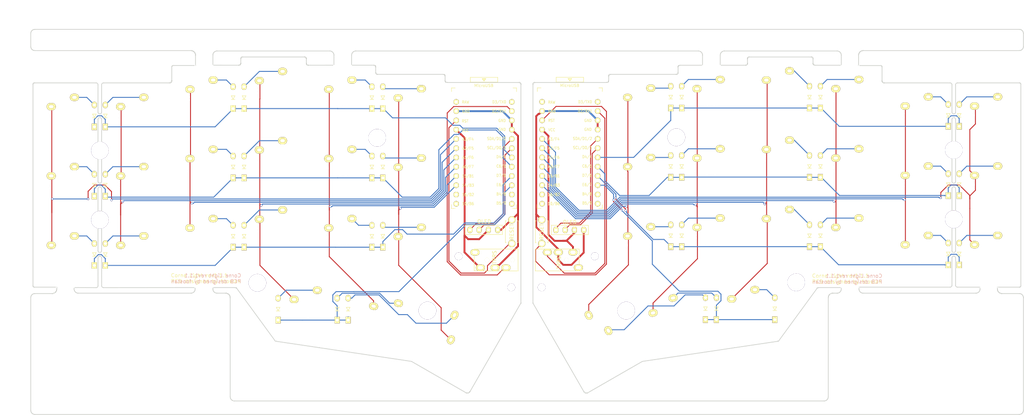
<source format=kicad_pcb>
(kicad_pcb (version 20171130) (host pcbnew 5.1.4+dfsg1-1)
  (title_block (title "Corne Light") (date 2018-12-26) (rev 2.1) (company foostan))
  (layers (0 F.Cu signal) (31 B.Cu signal) (34 B.Paste user) (35 F.Paste user) (36 B.SilkS user) (37 F.SilkS user) (38 B.Mask user) (39 F.Mask user) (44 Edge.Cuts user))
  (net 0 "")
  (net 1 row0)
  (net 2 "Net-(D1-Pad2)")
  (net 3 row1)
  (net 4 "Net-(D2-Pad2)")
  (net 5 row2)
  (net 6 "Net-(D3-Pad2)")
  (net 7 row3)
  (net 8 "Net-(D4-Pad2)")
  (net 9 "Net-(D5-Pad2)")
  (net 10 "Net-(D6-Pad2)")
  (net 11 "Net-(D7-Pad2)")
  (net 12 "Net-(D8-Pad2)")
  (net 13 "Net-(D9-Pad2)")
  (net 14 "Net-(D10-Pad2)")
  (net 15 "Net-(D11-Pad2)")
  (net 16 "Net-(D12-Pad2)")
  (net 17 "Net-(D13-Pad2)")
  (net 18 "Net-(D14-Pad2)")
  (net 19 "Net-(D15-Pad2)")
  (net 20 "Net-(D16-Pad2)")
  (net 21 "Net-(D17-Pad2)")
  (net 22 "Net-(D18-Pad2)")
  (net 23 "Net-(D19-Pad2)")
  (net 24 "Net-(D20-Pad2)")
  (net 25 "Net-(D21-Pad2)")
  (net 26 GND)
  (net 27 VCC)
  (net 28 col0)
  (net 29 col1)
  (net 30 col2)
  (net 31 col3)
  (net 32 col4)
  (net 33 col5)
  (net 34 LED)
  (net 35 data)
  (net 36 reset)
  (net 37 SCL)
  (net 38 SDA)
  (net 39 "Net-(U1-Pad14)")
  (net 40 "Net-(U1-Pad13)")
  (net 41 "Net-(U1-Pad12)")
  (net 42 "Net-(U1-Pad11)")
  (net 43 "Net-(J1-PadA)")
  (net 44 "Net-(U1-Pad24)")
  (net 45 "Net-(D22-Pad2)")
  (net 46 row0_r)
  (net 47 "Net-(D23-Pad2)")
  (net 48 "Net-(D24-Pad2)")
  (net 49 "Net-(D25-Pad2)")
  (net 50 "Net-(D26-Pad2)")
  (net 51 "Net-(D27-Pad2)")
  (net 52 row1_r)
  (net 53 "Net-(D28-Pad2)")
  (net 54 "Net-(D29-Pad2)")
  (net 55 "Net-(D30-Pad2)")
  (net 56 "Net-(D31-Pad2)")
  (net 57 "Net-(D32-Pad2)")
  (net 58 "Net-(D33-Pad2)")
  (net 59 row2_r)
  (net 60 "Net-(D34-Pad2)")
  (net 61 "Net-(D35-Pad2)")
  (net 62 "Net-(D36-Pad2)")
  (net 63 "Net-(D37-Pad2)")
  (net 64 "Net-(D38-Pad2)")
  (net 65 "Net-(D39-Pad2)")
  (net 66 "Net-(D40-Pad2)")
  (net 67 row3_r)
  (net 68 "Net-(D41-Pad2)")
  (net 69 "Net-(D42-Pad2)")
  (net 70 data_r)
  (net 71 "Net-(J6-PadA)")
  (net 72 SDA_r)
  (net 73 SCL_r)
  (net 74 LED_r)
  (net 75 reset_r)
  (net 76 col0_r)
  (net 77 col1_r)
  (net 78 col2_r)
  (net 79 col3_r)
  (net 80 col4_r)
  (net 81 col5_r)
  (net 82 "Net-(U2-Pad24)")
  (net 83 "Net-(U2-Pad14)")
  (net 84 "Net-(U2-Pad13)")
  (net 85 "Net-(U2-Pad12)")
  (net 86 "Net-(U2-Pad11)")
  (net 87 VDD)
  (net 88 GNDA)
  (module kbd:D3_TH (layer F.Cu) (at 267.0245 83.774 90)
    (fp_text reference D34 hide)
    (fp_text value D hide)
    (pad 2 thru_hole oval (at 3 0 90) (size 1.778 1.397) (drill 0.8128) (layers *.Cu F.SilkS B.Mask) (net 60 "Net-(D34-Pad2)"))
    (pad 1 thru_hole rect (at -3 0 90) (size 1.778 1.397) (drill 0.8128) (layers *.Cu F.SilkS B.Mask) (net 59 row2_r))
  )
  (module kbd:D3_TH (layer F.Cu) (at 109.1875 59.92 90)
    (fp_text reference D12 hide)
    (fp_text value D hide)
    (pad 2 thru_hole oval (at 3 0 90) (size 1.778 1.397) (drill 0.8128) (layers *.Cu F.SilkS B.Mask) (net 16 "Net-(D12-Pad2)"))
    (pad 1 thru_hole rect (at -3 0 90) (size 1.778 1.397) (drill 0.8128) (layers *.Cu F.SilkS B.Mask) (net 3 row1))
  )
  (module kbd:D3_TH (layer F.Cu) (at 188.0245 59.774 90)
    (fp_text reference D33 hide)
    (fp_text value D hide)
    (pad 2 thru_hole oval (at 3 0 90) (size 1.778 1.397) (drill 0.8128) (layers *.Cu F.SilkS B.Mask) (net 58 "Net-(D33-Pad2)"))
    (pad 1 thru_hole rect (at -3 0 90) (size 1.778 1.397) (drill 0.8128) (layers *.Cu F.SilkS B.Mask) (net 52 row1_r))
  )
  (module kbd:D3_TH (layer F.Cu) (at 191.0245 59.774 90)
    (fp_text reference D32 hide)
    (fp_text value D hide)
    (pad 2 thru_hole oval (at 3 0 90) (size 1.778 1.397) (drill 0.8128) (layers *.Cu F.SilkS B.Mask) (net 57 "Net-(D32-Pad2)"))
    (pad 1 thru_hole rect (at -3 0 90) (size 1.778 1.397) (drill 0.8128) (layers *.Cu F.SilkS B.Mask) (net 52 row1_r))
  )
  (module kbd:D3_TH (layer F.Cu) (at 226.0245 59.769 90)
    (fp_text reference D31 hide)
    (fp_text value D hide)
    (pad 2 thru_hole oval (at 3 0 90) (size 1.778 1.397) (drill 0.8128) (layers *.Cu F.SilkS B.Mask) (net 56 "Net-(D31-Pad2)"))
    (pad 1 thru_hole rect (at -3 0 90) (size 1.778 1.397) (drill 0.8128) (layers *.Cu F.SilkS B.Mask) (net 52 row1_r))
  )
  (module kbd:D3_TH (layer F.Cu) (at 229.0245 59.774 90)
    (fp_text reference D30 hide)
    (fp_text value D hide)
    (pad 2 thru_hole oval (at 3 0 90) (size 1.778 1.397) (drill 0.8128) (layers *.Cu F.SilkS B.Mask) (net 55 "Net-(D30-Pad2)"))
    (pad 1 thru_hole rect (at -3 0 90) (size 1.778 1.397) (drill 0.8128) (layers *.Cu F.SilkS B.Mask) (net 52 row1_r))
  )
  (module kbd:D3_TH (layer F.Cu) (at 264.0245 64.774 90)
    (fp_text reference D29 hide)
    (fp_text value D hide)
    (pad 2 thru_hole oval (at 3 0 90) (size 1.778 1.397) (drill 0.8128) (layers *.Cu F.SilkS B.Mask) (net 54 "Net-(D29-Pad2)"))
    (pad 1 thru_hole rect (at -3 0 90) (size 1.778 1.397) (drill 0.8128) (layers *.Cu F.SilkS B.Mask) (net 52 row1_r))
  )
  (module kbd:D3_TH (layer F.Cu) (at 267.0245 64.774 90)
    (fp_text reference D28 hide)
    (fp_text value D hide)
    (pad 2 thru_hole oval (at 3 0 90) (size 1.778 1.397) (drill 0.8128) (layers *.Cu F.SilkS B.Mask) (net 53 "Net-(D28-Pad2)"))
    (pad 1 thru_hole rect (at -3 0 90) (size 1.778 1.397) (drill 0.8128) (layers *.Cu F.SilkS B.Mask) (net 52 row1_r))
  )
  (module kbd:D3_TH (layer F.Cu) (at 188.0245 40.774 90)
    (fp_text reference D27 hide)
    (fp_text value D hide)
    (pad 2 thru_hole oval (at 3 0 90) (size 1.778 1.397) (drill 0.8128) (layers *.Cu F.SilkS B.Mask) (net 51 "Net-(D27-Pad2)"))
    (pad 1 thru_hole rect (at -3 0 90) (size 1.778 1.397) (drill 0.8128) (layers *.Cu F.SilkS B.Mask) (net 46 row0_r))
  )
  (module kbd:D3_TH (layer F.Cu) (at 191.0245 40.774 90)
    (fp_text reference D26 hide)
    (fp_text value D hide)
    (pad 2 thru_hole oval (at 3 0 90) (size 1.778 1.397) (drill 0.8128) (layers *.Cu F.SilkS B.Mask) (net 50 "Net-(D26-Pad2)"))
    (pad 1 thru_hole rect (at -3 0 90) (size 1.778 1.397) (drill 0.8128) (layers *.Cu F.SilkS B.Mask) (net 46 row0_r))
  )
  (module kbd:D3_TH (layer F.Cu) (at 226.0245 40.769 90)
    (fp_text reference D25 hide)
    (fp_text value D hide)
    (pad 2 thru_hole oval (at 3 0 90) (size 1.778 1.397) (drill 0.8128) (layers *.Cu F.SilkS B.Mask) (net 49 "Net-(D25-Pad2)"))
    (pad 1 thru_hole rect (at -3 0 90) (size 1.778 1.397) (drill 0.8128) (layers *.Cu F.SilkS B.Mask) (net 46 row0_r))
  )
  (module kbd:D3_TH (layer F.Cu) (at 229.0245 40.774 90)
    (fp_text reference D24 hide)
    (fp_text value D hide)
    (pad 2 thru_hole oval (at 3 0 90) (size 1.778 1.397) (drill 0.8128) (layers *.Cu F.SilkS B.Mask) (net 48 "Net-(D24-Pad2)"))
    (pad 1 thru_hole rect (at -3 0 90) (size 1.778 1.397) (drill 0.8128) (layers *.Cu F.SilkS B.Mask) (net 46 row0_r))
  )
  (module kbd:D3_TH (layer F.Cu) (at 264.0245 45.774 90)
    (fp_text reference D23 hide)
    (fp_text value D hide)
    (pad 2 thru_hole oval (at 3 0 90) (size 1.778 1.397) (drill 0.8128) (layers *.Cu F.SilkS B.Mask) (net 47 "Net-(D23-Pad2)"))
    (pad 1 thru_hole rect (at -3 0 90) (size 1.778 1.397) (drill 0.8128) (layers *.Cu F.SilkS B.Mask) (net 46 row0_r))
  )
  (module kbd:D3_TH (layer F.Cu) (at 267.0245 45.774 90)
    (fp_text reference D22 hide)
    (fp_text value D hide)
    (pad 2 thru_hole oval (at 3 0 90) (size 1.778 1.397) (drill 0.8128) (layers *.Cu F.SilkS B.Mask) (net 45 "Net-(D22-Pad2)"))
    (pad 1 thru_hole rect (at -3 0 90) (size 1.778 1.397) (drill 0.8128) (layers *.Cu F.SilkS B.Mask) (net 46 row0_r))
  )
  (module kbd:D3_TH (layer F.Cu) (at 197.5345 98.769 90)
    (fp_text reference D42 hide)
    (fp_text value D hide)
    (pad 2 thru_hole oval (at 3 0 90) (size 1.778 1.397) (drill 0.8128) (layers *.Cu F.SilkS B.Mask) (net 69 "Net-(D42-Pad2)"))
    (pad 1 thru_hole rect (at -3 0 90) (size 1.778 1.397) (drill 0.8128) (layers *.Cu F.SilkS B.Mask) (net 67 row3_r))
  )
  (module kbd:D3_TH (layer F.Cu) (at 200.5345 98.769 90)
    (fp_text reference D41 hide)
    (fp_text value D hide)
    (pad 2 thru_hole oval (at 3 0 90) (size 1.778 1.397) (drill 0.8128) (layers *.Cu F.SilkS B.Mask) (net 68 "Net-(D41-Pad2)"))
    (pad 1 thru_hole rect (at -3 0 90) (size 1.778 1.397) (drill 0.8128) (layers *.Cu F.SilkS B.Mask) (net 67 row3_r))
  )
  (module kbd:D3_TH (layer F.Cu) (at 216.5245 98.784 90)
    (fp_text reference D40 hide)
    (fp_text value D hide)
    (pad 2 thru_hole oval (at 3 0 90) (size 1.778 1.397) (drill 0.8128) (layers *.Cu F.SilkS B.Mask) (net 66 "Net-(D40-Pad2)"))
    (pad 1 thru_hole rect (at -3 0 90) (size 1.778 1.397) (drill 0.8128) (layers *.Cu F.SilkS B.Mask) (net 67 row3_r))
  )
  (module kbd:D3_TH (layer F.Cu) (at 188.0245 78.774 90)
    (fp_text reference D39 hide)
    (fp_text value D hide)
    (pad 2 thru_hole oval (at 3 0 90) (size 1.778 1.397) (drill 0.8128) (layers *.Cu F.SilkS B.Mask) (net 65 "Net-(D39-Pad2)"))
    (pad 1 thru_hole rect (at -3 0 90) (size 1.778 1.397) (drill 0.8128) (layers *.Cu F.SilkS B.Mask) (net 59 row2_r))
  )
  (module kbd:D3_TH (layer F.Cu) (at 191.0245 78.774 90)
    (fp_text reference D38 hide)
    (fp_text value D hide)
    (pad 2 thru_hole oval (at 3 0 90) (size 1.778 1.397) (drill 0.8128) (layers *.Cu F.SilkS B.Mask) (net 64 "Net-(D38-Pad2)"))
    (pad 1 thru_hole rect (at -3 0 90) (size 1.778 1.397) (drill 0.8128) (layers *.Cu F.SilkS B.Mask) (net 59 row2_r))
  )
  (module kbd:D3_TH (layer F.Cu) (at 226.0245 78.769 90)
    (fp_text reference D37 hide)
    (fp_text value D hide)
    (pad 2 thru_hole oval (at 3 0 90) (size 1.778 1.397) (drill 0.8128) (layers *.Cu F.SilkS B.Mask) (net 63 "Net-(D37-Pad2)"))
    (pad 1 thru_hole rect (at -3 0 90) (size 1.778 1.397) (drill 0.8128) (layers *.Cu F.SilkS B.Mask) (net 59 row2_r))
  )
  (module kbd:D3_TH (layer F.Cu) (at 229.0245 78.774 90)
    (fp_text reference D36 hide)
    (fp_text value D hide)
    (pad 2 thru_hole oval (at 3 0 90) (size 1.778 1.397) (drill 0.8128) (layers *.Cu F.SilkS B.Mask) (net 62 "Net-(D36-Pad2)"))
    (pad 1 thru_hole rect (at -3 0 90) (size 1.778 1.397) (drill 0.8128) (layers *.Cu F.SilkS B.Mask) (net 59 row2_r))
  )
  (module kbd:D3_TH (layer F.Cu) (at 264.0245 83.774 90)
    (fp_text reference D35 hide)
    (fp_text value D hide)
    (pad 2 thru_hole oval (at 3 0 90) (size 1.778 1.397) (drill 0.8128) (layers *.Cu F.SilkS B.Mask) (net 61 "Net-(D35-Pad2)"))
    (pad 1 thru_hole rect (at -3 0 90) (size 1.778 1.397) (drill 0.8128) (layers *.Cu F.SilkS B.Mask) (net 59 row2_r))
  )
  (module kbd:D3_TH (layer F.Cu) (at 30.1875 45.916875 90)
    (fp_text reference D1 hide)
    (fp_text value D hide)
    (pad 2 thru_hole oval (at 3 0 90) (size 1.778 1.397) (drill 0.8128) (layers *.Cu F.SilkS B.Mask) (net 2 "Net-(D1-Pad2)"))
    (pad 1 thru_hole rect (at -3 0 90) (size 1.778 1.397) (drill 0.8128) (layers *.Cu F.SilkS B.Mask) (net 1 row0))
  )
  (module kbd:D3_TH (layer F.Cu) (at 33.1875 45.92 90)
    (fp_text reference D2 hide)
    (fp_text value D hide)
    (pad 2 thru_hole oval (at 3 0 90) (size 1.778 1.397) (drill 0.8128) (layers *.Cu F.SilkS B.Mask) (net 4 "Net-(D2-Pad2)"))
    (pad 1 thru_hole rect (at -3 0 90) (size 1.778 1.397) (drill 0.8128) (layers *.Cu F.SilkS B.Mask) (net 1 row0))
  )
  (module kbd:D3_TH (layer F.Cu) (at 68.1875 40.92 90)
    (fp_text reference D3 hide)
    (fp_text value D hide)
    (pad 2 thru_hole oval (at 3 0 90) (size 1.778 1.397) (drill 0.8128) (layers *.Cu F.SilkS B.Mask) (net 6 "Net-(D3-Pad2)"))
    (pad 1 thru_hole rect (at -3 0 90) (size 1.778 1.397) (drill 0.8128) (layers *.Cu F.SilkS B.Mask) (net 1 row0))
  )
  (module kbd:D3_TH (layer F.Cu) (at 71.1875 40.915 90)
    (fp_text reference D4 hide)
    (fp_text value D hide)
    (pad 2 thru_hole oval (at 3 0 90) (size 1.778 1.397) (drill 0.8128) (layers *.Cu F.SilkS B.Mask) (net 8 "Net-(D4-Pad2)"))
    (pad 1 thru_hole rect (at -3 0 90) (size 1.778 1.397) (drill 0.8128) (layers *.Cu F.SilkS B.Mask) (net 1 row0))
  )
  (module kbd:D3_TH (layer F.Cu) (at 106.1875 40.92 90)
    (fp_text reference D5 hide)
    (fp_text value D hide)
    (pad 2 thru_hole oval (at 3 0 90) (size 1.778 1.397) (drill 0.8128) (layers *.Cu F.SilkS B.Mask) (net 9 "Net-(D5-Pad2)"))
    (pad 1 thru_hole rect (at -3 0 90) (size 1.778 1.397) (drill 0.8128) (layers *.Cu F.SilkS B.Mask) (net 1 row0))
  )
  (module kbd:D3_TH (layer F.Cu) (at 109.1875 40.92 90)
    (fp_text reference D6 hide)
    (fp_text value D hide)
    (pad 2 thru_hole oval (at 3 0 90) (size 1.778 1.397) (drill 0.8128) (layers *.Cu F.SilkS B.Mask) (net 10 "Net-(D6-Pad2)"))
    (pad 1 thru_hole rect (at -3 0 90) (size 1.778 1.397) (drill 0.8128) (layers *.Cu F.SilkS B.Mask) (net 1 row0))
  )
  (module kbd:D3_TH (layer F.Cu) (at 30.1875 64.916875 90)
    (fp_text reference D7 hide)
    (fp_text value D hide)
    (pad 2 thru_hole oval (at 3 0 90) (size 1.778 1.397) (drill 0.8128) (layers *.Cu F.SilkS B.Mask) (net 11 "Net-(D7-Pad2)"))
    (pad 1 thru_hole rect (at -3 0 90) (size 1.778 1.397) (drill 0.8128) (layers *.Cu F.SilkS B.Mask) (net 3 row1))
  )
  (module kbd:D3_TH (layer F.Cu) (at 33.1875 64.92 90)
    (fp_text reference D8 hide)
    (fp_text value D hide)
    (pad 2 thru_hole oval (at 3 0 90) (size 1.778 1.397) (drill 0.8128) (layers *.Cu F.SilkS B.Mask) (net 12 "Net-(D8-Pad2)"))
    (pad 1 thru_hole rect (at -3 0 90) (size 1.778 1.397) (drill 0.8128) (layers *.Cu F.SilkS B.Mask) (net 3 row1))
  )
  (module kbd:D3_TH (layer F.Cu) (at 68.1875 59.92 90)
    (fp_text reference D9 hide)
    (fp_text value D hide)
    (pad 2 thru_hole oval (at 3 0 90) (size 1.778 1.397) (drill 0.8128) (layers *.Cu F.SilkS B.Mask) (net 13 "Net-(D9-Pad2)"))
    (pad 1 thru_hole rect (at -3 0 90) (size 1.778 1.397) (drill 0.8128) (layers *.Cu F.SilkS B.Mask) (net 3 row1))
  )
  (module kbd:D3_TH (layer F.Cu) (at 71.1875 59.915 90)
    (fp_text reference D10 hide)
    (fp_text value D hide)
    (pad 2 thru_hole oval (at 3 0 90) (size 1.778 1.397) (drill 0.8128) (layers *.Cu F.SilkS B.Mask) (net 14 "Net-(D10-Pad2)"))
    (pad 1 thru_hole rect (at -3 0 90) (size 1.778 1.397) (drill 0.8128) (layers *.Cu F.SilkS B.Mask) (net 3 row1))
  )
  (module kbd:D3_TH (layer F.Cu) (at 106.1875 59.92 90)
    (fp_text reference D11 hide)
    (fp_text value D hide)
    (pad 2 thru_hole oval (at 3 0 90) (size 1.778 1.397) (drill 0.8128) (layers *.Cu F.SilkS B.Mask) (net 15 "Net-(D11-Pad2)"))
    (pad 1 thru_hole rect (at -3 0 90) (size 1.778 1.397) (drill 0.8128) (layers *.Cu F.SilkS B.Mask) (net 3 row1))
  )
  (module kbd:D3_TH (layer F.Cu) (at 30.1875 83.916875 90)
    (fp_text reference D13 hide)
    (fp_text value D hide)
    (pad 2 thru_hole oval (at 3 0 90) (size 1.778 1.397) (drill 0.8128) (layers *.Cu F.SilkS B.Mask) (net 17 "Net-(D13-Pad2)"))
    (pad 1 thru_hole rect (at -3 0 90) (size 1.778 1.397) (drill 0.8128) (layers *.Cu F.SilkS B.Mask) (net 5 row2))
  )
  (module kbd:D3_TH (layer F.Cu) (at 33.1875 83.92 90)
    (fp_text reference D14 hide)
    (fp_text value D hide)
    (pad 2 thru_hole oval (at 3 0 90) (size 1.778 1.397) (drill 0.8128) (layers *.Cu F.SilkS B.Mask) (net 18 "Net-(D14-Pad2)"))
    (pad 1 thru_hole rect (at -3 0 90) (size 1.778 1.397) (drill 0.8128) (layers *.Cu F.SilkS B.Mask) (net 5 row2))
  )
  (module kbd:D3_TH (layer F.Cu) (at 68.1875 78.92 90)
    (fp_text reference D15 hide)
    (fp_text value D hide)
    (pad 2 thru_hole oval (at 3 0 90) (size 1.778 1.397) (drill 0.8128) (layers *.Cu F.SilkS B.Mask) (net 19 "Net-(D15-Pad2)"))
    (pad 1 thru_hole rect (at -3 0 90) (size 1.778 1.397) (drill 0.8128) (layers *.Cu F.SilkS B.Mask) (net 5 row2))
  )
  (module kbd:D3_TH (layer F.Cu) (at 71.1875 78.915 90)
    (fp_text reference D16 hide)
    (fp_text value D hide)
    (pad 2 thru_hole oval (at 3 0 90) (size 1.778 1.397) (drill 0.8128) (layers *.Cu F.SilkS B.Mask) (net 20 "Net-(D16-Pad2)"))
    (pad 1 thru_hole rect (at -3 0 90) (size 1.778 1.397) (drill 0.8128) (layers *.Cu F.SilkS B.Mask) (net 5 row2))
  )
  (module kbd:D3_TH (layer F.Cu) (at 106.1875 78.92 90)
    (fp_text reference D17 hide)
    (fp_text value D hide)
    (pad 2 thru_hole oval (at 3 0 90) (size 1.778 1.397) (drill 0.8128) (layers *.Cu F.SilkS B.Mask) (net 21 "Net-(D17-Pad2)"))
    (pad 1 thru_hole rect (at -3 0 90) (size 1.778 1.397) (drill 0.8128) (layers *.Cu F.SilkS B.Mask) (net 5 row2))
  )
  (module kbd:D3_TH (layer F.Cu) (at 109.1875 78.92 90)
    (fp_text reference D18 hide)
    (fp_text value D hide)
    (pad 2 thru_hole oval (at 3 0 90) (size 1.778 1.397) (drill 0.8128) (layers *.Cu F.SilkS B.Mask) (net 22 "Net-(D18-Pad2)"))
    (pad 1 thru_hole rect (at -3 0 90) (size 1.778 1.397) (drill 0.8128) (layers *.Cu F.SilkS B.Mask) (net 5 row2))
  )
  (module kbd:D3_TH (layer F.Cu) (at 80.5075 98.91 90)
    (fp_text reference D19 hide)
    (fp_text value D hide)
    (pad 2 thru_hole oval (at 3 0 90) (size 1.778 1.397) (drill 0.8128) (layers *.Cu F.SilkS B.Mask) (net 23 "Net-(D19-Pad2)"))
    (pad 1 thru_hole rect (at -3 0 90) (size 1.778 1.397) (drill 0.8128) (layers *.Cu F.SilkS B.Mask) (net 7 row3))
  )
  (module kbd:D3_TH (layer F.Cu) (at 96.6875 98.905 90)
    (fp_text reference D20 hide)
    (fp_text value D hide)
    (pad 2 thru_hole oval (at 3 0 90) (size 1.778 1.397) (drill 0.8128) (layers *.Cu F.SilkS B.Mask) (net 24 "Net-(D20-Pad2)"))
    (pad 1 thru_hole rect (at -3 0 90) (size 1.778 1.397) (drill 0.8128) (layers *.Cu F.SilkS B.Mask) (net 7 row3))
  )
  (module kbd:D3_TH (layer F.Cu) (at 99.6875 98.905 90)
    (fp_text reference D21 hide)
    (fp_text value D hide)
    (pad 2 thru_hole oval (at 3 0 90) (size 1.778 1.397) (drill 0.8128) (layers *.Cu F.SilkS B.Mask) (net 25 "Net-(D21-Pad2)"))
    (pad 1 thru_hole rect (at -3 0 90) (size 1.778 1.397) (drill 0.8128) (layers *.Cu F.SilkS B.Mask) (net 7 row3))
  )
  (module kbd:OLED_1side (layer F.Cu) (at 164.1945 77.194 180)
    (fp_text reference J7)
    (fp_text value OLED hide)
    (fp_text user OLED (at 3.825 2.13) (layer F.SilkS))
    (pad 4 thru_hole oval (at 7.62 0 180) (size 1.397 1.778) (drill 0.8128) (layers *.Cu F.SilkS B.Mask) (net 72 SDA_r))
    (pad 3 thru_hole oval (at 5.08 0 180) (size 1.397 1.778) (drill 0.8128) (layers *.Cu F.SilkS B.Mask) (net 73 SCL_r))
    (pad 2 thru_hole oval (at 2.54 0 180) (size 1.397 1.778) (drill 0.8128) (layers *.Cu F.SilkS B.Mask) (net 87 VDD))
    (pad 1 thru_hole oval (at 0 0 180) (size 1.397 1.778) (drill 0.8128) (layers *.Cu F.SilkS B.Mask) (net 88 GNDA))
  )
  (module kbd:OLED_1side (layer F.Cu) (at 133.0285 77.168)
    (fp_text reference J2)
    (fp_text value OLED hide)
    (fp_text user OLED (at 3.906 -2.284) (layer F.SilkS))
    (pad 4 thru_hole oval (at 7.62 0) (size 1.397 1.778) (drill 0.8128) (layers *.Cu F.SilkS B.Mask) (net 26 GND))
    (pad 3 thru_hole oval (at 5.08 0) (size 1.397 1.778) (drill 0.8128) (layers *.Cu F.SilkS B.Mask) (net 27 VCC))
    (pad 2 thru_hole oval (at 2.54 0) (size 1.397 1.778) (drill 0.8128) (layers *.Cu F.SilkS B.Mask) (net 37 SCL))
    (pad 1 thru_hole oval (at 0 0) (size 1.397 1.778) (drill 0.8128) (layers *.Cu F.SilkS B.Mask) (net 38 SDA))
  )
  (module kbd:CherryMX_1u (layer F.Cu) (at 22.1875 45.92)
    (fp_text reference SW1 hide)
    (fp_text value SW_PUSH hide)
    (pad "" np_thru_hole circle (at 0 0 90) (size 4 4) (drill 4) (layers *.Cu *.Mask))
    (pad "" np_thru_hole circle (at -5.08 0 90) (size 1.9 1.9) (drill 1.9) (layers *.Cu *.Mask))
    (pad "" np_thru_hole circle (at 5.08 0 90) (size 1.9 1.9) (drill 1.9) (layers *.Cu *.Mask))
    (pad 2 thru_hole oval (at 2.54 -5.08) (size 2.5 2) (drill oval 1.2 0.8) (layers *.Cu F.SilkS B.Mask) (net 2 "Net-(D1-Pad2)"))
    (pad 1 thru_hole oval (at -3.81 -2.54) (size 2.5 2) (drill oval 1.2 0.8) (layers *.Cu F.SilkS B.Mask) (net 28 col0))
  )
  (module kbd:CherryMX_1u (layer F.Cu) (at 41.1875 45.92)
    (fp_text reference SW2 hide)
    (fp_text value SW_PUSH hide)
    (pad "" np_thru_hole circle (at 0 0 90) (size 4 4) (drill 4) (layers *.Cu *.Mask))
    (pad "" np_thru_hole circle (at -5.08 0 90) (size 1.9 1.9) (drill 1.9) (layers *.Cu *.Mask))
    (pad "" np_thru_hole circle (at 5.08 0 90) (size 1.9 1.9) (drill 1.9) (layers *.Cu *.Mask))
    (pad 2 thru_hole oval (at 2.54 -5.08) (size 2.5 2) (drill oval 1.2 0.8) (layers *.Cu F.SilkS B.Mask) (net 4 "Net-(D2-Pad2)"))
    (pad 1 thru_hole oval (at -3.81 -2.54) (size 2.5 2) (drill oval 1.2 0.8) (layers *.Cu F.SilkS B.Mask) (net 29 col1))
  )
  (module kbd:CherryMX_1u (layer F.Cu) (at 218.0245 76.649)
    (fp_text reference SW37 hide)
    (fp_text value SW_PUSH hide)
    (pad "" np_thru_hole circle (at 0 0 90) (size 4 4) (drill 4) (layers *.Cu *.Mask))
    (pad "" np_thru_hole circle (at -5.08 0 90) (size 1.9 1.9) (drill 1.9) (layers *.Cu *.Mask))
    (pad "" np_thru_hole circle (at 5.08 0 90) (size 1.9 1.9) (drill 1.9) (layers *.Cu *.Mask))
    (pad 2 thru_hole oval (at 2.54 -5.08) (size 2.5 2) (drill oval 1.2 0.8) (layers *.Cu F.SilkS B.Mask) (net 63 "Net-(D37-Pad2)"))
    (pad 1 thru_hole oval (at -3.81 -2.54) (size 2.5 2) (drill oval 1.2 0.8) (layers *.Cu F.SilkS B.Mask) (net 79 col3_r))
  )
  (module kbd:CherryMX_1u (layer F.Cu) (at 60.1875 60.17)
    (fp_text reference SW9 hide)
    (fp_text value SW_PUSH hide)
    (pad "" np_thru_hole circle (at 0 0 90) (size 4 4) (drill 4) (layers *.Cu *.Mask))
    (pad "" np_thru_hole circle (at -5.08 0 90) (size 1.9 1.9) (drill 1.9) (layers *.Cu *.Mask))
    (pad "" np_thru_hole circle (at 5.08 0 90) (size 1.9 1.9) (drill 1.9) (layers *.Cu *.Mask))
    (pad 2 thru_hole oval (at 2.54 -5.08) (size 2.5 2) (drill oval 1.2 0.8) (layers *.Cu F.SilkS B.Mask) (net 13 "Net-(D9-Pad2)"))
    (pad 1 thru_hole oval (at -3.81 -2.54) (size 2.5 2) (drill oval 1.2 0.8) (layers *.Cu F.SilkS B.Mask) (net 30 col2))
  )
  (module kbd:CherryMX_1u (layer F.Cu) (at 199.0245 60.024)
    (fp_text reference SW32 hide)
    (fp_text value SW_PUSH hide)
    (pad "" np_thru_hole circle (at 0 0 90) (size 4 4) (drill 4) (layers *.Cu *.Mask))
    (pad "" np_thru_hole circle (at -5.08 0 90) (size 1.9 1.9) (drill 1.9) (layers *.Cu *.Mask))
    (pad "" np_thru_hole circle (at 5.08 0 90) (size 1.9 1.9) (drill 1.9) (layers *.Cu *.Mask))
    (pad 2 thru_hole oval (at 2.54 -5.08) (size 2.5 2) (drill oval 1.2 0.8) (layers *.Cu F.SilkS B.Mask) (net 57 "Net-(D32-Pad2)"))
    (pad 1 thru_hole oval (at -3.81 -2.54) (size 2.5 2) (drill oval 1.2 0.8) (layers *.Cu F.SilkS B.Mask) (net 80 col4_r))
  )
  (module kbd:CherryMX_1u (layer F.Cu) (at 199.0245 41.024)
    (fp_text reference SW26 hide)
    (fp_text value SW_PUSH hide)
    (pad "" np_thru_hole circle (at 0 0 90) (size 4 4) (drill 4) (layers *.Cu *.Mask))
    (pad "" np_thru_hole circle (at -5.08 0 90) (size 1.9 1.9) (drill 1.9) (layers *.Cu *.Mask))
    (pad "" np_thru_hole circle (at 5.08 0 90) (size 1.9 1.9) (drill 1.9) (layers *.Cu *.Mask))
    (pad 2 thru_hole oval (at 2.54 -5.08) (size 2.5 2) (drill oval 1.2 0.8) (layers *.Cu F.SilkS B.Mask) (net 50 "Net-(D26-Pad2)"))
    (pad 1 thru_hole oval (at -3.81 -2.54) (size 2.5 2) (drill oval 1.2 0.8) (layers *.Cu F.SilkS B.Mask) (net 80 col4_r))
  )
  (module kbd:CherryMX_1u (layer F.Cu) (at 187.5245 101.399 15)
    (fp_text reference SW41 hide)
    (fp_text value SW_PUSH hide)
    (pad "" np_thru_hole circle (at 0 0 105) (size 4 4) (drill 4) (layers *.Cu *.Mask))
    (pad "" np_thru_hole circle (at -5.08 0 105) (size 1.9 1.9) (drill 1.9) (layers *.Cu *.Mask))
    (pad "" np_thru_hole circle (at 5.08 0 105) (size 1.9 1.9) (drill 1.9) (layers *.Cu *.Mask))
    (pad 2 thru_hole oval (at 2.54 -5.08 15) (size 2.5 2) (drill oval 1.2 0.8) (layers *.Cu F.SilkS B.Mask) (net 68 "Net-(D41-Pad2)"))
    (pad 1 thru_hole oval (at -3.81 -2.54 15) (size 2.5 2) (drill oval 1.2 0.8) (layers *.Cu F.SilkS B.Mask) (net 80 col4_r))
  )
  (module kbd:CherryMX_1u (layer F.Cu) (at 165.2745 105.149 300)
    (fp_text reference SW42 hide)
    (fp_text value SW_PUSH hide)
    (pad "" np_thru_hole circle (at 0 0 30) (size 4 4) (drill 4) (layers *.Cu *.Mask))
    (pad "" np_thru_hole circle (at -5.08 0 30) (size 1.9 1.9) (drill 1.9) (layers *.Cu *.Mask))
    (pad "" np_thru_hole circle (at 5.08 0 30) (size 1.9 1.9) (drill 1.9) (layers *.Cu *.Mask))
    (pad 2 thru_hole oval (at 2.54 -5.08 300) (size 2.5 2) (drill oval 1.2 0.8) (layers *.Cu F.SilkS B.Mask) (net 69 "Net-(D42-Pad2)"))
    (pad 1 thru_hole oval (at -3.81 -2.54 300) (size 2.5 2) (drill oval 1.2 0.8) (layers *.Cu F.SilkS B.Mask) (net 81 col5_r))
  )
  (module kbd:CherryMX_1u (layer F.Cu) (at 117.1875 81.545)
    (fp_text reference SW18 hide)
    (fp_text value SW_PUSH hide)
    (pad "" np_thru_hole circle (at 0 0 90) (size 4 4) (drill 4) (layers *.Cu *.Mask))
    (pad "" np_thru_hole circle (at -5.08 0 90) (size 1.9 1.9) (drill 1.9) (layers *.Cu *.Mask))
    (pad "" np_thru_hole circle (at 5.08 0 90) (size 1.9 1.9) (drill 1.9) (layers *.Cu *.Mask))
    (pad 2 thru_hole oval (at 2.54 -5.08) (size 2.5 2) (drill oval 1.2 0.8) (layers *.Cu F.SilkS B.Mask) (net 22 "Net-(D18-Pad2)"))
    (pad 1 thru_hole oval (at -3.81 -2.54) (size 2.5 2) (drill oval 1.2 0.8) (layers *.Cu F.SilkS B.Mask) (net 33 col5))
  )
  (module kbd:CherryMX_1u (layer F.Cu) (at 60.1875 41.17)
    (fp_text reference SW3 hide)
    (fp_text value SW_PUSH hide)
    (pad "" np_thru_hole circle (at 0 0 90) (size 4 4) (drill 4) (layers *.Cu *.Mask))
    (pad "" np_thru_hole circle (at -5.08 0 90) (size 1.9 1.9) (drill 1.9) (layers *.Cu *.Mask))
    (pad "" np_thru_hole circle (at 5.08 0 90) (size 1.9 1.9) (drill 1.9) (layers *.Cu *.Mask))
    (pad 2 thru_hole oval (at 2.54 -5.08) (size 2.5 2) (drill oval 1.2 0.8) (layers *.Cu F.SilkS B.Mask) (net 6 "Net-(D3-Pad2)"))
    (pad 1 thru_hole oval (at -3.81 -2.54) (size 2.5 2) (drill oval 1.2 0.8) (layers *.Cu F.SilkS B.Mask) (net 30 col2))
  )
  (module kbd:CherryMX_1u (layer F.Cu) (at 41.1875 83.92)
    (fp_text reference SW14 hide)
    (fp_text value SW_PUSH hide)
    (pad "" np_thru_hole circle (at 0 0 90) (size 4 4) (drill 4) (layers *.Cu *.Mask))
    (pad "" np_thru_hole circle (at -5.08 0 90) (size 1.9 1.9) (drill 1.9) (layers *.Cu *.Mask))
    (pad "" np_thru_hole circle (at 5.08 0 90) (size 1.9 1.9) (drill 1.9) (layers *.Cu *.Mask))
    (pad 2 thru_hole oval (at 2.54 -5.08) (size 2.5 2) (drill oval 1.2 0.8) (layers *.Cu F.SilkS B.Mask) (net 18 "Net-(D14-Pad2)"))
    (pad 1 thru_hole oval (at -3.81 -2.54) (size 2.5 2) (drill oval 1.2 0.8) (layers *.Cu F.SilkS B.Mask) (net 29 col1))
  )
  (module kbd:CherryMX_1u (layer F.Cu) (at 131.9375 105.295 60)
    (fp_text reference SW21 hide)
    (fp_text value SW_PUSH hide)
    (pad "" np_thru_hole circle (at 0 0 150) (size 4 4) (drill 4) (layers *.Cu *.Mask))
    (pad "" np_thru_hole circle (at -5.08 0 150) (size 1.9 1.9) (drill 1.9) (layers *.Cu *.Mask))
    (pad "" np_thru_hole circle (at 5.08 0 150) (size 1.9 1.9) (drill 1.9) (layers *.Cu *.Mask))
    (pad 2 thru_hole oval (at 2.54 -5.08 60) (size 2.5 2) (drill oval 1.2 0.8) (layers *.Cu F.SilkS B.Mask) (net 25 "Net-(D21-Pad2)"))
    (pad 1 thru_hole oval (at -3.81 -2.54 60) (size 2.5 2) (drill oval 1.2 0.8) (layers *.Cu F.SilkS B.Mask) (net 33 col5))
  )
  (module kbd:CherryMX_1u (layer F.Cu) (at 180.0245 43.399)
    (fp_text reference SW27 hide)
    (fp_text value SW_PUSH hide)
    (pad "" np_thru_hole circle (at 0 0 90) (size 4 4) (drill 4) (layers *.Cu *.Mask))
    (pad "" np_thru_hole circle (at -5.08 0 90) (size 1.9 1.9) (drill 1.9) (layers *.Cu *.Mask))
    (pad "" np_thru_hole circle (at 5.08 0 90) (size 1.9 1.9) (drill 1.9) (layers *.Cu *.Mask))
    (pad 2 thru_hole oval (at 2.54 -5.08) (size 2.5 2) (drill oval 1.2 0.8) (layers *.Cu F.SilkS B.Mask) (net 51 "Net-(D27-Pad2)"))
    (pad 1 thru_hole oval (at -3.81 -2.54) (size 2.5 2) (drill oval 1.2 0.8) (layers *.Cu F.SilkS B.Mask) (net 81 col5_r))
  )
  (module kbd:CherryMX_1u (layer F.Cu) (at 117.1875 62.545)
    (fp_text reference SW12 hide)
    (fp_text value SW_PUSH hide)
    (pad "" np_thru_hole circle (at 0 0 90) (size 4 4) (drill 4) (layers *.Cu *.Mask))
    (pad "" np_thru_hole circle (at -5.08 0 90) (size 1.9 1.9) (drill 1.9) (layers *.Cu *.Mask))
    (pad "" np_thru_hole circle (at 5.08 0 90) (size 1.9 1.9) (drill 1.9) (layers *.Cu *.Mask))
    (pad 2 thru_hole oval (at 2.54 -5.08) (size 2.5 2) (drill oval 1.2 0.8) (layers *.Cu F.SilkS B.Mask) (net 16 "Net-(D12-Pad2)"))
    (pad 1 thru_hole oval (at -3.81 -2.54) (size 2.5 2) (drill oval 1.2 0.8) (layers *.Cu F.SilkS B.Mask) (net 33 col5))
  )
  (module kbd:CherryMX_1u (layer F.Cu) (at 109.6875 101.545 345)
    (fp_text reference SW20 hide)
    (fp_text value SW_PUSH hide)
    (pad "" np_thru_hole circle (at 0 0 75) (size 4 4) (drill 4) (layers *.Cu *.Mask))
    (pad "" np_thru_hole circle (at -5.08 0 75) (size 1.9 1.9) (drill 1.9) (layers *.Cu *.Mask))
    (pad "" np_thru_hole circle (at 5.08 0 75) (size 1.9 1.9) (drill 1.9) (layers *.Cu *.Mask))
    (pad 2 thru_hole oval (at 2.54 -5.08 345) (size 2.5 2) (drill oval 1.2 0.8) (layers *.Cu F.SilkS B.Mask) (net 24 "Net-(D20-Pad2)"))
    (pad 1 thru_hole oval (at -3.81 -2.54 345) (size 2.5 2) (drill oval 1.2 0.8) (layers *.Cu F.SilkS B.Mask) (net 32 col4))
  )
  (module kbd:CherryMX_1u (layer F.Cu) (at 22.1875 64.92)
    (fp_text reference SW7 hide)
    (fp_text value SW_PUSH hide)
    (pad "" np_thru_hole circle (at 0 0 90) (size 4 4) (drill 4) (layers *.Cu *.Mask))
    (pad "" np_thru_hole circle (at -5.08 0 90) (size 1.9 1.9) (drill 1.9) (layers *.Cu *.Mask))
    (pad "" np_thru_hole circle (at 5.08 0 90) (size 1.9 1.9) (drill 1.9) (layers *.Cu *.Mask))
    (pad 2 thru_hole oval (at 2.54 -5.08) (size 2.5 2) (drill oval 1.2 0.8) (layers *.Cu F.SilkS B.Mask) (net 11 "Net-(D7-Pad2)"))
    (pad 1 thru_hole oval (at -3.81 -2.54) (size 2.5 2) (drill oval 1.2 0.8) (layers *.Cu F.SilkS B.Mask) (net 28 col0))
  )
  (module kbd:CherryMX_1u (layer F.Cu) (at 41.1875 64.92)
    (fp_text reference SW8 hide)
    (fp_text value SW_PUSH hide)
    (pad "" np_thru_hole circle (at 0 0 90) (size 4 4) (drill 4) (layers *.Cu *.Mask))
    (pad "" np_thru_hole circle (at -5.08 0 90) (size 1.9 1.9) (drill 1.9) (layers *.Cu *.Mask))
    (pad "" np_thru_hole circle (at 5.08 0 90) (size 1.9 1.9) (drill 1.9) (layers *.Cu *.Mask))
    (pad 2 thru_hole oval (at 2.54 -5.08) (size 2.5 2) (drill oval 1.2 0.8) (layers *.Cu F.SilkS B.Mask) (net 12 "Net-(D8-Pad2)"))
    (pad 1 thru_hole oval (at -3.81 -2.54) (size 2.5 2) (drill oval 1.2 0.8) (layers *.Cu F.SilkS B.Mask) (net 29 col1))
  )
  (module kbd:CherryMX_1u (layer F.Cu) (at 79.1875 57.795)
    (fp_text reference SW10 hide)
    (fp_text value SW_PUSH hide)
    (pad "" np_thru_hole circle (at 0 0 90) (size 4 4) (drill 4) (layers *.Cu *.Mask))
    (pad "" np_thru_hole circle (at -5.08 0 90) (size 1.9 1.9) (drill 1.9) (layers *.Cu *.Mask))
    (pad "" np_thru_hole circle (at 5.08 0 90) (size 1.9 1.9) (drill 1.9) (layers *.Cu *.Mask))
    (pad 2 thru_hole oval (at 2.54 -5.08) (size 2.5 2) (drill oval 1.2 0.8) (layers *.Cu F.SilkS B.Mask) (net 14 "Net-(D10-Pad2)"))
    (pad 1 thru_hole oval (at -3.81 -2.54) (size 2.5 2) (drill oval 1.2 0.8) (layers *.Cu F.SilkS B.Mask) (net 31 col3))
  )
  (module kbd:CherryMX_1u (layer F.Cu) (at 98.1875 60.17)
    (fp_text reference SW11 hide)
    (fp_text value SW_PUSH hide)
    (pad "" np_thru_hole circle (at 0 0 90) (size 4 4) (drill 4) (layers *.Cu *.Mask))
    (pad "" np_thru_hole circle (at -5.08 0 90) (size 1.9 1.9) (drill 1.9) (layers *.Cu *.Mask))
    (pad "" np_thru_hole circle (at 5.08 0 90) (size 1.9 1.9) (drill 1.9) (layers *.Cu *.Mask))
    (pad 2 thru_hole oval (at 2.54 -5.08) (size 2.5 2) (drill oval 1.2 0.8) (layers *.Cu F.SilkS B.Mask) (net 15 "Net-(D11-Pad2)"))
    (pad 1 thru_hole oval (at -3.81 -2.54) (size 2.5 2) (drill oval 1.2 0.8) (layers *.Cu F.SilkS B.Mask) (net 32 col4))
  )
  (module kbd:CherryMX_1u (layer F.Cu) (at 60.1875 79.17)
    (fp_text reference SW15 hide)
    (fp_text value SW_PUSH hide)
    (pad "" np_thru_hole circle (at 0 0 90) (size 4 4) (drill 4) (layers *.Cu *.Mask))
    (pad "" np_thru_hole circle (at -5.08 0 90) (size 1.9 1.9) (drill 1.9) (layers *.Cu *.Mask))
    (pad "" np_thru_hole circle (at 5.08 0 90) (size 1.9 1.9) (drill 1.9) (layers *.Cu *.Mask))
    (pad 2 thru_hole oval (at 2.54 -5.08) (size 2.5 2) (drill oval 1.2 0.8) (layers *.Cu F.SilkS B.Mask) (net 19 "Net-(D15-Pad2)"))
    (pad 1 thru_hole oval (at -3.81 -2.54) (size 2.5 2) (drill oval 1.2 0.8) (layers *.Cu F.SilkS B.Mask) (net 30 col2))
  )
  (module kbd:CherryMX_1u (layer F.Cu) (at 79.1875 76.795)
    (fp_text reference SW16 hide)
    (fp_text value SW_PUSH hide)
    (pad "" np_thru_hole circle (at 0 0 90) (size 4 4) (drill 4) (layers *.Cu *.Mask))
    (pad "" np_thru_hole circle (at -5.08 0 90) (size 1.9 1.9) (drill 1.9) (layers *.Cu *.Mask))
    (pad "" np_thru_hole circle (at 5.08 0 90) (size 1.9 1.9) (drill 1.9) (layers *.Cu *.Mask))
    (pad 2 thru_hole oval (at 2.54 -5.08) (size 2.5 2) (drill oval 1.2 0.8) (layers *.Cu F.SilkS B.Mask) (net 20 "Net-(D16-Pad2)"))
    (pad 1 thru_hole oval (at -3.81 -2.54) (size 2.5 2) (drill oval 1.2 0.8) (layers *.Cu F.SilkS B.Mask) (net 31 col3))
  )
  (module kbd:CherryMX_1u (layer F.Cu) (at 98.1875 79.17)
    (fp_text reference SW17 hide)
    (fp_text value SW_PUSH hide)
    (pad "" np_thru_hole circle (at 0 0 90) (size 4 4) (drill 4) (layers *.Cu *.Mask))
    (pad "" np_thru_hole circle (at -5.08 0 90) (size 1.9 1.9) (drill 1.9) (layers *.Cu *.Mask))
    (pad "" np_thru_hole circle (at 5.08 0 90) (size 1.9 1.9) (drill 1.9) (layers *.Cu *.Mask))
    (pad 2 thru_hole oval (at 2.54 -5.08) (size 2.5 2) (drill oval 1.2 0.8) (layers *.Cu F.SilkS B.Mask) (net 21 "Net-(D17-Pad2)"))
    (pad 1 thru_hole oval (at -3.81 -2.54) (size 2.5 2) (drill oval 1.2 0.8) (layers *.Cu F.SilkS B.Mask) (net 32 col4))
  )
  (module kbd:CherryMX_1u (layer F.Cu) (at 88.6875 98.795)
    (fp_text reference SW19 hide)
    (fp_text value SW_PUSH hide)
    (pad "" np_thru_hole circle (at 0 0 90) (size 4 4) (drill 4) (layers *.Cu *.Mask))
    (pad "" np_thru_hole circle (at -5.08 0 90) (size 1.9 1.9) (drill 1.9) (layers *.Cu *.Mask))
    (pad "" np_thru_hole circle (at 5.08 0 90) (size 1.9 1.9) (drill 1.9) (layers *.Cu *.Mask))
    (pad 2 thru_hole oval (at 2.54 -5.08) (size 2.5 2) (drill oval 1.2 0.8) (layers *.Cu F.SilkS B.Mask) (net 23 "Net-(D19-Pad2)"))
    (pad 1 thru_hole oval (at -3.81 -2.54) (size 2.5 2) (drill oval 1.2 0.8) (layers *.Cu F.SilkS B.Mask) (net 31 col3))
  )
  (module kbd:CherryMX_1u (layer F.Cu) (at 22.1875 83.92)
    (fp_text reference SW13 hide)
    (fp_text value SW_PUSH hide)
    (pad "" np_thru_hole circle (at 0 0 90) (size 4 4) (drill 4) (layers *.Cu *.Mask))
    (pad "" np_thru_hole circle (at -5.08 0 90) (size 1.9 1.9) (drill 1.9) (layers *.Cu *.Mask))
    (pad "" np_thru_hole circle (at 5.08 0 90) (size 1.9 1.9) (drill 1.9) (layers *.Cu *.Mask))
    (pad 2 thru_hole oval (at 2.54 -5.08) (size 2.5 2) (drill oval 1.2 0.8) (layers *.Cu F.SilkS B.Mask) (net 17 "Net-(D13-Pad2)"))
    (pad 1 thru_hole oval (at -3.81 -2.54) (size 2.5 2) (drill oval 1.2 0.8) (layers *.Cu F.SilkS B.Mask) (net 28 col0))
  )
  (module kbd:CherryMX_1u (layer F.Cu) (at 180.0245 81.399)
    (fp_text reference SW39 hide)
    (fp_text value SW_PUSH hide)
    (pad "" np_thru_hole circle (at 0 0 90) (size 4 4) (drill 4) (layers *.Cu *.Mask))
    (pad "" np_thru_hole circle (at -5.08 0 90) (size 1.9 1.9) (drill 1.9) (layers *.Cu *.Mask))
    (pad "" np_thru_hole circle (at 5.08 0 90) (size 1.9 1.9) (drill 1.9) (layers *.Cu *.Mask))
    (pad 2 thru_hole oval (at 2.54 -5.08) (size 2.5 2) (drill oval 1.2 0.8) (layers *.Cu F.SilkS B.Mask) (net 65 "Net-(D39-Pad2)"))
    (pad 1 thru_hole oval (at -3.81 -2.54) (size 2.5 2) (drill oval 1.2 0.8) (layers *.Cu F.SilkS B.Mask) (net 81 col5_r))
  )
  (module kbd:CherryMX_1u (layer F.Cu) (at 275.0245 64.774)
    (fp_text reference SW28 hide)
    (fp_text value SW_PUSH hide)
    (pad "" np_thru_hole circle (at 0 0 90) (size 4 4) (drill 4) (layers *.Cu *.Mask))
    (pad "" np_thru_hole circle (at -5.08 0 90) (size 1.9 1.9) (drill 1.9) (layers *.Cu *.Mask))
    (pad "" np_thru_hole circle (at 5.08 0 90) (size 1.9 1.9) (drill 1.9) (layers *.Cu *.Mask))
    (pad 2 thru_hole oval (at 2.54 -5.08) (size 2.5 2) (drill oval 1.2 0.8) (layers *.Cu F.SilkS B.Mask) (net 53 "Net-(D28-Pad2)"))
    (pad 1 thru_hole oval (at -3.81 -2.54) (size 2.5 2) (drill oval 1.2 0.8) (layers *.Cu F.SilkS B.Mask) (net 76 col0_r))
  )
  (module kbd:CherryMX_1u (layer F.Cu) (at 256.0245 45.774)
    (fp_text reference SW23 hide)
    (fp_text value SW_PUSH hide)
    (pad "" np_thru_hole circle (at 0 0 90) (size 4 4) (drill 4) (layers *.Cu *.Mask))
    (pad "" np_thru_hole circle (at -5.08 0 90) (size 1.9 1.9) (drill 1.9) (layers *.Cu *.Mask))
    (pad "" np_thru_hole circle (at 5.08 0 90) (size 1.9 1.9) (drill 1.9) (layers *.Cu *.Mask))
    (pad 2 thru_hole oval (at 2.54 -5.08) (size 2.5 2) (drill oval 1.2 0.8) (layers *.Cu F.SilkS B.Mask) (net 47 "Net-(D23-Pad2)"))
    (pad 1 thru_hole oval (at -3.81 -2.54) (size 2.5 2) (drill oval 1.2 0.8) (layers *.Cu F.SilkS B.Mask) (net 77 col1_r))
  )
  (module kbd:CherryMX_1u (layer F.Cu) (at 208.5245 98.649)
    (fp_text reference SW40 hide)
    (fp_text value SW_PUSH hide)
    (pad "" np_thru_hole circle (at 0 0 90) (size 4 4) (drill 4) (layers *.Cu *.Mask))
    (pad "" np_thru_hole circle (at -5.08 0 90) (size 1.9 1.9) (drill 1.9) (layers *.Cu *.Mask))
    (pad "" np_thru_hole circle (at 5.08 0 90) (size 1.9 1.9) (drill 1.9) (layers *.Cu *.Mask))
    (pad 2 thru_hole oval (at 2.54 -5.08) (size 2.5 2) (drill oval 1.2 0.8) (layers *.Cu F.SilkS B.Mask) (net 66 "Net-(D40-Pad2)"))
    (pad 1 thru_hole oval (at -3.81 -2.54) (size 2.5 2) (drill oval 1.2 0.8) (layers *.Cu F.SilkS B.Mask) (net 79 col3_r))
  )
  (module kbd:CherryMX_1u (layer F.Cu) (at 199.0245 79.024)
    (fp_text reference SW38 hide)
    (fp_text value SW_PUSH hide)
    (pad "" np_thru_hole circle (at 0 0 90) (size 4 4) (drill 4) (layers *.Cu *.Mask))
    (pad "" np_thru_hole circle (at -5.08 0 90) (size 1.9 1.9) (drill 1.9) (layers *.Cu *.Mask))
    (pad "" np_thru_hole circle (at 5.08 0 90) (size 1.9 1.9) (drill 1.9) (layers *.Cu *.Mask))
    (pad 2 thru_hole oval (at 2.54 -5.08) (size 2.5 2) (drill oval 1.2 0.8) (layers *.Cu F.SilkS B.Mask) (net 64 "Net-(D38-Pad2)"))
    (pad 1 thru_hole oval (at -3.81 -2.54) (size 2.5 2) (drill oval 1.2 0.8) (layers *.Cu F.SilkS B.Mask) (net 80 col4_r))
  )
  (module kbd:CherryMX_1u (layer F.Cu) (at 237.0245 79.024)
    (fp_text reference SW36 hide)
    (fp_text value SW_PUSH hide)
    (pad "" np_thru_hole circle (at 0 0 90) (size 4 4) (drill 4) (layers *.Cu *.Mask))
    (pad "" np_thru_hole circle (at -5.08 0 90) (size 1.9 1.9) (drill 1.9) (layers *.Cu *.Mask))
    (pad "" np_thru_hole circle (at 5.08 0 90) (size 1.9 1.9) (drill 1.9) (layers *.Cu *.Mask))
    (pad 2 thru_hole oval (at 2.54 -5.08) (size 2.5 2) (drill oval 1.2 0.8) (layers *.Cu F.SilkS B.Mask) (net 62 "Net-(D36-Pad2)"))
    (pad 1 thru_hole oval (at -3.81 -2.54) (size 2.5 2) (drill oval 1.2 0.8) (layers *.Cu F.SilkS B.Mask) (net 78 col2_r))
  )
  (module kbd:CherryMX_1u (layer F.Cu) (at 256.0245 83.774)
    (fp_text reference SW35 hide)
    (fp_text value SW_PUSH hide)
    (pad "" np_thru_hole circle (at 0 0 90) (size 4 4) (drill 4) (layers *.Cu *.Mask))
    (pad "" np_thru_hole circle (at -5.08 0 90) (size 1.9 1.9) (drill 1.9) (layers *.Cu *.Mask))
    (pad "" np_thru_hole circle (at 5.08 0 90) (size 1.9 1.9) (drill 1.9) (layers *.Cu *.Mask))
    (pad 2 thru_hole oval (at 2.54 -5.08) (size 2.5 2) (drill oval 1.2 0.8) (layers *.Cu F.SilkS B.Mask) (net 61 "Net-(D35-Pad2)"))
    (pad 1 thru_hole oval (at -3.81 -2.54) (size 2.5 2) (drill oval 1.2 0.8) (layers *.Cu F.SilkS B.Mask) (net 77 col1_r))
  )
  (module kbd:CherryMX_1u (layer F.Cu) (at 275.0245 83.774)
    (fp_text reference SW34 hide)
    (fp_text value SW_PUSH hide)
    (pad "" np_thru_hole circle (at 0 0 90) (size 4 4) (drill 4) (layers *.Cu *.Mask))
    (pad "" np_thru_hole circle (at -5.08 0 90) (size 1.9 1.9) (drill 1.9) (layers *.Cu *.Mask))
    (pad "" np_thru_hole circle (at 5.08 0 90) (size 1.9 1.9) (drill 1.9) (layers *.Cu *.Mask))
    (pad 2 thru_hole oval (at 2.54 -5.08) (size 2.5 2) (drill oval 1.2 0.8) (layers *.Cu F.SilkS B.Mask) (net 60 "Net-(D34-Pad2)"))
    (pad 1 thru_hole oval (at -3.81 -2.54) (size 2.5 2) (drill oval 1.2 0.8) (layers *.Cu F.SilkS B.Mask) (net 76 col0_r))
  )
  (module kbd:CherryMX_1u (layer F.Cu) (at 180.0245 62.399)
    (fp_text reference SW33 hide)
    (fp_text value SW_PUSH hide)
    (pad "" np_thru_hole circle (at 0 0 90) (size 4 4) (drill 4) (layers *.Cu *.Mask))
    (pad "" np_thru_hole circle (at -5.08 0 90) (size 1.9 1.9) (drill 1.9) (layers *.Cu *.Mask))
    (pad "" np_thru_hole circle (at 5.08 0 90) (size 1.9 1.9) (drill 1.9) (layers *.Cu *.Mask))
    (pad 2 thru_hole oval (at 2.54 -5.08) (size 2.5 2) (drill oval 1.2 0.8) (layers *.Cu F.SilkS B.Mask) (net 58 "Net-(D33-Pad2)"))
    (pad 1 thru_hole oval (at -3.81 -2.54) (size 2.5 2) (drill oval 1.2 0.8) (layers *.Cu F.SilkS B.Mask) (net 81 col5_r))
  )
  (module kbd:CherryMX_1u (layer F.Cu) (at 218.0245 57.649)
    (fp_text reference SW31 hide)
    (fp_text value SW_PUSH hide)
    (pad "" np_thru_hole circle (at 0 0 90) (size 4 4) (drill 4) (layers *.Cu *.Mask))
    (pad "" np_thru_hole circle (at -5.08 0 90) (size 1.9 1.9) (drill 1.9) (layers *.Cu *.Mask))
    (pad "" np_thru_hole circle (at 5.08 0 90) (size 1.9 1.9) (drill 1.9) (layers *.Cu *.Mask))
    (pad 2 thru_hole oval (at 2.54 -5.08) (size 2.5 2) (drill oval 1.2 0.8) (layers *.Cu F.SilkS B.Mask) (net 56 "Net-(D31-Pad2)"))
    (pad 1 thru_hole oval (at -3.81 -2.54) (size 2.5 2) (drill oval 1.2 0.8) (layers *.Cu F.SilkS B.Mask) (net 79 col3_r))
  )
  (module kbd:CherryMX_1u (layer F.Cu) (at 237.0245 60.024)
    (fp_text reference SW30 hide)
    (fp_text value SW_PUSH hide)
    (pad "" np_thru_hole circle (at 0 0 90) (size 4 4) (drill 4) (layers *.Cu *.Mask))
    (pad "" np_thru_hole circle (at -5.08 0 90) (size 1.9 1.9) (drill 1.9) (layers *.Cu *.Mask))
    (pad "" np_thru_hole circle (at 5.08 0 90) (size 1.9 1.9) (drill 1.9) (layers *.Cu *.Mask))
    (pad 2 thru_hole oval (at 2.54 -5.08) (size 2.5 2) (drill oval 1.2 0.8) (layers *.Cu F.SilkS B.Mask) (net 55 "Net-(D30-Pad2)"))
    (pad 1 thru_hole oval (at -3.81 -2.54) (size 2.5 2) (drill oval 1.2 0.8) (layers *.Cu F.SilkS B.Mask) (net 78 col2_r))
  )
  (module kbd:CherryMX_1u (layer F.Cu) (at 256.0245 64.774)
    (fp_text reference SW29 hide)
    (fp_text value SW_PUSH hide)
    (pad "" np_thru_hole circle (at 0 0 90) (size 4 4) (drill 4) (layers *.Cu *.Mask))
    (pad "" np_thru_hole circle (at -5.08 0 90) (size 1.9 1.9) (drill 1.9) (layers *.Cu *.Mask))
    (pad "" np_thru_hole circle (at 5.08 0 90) (size 1.9 1.9) (drill 1.9) (layers *.Cu *.Mask))
    (pad 2 thru_hole oval (at 2.54 -5.08) (size 2.5 2) (drill oval 1.2 0.8) (layers *.Cu F.SilkS B.Mask) (net 54 "Net-(D29-Pad2)"))
    (pad 1 thru_hole oval (at -3.81 -2.54) (size 2.5 2) (drill oval 1.2 0.8) (layers *.Cu F.SilkS B.Mask) (net 77 col1_r))
  )
  (module kbd:CherryMX_1u (layer F.Cu) (at 218.0245 38.649)
    (fp_text reference SW25 hide)
    (fp_text value SW_PUSH hide)
    (pad "" np_thru_hole circle (at 0 0 90) (size 4 4) (drill 4) (layers *.Cu *.Mask))
    (pad "" np_thru_hole circle (at -5.08 0 90) (size 1.9 1.9) (drill 1.9) (layers *.Cu *.Mask))
    (pad "" np_thru_hole circle (at 5.08 0 90) (size 1.9 1.9) (drill 1.9) (layers *.Cu *.Mask))
    (pad 2 thru_hole oval (at 2.54 -5.08) (size 2.5 2) (drill oval 1.2 0.8) (layers *.Cu F.SilkS B.Mask) (net 49 "Net-(D25-Pad2)"))
    (pad 1 thru_hole oval (at -3.81 -2.54) (size 2.5 2) (drill oval 1.2 0.8) (layers *.Cu F.SilkS B.Mask) (net 79 col3_r))
  )
  (module kbd:CherryMX_1u (layer F.Cu) (at 237.0245 41.024)
    (fp_text reference SW24 hide)
    (fp_text value SW_PUSH hide)
    (pad "" np_thru_hole circle (at 0 0 90) (size 4 4) (drill 4) (layers *.Cu *.Mask))
    (pad "" np_thru_hole circle (at -5.08 0 90) (size 1.9 1.9) (drill 1.9) (layers *.Cu *.Mask))
    (pad "" np_thru_hole circle (at 5.08 0 90) (size 1.9 1.9) (drill 1.9) (layers *.Cu *.Mask))
    (pad 2 thru_hole oval (at 2.54 -5.08) (size 2.5 2) (drill oval 1.2 0.8) (layers *.Cu F.SilkS B.Mask) (net 48 "Net-(D24-Pad2)"))
    (pad 1 thru_hole oval (at -3.81 -2.54) (size 2.5 2) (drill oval 1.2 0.8) (layers *.Cu F.SilkS B.Mask) (net 78 col2_r))
  )
  (module kbd:CherryMX_1u (layer F.Cu) (at 275.0245 45.774)
    (fp_text reference SW22 hide)
    (fp_text value SW_PUSH hide)
    (pad "" np_thru_hole circle (at 0 0 90) (size 4 4) (drill 4) (layers *.Cu *.Mask))
    (pad "" np_thru_hole circle (at -5.08 0 90) (size 1.9 1.9) (drill 1.9) (layers *.Cu *.Mask))
    (pad "" np_thru_hole circle (at 5.08 0 90) (size 1.9 1.9) (drill 1.9) (layers *.Cu *.Mask))
    (pad 2 thru_hole oval (at 2.54 -5.08) (size 2.5 2) (drill oval 1.2 0.8) (layers *.Cu F.SilkS B.Mask) (net 45 "Net-(D22-Pad2)"))
    (pad 1 thru_hole oval (at -3.81 -2.54) (size 2.5 2) (drill oval 1.2 0.8) (layers *.Cu F.SilkS B.Mask) (net 76 col0_r))
  )
  (module kbd:CherryMX_1u (layer F.Cu) (at 79.1875 38.795)
    (fp_text reference SW4 hide)
    (fp_text value SW_PUSH hide)
    (pad "" np_thru_hole circle (at 0 0 90) (size 4 4) (drill 4) (layers *.Cu *.Mask))
    (pad "" np_thru_hole circle (at -5.08 0 90) (size 1.9 1.9) (drill 1.9) (layers *.Cu *.Mask))
    (pad "" np_thru_hole circle (at 5.08 0 90) (size 1.9 1.9) (drill 1.9) (layers *.Cu *.Mask))
    (pad 2 thru_hole oval (at 2.54 -5.08) (size 2.5 2) (drill oval 1.2 0.8) (layers *.Cu F.SilkS B.Mask) (net 8 "Net-(D4-Pad2)"))
    (pad 1 thru_hole oval (at -3.81 -2.54) (size 2.5 2) (drill oval 1.2 0.8) (layers *.Cu F.SilkS B.Mask) (net 31 col3))
  )
  (module kbd:CherryMX_1u (layer F.Cu) (at 98.1875 41.17)
    (fp_text reference SW5 hide)
    (fp_text value SW_PUSH hide)
    (pad "" np_thru_hole circle (at 0 0 90) (size 4 4) (drill 4) (layers *.Cu *.Mask))
    (pad "" np_thru_hole circle (at -5.08 0 90) (size 1.9 1.9) (drill 1.9) (layers *.Cu *.Mask))
    (pad "" np_thru_hole circle (at 5.08 0 90) (size 1.9 1.9) (drill 1.9) (layers *.Cu *.Mask))
    (pad 2 thru_hole oval (at 2.54 -5.08) (size 2.5 2) (drill oval 1.2 0.8) (layers *.Cu F.SilkS B.Mask) (net 9 "Net-(D5-Pad2)"))
    (pad 1 thru_hole oval (at -3.81 -2.54) (size 2.5 2) (drill oval 1.2 0.8) (layers *.Cu F.SilkS B.Mask) (net 32 col4))
  )
  (module kbd:CherryMX_1u (layer F.Cu) (at 117.1875 43.545)
    (fp_text reference SW6 hide)
    (fp_text value SW_PUSH hide)
    (pad "" np_thru_hole circle (at 0 0 90) (size 4 4) (drill 4) (layers *.Cu *.Mask))
    (pad "" np_thru_hole circle (at -5.08 0 90) (size 1.9 1.9) (drill 1.9) (layers *.Cu *.Mask))
    (pad "" np_thru_hole circle (at 5.08 0 90) (size 1.9 1.9) (drill 1.9) (layers *.Cu *.Mask))
    (pad 2 thru_hole oval (at 2.54 -5.08) (size 2.5 2) (drill oval 1.2 0.8) (layers *.Cu F.SilkS B.Mask) (net 10 "Net-(D6-Pad2)"))
    (pad 1 thru_hole oval (at -3.81 -2.54) (size 2.5 2) (drill oval 1.2 0.8) (layers *.Cu F.SilkS B.Mask) (net 33 col5))
  )
  (module locallib:breakaway-mousebites (layer F.Cu) (at 237.1475 93.06)
    (fp_text reference J5)
    (fp_text value Breakaway_Tabs)
    (pad "" np_thru_hole circle (at 0 -0.127) (size 0.3 0.3) (drill 0.3) (layers *.Cu *.Mask))
    (pad "" np_thru_hole circle (at -0.6 -0.127) (size 0.3 0.3) (drill 0.3) (layers *.Cu *.Mask))
    (pad "" np_thru_hole circle (at -1.2 -0.127) (size 0.3 0.3) (drill 0.3) (layers *.Cu *.Mask))
    (pad "" np_thru_hole circle (at -1.8 -0.127) (size 0.3 0.3) (drill 0.3) (layers *.Cu *.Mask))
    (pad "" np_thru_hole circle (at 0.6 -0.127) (size 0.3 0.3) (drill 0.3) (layers *.Cu *.Mask))
    (pad "" np_thru_hole circle (at 1.2 -0.127) (size 0.3 0.3) (drill 0.3) (layers *.Cu *.Mask))
    (pad "" np_thru_hole circle (at -2.4 -0.127) (size 0.3 0.3) (drill 0.3) (layers *.Cu *.Mask))
    (pad "" np_thru_hole circle (at 2.4 -0.127) (size 0.3 0.3) (drill 0.3) (layers *.Cu *.Mask))
    (pad "" np_thru_hole circle (at 1.8 -0.127) (size 0.3 0.3) (drill 0.3) (layers *.Cu *.Mask))
  )
  (module locallib:breakaway-mousebites (layer F.Cu) (at 275.1575 93.07)
    (fp_text reference J5)
    (fp_text value Breakaway_Tabs)
    (pad "" np_thru_hole circle (at 1.8 -0.127) (size 0.3 0.3) (drill 0.3) (layers *.Cu *.Mask))
    (pad "" np_thru_hole circle (at 2.4 -0.127) (size 0.3 0.3) (drill 0.3) (layers *.Cu *.Mask))
    (pad "" np_thru_hole circle (at -2.4 -0.127) (size 0.3 0.3) (drill 0.3) (layers *.Cu *.Mask))
    (pad "" np_thru_hole circle (at 1.2 -0.127) (size 0.3 0.3) (drill 0.3) (layers *.Cu *.Mask))
    (pad "" np_thru_hole circle (at 0.6 -0.127) (size 0.3 0.3) (drill 0.3) (layers *.Cu *.Mask))
    (pad "" np_thru_hole circle (at -1.8 -0.127) (size 0.3 0.3) (drill 0.3) (layers *.Cu *.Mask))
    (pad "" np_thru_hole circle (at -1.2 -0.127) (size 0.3 0.3) (drill 0.3) (layers *.Cu *.Mask))
    (pad "" np_thru_hole circle (at -0.6 -0.127) (size 0.3 0.3) (drill 0.3) (layers *.Cu *.Mask))
    (pad "" np_thru_hole circle (at 0 -0.127) (size 0.3 0.3) (drill 0.3) (layers *.Cu *.Mask))
  )
  (module locallib:breakaway-mousebites (layer F.Cu) (at 237.1375 32.23)
    (fp_text reference J5)
    (fp_text value Breakaway_Tabs)
    (pad "" np_thru_hole circle (at 1.8 -0.127) (size 0.3 0.3) (drill 0.3) (layers *.Cu *.Mask))
    (pad "" np_thru_hole circle (at 2.4 -0.127) (size 0.3 0.3) (drill 0.3) (layers *.Cu *.Mask))
    (pad "" np_thru_hole circle (at -2.4 -0.127) (size 0.3 0.3) (drill 0.3) (layers *.Cu *.Mask))
    (pad "" np_thru_hole circle (at 1.2 -0.127) (size 0.3 0.3) (drill 0.3) (layers *.Cu *.Mask))
    (pad "" np_thru_hole circle (at 0.6 -0.127) (size 0.3 0.3) (drill 0.3) (layers *.Cu *.Mask))
    (pad "" np_thru_hole circle (at -1.8 -0.127) (size 0.3 0.3) (drill 0.3) (layers *.Cu *.Mask))
    (pad "" np_thru_hole circle (at -1.2 -0.127) (size 0.3 0.3) (drill 0.3) (layers *.Cu *.Mask))
    (pad "" np_thru_hole circle (at -0.6 -0.127) (size 0.3 0.3) (drill 0.3) (layers *.Cu *.Mask))
    (pad "" np_thru_hole circle (at 0 -0.127) (size 0.3 0.3) (drill 0.3) (layers *.Cu *.Mask))
  )
  (module locallib:breakaway-mousebites (layer F.Cu) (at 199.1275 32.22)
    (fp_text reference J5)
    (fp_text value Breakaway_Tabs)
    (pad "" np_thru_hole circle (at 0 -0.127) (size 0.3 0.3) (drill 0.3) (layers *.Cu *.Mask))
    (pad "" np_thru_hole circle (at -0.6 -0.127) (size 0.3 0.3) (drill 0.3) (layers *.Cu *.Mask))
    (pad "" np_thru_hole circle (at -1.2 -0.127) (size 0.3 0.3) (drill 0.3) (layers *.Cu *.Mask))
    (pad "" np_thru_hole circle (at -1.8 -0.127) (size 0.3 0.3) (drill 0.3) (layers *.Cu *.Mask))
    (pad "" np_thru_hole circle (at 0.6 -0.127) (size 0.3 0.3) (drill 0.3) (layers *.Cu *.Mask))
    (pad "" np_thru_hole circle (at 1.2 -0.127) (size 0.3 0.3) (drill 0.3) (layers *.Cu *.Mask))
    (pad "" np_thru_hole circle (at -2.4 -0.127) (size 0.3 0.3) (drill 0.3) (layers *.Cu *.Mask))
    (pad "" np_thru_hole circle (at 2.4 -0.127) (size 0.3 0.3) (drill 0.3) (layers *.Cu *.Mask))
    (pad "" np_thru_hole circle (at 1.8 -0.127) (size 0.3 0.3) (drill 0.3) (layers *.Cu *.Mask))
  )
  (module locallib:breakaway-mousebites (layer F.Cu) (at 98.1975 32.2)
    (fp_text reference J5)
    (fp_text value Breakaway_Tabs)
    (pad "" np_thru_hole circle (at 0 -0.127) (size 0.3 0.3) (drill 0.3) (layers *.Cu *.Mask))
    (pad "" np_thru_hole circle (at -0.6 -0.127) (size 0.3 0.3) (drill 0.3) (layers *.Cu *.Mask))
    (pad "" np_thru_hole circle (at -1.2 -0.127) (size 0.3 0.3) (drill 0.3) (layers *.Cu *.Mask))
    (pad "" np_thru_hole circle (at -1.8 -0.127) (size 0.3 0.3) (drill 0.3) (layers *.Cu *.Mask))
    (pad "" np_thru_hole circle (at 0.6 -0.127) (size 0.3 0.3) (drill 0.3) (layers *.Cu *.Mask))
    (pad "" np_thru_hole circle (at 1.2 -0.127) (size 0.3 0.3) (drill 0.3) (layers *.Cu *.Mask))
    (pad "" np_thru_hole circle (at -2.4 -0.127) (size 0.3 0.3) (drill 0.3) (layers *.Cu *.Mask))
    (pad "" np_thru_hole circle (at 2.4 -0.127) (size 0.3 0.3) (drill 0.3) (layers *.Cu *.Mask))
    (pad "" np_thru_hole circle (at 1.8 -0.127) (size 0.3 0.3) (drill 0.3) (layers *.Cu *.Mask))
  )
  (module locallib:breakaway-mousebites (layer F.Cu) (at 60.1875 32.19)
    (fp_text reference J5)
    (fp_text value Breakaway_Tabs)
    (pad "" np_thru_hole circle (at 1.8 -0.127) (size 0.3 0.3) (drill 0.3) (layers *.Cu *.Mask))
    (pad "" np_thru_hole circle (at 2.4 -0.127) (size 0.3 0.3) (drill 0.3) (layers *.Cu *.Mask))
    (pad "" np_thru_hole circle (at -2.4 -0.127) (size 0.3 0.3) (drill 0.3) (layers *.Cu *.Mask))
    (pad "" np_thru_hole circle (at 1.2 -0.127) (size 0.3 0.3) (drill 0.3) (layers *.Cu *.Mask))
    (pad "" np_thru_hole circle (at 0.6 -0.127) (size 0.3 0.3) (drill 0.3) (layers *.Cu *.Mask))
    (pad "" np_thru_hole circle (at -1.8 -0.127) (size 0.3 0.3) (drill 0.3) (layers *.Cu *.Mask))
    (pad "" np_thru_hole circle (at -1.2 -0.127) (size 0.3 0.3) (drill 0.3) (layers *.Cu *.Mask))
    (pad "" np_thru_hole circle (at -0.6 -0.127) (size 0.3 0.3) (drill 0.3) (layers *.Cu *.Mask))
    (pad "" np_thru_hole circle (at 0 -0.127) (size 0.3 0.3) (drill 0.3) (layers *.Cu *.Mask))
  )
  (module locallib:breakaway-mousebites (layer F.Cu) (at 60.1875 93.05)
    (fp_text reference J5)
    (fp_text value Breakaway_Tabs)
    (pad "" np_thru_hole circle (at 0 -0.127) (size 0.3 0.3) (drill 0.3) (layers *.Cu *.Mask))
    (pad "" np_thru_hole circle (at -0.6 -0.127) (size 0.3 0.3) (drill 0.3) (layers *.Cu *.Mask))
    (pad "" np_thru_hole circle (at -1.2 -0.127) (size 0.3 0.3) (drill 0.3) (layers *.Cu *.Mask))
    (pad "" np_thru_hole circle (at -1.8 -0.127) (size 0.3 0.3) (drill 0.3) (layers *.Cu *.Mask))
    (pad "" np_thru_hole circle (at 0.6 -0.127) (size 0.3 0.3) (drill 0.3) (layers *.Cu *.Mask))
    (pad "" np_thru_hole circle (at 1.2 -0.127) (size 0.3 0.3) (drill 0.3) (layers *.Cu *.Mask))
    (pad "" np_thru_hole circle (at -2.4 -0.127) (size 0.3 0.3) (drill 0.3) (layers *.Cu *.Mask))
    (pad "" np_thru_hole circle (at 2.4 -0.127) (size 0.3 0.3) (drill 0.3) (layers *.Cu *.Mask))
    (pad "" np_thru_hole circle (at 1.8 -0.127) (size 0.3 0.3) (drill 0.3) (layers *.Cu *.Mask))
  )
  (module locallib:breakaway-mousebites (layer F.Cu) (at 22.1775 93.04)
    (fp_text reference J5)
    (fp_text value Breakaway_Tabs)
    (pad "" np_thru_hole circle (at 1.8 -0.127) (size 0.3 0.3) (drill 0.3) (layers *.Cu *.Mask))
    (pad "" np_thru_hole circle (at 2.4 -0.127) (size 0.3 0.3) (drill 0.3) (layers *.Cu *.Mask))
    (pad "" np_thru_hole circle (at -2.4 -0.127) (size 0.3 0.3) (drill 0.3) (layers *.Cu *.Mask))
    (pad "" np_thru_hole circle (at 1.2 -0.127) (size 0.3 0.3) (drill 0.3) (layers *.Cu *.Mask))
    (pad "" np_thru_hole circle (at 0.6 -0.127) (size 0.3 0.3) (drill 0.3) (layers *.Cu *.Mask))
    (pad "" np_thru_hole circle (at -1.8 -0.127) (size 0.3 0.3) (drill 0.3) (layers *.Cu *.Mask))
    (pad "" np_thru_hole circle (at -1.2 -0.127) (size 0.3 0.3) (drill 0.3) (layers *.Cu *.Mask))
    (pad "" np_thru_hole circle (at -0.6 -0.127) (size 0.3 0.3) (drill 0.3) (layers *.Cu *.Mask))
    (pad "" np_thru_hole circle (at 0 -0.127) (size 0.3 0.3) (drill 0.3) (layers *.Cu *.Mask))
  )
  (module kbd:ProMicro_v3 (layer F.Cu) (at 160.4025 56.54)
    (fp_text reference U2 hide)
    (fp_text value ProMicro hide)
    (fp_text user GND (at -4.91 -11.89) (layer F.SilkS) (effects (font (size 0.75 0.67))))
    (fp_text user RAW (at -4.99 -14.34 unlocked) (layer F.SilkS) (effects (font (size 0.75 0.67) (thickness 0.125))))
    (fp_text user RST (at -5.05 -9.35 unlocked) (layer F.SilkS) (effects (font (size 0.75 0.67) (thickness 0.125))))
    (fp_text user VCC (at -4.96 -6.78 unlocked) (layer F.SilkS) (effects (font (size 0.75 0.67) (thickness 0.125))))
    (fp_text user A3/F4 (at -4.395 -4.25 unlocked) (layer F.SilkS) (effects (font (size 0.75 0.67) (thickness 0.125))))
    (fp_text user A2/F5 (at -4.395 -1.75 unlocked) (layer F.SilkS) (effects (font (size 0.75 0.67) (thickness 0.125))))
    (fp_text user A1/F6 (at -4.395 0.75 unlocked) (layer F.SilkS) (effects (font (size 0.75 0.67) (thickness 0.125))))
    (fp_text user A0/F7 (at -4.395 3.3 unlocked) (layer F.SilkS) (effects (font (size 0.75 0.67) (thickness 0.125))))
    (fp_text user 15/B1 (at -4.395 5.85 unlocked) (layer F.SilkS) (effects (font (size 0.75 0.67) (thickness 0.125))))
    (fp_text user 14/B3 (at -4.395 8.4 unlocked) (layer F.SilkS) (effects (font (size 0.75 0.67) (thickness 0.125))))
    (fp_text user 10/B6 (at -4.395 13.45 unlocked) (layer F.SilkS) (effects (font (size 0.75 0.67) (thickness 0.125))))
    (fp_text user 16/B2 (at -4.395 10.95 unlocked) (layer F.SilkS) (effects (font (size 0.75 0.67) (thickness 0.125))))
    (fp_text user E6/7 (at 4.705 8.25 unlocked) (layer F.SilkS) (effects (font (size 0.75 0.67) (thickness 0.125))))
    (fp_text user D7/6 (at 4.705 5.7 unlocked) (layer F.SilkS) (effects (font (size 0.75 0.67) (thickness 0.125))))
    (fp_text user GND (at 4.955 -9.35 unlocked) (layer F.SilkS) (effects (font (size 0.75 0.67) (thickness 0.125))))
    (fp_text user GND (at 4.955 -6.9 unlocked) (layer F.SilkS) (effects (font (size 0.75 0.67) (thickness 0.125))))
    (fp_text user D3/TX0 (at 4.155 -14.45 unlocked) (layer F.SilkS) (effects (font (size 0.75 0.67) (thickness 0.125))))
    (fp_text user D4/4 (at 4.705 0.6 unlocked) (layer F.SilkS) (effects (font (size 0.75 0.67) (thickness 0.125))))
    (fp_text user SDA/D1/2 (at 3.455 -4.4 unlocked) (layer F.SilkS) (effects (font (size 0.75 0.67) (thickness 0.125))))
    (fp_text user SCL/D0/3 (at 3.455 -1.9 unlocked) (layer F.SilkS) (effects (font (size 0.75 0.67) (thickness 0.125))))
    (fp_text user C6/5 (at 4.705 3.15 unlocked) (layer F.SilkS) (effects (font (size 0.75 0.67) (thickness 0.125))))
    (fp_text user B5/9 (at 4.705 13.3 unlocked) (layer F.SilkS) (effects (font (size 0.75 0.67) (thickness 0.125))))
    (fp_text user D2/RX1 (at 4.155 -11.9 unlocked) (layer F.SilkS) (effects (font (size 0.75 0.67) (thickness 0.125))))
    (fp_text user B4/8 (at 4.705 10.8 unlocked) (layer F.SilkS) (effects (font (size 0.75 0.67) (thickness 0.125))))
    (fp_text user MicroUSB (at -0.05 -18.95) (layer F.SilkS) (effects (font (size 0.75 0.75) (thickness 0.12))))
    (pad 24 thru_hole circle (at -7.6086 -14.478) (size 1.524 1.524) (drill 0.8128) (layers *.Cu F.SilkS B.Mask) (net 82 "Net-(U2-Pad24)"))
    (pad 23 thru_hole circle (at -7.6086 -11.938) (size 1.524 1.524) (drill 0.8128) (layers *.Cu F.SilkS B.Mask) (net 88 GNDA))
    (pad 22 thru_hole circle (at -7.6086 -9.398) (size 1.524 1.524) (drill 0.8128) (layers *.Cu F.SilkS B.Mask) (net 75 reset_r))
    (pad 21 thru_hole circle (at -7.6086 -6.858) (size 1.524 1.524) (drill 0.8128) (layers *.Cu F.SilkS B.Mask) (net 87 VDD))
    (pad 20 thru_hole circle (at -7.6086 -4.318) (size 1.524 1.524) (drill 0.8128) (layers *.Cu F.SilkS B.Mask) (net 76 col0_r))
    (pad 19 thru_hole circle (at -7.6086 -1.778) (size 1.524 1.524) (drill 0.8128) (layers *.Cu F.SilkS B.Mask) (net 77 col1_r))
    (pad 18 thru_hole circle (at -7.6086 0.762) (size 1.524 1.524) (drill 0.8128) (layers *.Cu F.SilkS B.Mask) (net 78 col2_r))
    (pad 17 thru_hole circle (at -7.6086 3.302) (size 1.524 1.524) (drill 0.8128) (layers *.Cu F.SilkS B.Mask) (net 79 col3_r))
    (pad 16 thru_hole circle (at -7.6086 5.842) (size 1.524 1.524) (drill 0.8128) (layers *.Cu F.SilkS B.Mask) (net 80 col4_r))
    (pad 15 thru_hole circle (at -7.6086 8.382) (size 1.524 1.524) (drill 0.8128) (layers *.Cu F.SilkS B.Mask) (net 81 col5_r))
    (pad 14 thru_hole circle (at -7.6086 10.922) (size 1.524 1.524) (drill 0.8128) (layers *.Cu F.SilkS B.Mask) (net 83 "Net-(U2-Pad14)"))
    (pad 13 thru_hole circle (at -7.6086 13.462) (size 1.524 1.524) (drill 0.8128) (layers *.Cu F.SilkS B.Mask) (net 84 "Net-(U2-Pad13)"))
    (pad 12 thru_hole circle (at 7.6114 13.462) (size 1.524 1.524) (drill 0.8128) (layers *.Cu F.SilkS B.Mask) (net 85 "Net-(U2-Pad12)"))
    (pad 11 thru_hole circle (at 7.6114 10.922) (size 1.524 1.524) (drill 0.8128) (layers *.Cu F.SilkS B.Mask) (net 86 "Net-(U2-Pad11)"))
    (pad 10 thru_hole circle (at 7.6114 8.382) (size 1.524 1.524) (drill 0.8128) (layers *.Cu F.SilkS B.Mask) (net 67 row3_r))
    (pad 9 thru_hole circle (at 7.6114 5.842) (size 1.524 1.524) (drill 0.8128) (layers *.Cu F.SilkS B.Mask) (net 59 row2_r))
    (pad 8 thru_hole circle (at 7.6114 3.302) (size 1.524 1.524) (drill 0.8128) (layers *.Cu F.SilkS B.Mask) (net 52 row1_r))
    (pad 7 thru_hole circle (at 7.6114 0.762) (size 1.524 1.524) (drill 0.8128) (layers *.Cu F.SilkS B.Mask) (net 46 row0_r))
    (pad 6 thru_hole circle (at 7.6114 -1.778) (size 1.524 1.524) (drill 0.8128) (layers *.Cu F.SilkS B.Mask) (net 73 SCL_r))
    (pad 5 thru_hole circle (at 7.6114 -4.318) (size 1.524 1.524) (drill 0.8128) (layers *.Cu F.SilkS B.Mask) (net 72 SDA_r))
    (pad 4 thru_hole circle (at 7.6114 -6.858) (size 1.524 1.524) (drill 0.8128) (layers *.Cu F.SilkS B.Mask) (net 88 GNDA))
    (pad 3 thru_hole circle (at 7.6114 -9.398) (size 1.524 1.524) (drill 0.8128) (layers *.Cu F.SilkS B.Mask) (net 88 GNDA))
    (pad 2 thru_hole circle (at 7.6114 -11.938) (size 1.524 1.524) (drill 0.8128) (layers *.Cu F.SilkS B.Mask) (net 70 data_r))
    (pad 1 thru_hole circle (at 7.6114 -14.478) (size 1.524 1.524) (drill 0.8128) (layers *.Cu F.SilkS B.Mask) (net 74 LED_r))
  )
  (module kbd:ProMicro_v3 (layer F.Cu) (at 136.8925 56.56)
    (fp_text reference U1 hide)
    (fp_text value ProMicro hide)
    (fp_text user GND (at -4.96 -11.89) (layer F.SilkS) (effects (font (size 0.75 0.67) (thickness 0.125))))
    (fp_text user RAW (at -5.06 -14.42 unlocked) (layer F.SilkS) (effects (font (size 0.75 0.67) (thickness 0.125))))
    (fp_text user RST (at -5.16 -9.21 unlocked) (layer F.SilkS) (effects (font (size 0.75 0.67) (thickness 0.125))))
    (fp_text user VCC (at -5.11 -6.67 unlocked) (layer F.SilkS) (effects (font (size 0.75 0.67) (thickness 0.125))))
    (fp_text user A3/F4 (at -4.395 -4.25 unlocked) (layer F.SilkS) (effects (font (size 0.75 0.67) (thickness 0.125))))
    (fp_text user A2/F5 (at -4.395 -1.75 unlocked) (layer F.SilkS) (effects (font (size 0.75 0.67) (thickness 0.125))))
    (fp_text user A1/F6 (at -4.395 0.75 unlocked) (layer F.SilkS) (effects (font (size 0.75 0.67) (thickness 0.125))))
    (fp_text user A0/F7 (at -4.395 3.3 unlocked) (layer F.SilkS) (effects (font (size 0.75 0.67) (thickness 0.125))))
    (fp_text user 15/B1 (at -4.395 5.85 unlocked) (layer F.SilkS) (effects (font (size 0.75 0.67) (thickness 0.125))))
    (fp_text user 14/B3 (at -4.395 8.4 unlocked) (layer F.SilkS) (effects (font (size 0.75 0.67) (thickness 0.125))))
    (fp_text user 10/B6 (at -4.395 13.45 unlocked) (layer F.SilkS) (effects (font (size 0.75 0.67) (thickness 0.125))))
    (fp_text user 16/B2 (at -4.395 10.95 unlocked) (layer F.SilkS) (effects (font (size 0.75 0.67) (thickness 0.125))))
    (fp_text user E6/7 (at 4.705 8.25 unlocked) (layer F.SilkS) (effects (font (size 0.75 0.67) (thickness 0.125))))
    (fp_text user D7/6 (at 4.705 5.7 unlocked) (layer F.SilkS) (effects (font (size 0.75 0.67) (thickness 0.125))))
    (fp_text user GND (at 4.955 -9.35 unlocked) (layer F.SilkS) (effects (font (size 0.75 0.67) (thickness 0.125))))
    (fp_text user GND (at 4.955 -6.9 unlocked) (layer F.SilkS) (effects (font (size 0.75 0.67) (thickness 0.125))))
    (fp_text user D3/TX0 (at 4.155 -14.45 unlocked) (layer F.SilkS) (effects (font (size 0.75 0.67) (thickness 0.125))))
    (fp_text user D4/4 (at 4.705 0.6 unlocked) (layer F.SilkS) (effects (font (size 0.75 0.67) (thickness 0.125))))
    (fp_text user SDA/D1/2 (at 3.455 -4.4 unlocked) (layer F.SilkS) (effects (font (size 0.75 0.67) (thickness 0.125))))
    (fp_text user SCL/D0/3 (at 3.455 -1.9 unlocked) (layer F.SilkS) (effects (font (size 0.75 0.67) (thickness 0.125))))
    (fp_text user C6/5 (at 4.705 3.15 unlocked) (layer F.SilkS) (effects (font (size 0.75 0.67) (thickness 0.125))))
    (fp_text user B5/9 (at 4.705 13.3 unlocked) (layer F.SilkS) (effects (font (size 0.75 0.67) (thickness 0.125))))
    (fp_text user D2/RX1 (at 4.155 -11.9 unlocked) (layer F.SilkS) (effects (font (size 0.75 0.67) (thickness 0.125))))
    (fp_text user B4/8 (at 4.705 10.8 unlocked) (layer F.SilkS) (effects (font (size 0.75 0.67) (thickness 0.125))))
    (fp_text user MicroUSB (at -0.05 -18.95) (layer F.SilkS) (effects (font (size 0.75 0.75) (thickness 0.12))))
    (pad 24 thru_hole circle (at -7.6086 -14.478) (size 1.524 1.524) (drill 0.8128) (layers *.Cu F.SilkS B.Mask) (net 44 "Net-(U1-Pad24)"))
    (pad 23 thru_hole circle (at -7.6086 -11.938) (size 1.524 1.524) (drill 0.8128) (layers *.Cu F.SilkS B.Mask) (net 26 GND))
    (pad 22 thru_hole circle (at -7.6086 -9.398) (size 1.524 1.524) (drill 0.8128) (layers *.Cu F.SilkS B.Mask) (net 36 reset))
    (pad 21 thru_hole circle (at -7.6086 -6.858) (size 1.524 1.524) (drill 0.8128) (layers *.Cu F.SilkS B.Mask) (net 27 VCC))
    (pad 20 thru_hole circle (at -7.6086 -4.318) (size 1.524 1.524) (drill 0.8128) (layers *.Cu F.SilkS B.Mask) (net 28 col0))
    (pad 19 thru_hole circle (at -7.6086 -1.778) (size 1.524 1.524) (drill 0.8128) (layers *.Cu F.SilkS B.Mask) (net 29 col1))
    (pad 18 thru_hole circle (at -7.6086 0.762) (size 1.524 1.524) (drill 0.8128) (layers *.Cu F.SilkS B.Mask) (net 30 col2))
    (pad 17 thru_hole circle (at -7.6086 3.302) (size 1.524 1.524) (drill 0.8128) (layers *.Cu F.SilkS B.Mask) (net 31 col3))
    (pad 16 thru_hole circle (at -7.6086 5.842) (size 1.524 1.524) (drill 0.8128) (layers *.Cu F.SilkS B.Mask) (net 32 col4))
    (pad 15 thru_hole circle (at -7.6086 8.382) (size 1.524 1.524) (drill 0.8128) (layers *.Cu F.SilkS B.Mask) (net 33 col5))
    (pad 14 thru_hole circle (at -7.6086 10.922) (size 1.524 1.524) (drill 0.8128) (layers *.Cu F.SilkS B.Mask) (net 39 "Net-(U1-Pad14)"))
    (pad 13 thru_hole circle (at -7.6086 13.462) (size 1.524 1.524) (drill 0.8128) (layers *.Cu F.SilkS B.Mask) (net 40 "Net-(U1-Pad13)"))
    (pad 12 thru_hole circle (at 7.6114 13.462) (size 1.524 1.524) (drill 0.8128) (layers *.Cu F.SilkS B.Mask) (net 41 "Net-(U1-Pad12)"))
    (pad 11 thru_hole circle (at 7.6114 10.922) (size 1.524 1.524) (drill 0.8128) (layers *.Cu F.SilkS B.Mask) (net 42 "Net-(U1-Pad11)"))
    (pad 10 thru_hole circle (at 7.6114 8.382) (size 1.524 1.524) (drill 0.8128) (layers *.Cu F.SilkS B.Mask) (net 7 row3))
    (pad 9 thru_hole circle (at 7.6114 5.842) (size 1.524 1.524) (drill 0.8128) (layers *.Cu F.SilkS B.Mask) (net 5 row2))
    (pad 8 thru_hole circle (at 7.6114 3.302) (size 1.524 1.524) (drill 0.8128) (layers *.Cu F.SilkS B.Mask) (net 3 row1))
    (pad 7 thru_hole circle (at 7.6114 0.762) (size 1.524 1.524) (drill 0.8128) (layers *.Cu F.SilkS B.Mask) (net 1 row0))
    (pad 6 thru_hole circle (at 7.6114 -1.778) (size 1.524 1.524) (drill 0.8128) (layers *.Cu F.SilkS B.Mask) (net 37 SCL))
    (pad 5 thru_hole circle (at 7.6114 -4.318) (size 1.524 1.524) (drill 0.8128) (layers *.Cu F.SilkS B.Mask) (net 38 SDA))
    (pad 4 thru_hole circle (at 7.6114 -6.858) (size 1.524 1.524) (drill 0.8128) (layers *.Cu F.SilkS B.Mask) (net 26 GND))
    (pad 3 thru_hole circle (at 7.6114 -9.398) (size 1.524 1.524) (drill 0.8128) (layers *.Cu F.SilkS B.Mask) (net 26 GND))
    (pad 2 thru_hole circle (at 7.6114 -11.938) (size 1.524 1.524) (drill 0.8128) (layers *.Cu F.SilkS B.Mask) (net 35 data))
    (pad 1 thru_hole circle (at 7.6114 -14.478) (size 1.524 1.524) (drill 0.8128) (layers *.Cu F.SilkS B.Mask) (net 34 LED))
  )
  (module kbd:M2_Threads_v2 (layer B.Cu) (at 144.3765 92.94 180)
    (fp_text reference Ref** hide)
    (fp_text value Val** hide)
    (pad "" thru_hole circle (at 0 0 180) (size 2.1 2.1) (drill 2.1) (layers *.Cu *.Mask))
  )
  (module kbd:M2_Threads_v2 (layer B.Cu) (at 129.9445 84.419 180)
    (fp_text reference Ref** hide)
    (fp_text value Val** hide)
    (pad "" thru_hole circle (at 0 0 180) (size 2.1 2.1) (drill 2.1) (layers *.Cu *.Mask))
  )
  (module kbd:M2_Threads_v2 (layer F.Cu) (at 152.6705 92.939)
    (fp_text reference Ref** hide)
    (fp_text value Val** hide)
    (pad "" thru_hole circle (at 0 0) (size 2.1 2.1) (drill 2.1) (layers *.Cu *.Mask))
  )
  (module kbd:M2_Threads_v2 (layer F.Cu) (at 167.2295 84.396)
    (fp_text reference Ref** hide)
    (fp_text value Val** hide)
    (pad "" thru_hole circle (at 0 0) (size 2.1 2.1) (drill 2.1) (layers *.Cu *.Mask))
  )
  (module kbd:M2_HOLE_v2 (layer B.Cu) (at 121.4055 99.3 180)
    (fp_text reference Ref** hide)
    (fp_text value Val** hide)
    (pad "" thru_hole circle (at 0 0 180) (size 4.8 4.8) (drill 4.8) (layers *.Cu *.Mask))
  )
  (module kbd:M2_HOLE_v2 (layer B.Cu) (at 74.8395 91.6855 180)
    (fp_text reference Ref** hide)
    (fp_text value Val** hide)
    (pad "" thru_hole circle (at 0 0 180) (size 4.8 4.8) (drill 4.8) (layers *.Cu *.Mask))
  )
  (module kbd:M2_HOLE_v2 (layer B.Cu) (at 31.6955 55.4205 180)
    (fp_text reference Ref** hide)
    (fp_text value Val** hide)
    (pad "" thru_hole circle (at 0 0 180) (size 4.8 4.8) (drill 4.8) (layers *.Cu *.Mask))
  )
  (module kbd:M2_HOLE_v2 (layer B.Cu) (at 107.6505 51.9305 180)
    (fp_text reference Ref** hide)
    (fp_text value Val** hide)
    (pad "" thru_hole circle (at 0 0 180) (size 4.8 4.8) (drill 4.8) (layers *.Cu *.Mask))
  )
  (module kbd:M2_HOLE_v2 (layer B.Cu) (at 31.6955 74.4205 180)
    (fp_text reference Ref** hide)
    (fp_text value Val** hide)
    (pad "" thru_hole circle (at 0 0 180) (size 4.8 4.8) (drill 4.8) (layers *.Cu *.Mask))
  )
  (module kbd:M2_HOLE_v2 (layer F.Cu) (at 175.8225 99.3)
    (fp_text reference Ref** hide)
    (fp_text value Val** hide)
    (pad "" thru_hole circle (at 0 0) (size 4.8 4.8) (drill 4.8) (layers *.Cu *.Mask))
  )
  (module kbd:M2_HOLE_v2 (layer F.Cu) (at 222.3885 91.545)
    (fp_text reference Ref** hide)
    (fp_text value Val** hide)
    (pad "" thru_hole circle (at 0 0) (size 4.8 4.8) (drill 4.8) (layers *.Cu *.Mask))
  )
  (module kbd:M2_HOLE_v2 (layer F.Cu) (at 189.5775 51.79)
    (fp_text reference Ref** hide)
    (fp_text value Val** hide)
    (pad "" thru_hole circle (at 0 0) (size 4.8 4.8) (drill 4.8) (layers *.Cu *.Mask))
  )
  (module kbd:M2_HOLE_v2 (layer F.Cu) (at 265.5325 74.28)
    (fp_text reference Ref** hide)
    (fp_text value Val** hide)
    (pad "" thru_hole circle (at 0 0) (size 4.8 4.8) (drill 4.8) (layers *.Cu *.Mask))
  )
  (module kbd:M2_HOLE_v2 (layer F.Cu) (at 265.5325 55.28)
    (fp_text reference Ref** hide)
    (fp_text value Val** hide)
    (pad "" thru_hole circle (at 0 0) (size 4.8 4.8) (drill 4.8) (layers *.Cu *.Mask))
  )
  (module kbd:MJ-4PP-9_1side (layer F.Cu) (at 150.9475 85.419 90)
    (fp_text reference J6)
    (fp_text value MJ-4PP-9 hide)
    (fp_text user TRRS (at -0.75 6.45 90) (layer F.SilkS))
    (pad A thru_hole oval (at -2.1 11.8 90) (size 1.7 2.5) (drill oval 1 1.5) (layers *.Cu F.SilkS B.Mask) (net 71 "Net-(J6-PadA)") (clearance 0.15))
    (pad D thru_hole oval (at 2.1 10.3 90) (size 1.7 2.5) (drill oval 1 1.5) (layers *.Cu F.SilkS B.Mask) (net 87 VDD) (clearance 0.15))
    (pad C thru_hole oval (at 2.1 6.3 90) (size 1.7 2.5) (drill oval 1 1.5) (layers *.Cu F.SilkS B.Mask) (net 88 GNDA))
    (pad B thru_hole oval (at 2.1 3.3 90) (size 1.7 2.5) (drill oval 1 1.5) (layers *.Cu F.SilkS B.Mask) (net 70 data_r))
    (pad "" np_thru_hole circle (at 0 8.5 90) (size 1.2 1.2) (drill 1.2) (layers *.Cu *.Mask F.SilkS))
    (pad "" np_thru_hole circle (at 0 1.5 90) (size 1.2 1.2) (drill 1.2) (layers *.Cu *.Mask F.SilkS))
  )
  (module kbd:MJ-4PP-9_1side (layer F.Cu) (at 146.2145 85.432 270)
    (fp_text reference J1)
    (fp_text value MJ-4PP-9 hide)
    (fp_text user TRRS (at -0.75 6.45 270) (layer F.SilkS))
    (pad A thru_hole oval (at -2.1 11.8 270) (size 1.7 2.5) (drill oval 1 1.5) (layers *.Cu F.SilkS B.Mask) (net 43 "Net-(J1-PadA)") (clearance 0.15))
    (pad D thru_hole oval (at 2.1 10.3 270) (size 1.7 2.5) (drill oval 1 1.5) (layers *.Cu F.SilkS B.Mask) (net 27 VCC) (clearance 0.15))
    (pad C thru_hole oval (at 2.1 6.3 270) (size 1.7 2.5) (drill oval 1 1.5) (layers *.Cu F.SilkS B.Mask) (net 26 GND))
    (pad B thru_hole oval (at 2.1 3.3 270) (size 1.7 2.5) (drill oval 1 1.5) (layers *.Cu F.SilkS B.Mask) (net 35 data))
    (pad "" np_thru_hole circle (at 0 8.5 270) (size 1.2 1.2) (drill 1.2) (layers *.Cu *.Mask F.SilkS))
    (pad "" np_thru_hole circle (at 0 1.5 270) (size 1.2 1.2) (drill 1.2) (layers *.Cu *.Mask F.SilkS))
  )
  (module kbd:ResetSW_1side (layer F.Cu) (at 152.7145 77.671 270)
    (fp_text reference RSW2 hide)
    (fp_text value SW_PUSH)
    (fp_text user RESET (at 0 0 90) (layer F.SilkS))
    (pad 2 thru_hole circle (at -3.25 0 270) (size 2 2) (drill 1.3) (layers *.Cu F.SilkS B.Mask) (net 88 GNDA))
    (pad 1 thru_hole circle (at 3.25 0 270) (size 2 2) (drill 1.3) (layers *.Cu F.SilkS B.Mask) (net 75 reset_r))
  )
  (module kbd:ResetSW_1side (layer F.Cu) (at 144.5045 77.671 270)
    (fp_text reference RSW1 hide)
    (fp_text value SW_PUSH)
    (fp_text user RESET (at 0 0 270) (layer F.SilkS))
    (pad 2 thru_hole circle (at -3.25 0 270) (size 2 2) (drill 1.3) (layers *.Cu F.SilkS B.Mask) (net 26 GND))
    (pad 1 thru_hole circle (at 3.25 0 270) (size 2 2) (drill 1.3) (layers *.Cu F.SilkS B.Mask) (net 36 reset))
  )
  (gr_line (start 12.7675 95.765) (end 12.7675 126.637) (layer Edge.Cuts) (width 0.2))
  (gr_line (start 284.6045 95.763) (end 284.6055 126.635) (layer Edge.Cuts) (width 0.2))
  (gr_arc (start 264.5345 92.374) (end 264.5345 92.874) (angle -90) (layer Edge.Cuts) (width 0.2))
  (gr_arc (start 266.5345 92.374) (end 266.0345 92.374) (angle -90) (layer Edge.Cuts) (width 0.2))
  (gr_arc (start 265.5345 84.874) (end 266.0345 84.874) (angle -180) (layer Edge.Cuts) (width 0.2))
  (gr_arc (start 265.5345 82.874) (end 265.0345 82.874) (angle -180) (layer Edge.Cuts) (width 0.2))
  (gr_arc (start 265.5345 65.874) (end 266.0345 65.874) (angle -180) (layer Edge.Cuts) (width 0.2))
  (gr_arc (start 265.5345 63.874) (end 265.0345 63.874) (angle -180) (layer Edge.Cuts) (width 0.2))
  (gr_arc (start 265.5345 46.874) (end 266.0345 46.874) (angle -180) (layer Edge.Cuts) (width 0.2))
  (gr_arc (start 265.5345 44.874) (end 265.0345 44.874) (angle -180) (layer Edge.Cuts) (width 0.2))
  (gr_arc (start 264.5345 37.374) (end 265.0345 37.374) (angle -90) (layer Edge.Cuts) (width 0.2))
  (gr_arc (start 266.5345 37.374) (end 266.5345 36.874) (angle -90) (layer Edge.Cuts) (width 0.2))
  (gr_arc (start 30.6945 92.504) (end 30.6945 93.004) (angle -90) (layer Edge.Cuts) (width 0.2))
  (gr_arc (start 32.6945 92.504) (end 32.1945 92.504) (angle -90) (layer Edge.Cuts) (width 0.2))
  (gr_arc (start 31.6845 84.874) (end 32.184499 84.893999) (angle -182.29061) (layer Edge.Cuts) (width 0.2))
  (gr_arc (start 31.6845 82.874) (end 31.1845 82.874) (angle -180) (layer Edge.Cuts) (width 0.2))
  (gr_arc (start 31.6845 65.874) (end 32.1845 65.874) (angle -180) (layer Edge.Cuts) (width 0.2))
  (gr_arc (start 31.6845 63.874) (end 31.1845 63.874) (angle -180) (layer Edge.Cuts) (width 0.2))
  (gr_arc (start 31.6845 46.874) (end 32.1845 46.874) (angle -180) (layer Edge.Cuts) (width 0.2))
  (gr_arc (start 31.6845 44.874) (end 31.1845 44.874) (angle -177.70939) (layer Edge.Cuts) (width 0.2))
  (gr_arc (start 30.6845 37.374) (end 31.1845 37.374) (angle -90) (layer Edge.Cuts) (width 0.2))
  (gr_arc (start 32.6845 37.374) (end 32.6845 36.874) (angle -90) (layer Edge.Cuts) (width 0.2))
  (gr_line (start 32.6845 36.874) (end 50.7641 36.872999) (layer Edge.Cuts) (width 0.2))
  (gr_line (start 30.6845 36.874) (end 13.7717 36.872999) (layer Edge.Cuts) (width 0.2))
  (gr_line (start 57.7925 92.974) (end 32.6945 93.004) (layer Edge.Cuts) (width 0.2))
  (gr_line (start 32.1845 84.894) (end 32.1945 92.504) (layer Edge.Cuts) (width 0.2))
  (gr_line (start 31.184101 84.874001) (end 31.1945 92.504) (layer Edge.Cuts) (width 0.2))
  (gr_line (start 32.1845 82.874) (end 32.1845 65.874) (layer Edge.Cuts) (width 0.2))
  (gr_line (start 31.1845 65.874) (end 31.1845 82.874) (layer Edge.Cuts) (width 0.2))
  (gr_line (start 32.1845 46.874) (end 32.1845 63.874) (layer Edge.Cuts) (width 0.2))
  (gr_line (start 31.1845 46.874) (end 31.1845 63.874) (layer Edge.Cuts) (width 0.2))
  (gr_line (start 31.1845 44.874) (end 31.1845 37.374) (layer Edge.Cuts) (width 0.2))
  (gr_line (start 32.1841 44.893984) (end 32.1845 37.374) (layer Edge.Cuts) (width 0.2))
  (gr_line (start 239.5805 92.979) (end 239.5245 92.874) (layer Edge.Cuts) (width 0.2))
  (gr_line (start 272.7305 92.874) (end 272.7305 92.979) (layer Edge.Cuts) (width 0.2))
  (gr_line (start 266.0345 37.374) (end 266.0345 44.874) (layer Edge.Cuts) (width 0.2))
  (gr_line (start 265.0345 44.874) (end 265.0345 37.374) (layer Edge.Cuts) (width 0.2))
  (gr_line (start 266.0345 46.874) (end 266.0345 63.874) (layer Edge.Cuts) (width 0.2))
  (gr_line (start 265.0345 63.874) (end 265.0345 46.874) (layer Edge.Cuts) (width 0.2))
  (gr_line (start 265.0345 82.874) (end 265.0345 65.874) (layer Edge.Cuts) (width 0.2))
  (gr_line (start 265.0345 84.874) (end 265.0345 92.374) (layer Edge.Cuts) (width 0.2))
  (gr_line (start 266.0345 92.374) (end 266.0345 84.874) (layer Edge.Cuts) (width 0.2))
  (gr_line (start 266.0345 65.874) (end 266.0345 82.874) (layer Edge.Cuts) (width 0.2))
  (gr_line (start 266.5345 92.874) (end 272.7305 92.874) (layer Edge.Cuts) (width 0.2))
  (gr_line (start 264.5345 92.874) (end 239.5245 92.874) (layer Edge.Cuts) (width 0.2))
  (gr_line (start 264.5345 36.874) (end 246.5155 36.878) (layer Edge.Cuts) (width 0.2))
  (gr_line (start 283.5085 36.878) (end 266.5345 36.874) (layer Edge.Cuts) (width 0.2))
  (gr_line (start 131.8445 121.757) (end 117.0275 113.229) (layer Edge.Cuts) (width 0.2))
  (gr_line (start 67.9007 123.885) (end 68.0966 123.989) (layer Edge.Cuts) (width 0.2))
  (gr_line (start 196.3935 28.4556) (end 196.2215 28.3153) (layer Edge.Cuts) (width 0.2))
  (gr_line (start 196.2215 28.3153) (end 196.0255 28.2111) (layer Edge.Cuts) (width 0.2))
  (gr_line (start 88.565 31.9849) (end 88.6537 32.0117) (layer Edge.Cuts) (width 0.2))
  (gr_line (start 88.565 31.9849) (end 88.565 31.9849) (layer Edge.Cuts) (width 0.2))
  (gr_line (start 88.5644 31.9847) (end 88.565 31.9849) (layer Edge.Cuts) (width 0.2))
  (gr_line (start 88.5628 31.984) (end 88.5644 31.9847) (layer Edge.Cuts) (width 0.2))
  (gr_line (start 88.5626 31.9839) (end 88.5628 31.984) (layer Edge.Cuts) (width 0.2))
  (gr_line (start 88.5605 31.983) (end 88.5626 31.9839) (layer Edge.Cuts) (width 0.2))
  (gr_line (start 88.5584 31.9822) (end 88.5605 31.983) (layer Edge.Cuts) (width 0.2))
  (gr_line (start 88.5583 31.9821) (end 88.5584 31.9822) (layer Edge.Cuts) (width 0.2))
  (gr_line (start 88.5562 31.9813) (end 88.5583 31.9821) (layer Edge.Cuts) (width 0.2))
  (gr_line (start 88.4738 31.9375) (end 88.5562 31.9813) (layer Edge.Cuts) (width 0.2))
  (gr_line (start 13.5533 92.81) (end 13.6179 92.844) (layer Edge.Cuts) (width 0.2))
  (gr_line (start 13.4967 92.764) (end 13.5533 92.81) (layer Edge.Cuts) (width 0.2))
  (gr_line (start 284.2745 127.439) (end 284.4145 127.267) (layer Edge.Cuts) (width 0.2))
  (gr_line (start 278.7125 94.625) (end 278.4815 94.602) (layer Edge.Cuts) (width 0.2))
  (gr_text "Corne Light rev1.1.1\nPCB designed by foostan" (at 246.014 90.594) (layer B.SilkS) (effects (font (size 1 1) (thickness 0.125)) (justify left mirror)))
  (gr_text "Corne Light rev1.1.1\nPCB designed by foostan" (at 226.654 90.564) (layer F.SilkS) (effects (font (size 1 1) (thickness 0.125)) (justify left)))
  (gr_line (start 70.1358 31.8647) (end 70.1948 31.7924) (layer Edge.Cuts) (width 0.2))
  (gr_line (start 70.1294 31.8711) (end 70.1358 31.8647) (layer Edge.Cuts) (width 0.2))
  (gr_line (start 70.0574 31.9307) (end 70.1294 31.8711) (layer Edge.Cuts) (width 0.2))
  (gr_line (start 70.057 31.9309) (end 70.0574 31.9307) (layer Edge.Cuts) (width 0.2))
  (gr_line (start 70.0558 31.9317) (end 70.057 31.9309) (layer Edge.Cuts) (width 0.2))
  (gr_line (start 70.0554 31.932) (end 70.0558 31.9317) (layer Edge.Cuts) (width 0.2))
  (gr_line (start 70.0537 31.933) (end 70.0554 31.932) (layer Edge.Cuts) (width 0.2))
  (gr_line (start 70.0521 31.9341) (end 70.0537 31.933) (layer Edge.Cuts) (width 0.2))
  (gr_line (start 70.0517 31.9344) (end 70.0521 31.9341) (layer Edge.Cuts) (width 0.2))
  (gr_line (start 70.0498 31.9357) (end 70.0517 31.9344) (layer Edge.Cuts) (width 0.2))
  (gr_line (start 69.968 31.9799) (end 70.0498 31.9357) (layer Edge.Cuts) (width 0.2))
  (gr_line (start 69.9678 31.98) (end 69.968 31.9799) (layer Edge.Cuts) (width 0.2))
  (gr_line (start 69.9676 31.9801) (end 69.9678 31.98) (layer Edge.Cuts) (width 0.2))
  (gr_line (start 69.9659 31.9808) (end 69.9676 31.9801) (layer Edge.Cuts) (width 0.2))
  (gr_line (start 69.9653 31.981) (end 69.9659 31.9808) (layer Edge.Cuts) (width 0.2))
  (gr_line (start 69.9636 31.9817) (end 69.9653 31.981) (layer Edge.Cuts) (width 0.2))
  (gr_line (start 69.962 31.9823) (end 69.9636 31.9817) (layer Edge.Cuts) (width 0.2))
  (gr_line (start 69.9614 31.9826) (end 69.962 31.9823) (layer Edge.Cuts) (width 0.2))
  (gr_line (start 69.9591 31.9836) (end 69.9614 31.9826) (layer Edge.Cuts) (width 0.2))
  (gr_line (start 69.8701 32.0111) (end 69.9591 31.9836) (layer Edge.Cuts) (width 0.2))
  (gr_line (start 69.8679 32.0115) (end 69.8701 32.0111) (layer Edge.Cuts) (width 0.2))
  (gr_line (start 69.8675 32.0116) (end 69.8679 32.0115) (layer Edge.Cuts) (width 0.2))
  (gr_line (start 69.8656 32.012) (end 69.8675 32.0116) (layer Edge.Cuts) (width 0.2))
  (gr_line (start 69.8636 32.0124) (end 69.8656 32.012) (layer Edge.Cuts) (width 0.2))
  (gr_line (start 69.8632 32.0125) (end 69.8636 32.0124) (layer Edge.Cuts) (width 0.2))
  (gr_line (start 69.8611 32.0129) (end 69.8632 32.0125) (layer Edge.Cuts) (width 0.2))
  (gr_line (start 69.7682 32.0227) (end 69.8611 32.0129) (layer Edge.Cuts) (width 0.2))
  (gr_line (start 69.7677 32.0227) (end 69.7682 32.0227) (layer Edge.Cuts) (width 0.2))
  (gr_line (start 69.7656 32.0227) (end 69.7677 32.0227) (layer Edge.Cuts) (width 0.2))
  (gr_line (start 69.7654 32.0227) (end 69.7656 32.0227) (layer Edge.Cuts) (width 0.2))
  (gr_line (start 69.7652 32.0227) (end 69.7654 32.0227) (layer Edge.Cuts) (width 0.2))
  (gr_line (start 69.763 32.0229) (end 69.7652 32.0227) (layer Edge.Cuts) (width 0.2))
  (gr_line (start 69.762 32.023) (end 69.763 32.0229) (layer Edge.Cuts) (width 0.2))
  (gr_line (start 62.6425 32.0225) (end 69.762 32.023) (layer Edge.Cuts) (width 0.2))
  (gr_line (start 62.6425 29.265) (end 62.6425 32.0225) (layer Edge.Cuts) (width 0.2))
  (gr_line (start 62.6644 29.0416) (end 62.6425 29.265) (layer Edge.Cuts) (width 0.2))
  (gr_line (start 62.7286 28.8291) (end 62.6644 29.0416) (layer Edge.Cuts) (width 0.2))
  (gr_line (start 62.8328 28.6332) (end 62.7286 28.8291) (layer Edge.Cuts) (width 0.2))
  (gr_line (start 62.973 28.4612) (end 62.8328 28.6332) (layer Edge.Cuts) (width 0.2))
  (gr_line (start 63.1441 28.3197) (end 62.973 28.4612) (layer Edge.Cuts) (width 0.2))
  (gr_line (start 63.3393 28.2141) (end 63.1441 28.3197) (layer Edge.Cuts) (width 0.2))
  (gr_line (start 63.5513 28.1485) (end 63.3393 28.2141) (layer Edge.Cuts) (width 0.2))
  (gr_line (start 63.7744 28.125) (end 63.5513 28.1485) (layer Edge.Cuts) (width 0.2))
  (gr_line (start 63.7802 28.125) (end 63.7744 28.125) (layer Edge.Cuts) (width 0.2))
  (gr_line (start 94.6526 28.125) (end 63.7802 28.125) (layer Edge.Cuts) (width 0.2))
  (gr_line (start 94.8759 28.1469) (end 94.6526 28.125) (layer Edge.Cuts) (width 0.2))
  (gr_line (start 95.0884 28.2111) (end 94.8759 28.1469) (layer Edge.Cuts) (width 0.2))
  (gr_line (start 95.2843 28.3153) (end 95.0884 28.2111) (layer Edge.Cuts) (width 0.2))
  (gr_line (start 95.4563 28.4556) (end 95.2843 28.3153) (layer Edge.Cuts) (width 0.2))
  (gr_line (start 95.5978 28.6266) (end 95.4563 28.4556) (layer Edge.Cuts) (width 0.2))
  (gr_line (start 95.7034 28.8218) (end 95.5978 28.6266) (layer Edge.Cuts) (width 0.2))
  (gr_line (start 95.769 29.0338) (end 95.7034 28.8218) (layer Edge.Cuts) (width 0.2))
  (gr_line (start 95.7925 29.2569) (end 95.769 29.0338) (layer Edge.Cuts) (width 0.2))
  (gr_line (start 95.7925 29.2627) (end 95.7925 29.2569) (layer Edge.Cuts) (width 0.2))
  (gr_line (start 95.7925 32.0225) (end 95.7925 29.2627) (layer Edge.Cuts) (width 0.2))
  (gr_line (start 88.7597 32.023) (end 95.7925 32.0225) (layer Edge.Cuts) (width 0.2))
  (gr_line (start 88.7586 32.0229) (end 88.7597 32.023) (layer Edge.Cuts) (width 0.2))
  (gr_line (start 88.7584 32.0229) (end 88.7586 32.0229) (layer Edge.Cuts) (width 0.2))
  (gr_line (start 88.7563 32.0226) (end 88.7584 32.0229) (layer Edge.Cuts) (width 0.2))
  (gr_line (start 88.756 32.0226) (end 88.7563 32.0226) (layer Edge.Cuts) (width 0.2))
  (gr_line (start 88.7556 32.0226) (end 88.756 32.0226) (layer Edge.Cuts) (width 0.2))
  (gr_line (start 88.7556 32.0226) (end 88.7556 32.0226) (layer Edge.Cuts) (width 0.2))
  (gr_line (start 88.6632 32.0136) (end 88.7556 32.0226) (layer Edge.Cuts) (width 0.2))
  (gr_line (start 88.6631 32.0135) (end 88.6632 32.0136) (layer Edge.Cuts) (width 0.2))
  (gr_line (start 88.6625 32.0135) (end 88.6631 32.0135) (layer Edge.Cuts) (width 0.2))
  (gr_line (start 88.6607 32.0131) (end 88.6625 32.0135) (layer Edge.Cuts) (width 0.2))
  (gr_line (start 88.6603 32.013) (end 88.6607 32.0131) (layer Edge.Cuts) (width 0.2))
  (gr_line (start 88.6583 32.0126) (end 88.6603 32.013) (layer Edge.Cuts) (width 0.2))
  (gr_line (start 88.6564 32.0122) (end 88.6583 32.0126) (layer Edge.Cuts) (width 0.2))
  (gr_line (start 88.656 32.0121) (end 88.6564 32.0122) (layer Edge.Cuts) (width 0.2))
  (gr_line (start 88.6537 32.0117) (end 88.656 32.0121) (layer Edge.Cuts) (width 0.2))
  (gr_line (start 88.4719 31.9362) (end 88.4738 31.9375) (layer Edge.Cuts) (width 0.2))
  (gr_line (start 88.4716 31.9359) (end 88.4719 31.9362) (layer Edge.Cuts) (width 0.2))
  (gr_line (start 88.4699 31.9348) (end 88.4716 31.9359) (layer Edge.Cuts) (width 0.2))
  (gr_line (start 88.4682 31.9337) (end 88.4699 31.9348) (layer Edge.Cuts) (width 0.2))
  (gr_line (start 88.4679 31.9335) (end 88.4682 31.9337) (layer Edge.Cuts) (width 0.2))
  (gr_line (start 88.4661 31.9323) (end 88.4679 31.9335) (layer Edge.Cuts) (width 0.2))
  (gr_line (start 88.3938 31.8733) (end 88.4661 31.9323) (layer Edge.Cuts) (width 0.2))
  (gr_line (start 88.3874 31.8669) (end 88.3938 31.8733) (layer Edge.Cuts) (width 0.2))
  (gr_line (start 88.3278 31.7949) (end 88.3874 31.8669) (layer Edge.Cuts) (width 0.2))
  (gr_line (start 88.3276 31.7945) (end 88.3278 31.7949) (layer Edge.Cuts) (width 0.2))
  (gr_line (start 88.3268 31.7933) (end 88.3276 31.7945) (layer Edge.Cuts) (width 0.2))
  (gr_line (start 88.3265 31.7929) (end 88.3268 31.7933) (layer Edge.Cuts) (width 0.2))
  (gr_line (start 88.3255 31.7912) (end 88.3265 31.7929) (layer Edge.Cuts) (width 0.2))
  (gr_line (start 88.3244 31.7896) (end 88.3255 31.7912) (layer Edge.Cuts) (width 0.2))
  (gr_line (start 88.3241 31.7892) (end 88.3244 31.7896) (layer Edge.Cuts) (width 0.2))
  (gr_line (start 88.3228 31.7873) (end 88.3241 31.7892) (layer Edge.Cuts) (width 0.2))
  (gr_line (start 88.2786 31.7055) (end 88.3228 31.7873) (layer Edge.Cuts) (width 0.2))
  (gr_line (start 88.2785 31.7053) (end 88.2786 31.7055) (layer Edge.Cuts) (width 0.2))
  (gr_line (start 88.2784 31.7051) (end 88.2785 31.7053) (layer Edge.Cuts) (width 0.2))
  (gr_line (start 88.2777 31.7034) (end 88.2784 31.7051) (layer Edge.Cuts) (width 0.2))
  (gr_line (start 88.2775 31.7028) (end 88.2777 31.7034) (layer Edge.Cuts) (width 0.2))
  (gr_line (start 88.2768 31.7011) (end 88.2775 31.7028) (layer Edge.Cuts) (width 0.2))
  (gr_line (start 88.2762 31.6995) (end 88.2768 31.7011) (layer Edge.Cuts) (width 0.2))
  (gr_line (start 88.2759 31.6989) (end 88.2762 31.6995) (layer Edge.Cuts) (width 0.2))
  (gr_line (start 88.2749 31.6966) (end 88.2759 31.6989) (layer Edge.Cuts) (width 0.2))
  (gr_line (start 88.2474 31.6076) (end 88.2749 31.6966) (layer Edge.Cuts) (width 0.2))
  (gr_line (start 88.247 31.6054) (end 88.2474 31.6076) (layer Edge.Cuts) (width 0.2))
  (gr_line (start 88.2469 31.605) (end 88.247 31.6054) (layer Edge.Cuts) (width 0.2))
  (gr_line (start 88.2465 31.6031) (end 88.2469 31.605) (layer Edge.Cuts) (width 0.2))
  (gr_line (start 88.2461 31.6011) (end 88.2465 31.6031) (layer Edge.Cuts) (width 0.2))
  (gr_line (start 88.246 31.6007) (end 88.2461 31.6011) (layer Edge.Cuts) (width 0.2))
  (gr_line (start 88.2456 31.5986) (end 88.246 31.6007) (layer Edge.Cuts) (width 0.2))
  (gr_line (start 88.2358 31.5057) (end 88.2456 31.5986) (layer Edge.Cuts) (width 0.2))
  (gr_line (start 88.2358 31.5052) (end 88.2358 31.5057) (layer Edge.Cuts) (width 0.2))
  (gr_line (start 88.2358 31.5031) (end 88.2358 31.5052) (layer Edge.Cuts) (width 0.2))
  (gr_line (start 88.2358 31.5029) (end 88.2358 31.5031) (layer Edge.Cuts) (width 0.2))
  (gr_line (start 88.2358 31.5027) (end 88.2358 31.5029) (layer Edge.Cuts) (width 0.2))
  (gr_line (start 88.2356 31.5005) (end 88.2358 31.5027) (layer Edge.Cuts) (width 0.2))
  (gr_line (start 88.2355 31.4995) (end 88.2356 31.5005) (layer Edge.Cuts) (width 0.2))
  (gr_line (start 88.2355 30.2534) (end 88.2355 31.4995) (layer Edge.Cuts) (width 0.2))
  (gr_line (start 88.2355 30.2532) (end 88.2355 30.2534) (layer Edge.Cuts) (width 0.2))
  (gr_line (start 88.2355 30.2486) (end 88.2355 30.2532) (layer Edge.Cuts) (width 0.2))
  (gr_line (start 88.2355 30.2462) (end 88.2355 30.2486) (layer Edge.Cuts) (width 0.2))
  (gr_line (start 88.2355 30.246) (end 88.2355 30.2462) (layer Edge.Cuts) (width 0.2))
  (gr_line (start 88.2355 30.2458) (end 88.2355 30.246) (layer Edge.Cuts) (width 0.2))
  (gr_line (start 88.2352 30.2435) (end 88.2355 30.2458) (layer Edge.Cuts) (width 0.2))
  (gr_line (start 88.2348 30.2388) (end 88.2352 30.2435) (layer Edge.Cuts) (width 0.2))
  (gr_line (start 88.2347 30.2387) (end 88.2348 30.2388) (layer Edge.Cuts) (width 0.2))
  (gr_line (start 88.2265 30.1598) (end 88.2347 30.2387) (layer Edge.Cuts) (width 0.2))
  (gr_line (start 88.2265 30.1574) (end 88.2265 30.1598) (layer Edge.Cuts) (width 0.2))
  (gr_line (start 88.226 30.155) (end 88.2265 30.1574) (layer Edge.Cuts) (width 0.2))
  (gr_line (start 88.226 30.155) (end 88.226 30.155) (layer Edge.Cuts) (width 0.2))
  (gr_line (start 88.2255 30.1527) (end 88.226 30.155) (layer Edge.Cuts) (width 0.2))
  (gr_line (start 88.225 30.1502) (end 88.2255 30.1527) (layer Edge.Cuts) (width 0.2))
  (gr_line (start 88.225 30.1501) (end 88.225 30.1502) (layer Edge.Cuts) (width 0.2))
  (gr_line (start 88.2245 30.1477) (end 88.225 30.1501) (layer Edge.Cuts) (width 0.2))
  (gr_line (start 88.2235 30.1455) (end 88.2245 30.1477) (layer Edge.Cuts) (width 0.2))
  (gr_line (start 88.2005 30.071) (end 88.2235 30.1455) (layer Edge.Cuts) (width 0.2))
  (gr_line (start 88.2 30.0685) (end 88.2005 30.071) (layer Edge.Cuts) (width 0.2))
  (gr_line (start 88.1979 30.0635) (end 88.2 30.0685) (layer Edge.Cuts) (width 0.2))
  (gr_line (start 88.1962 30.0595) (end 88.1979 30.0635) (layer Edge.Cuts) (width 0.2))
  (gr_line (start 88.1948 30.0574) (end 88.1962 30.0595) (layer Edge.Cuts) (width 0.2))
  (gr_line (start 88.1576 29.9889) (end 88.1948 30.0574) (layer Edge.Cuts) (width 0.2))
  (gr_line (start 88.1567 29.9866) (end 88.1576 29.9889) (layer Edge.Cuts) (width 0.2))
  (gr_line (start 88.1553 29.9846) (end 88.1567 29.9866) (layer Edge.Cuts) (width 0.2))
  (gr_line (start 88.1553 29.9845) (end 88.1553 29.9846) (layer Edge.Cuts) (width 0.2))
  (gr_line (start 88.154 29.9827) (end 88.1553 29.9845) (layer Edge.Cuts) (width 0.2))
  (gr_line (start 88.1526 29.9805) (end 88.154 29.9827) (layer Edge.Cuts) (width 0.2))
  (gr_line (start 88.1526 29.9805) (end 88.1526 29.9805) (layer Edge.Cuts) (width 0.2))
  (gr_line (start 88.1512 29.9784) (end 88.1526 29.9805) (layer Edge.Cuts) (width 0.2))
  (gr_line (start 88.1494 29.9767) (end 88.1512 29.9784) (layer Edge.Cuts) (width 0.2))
  (gr_line (start 88.0998 29.9167) (end 88.1494 29.9767) (layer Edge.Cuts) (width 0.2))
  (gr_line (start 88.0985 29.9147) (end 88.0998 29.9167) (layer Edge.Cuts) (width 0.2))
  (gr_line (start 88.0967 29.913) (end 88.0985 29.9147) (layer Edge.Cuts) (width 0.2))
  (gr_line (start 88.0967 29.9129) (end 88.0967 29.913) (layer Edge.Cuts) (width 0.2))
  (gr_line (start 88.0952 29.9115) (end 88.0967 29.9129) (layer Edge.Cuts) (width 0.2))
  (gr_line (start 88.0932 29.9095) (end 88.0952 29.9115) (layer Edge.Cuts) (width 0.2))
  (gr_line (start 88.0932 29.9095) (end 88.0932 29.9095) (layer Edge.Cuts) (width 0.2))
  (gr_line (start 88.0914 29.9077) (end 88.0932 29.9095) (layer Edge.Cuts) (width 0.2))
  (gr_line (start 88.0894 29.9064) (end 88.0914 29.9077) (layer Edge.Cuts) (width 0.2))
  (gr_line (start 88.029 29.8571) (end 88.0894 29.9064) (layer Edge.Cuts) (width 0.2))
  (gr_line (start 88.0273 29.8554) (end 88.029 29.8571) (layer Edge.Cuts) (width 0.2))
  (gr_line (start 88.0252 29.854) (end 88.0273 29.8554) (layer Edge.Cuts) (width 0.2))
  (gr_line (start 88.0252 29.854) (end 88.0252 29.854) (layer Edge.Cuts) (width 0.2))
  (gr_line (start 88.0219 29.8518) (end 88.0252 29.854) (layer Edge.Cuts) (width 0.2))
  (gr_line (start 88.0211 29.8513) (end 88.0219 29.8518) (layer Edge.Cuts) (width 0.2))
  (gr_line (start 88.0211 29.8513) (end 88.0211 29.8513) (layer Edge.Cuts) (width 0.2))
  (gr_line (start 88.0191 29.8499) (end 88.0211 29.8513) (layer Edge.Cuts) (width 0.2))
  (gr_line (start 88.0168 29.849) (end 88.0191 29.8499) (layer Edge.Cuts) (width 0.2))
  (gr_line (start 87.948 29.8124) (end 88.0168 29.849) (layer Edge.Cuts) (width 0.2))
  (gr_line (start 87.946 29.8111) (end 87.948 29.8124) (layer Edge.Cuts) (width 0.2))
  (gr_line (start 87.9436 29.8101) (end 87.946 29.8111) (layer Edge.Cuts) (width 0.2))
  (gr_line (start 87.9436 29.8101) (end 87.9436 29.8101) (layer Edge.Cuts) (width 0.2))
  (gr_line (start 87.9415 29.8092) (end 87.9436 29.8101) (layer Edge.Cuts) (width 0.2))
  (gr_line (start 87.9391 29.8083) (end 87.9415 29.8092) (layer Edge.Cuts) (width 0.2))
  (gr_line (start 87.9391 29.8082) (end 87.9391 29.8083) (layer Edge.Cuts) (width 0.2))
  (gr_line (start 87.9368 29.8073) (end 87.9391 29.8082) (layer Edge.Cuts) (width 0.2))
  (gr_line (start 87.9344 29.8068) (end 87.9368 29.8073) (layer Edge.Cuts) (width 0.2))
  (gr_line (start 87.8598 29.7843) (end 87.9344 29.8068) (layer Edge.Cuts) (width 0.2))
  (gr_line (start 87.8575 29.7833) (end 87.8598 29.7843) (layer Edge.Cuts) (width 0.2))
  (gr_line (start 87.853 29.7824) (end 87.8575 29.7833) (layer Edge.Cuts) (width 0.2))
  (gr_line (start 87.8479 29.7814) (end 87.853 29.7824) (layer Edge.Cuts) (width 0.2))
  (gr_line (start 87.8454 29.7814) (end 87.8479 29.7814) (layer Edge.Cuts) (width 0.2))
  (gr_line (start 87.7618 29.7732) (end 87.8454 29.7814) (layer Edge.Cuts) (width 0.2))
  (gr_line (start 87.7592 29.773) (end 87.7618 29.7732) (layer Edge.Cuts) (width 0.2))
  (gr_line (start 87.7592 29.773) (end 87.7592 29.773) (layer Edge.Cuts) (width 0.2))
  (gr_line (start 87.7592 29.773) (end 87.7592 29.773) (layer Edge.Cuts) (width 0.2))
  (gr_line (start 87.7582 29.773) (end 87.7592 29.773) (layer Edge.Cuts) (width 0.2))
  (gr_line (start 70.7659 29.773) (end 87.7582 29.773) (layer Edge.Cuts) (width 0.2))
  (gr_line (start 70.7657 29.773) (end 70.7659 29.773) (layer Edge.Cuts) (width 0.2))
  (gr_line (start 70.7611 29.773) (end 70.7657 29.773) (layer Edge.Cuts) (width 0.2))
  (gr_line (start 70.7587 29.773) (end 70.7611 29.773) (layer Edge.Cuts) (width 0.2))
  (gr_line (start 70.7585 29.773) (end 70.7587 29.773) (layer Edge.Cuts) (width 0.2))
  (gr_line (start 70.7583 29.773) (end 70.7585 29.773) (layer Edge.Cuts) (width 0.2))
  (gr_line (start 70.756 29.7733) (end 70.7583 29.773) (layer Edge.Cuts) (width 0.2))
  (gr_line (start 70.7513 29.7737) (end 70.756 29.7733) (layer Edge.Cuts) (width 0.2))
  (gr_line (start 70.7512 29.7738) (end 70.7513 29.7737) (layer Edge.Cuts) (width 0.2))
  (gr_line (start 70.6723 29.782) (end 70.7512 29.7738) (layer Edge.Cuts) (width 0.2))
  (gr_line (start 70.6699 29.782) (end 70.6723 29.782) (layer Edge.Cuts) (width 0.2))
  (gr_line (start 70.6675 29.7825) (end 70.6699 29.782) (layer Edge.Cuts) (width 0.2))
  (gr_line (start 70.6675 29.7825) (end 70.6675 29.7825) (layer Edge.Cuts) (width 0.2))
  (gr_line (start 70.666 29.7828) (end 70.6675 29.7825) (layer Edge.Cuts) (width 0.2))
  (gr_line (start 70.6627 29.7835) (end 70.666 29.7828) (layer Edge.Cuts) (width 0.2))
  (gr_line (start 70.6626 29.7835) (end 70.6627 29.7835) (layer Edge.Cuts) (width 0.2))
  (gr_line (start 70.6602 29.784) (end 70.6626 29.7835) (layer Edge.Cuts) (width 0.2))
  (gr_line (start 70.658 29.785) (end 70.6602 29.784) (layer Edge.Cuts) (width 0.2))
  (gr_line (start 70.5835 29.808) (end 70.658 29.785) (layer Edge.Cuts) (width 0.2))
  (gr_line (start 70.581 29.8085) (end 70.5835 29.808) (layer Edge.Cuts) (width 0.2))
  (gr_line (start 70.5761 29.8106) (end 70.581 29.8085) (layer Edge.Cuts) (width 0.2))
  (gr_line (start 70.572 29.8123) (end 70.5761 29.8106) (layer Edge.Cuts) (width 0.2))
  (gr_line (start 70.5699 29.8137) (end 70.572 29.8123) (layer Edge.Cuts) (width 0.2))
  (gr_line (start 70.5014 29.8509) (end 70.5699 29.8137) (layer Edge.Cuts) (width 0.2))
  (gr_line (start 70.4991 29.8518) (end 70.5014 29.8509) (layer Edge.Cuts) (width 0.2))
  (gr_line (start 70.4971 29.8532) (end 70.4991 29.8518) (layer Edge.Cuts) (width 0.2))
  (gr_line (start 70.497 29.8532) (end 70.4971 29.8532) (layer Edge.Cuts) (width 0.2))
  (gr_line (start 70.4952 29.8545) (end 70.497 29.8532) (layer Edge.Cuts) (width 0.2))
  (gr_line (start 70.493 29.8559) (end 70.4952 29.8545) (layer Edge.Cuts) (width 0.2))
  (gr_line (start 70.493 29.8559) (end 70.493 29.8559) (layer Edge.Cuts) (width 0.2))
  (gr_line (start 70.4909 29.8573) (end 70.493 29.8559) (layer Edge.Cuts) (width 0.2))
  (gr_line (start 70.4892 29.8591) (end 70.4909 29.8573) (layer Edge.Cuts) (width 0.2))
  (gr_line (start 70.4292 29.9087) (end 70.4892 29.8591) (layer Edge.Cuts) (width 0.2))
  (gr_line (start 70.4272 29.91) (end 70.4292 29.9087) (layer Edge.Cuts) (width 0.2))
  (gr_line (start 70.4255 29.9118) (end 70.4272 29.91) (layer Edge.Cuts) (width 0.2))
  (gr_line (start 70.4254 29.9118) (end 70.4255 29.9118) (layer Edge.Cuts) (width 0.2))
  (gr_line (start 70.4241 29.9132) (end 70.4254 29.9118) (layer Edge.Cuts) (width 0.2))
  (gr_line (start 70.422 29.9153) (end 70.4241 29.9132) (layer Edge.Cuts) (width 0.2))
  (gr_line (start 70.422 29.9153) (end 70.422 29.9153) (layer Edge.Cuts) (width 0.2))
  (gr_line (start 70.4202 29.9171) (end 70.422 29.9153) (layer Edge.Cuts) (width 0.2))
  (gr_line (start 70.4189 29.9191) (end 70.4202 29.9171) (layer Edge.Cuts) (width 0.2))
  (gr_line (start 70.3696 29.9795) (end 70.4189 29.9191) (layer Edge.Cuts) (width 0.2))
  (gr_line (start 70.3679 29.9812) (end 70.3696 29.9795) (layer Edge.Cuts) (width 0.2))
  (gr_line (start 70.3665 29.9833) (end 70.3679 29.9812) (layer Edge.Cuts) (width 0.2))
  (gr_line (start 70.3665 29.9833) (end 70.3665 29.9833) (layer Edge.Cuts) (width 0.2))
  (gr_line (start 70.3624 29.9894) (end 70.3665 29.9833) (layer Edge.Cuts) (width 0.2))
  (gr_line (start 70.3615 29.9917) (end 70.3624 29.9894) (layer Edge.Cuts) (width 0.2))
  (gr_line (start 70.3249 30.0605) (end 70.3615 29.9917) (layer Edge.Cuts) (width 0.2))
  (gr_line (start 70.3236 30.0625) (end 70.3249 30.0605) (layer Edge.Cuts) (width 0.2))
  (gr_line (start 70.3226 30.0649) (end 70.3236 30.0625) (layer Edge.Cuts) (width 0.2))
  (gr_line (start 70.3226 30.0649) (end 70.3226 30.0649) (layer Edge.Cuts) (width 0.2))
  (gr_line (start 70.3217 30.067) (end 70.3226 30.0649) (layer Edge.Cuts) (width 0.2))
  (gr_line (start 70.3208 30.0694) (end 70.3217 30.067) (layer Edge.Cuts) (width 0.2))
  (gr_line (start 70.3207 30.0694) (end 70.3208 30.0694) (layer Edge.Cuts) (width 0.2))
  (gr_line (start 70.3198 30.0717) (end 70.3207 30.0694) (layer Edge.Cuts) (width 0.2))
  (gr_line (start 70.3193 30.0741) (end 70.3198 30.0717) (layer Edge.Cuts) (width 0.2))
  (gr_line (start 70.2968 30.1487) (end 70.3193 30.0741) (layer Edge.Cuts) (width 0.2))
  (gr_line (start 70.2958 30.151) (end 70.2968 30.1487) (layer Edge.Cuts) (width 0.2))
  (gr_line (start 70.2949 30.1555) (end 70.2958 30.151) (layer Edge.Cuts) (width 0.2))
  (gr_line (start 70.2939 30.1606) (end 70.2949 30.1555) (layer Edge.Cuts) (width 0.2))
  (gr_line (start 70.2939 30.1631) (end 70.2939 30.1606) (layer Edge.Cuts) (width 0.2))
  (gr_line (start 70.2858 30.2462) (end 70.2939 30.1631) (layer Edge.Cuts) (width 0.2))
  (gr_line (start 70.2855 30.2493) (end 70.2858 30.2462) (layer Edge.Cuts) (width 0.2))
  (gr_line (start 70.2855 30.2493) (end 70.2855 30.2493) (layer Edge.Cuts) (width 0.2))
  (gr_line (start 70.2855 30.2493) (end 70.2855 30.2493) (layer Edge.Cuts) (width 0.2))
  (gr_line (start 70.2855 30.2503) (end 70.2855 30.2493) (layer Edge.Cuts) (width 0.2))
  (gr_line (start 70.2855 31.4988) (end 70.2855 30.2503) (layer Edge.Cuts) (width 0.2))
  (gr_line (start 70.2854 31.4994) (end 70.2855 31.4988) (layer Edge.Cuts) (width 0.2))
  (gr_line (start 70.2854 31.5001) (end 70.2854 31.4994) (layer Edge.Cuts) (width 0.2))
  (gr_line (start 70.2851 31.5022) (end 70.2854 31.5001) (layer Edge.Cuts) (width 0.2))
  (gr_line (start 70.2851 31.5025) (end 70.2851 31.5022) (layer Edge.Cuts) (width 0.2))
  (gr_line (start 70.2849 31.5053) (end 70.2851 31.5025) (layer Edge.Cuts) (width 0.2))
  (gr_line (start 70.2849 31.5053) (end 70.2849 31.5053) (layer Edge.Cuts) (width 0.2))
  (gr_line (start 70.2761 31.5953) (end 70.2849 31.5053) (layer Edge.Cuts) (width 0.2))
  (gr_line (start 70.276 31.5954) (end 70.2761 31.5953) (layer Edge.Cuts) (width 0.2))
  (gr_line (start 70.276 31.596) (end 70.276 31.5954) (layer Edge.Cuts) (width 0.2))
  (gr_line (start 70.2756 31.5978) (end 70.276 31.596) (layer Edge.Cuts) (width 0.2))
  (gr_line (start 70.2755 31.5982) (end 70.2756 31.5978) (layer Edge.Cuts) (width 0.2))
  (gr_line (start 70.2751 31.6002) (end 70.2755 31.5982) (layer Edge.Cuts) (width 0.2))
  (gr_line (start 70.2747 31.6021) (end 70.2751 31.6002) (layer Edge.Cuts) (width 0.2))
  (gr_line (start 70.2746 31.6025) (end 70.2747 31.6021) (layer Edge.Cuts) (width 0.2))
  (gr_line (start 70.2742 31.6048) (end 70.2746 31.6025) (layer Edge.Cuts) (width 0.2))
  (gr_line (start 70.2474 31.6935) (end 70.2742 31.6048) (layer Edge.Cuts) (width 0.2))
  (gr_line (start 70.2474 31.6935) (end 70.2474 31.6935) (layer Edge.Cuts) (width 0.2))
  (gr_line (start 70.2472 31.6941) (end 70.2474 31.6935) (layer Edge.Cuts) (width 0.2))
  (gr_line (start 70.2465 31.6957) (end 70.2472 31.6941) (layer Edge.Cuts) (width 0.2))
  (gr_line (start 70.2464 31.6959) (end 70.2465 31.6957) (layer Edge.Cuts) (width 0.2))
  (gr_line (start 70.2455 31.698) (end 70.2464 31.6959) (layer Edge.Cuts) (width 0.2))
  (gr_line (start 70.2447 31.7001) (end 70.2455 31.698) (layer Edge.Cuts) (width 0.2))
  (gr_line (start 70.2446 31.7002) (end 70.2447 31.7001) (layer Edge.Cuts) (width 0.2))
  (gr_line (start 70.2438 31.7023) (end 70.2446 31.7002) (layer Edge.Cuts) (width 0.2))
  (gr_line (start 70.2 31.7847) (end 70.2438 31.7023) (layer Edge.Cuts) (width 0.2))
  (gr_line (start 70.1987 31.7866) (end 70.2 31.7847) (layer Edge.Cuts) (width 0.2))
  (gr_line (start 70.1984 31.7869) (end 70.1987 31.7866) (layer Edge.Cuts) (width 0.2))
  (gr_line (start 70.1973 31.7886) (end 70.1984 31.7869) (layer Edge.Cuts) (width 0.2))
  (gr_line (start 70.1962 31.7903) (end 70.1973 31.7886) (layer Edge.Cuts) (width 0.2))
  (gr_line (start 70.196 31.7906) (end 70.1962 31.7903) (layer Edge.Cuts) (width 0.2))
  (gr_line (start 70.1948 31.7924) (end 70.196 31.7906) (layer Edge.Cuts) (width 0.2))
  (gr_line (start 208.8925 31.8719) (end 208.9525 31.7999) (layer Edge.Cuts) (width 0.2))
  (gr_line (start 208.8865 31.8783) (end 208.8925 31.8719) (layer Edge.Cuts) (width 0.2))
  (gr_line (start 208.8135 31.9373) (end 208.8865 31.8783) (layer Edge.Cuts) (width 0.2))
  (gr_line (start 208.8125 31.9385) (end 208.8135 31.9373) (layer Edge.Cuts) (width 0.2))
  (gr_line (start 208.8115 31.9387) (end 208.8125 31.9385) (layer Edge.Cuts) (width 0.2))
  (gr_line (start 208.8105 31.9398) (end 208.8115 31.9387) (layer Edge.Cuts) (width 0.2))
  (gr_line (start 208.8085 31.9409) (end 208.8105 31.9398) (layer Edge.Cuts) (width 0.2))
  (gr_line (start 208.8085 31.9412) (end 208.8085 31.9409) (layer Edge.Cuts) (width 0.2))
  (gr_line (start 208.8065 31.9425) (end 208.8085 31.9412) (layer Edge.Cuts) (width 0.2))
  (gr_line (start 208.7235 31.9863) (end 208.8065 31.9425) (layer Edge.Cuts) (width 0.2))
  (gr_line (start 208.7215 31.9871) (end 208.7235 31.9863) (layer Edge.Cuts) (width 0.2))
  (gr_line (start 208.7215 31.9872) (end 208.7215 31.9871) (layer Edge.Cuts) (width 0.2))
  (gr_line (start 208.7195 31.9881) (end 208.7215 31.9872) (layer Edge.Cuts) (width 0.2))
  (gr_line (start 208.7175 31.9889) (end 208.7195 31.9881) (layer Edge.Cuts) (width 0.2))
  (gr_line (start 208.7175 31.989) (end 208.7175 31.9889) (layer Edge.Cuts) (width 0.2))
  (gr_line (start 208.7155 31.9897) (end 208.7175 31.989) (layer Edge.Cuts) (width 0.2))
  (gr_line (start 208.7145 31.9899) (end 208.7155 31.9897) (layer Edge.Cuts) (width 0.2))
  (gr_line (start 208.7145 31.9899) (end 208.7145 31.9899) (layer Edge.Cuts) (width 0.2))
  (gr_line (start 208.6265 32.0167) (end 208.7145 31.9899) (layer Edge.Cuts) (width 0.2))
  (gr_line (start 208.6245 32.0171) (end 208.6265 32.0167) (layer Edge.Cuts) (width 0.2))
  (gr_line (start 208.6235 32.0172) (end 208.6245 32.0171) (layer Edge.Cuts) (width 0.2))
  (gr_line (start 208.6215 32.0176) (end 208.6235 32.0172) (layer Edge.Cuts) (width 0.2))
  (gr_line (start 208.6195 32.018) (end 208.6215 32.0176) (layer Edge.Cuts) (width 0.2))
  (gr_line (start 208.6195 32.0181) (end 208.6195 32.018) (layer Edge.Cuts) (width 0.2))
  (gr_line (start 208.6175 32.0185) (end 208.6195 32.0181) (layer Edge.Cuts) (width 0.2))
  (gr_line (start 208.6165 32.0185) (end 208.6175 32.0185) (layer Edge.Cuts) (width 0.2))
  (gr_line (start 208.6165 32.0186) (end 208.6165 32.0185) (layer Edge.Cuts) (width 0.2))
  (gr_line (start 208.5245 32.0276) (end 208.6165 32.0186) (layer Edge.Cuts) (width 0.2))
  (gr_line (start 201.5805 32.0275) (end 208.5245 32.0276) (layer Edge.Cuts) (width 0.2))
  (gr_line (start 201.5805 29.265) (end 201.5805 32.0275) (layer Edge.Cuts) (width 0.2))
  (gr_line (start 201.6015 29.0416) (end 201.5805 29.265) (layer Edge.Cuts) (width 0.2))
  (gr_line (start 201.6665 28.8291) (end 201.6015 29.0416) (layer Edge.Cuts) (width 0.2))
  (gr_line (start 201.7705 28.6332) (end 201.6665 28.8291) (layer Edge.Cuts) (width 0.2))
  (gr_line (start 201.9105 28.4612) (end 201.7705 28.6332) (layer Edge.Cuts) (width 0.2))
  (gr_line (start 202.0815 28.3197) (end 201.9105 28.4612) (layer Edge.Cuts) (width 0.2))
  (gr_line (start 202.2765 28.2141) (end 202.0815 28.3197) (layer Edge.Cuts) (width 0.2))
  (gr_line (start 202.4885 28.1485) (end 202.2765 28.2141) (layer Edge.Cuts) (width 0.2))
  (gr_line (start 202.7115 28.125) (end 202.4885 28.1485) (layer Edge.Cuts) (width 0.2))
  (gr_line (start 202.7175 28.125) (end 202.7115 28.125) (layer Edge.Cuts) (width 0.2))
  (gr_line (start 233.5905 28.125) (end 202.7175 28.125) (layer Edge.Cuts) (width 0.2))
  (gr_line (start 233.8135 28.1469) (end 233.5905 28.125) (layer Edge.Cuts) (width 0.2))
  (gr_line (start 234.0255 28.2111) (end 233.8135 28.1469) (layer Edge.Cuts) (width 0.2))
  (gr_line (start 234.2215 28.3153) (end 234.0255 28.2111) (layer Edge.Cuts) (width 0.2))
  (gr_line (start 234.3935 28.4556) (end 234.2215 28.3153) (layer Edge.Cuts) (width 0.2))
  (gr_line (start 234.5355 28.6266) (end 234.3935 28.4556) (layer Edge.Cuts) (width 0.2))
  (gr_line (start 234.6405 28.8218) (end 234.5355 28.6266) (layer Edge.Cuts) (width 0.2))
  (gr_line (start 234.7065 29.0338) (end 234.6405 28.8218) (layer Edge.Cuts) (width 0.2))
  (gr_line (start 234.7295 29.2569) (end 234.7065 29.0338) (layer Edge.Cuts) (width 0.2))
  (gr_line (start 234.7295 29.2627) (end 234.7295 29.2569) (layer Edge.Cuts) (width 0.2))
  (gr_line (start 234.7305 32.0275) (end 234.7295 29.2627) (layer Edge.Cuts) (width 0.2))
  (gr_line (start 227.5275 32.0285) (end 234.7305 32.0275) (layer Edge.Cuts) (width 0.2))
  (gr_line (start 227.4185 32.0179) (end 227.5275 32.0285) (layer Edge.Cuts) (width 0.2))
  (gr_line (start 227.4165 32.0175) (end 227.4185 32.0179) (layer Edge.Cuts) (width 0.2))
  (gr_line (start 227.4165 32.0174) (end 227.4165 32.0175) (layer Edge.Cuts) (width 0.2))
  (gr_line (start 227.4145 32.017) (end 227.4165 32.0174) (layer Edge.Cuts) (width 0.2))
  (gr_line (start 227.4125 32.0166) (end 227.4145 32.017) (layer Edge.Cuts) (width 0.2))
  (gr_line (start 227.4125 32.0165) (end 227.4125 32.0166) (layer Edge.Cuts) (width 0.2))
  (gr_line (start 227.4095 32.0161) (end 227.4125 32.0165) (layer Edge.Cuts) (width 0.2))
  (gr_line (start 227.3205 31.9886) (end 227.4095 32.0161) (layer Edge.Cuts) (width 0.2))
  (gr_line (start 227.3185 31.9876) (end 227.3205 31.9886) (layer Edge.Cuts) (width 0.2))
  (gr_line (start 227.3185 31.9873) (end 227.3185 31.9876) (layer Edge.Cuts) (width 0.2))
  (gr_line (start 227.3165 31.9867) (end 227.3185 31.9873) (layer Edge.Cuts) (width 0.2))
  (gr_line (start 227.3145 31.986) (end 227.3165 31.9867) (layer Edge.Cuts) (width 0.2))
  (gr_line (start 227.3145 31.9858) (end 227.3145 31.986) (layer Edge.Cuts) (width 0.2))
  (gr_line (start 227.3125 31.9851) (end 227.3145 31.9858) (layer Edge.Cuts) (width 0.2))
  (gr_line (start 227.3125 31.985) (end 227.3125 31.9851) (layer Edge.Cuts) (width 0.2))
  (gr_line (start 227.3115 31.9849) (end 227.3125 31.985) (layer Edge.Cuts) (width 0.2))
  (gr_line (start 227.2305 31.9407) (end 227.3115 31.9849) (layer Edge.Cuts) (width 0.2))
  (gr_line (start 227.2285 31.9394) (end 227.2305 31.9407) (layer Edge.Cuts) (width 0.2))
  (gr_line (start 227.2275 31.9391) (end 227.2285 31.9394) (layer Edge.Cuts) (width 0.2))
  (gr_line (start 227.2265 31.938) (end 227.2275 31.9391) (layer Edge.Cuts) (width 0.2))
  (gr_line (start 227.2245 31.937) (end 227.2265 31.938) (layer Edge.Cuts) (width 0.2))
  (gr_line (start 227.2245 31.9367) (end 227.2245 31.937) (layer Edge.Cuts) (width 0.2))
  (gr_line (start 227.2225 31.9359) (end 227.2245 31.9367) (layer Edge.Cuts) (width 0.2))
  (gr_line (start 227.2225 31.9357) (end 227.2225 31.9359) (layer Edge.Cuts) (width 0.2))
  (gr_line (start 227.1505 31.8761) (end 227.2225 31.9357) (layer Edge.Cuts) (width 0.2))
  (gr_line (start 227.1445 31.8697) (end 227.1505 31.8761) (layer Edge.Cuts) (width 0.2))
  (gr_line (start 227.0855 31.7974) (end 227.1445 31.8697) (layer Edge.Cuts) (width 0.2))
  (gr_line (start 227.0845 31.7956) (end 227.0855 31.7974) (layer Edge.Cuts) (width 0.2))
  (gr_line (start 227.0835 31.7953) (end 227.0845 31.7956) (layer Edge.Cuts) (width 0.2))
  (gr_line (start 227.0825 31.7936) (end 227.0835 31.7953) (layer Edge.Cuts) (width 0.2))
  (gr_line (start 227.0815 31.7919) (end 227.0825 31.7936) (layer Edge.Cuts) (width 0.2))
  (gr_line (start 227.0815 31.7916) (end 227.0815 31.7919) (layer Edge.Cuts) (width 0.2))
  (gr_line (start 227.0805 31.7897) (end 227.0815 31.7916) (layer Edge.Cuts) (width 0.2))
  (gr_line (start 227.0365 31.7073) (end 227.0805 31.7897) (layer Edge.Cuts) (width 0.2))
  (gr_line (start 227.0355 31.7052) (end 227.0365 31.7073) (layer Edge.Cuts) (width 0.2))
  (gr_line (start 227.0355 31.7051) (end 227.0355 31.7052) (layer Edge.Cuts) (width 0.2))
  (gr_line (start 227.0345 31.703) (end 227.0355 31.7051) (layer Edge.Cuts) (width 0.2))
  (gr_line (start 227.0335 31.7009) (end 227.0345 31.703) (layer Edge.Cuts) (width 0.2))
  (gr_line (start 227.0335 31.7007) (end 227.0335 31.7009) (layer Edge.Cuts) (width 0.2))
  (gr_line (start 227.0325 31.6991) (end 227.0335 31.7007) (layer Edge.Cuts) (width 0.2))
  (gr_line (start 227.0325 31.6985) (end 227.0325 31.6991) (layer Edge.Cuts) (width 0.2))
  (gr_line (start 227.0325 31.6985) (end 227.0325 31.6985) (layer Edge.Cuts) (width 0.2))
  (gr_line (start 227.0055 31.6098) (end 227.0325 31.6985) (layer Edge.Cuts) (width 0.2))
  (gr_line (start 227.0055 31.6075) (end 227.0055 31.6098) (layer Edge.Cuts) (width 0.2))
  (gr_line (start 227.0055 31.6071) (end 227.0055 31.6075) (layer Edge.Cuts) (width 0.2))
  (gr_line (start 227.0045 31.6052) (end 227.0055 31.6071) (layer Edge.Cuts) (width 0.2))
  (gr_line (start 227.0045 31.6032) (end 227.0045 31.6052) (layer Edge.Cuts) (width 0.2))
  (gr_line (start 227.0045 31.6028) (end 227.0045 31.6032) (layer Edge.Cuts) (width 0.2))
  (gr_line (start 227.0045 31.601) (end 227.0045 31.6028) (layer Edge.Cuts) (width 0.2))
  (gr_line (start 227.0035 31.6004) (end 227.0045 31.601) (layer Edge.Cuts) (width 0.2))
  (gr_line (start 227.0035 31.6003) (end 227.0035 31.6004) (layer Edge.Cuts) (width 0.2))
  (gr_line (start 226.9955 31.5103) (end 227.0035 31.6003) (layer Edge.Cuts) (width 0.2))
  (gr_line (start 226.9955 31.5103) (end 226.9955 31.5103) (layer Edge.Cuts) (width 0.2))
  (gr_line (start 226.9945 31.5075) (end 226.9955 31.5103) (layer Edge.Cuts) (width 0.2))
  (gr_line (start 226.9945 31.5072) (end 226.9945 31.5075) (layer Edge.Cuts) (width 0.2))
  (gr_line (start 226.9945 31.5051) (end 226.9945 31.5072) (layer Edge.Cuts) (width 0.2))
  (gr_line (start 226.9945 31.5038) (end 226.9945 31.5051) (layer Edge.Cuts) (width 0.2))
  (gr_line (start 226.9945 30.2553) (end 226.9945 31.5038) (layer Edge.Cuts) (width 0.2))
  (gr_line (start 226.9945 30.2543) (end 226.9945 30.2553) (layer Edge.Cuts) (width 0.2))
  (gr_line (start 226.9945 30.2543) (end 226.9945 30.2543) (layer Edge.Cuts) (width 0.2))
  (gr_line (start 226.9945 30.2543) (end 226.9945 30.2543) (layer Edge.Cuts) (width 0.2))
  (gr_line (start 226.9945 30.2519) (end 226.9945 30.2543) (layer Edge.Cuts) (width 0.2))
  (gr_line (start 226.9865 30.1681) (end 226.9945 30.2519) (layer Edge.Cuts) (width 0.2))
  (gr_line (start 226.9865 30.1656) (end 226.9865 30.1681) (layer Edge.Cuts) (width 0.2))
  (gr_line (start 226.9845 30.16) (end 226.9865 30.1656) (layer Edge.Cuts) (width 0.2))
  (gr_line (start 226.9845 30.156) (end 226.9845 30.16) (layer Edge.Cuts) (width 0.2))
  (gr_line (start 226.9835 30.1537) (end 226.9845 30.156) (layer Edge.Cuts) (width 0.2))
  (gr_line (start 226.9605 30.0791) (end 226.9835 30.1537) (layer Edge.Cuts) (width 0.2))
  (gr_line (start 226.9605 30.0767) (end 226.9605 30.0791) (layer Edge.Cuts) (width 0.2))
  (gr_line (start 226.9595 30.0744) (end 226.9605 30.0767) (layer Edge.Cuts) (width 0.2))
  (gr_line (start 226.9595 30.0744) (end 226.9595 30.0744) (layer Edge.Cuts) (width 0.2))
  (gr_line (start 226.9585 30.0725) (end 226.9595 30.0744) (layer Edge.Cuts) (width 0.2))
  (gr_line (start 226.9575 30.0699) (end 226.9585 30.0725) (layer Edge.Cuts) (width 0.2))
  (gr_line (start 226.9575 30.0699) (end 226.9575 30.0699) (layer Edge.Cuts) (width 0.2))
  (gr_line (start 226.9565 30.0675) (end 226.9575 30.0699) (layer Edge.Cuts) (width 0.2))
  (gr_line (start 226.9555 30.0655) (end 226.9565 30.0675) (layer Edge.Cuts) (width 0.2))
  (gr_line (start 226.9185 29.9967) (end 226.9555 30.0655) (layer Edge.Cuts) (width 0.2))
  (gr_line (start 226.9175 29.9944) (end 226.9185 29.9967) (layer Edge.Cuts) (width 0.2))
  (gr_line (start 226.9135 29.9883) (end 226.9175 29.9944) (layer Edge.Cuts) (width 0.2))
  (gr_line (start 226.9135 29.9883) (end 226.9135 29.9883) (layer Edge.Cuts) (width 0.2))
  (gr_line (start 226.9125 29.9862) (end 226.9135 29.9883) (layer Edge.Cuts) (width 0.2))
  (gr_line (start 226.9105 29.9845) (end 226.9125 29.9862) (layer Edge.Cuts) (width 0.2))
  (gr_line (start 226.8615 29.9241) (end 226.9105 29.9845) (layer Edge.Cuts) (width 0.2))
  (gr_line (start 226.8595 29.9221) (end 226.8615 29.9241) (layer Edge.Cuts) (width 0.2))
  (gr_line (start 226.8585 29.9203) (end 226.8595 29.9221) (layer Edge.Cuts) (width 0.2))
  (gr_line (start 226.8575 29.9203) (end 226.8585 29.9203) (layer Edge.Cuts) (width 0.2))
  (gr_line (start 226.8565 29.9189) (end 226.8575 29.9203) (layer Edge.Cuts) (width 0.2))
  (gr_line (start 226.8545 29.9168) (end 226.8565 29.9189) (layer Edge.Cuts) (width 0.2))
  (gr_line (start 226.8545 29.9168) (end 226.8545 29.9168) (layer Edge.Cuts) (width 0.2))
  (gr_line (start 226.8525 29.915) (end 226.8545 29.9168) (layer Edge.Cuts) (width 0.2))
  (gr_line (start 226.8505 29.9137) (end 226.8525 29.915) (layer Edge.Cuts) (width 0.2))
  (gr_line (start 226.7905 29.8641) (end 226.8505 29.9137) (layer Edge.Cuts) (width 0.2))
  (gr_line (start 226.7895 29.8623) (end 226.7905 29.8641) (layer Edge.Cuts) (width 0.2))
  (gr_line (start 226.7875 29.8609) (end 226.7895 29.8623) (layer Edge.Cuts) (width 0.2))
  (gr_line (start 226.7865 29.8609) (end 226.7875 29.8609) (layer Edge.Cuts) (width 0.2))
  (gr_line (start 226.7855 29.8598) (end 226.7865 29.8609) (layer Edge.Cuts) (width 0.2))
  (gr_line (start 226.7825 29.8582) (end 226.7855 29.8598) (layer Edge.Cuts) (width 0.2))
  (gr_line (start 226.7825 29.8582) (end 226.7825 29.8582) (layer Edge.Cuts) (width 0.2))
  (gr_line (start 226.7805 29.8568) (end 226.7825 29.8582) (layer Edge.Cuts) (width 0.2))
  (gr_line (start 226.7785 29.8559) (end 226.7805 29.8568) (layer Edge.Cuts) (width 0.2))
  (gr_line (start 226.7105 29.8187) (end 226.7785 29.8559) (layer Edge.Cuts) (width 0.2))
  (gr_line (start 226.7085 29.8173) (end 226.7105 29.8187) (layer Edge.Cuts) (width 0.2))
  (gr_line (start 226.7015 29.8145) (end 226.7085 29.8173) (layer Edge.Cuts) (width 0.2))
  (gr_line (start 226.7015 29.8145) (end 226.7015 29.8145) (layer Edge.Cuts) (width 0.2))
  (gr_line (start 226.6985 29.8135) (end 226.7015 29.8145) (layer Edge.Cuts) (width 0.2))
  (gr_line (start 226.6965 29.813) (end 226.6985 29.8135) (layer Edge.Cuts) (width 0.2))
  (gr_line (start 226.6225 29.79) (end 226.6965 29.813) (layer Edge.Cuts) (width 0.2))
  (gr_line (start 226.6195 29.789) (end 226.6225 29.79) (layer Edge.Cuts) (width 0.2))
  (gr_line (start 226.6175 29.7885) (end 226.6195 29.789) (layer Edge.Cuts) (width 0.2))
  (gr_line (start 226.6175 29.7885) (end 226.6175 29.7885) (layer Edge.Cuts) (width 0.2))
  (gr_line (start 226.6145 29.788) (end 226.6175 29.7885) (layer Edge.Cuts) (width 0.2))
  (gr_line (start 226.6125 29.7875) (end 226.6145 29.788) (layer Edge.Cuts) (width 0.2))
  (gr_line (start 226.6125 29.7875) (end 226.6125 29.7875) (layer Edge.Cuts) (width 0.2))
  (gr_line (start 226.6105 29.787) (end 226.6125 29.7875) (layer Edge.Cuts) (width 0.2))
  (gr_line (start 226.6075 29.787) (end 226.6105 29.787) (layer Edge.Cuts) (width 0.2))
  (gr_line (start 226.5285 29.7788) (end 226.6075 29.787) (layer Edge.Cuts) (width 0.2))
  (gr_line (start 226.5285 29.7787) (end 226.5285 29.7788) (layer Edge.Cuts) (width 0.2))
  (gr_line (start 226.5245 29.7783) (end 226.5285 29.7787) (layer Edge.Cuts) (width 0.2))
  (gr_line (start 226.5215 29.778) (end 226.5245 29.7783) (layer Edge.Cuts) (width 0.2))
  (gr_line (start 226.5215 29.778) (end 226.5215 29.778) (layer Edge.Cuts) (width 0.2))
  (gr_line (start 226.5215 29.778) (end 226.5215 29.778) (layer Edge.Cuts) (width 0.2))
  (gr_line (start 226.5185 29.778) (end 226.5215 29.778) (layer Edge.Cuts) (width 0.2))
  (gr_line (start 226.5145 29.778) (end 226.5185 29.778) (layer Edge.Cuts) (width 0.2))
  (gr_line (start 226.5145 29.778) (end 226.5145 29.778) (layer Edge.Cuts) (width 0.2))
  (gr_line (start 209.5215 29.778) (end 226.5145 29.778) (layer Edge.Cuts) (width 0.2))
  (gr_line (start 209.5205 29.778) (end 209.5215 29.778) (layer Edge.Cuts) (width 0.2))
  (gr_line (start 209.5205 29.778) (end 209.5205 29.778) (layer Edge.Cuts) (width 0.2))
  (gr_line (start 209.5205 29.778) (end 209.5205 29.778) (layer Edge.Cuts) (width 0.2))
  (gr_line (start 209.5185 29.7782) (end 209.5205 29.778) (layer Edge.Cuts) (width 0.2))
  (gr_line (start 209.4345 29.7864) (end 209.5185 29.7782) (layer Edge.Cuts) (width 0.2))
  (gr_line (start 209.4325 29.7864) (end 209.4345 29.7864) (layer Edge.Cuts) (width 0.2))
  (gr_line (start 209.4265 29.7875) (end 209.4325 29.7864) (layer Edge.Cuts) (width 0.2))
  (gr_line (start 209.4225 29.7883) (end 209.4265 29.7875) (layer Edge.Cuts) (width 0.2))
  (gr_line (start 209.4205 29.7893) (end 209.4225 29.7883) (layer Edge.Cuts) (width 0.2))
  (gr_line (start 209.3455 29.8118) (end 209.4205 29.7893) (layer Edge.Cuts) (width 0.2))
  (gr_line (start 209.3435 29.8123) (end 209.3455 29.8118) (layer Edge.Cuts) (width 0.2))
  (gr_line (start 209.3405 29.8132) (end 209.3435 29.8123) (layer Edge.Cuts) (width 0.2))
  (gr_line (start 209.3405 29.8133) (end 209.3405 29.8132) (layer Edge.Cuts) (width 0.2))
  (gr_line (start 209.3395 29.814) (end 209.3405 29.8133) (layer Edge.Cuts) (width 0.2))
  (gr_line (start 209.3365 29.8151) (end 209.3395 29.814) (layer Edge.Cuts) (width 0.2))
  (gr_line (start 209.3365 29.8151) (end 209.3365 29.8151) (layer Edge.Cuts) (width 0.2))
  (gr_line (start 209.3345 29.8161) (end 209.3365 29.8151) (layer Edge.Cuts) (width 0.2))
  (gr_line (start 209.3325 29.8174) (end 209.3345 29.8161) (layer Edge.Cuts) (width 0.2))
  (gr_line (start 209.2635 29.854) (end 209.3325 29.8174) (layer Edge.Cuts) (width 0.2))
  (gr_line (start 209.2605 29.8549) (end 209.2635 29.854) (layer Edge.Cuts) (width 0.2))
  (gr_line (start 209.2545 29.859) (end 209.2605 29.8549) (layer Edge.Cuts) (width 0.2))
  (gr_line (start 209.2545 29.859) (end 209.2545 29.859) (layer Edge.Cuts) (width 0.2))
  (gr_line (start 209.2525 29.8604) (end 209.2545 29.859) (layer Edge.Cuts) (width 0.2))
  (gr_line (start 209.2505 29.8621) (end 209.2525 29.8604) (layer Edge.Cuts) (width 0.2))
  (gr_line (start 209.1905 29.9114) (end 209.2505 29.8621) (layer Edge.Cuts) (width 0.2))
  (gr_line (start 209.1885 29.9127) (end 209.1905 29.9114) (layer Edge.Cuts) (width 0.2))
  (gr_line (start 209.1865 29.9145) (end 209.1885 29.9127) (layer Edge.Cuts) (width 0.2))
  (gr_line (start 209.1865 29.9145) (end 209.1865 29.9145) (layer Edge.Cuts) (width 0.2))
  (gr_line (start 209.1855 29.9159) (end 209.1865 29.9145) (layer Edge.Cuts) (width 0.2))
  (gr_line (start 209.1835 29.9179) (end 209.1855 29.9159) (layer Edge.Cuts) (width 0.2))
  (gr_line (start 209.1835 29.918) (end 209.1835 29.9179) (layer Edge.Cuts) (width 0.2))
  (gr_line (start 209.1815 29.9197) (end 209.1835 29.918) (layer Edge.Cuts) (width 0.2))
  (gr_line (start 209.1805 29.9217) (end 209.1815 29.9197) (layer Edge.Cuts) (width 0.2))
  (gr_line (start 209.1305 29.9817) (end 209.1805 29.9217) (layer Edge.Cuts) (width 0.2))
  (gr_line (start 209.1285 29.9834) (end 209.1305 29.9817) (layer Edge.Cuts) (width 0.2))
  (gr_line (start 209.1275 29.9855) (end 209.1285 29.9834) (layer Edge.Cuts) (width 0.2))
  (gr_line (start 209.1275 29.9855) (end 209.1275 29.9855) (layer Edge.Cuts) (width 0.2))
  (gr_line (start 209.1265 29.987) (end 209.1275 29.9855) (layer Edge.Cuts) (width 0.2))
  (gr_line (start 209.1245 29.9895) (end 209.1265 29.987) (layer Edge.Cuts) (width 0.2))
  (gr_line (start 209.1245 29.9896) (end 209.1245 29.9895) (layer Edge.Cuts) (width 0.2))
  (gr_line (start 209.1235 29.9916) (end 209.1245 29.9896) (layer Edge.Cuts) (width 0.2))
  (gr_line (start 209.1225 29.9939) (end 209.1235 29.9916) (layer Edge.Cuts) (width 0.2))
  (gr_line (start 209.0855 30.0624) (end 209.1225 29.9939) (layer Edge.Cuts) (width 0.2))
  (gr_line (start 209.0835 30.0645) (end 209.0855 30.0624) (layer Edge.Cuts) (width 0.2))
  (gr_line (start 209.0815 30.0694) (end 209.0835 30.0645) (layer Edge.Cuts) (width 0.2))
  (gr_line (start 209.0805 30.0735) (end 209.0815 30.0694) (layer Edge.Cuts) (width 0.2))
  (gr_line (start 209.0795 30.076) (end 209.0805 30.0735) (layer Edge.Cuts) (width 0.2))
  (gr_line (start 209.0565 30.1505) (end 209.0795 30.076) (layer Edge.Cuts) (width 0.2))
  (gr_line (start 209.0555 30.1527) (end 209.0565 30.1505) (layer Edge.Cuts) (width 0.2))
  (gr_line (start 209.0555 30.1551) (end 209.0555 30.1527) (layer Edge.Cuts) (width 0.2))
  (gr_line (start 209.0555 30.1552) (end 209.0555 30.1551) (layer Edge.Cuts) (width 0.2))
  (gr_line (start 209.0545 30.1574) (end 209.0555 30.1552) (layer Edge.Cuts) (width 0.2))
  (gr_line (start 209.0545 30.16) (end 209.0545 30.1574) (layer Edge.Cuts) (width 0.2))
  (gr_line (start 209.0545 30.16) (end 209.0545 30.16) (layer Edge.Cuts) (width 0.2))
  (gr_line (start 209.0535 30.1624) (end 209.0545 30.16) (layer Edge.Cuts) (width 0.2))
  (gr_line (start 209.0535 30.1648) (end 209.0535 30.1624) (layer Edge.Cuts) (width 0.2))
  (gr_line (start 209.0455 30.2437) (end 209.0535 30.1648) (layer Edge.Cuts) (width 0.2))
  (gr_line (start 209.0455 30.2438) (end 209.0455 30.2437) (layer Edge.Cuts) (width 0.2))
  (gr_line (start 209.0445 30.2483) (end 209.0455 30.2438) (layer Edge.Cuts) (width 0.2))
  (gr_line (start 209.0445 30.2508) (end 209.0445 30.2483) (layer Edge.Cuts) (width 0.2))
  (gr_line (start 209.0445 30.251) (end 209.0445 30.2508) (layer Edge.Cuts) (width 0.2))
  (gr_line (start 209.0445 30.2512) (end 209.0445 30.251) (layer Edge.Cuts) (width 0.2))
  (gr_line (start 209.0445 30.2535) (end 209.0445 30.2512) (layer Edge.Cuts) (width 0.2))
  (gr_line (start 209.0445 30.2582) (end 209.0445 30.2535) (layer Edge.Cuts) (width 0.2))
  (gr_line (start 209.0445 30.2584) (end 209.0445 30.2582) (layer Edge.Cuts) (width 0.2))
  (gr_line (start 209.0445 31.5045) (end 209.0445 30.2584) (layer Edge.Cuts) (width 0.2))
  (gr_line (start 209.0445 31.5055) (end 209.0445 31.5045) (layer Edge.Cuts) (width 0.2))
  (gr_line (start 209.0445 31.5077) (end 209.0445 31.5055) (layer Edge.Cuts) (width 0.2))
  (gr_line (start 209.0445 31.5079) (end 209.0445 31.5077) (layer Edge.Cuts) (width 0.2))
  (gr_line (start 209.0445 31.5081) (end 209.0445 31.5079) (layer Edge.Cuts) (width 0.2))
  (gr_line (start 209.0445 31.5102) (end 209.0445 31.5081) (layer Edge.Cuts) (width 0.2))
  (gr_line (start 209.0445 31.5107) (end 209.0445 31.5102) (layer Edge.Cuts) (width 0.2))
  (gr_line (start 209.0345 31.6036) (end 209.0445 31.5107) (layer Edge.Cuts) (width 0.2))
  (gr_line (start 209.0345 31.6057) (end 209.0345 31.6036) (layer Edge.Cuts) (width 0.2))
  (gr_line (start 209.0335 31.6061) (end 209.0345 31.6057) (layer Edge.Cuts) (width 0.2))
  (gr_line (start 209.0335 31.6081) (end 209.0335 31.6061) (layer Edge.Cuts) (width 0.2))
  (gr_line (start 209.0335 31.61) (end 209.0335 31.6081) (layer Edge.Cuts) (width 0.2))
  (gr_line (start 209.0335 31.6104) (end 209.0335 31.61) (layer Edge.Cuts) (width 0.2))
  (gr_line (start 209.0325 31.6126) (end 209.0335 31.6104) (layer Edge.Cuts) (width 0.2))
  (gr_line (start 209.0055 31.7016) (end 209.0325 31.6126) (layer Edge.Cuts) (width 0.2))
  (gr_line (start 209.0045 31.7039) (end 209.0055 31.7016) (layer Edge.Cuts) (width 0.2))
  (gr_line (start 209.0035 31.7045) (end 209.0045 31.7039) (layer Edge.Cuts) (width 0.2))
  (gr_line (start 209.0035 31.7061) (end 209.0035 31.7045) (layer Edge.Cuts) (width 0.2))
  (gr_line (start 209.0025 31.7078) (end 209.0035 31.7061) (layer Edge.Cuts) (width 0.2))
  (gr_line (start 209.0025 31.7084) (end 209.0025 31.7078) (layer Edge.Cuts) (width 0.2))
  (gr_line (start 209.0015 31.71) (end 209.0025 31.7084) (layer Edge.Cuts) (width 0.2))
  (gr_line (start 209.0015 31.7103) (end 209.0015 31.71) (layer Edge.Cuts) (width 0.2))
  (gr_line (start 209.0015 31.7105) (end 209.0015 31.7103) (layer Edge.Cuts) (width 0.2))
  (gr_line (start 208.9575 31.7923) (end 209.0015 31.7105) (layer Edge.Cuts) (width 0.2))
  (gr_line (start 208.9555 31.7942) (end 208.9575 31.7923) (layer Edge.Cuts) (width 0.2))
  (gr_line (start 208.9555 31.7946) (end 208.9555 31.7942) (layer Edge.Cuts) (width 0.2))
  (gr_line (start 208.9545 31.7962) (end 208.9555 31.7946) (layer Edge.Cuts) (width 0.2))
  (gr_line (start 208.9535 31.7979) (end 208.9545 31.7962) (layer Edge.Cuts) (width 0.2))
  (gr_line (start 208.9535 31.7983) (end 208.9535 31.7979) (layer Edge.Cuts) (width 0.2))
  (gr_line (start 208.9525 31.7995) (end 208.9535 31.7983) (layer Edge.Cuts) (width 0.2))
  (gr_line (start 208.9525 31.7999) (end 208.9525 31.7995) (layer Edge.Cuts) (width 0.2))
  (gr_line (start 30.6945 93.004) (end 24.6425 92.974) (layer Edge.Cuts) (width 0.2))
  (gr_line (start 57.7925 93.385) (end 57.7925 92.974) (layer Edge.Cuts) (width 0.2))
  (gr_line (start 57.7706 93.608) (end 57.7925 93.385) (layer Edge.Cuts) (width 0.2))
  (gr_line (start 57.7064 93.821) (end 57.7706 93.608) (layer Edge.Cuts) (width 0.2))
  (gr_line (start 57.6022 94.017) (end 57.7064 93.821) (layer Edge.Cuts) (width 0.2))
  (gr_line (start 57.462 94.189) (end 57.6022 94.017) (layer Edge.Cuts) (width 0.2))
  (gr_line (start 57.2909 94.33) (end 57.462 94.189) (layer Edge.Cuts) (width 0.2))
  (gr_line (start 57.0957 94.436) (end 57.2909 94.33) (layer Edge.Cuts) (width 0.2))
  (gr_line (start 56.8837 94.502) (end 57.0957 94.436) (layer Edge.Cuts) (width 0.2))
  (gr_line (start 56.6606 94.525) (end 56.8837 94.502) (layer Edge.Cuts) (width 0.2))
  (gr_line (start 56.6548 94.525) (end 56.6606 94.525) (layer Edge.Cuts) (width 0.2))
  (gr_line (start 25.7824 94.525) (end 56.6548 94.525) (layer Edge.Cuts) (width 0.2))
  (gr_line (start 25.5591 94.503) (end 25.7824 94.525) (layer Edge.Cuts) (width 0.2))
  (gr_line (start 25.3466 94.439) (end 25.5591 94.503) (layer Edge.Cuts) (width 0.2))
  (gr_line (start 25.1507 94.335) (end 25.3466 94.439) (layer Edge.Cuts) (width 0.2))
  (gr_line (start 24.9786 94.194) (end 25.1507 94.335) (layer Edge.Cuts) (width 0.2))
  (gr_line (start 24.8372 94.023) (end 24.9786 94.194) (layer Edge.Cuts) (width 0.2))
  (gr_line (start 24.7316 93.828) (end 24.8372 94.023) (layer Edge.Cuts) (width 0.2))
  (gr_line (start 24.666 93.616) (end 24.7316 93.828) (layer Edge.Cuts) (width 0.2))
  (gr_line (start 24.6425 93.393) (end 24.666 93.616) (layer Edge.Cuts) (width 0.2))
  (gr_line (start 24.6425 93.387) (end 24.6425 93.393) (layer Edge.Cuts) (width 0.2))
  (gr_line (start 24.6425 92.974) (end 24.6425 93.387) (layer Edge.Cuts) (width 0.2))
  (gr_line (start 272.7295 93.385) (end 272.7305 92.979) (layer Edge.Cuts) (width 0.2))
  (gr_line (start 272.7085 93.608) (end 272.7295 93.385) (layer Edge.Cuts) (width 0.2))
  (gr_line (start 272.6435 93.821) (end 272.7085 93.608) (layer Edge.Cuts) (width 0.2))
  (gr_line (start 272.5395 94.017) (end 272.6435 93.821) (layer Edge.Cuts) (width 0.2))
  (gr_line (start 272.3995 94.189) (end 272.5395 94.017) (layer Edge.Cuts) (width 0.2))
  (gr_line (start 272.2285 94.33) (end 272.3995 94.189) (layer Edge.Cuts) (width 0.2))
  (gr_line (start 272.0335 94.436) (end 272.2285 94.33) (layer Edge.Cuts) (width 0.2))
  (gr_line (start 271.8215 94.502) (end 272.0335 94.436) (layer Edge.Cuts) (width 0.2))
  (gr_line (start 271.5985 94.525) (end 271.8215 94.502) (layer Edge.Cuts) (width 0.2))
  (gr_line (start 271.5925 94.525) (end 271.5985 94.525) (layer Edge.Cuts) (width 0.2))
  (gr_line (start 240.7195 94.525) (end 271.5925 94.525) (layer Edge.Cuts) (width 0.2))
  (gr_line (start 240.4965 94.503) (end 240.7195 94.525) (layer Edge.Cuts) (width 0.2))
  (gr_line (start 240.2845 94.439) (end 240.4965 94.503) (layer Edge.Cuts) (width 0.2))
  (gr_line (start 240.0885 94.335) (end 240.2845 94.439) (layer Edge.Cuts) (width 0.2))
  (gr_line (start 239.9165 94.194) (end 240.0885 94.335) (layer Edge.Cuts) (width 0.2))
  (gr_line (start 239.7745 94.023) (end 239.9165 94.194) (layer Edge.Cuts) (width 0.2))
  (gr_line (start 239.6695 93.828) (end 239.7745 94.023) (layer Edge.Cuts) (width 0.2))
  (gr_line (start 239.6035 93.616) (end 239.6695 93.828) (layer Edge.Cuts) (width 0.2))
  (gr_line (start 239.5805 93.393) (end 239.6035 93.616) (layer Edge.Cuts) (width 0.2))
  (gr_line (start 239.5805 93.387) (end 239.5805 93.393) (layer Edge.Cuts) (width 0.2))
  (gr_line (start 239.5805 92.979) (end 239.5805 93.387) (layer Edge.Cuts) (width 0.2))
  (gr_line (start 107.2355 34.0065) (end 107.2465 34.0998) (layer Edge.Cuts) (width 0.2))
  (gr_line (start 107.2355 32.5034) (end 107.2355 34.0065) (layer Edge.Cuts) (width 0.2))
  (gr_line (start 107.2355 32.5032) (end 107.2355 32.5034) (layer Edge.Cuts) (width 0.2))
  (gr_line (start 107.2355 32.4986) (end 107.2355 32.5032) (layer Edge.Cuts) (width 0.2))
  (gr_line (start 107.2355 32.4962) (end 107.2355 32.4986) (layer Edge.Cuts) (width 0.2))
  (gr_line (start 107.2355 32.496) (end 107.2355 32.4962) (layer Edge.Cuts) (width 0.2))
  (gr_line (start 107.2355 32.4958) (end 107.2355 32.496) (layer Edge.Cuts) (width 0.2))
  (gr_line (start 107.2355 32.4935) (end 107.2355 32.4958) (layer Edge.Cuts) (width 0.2))
  (gr_line (start 107.2345 32.4888) (end 107.2355 32.4935) (layer Edge.Cuts) (width 0.2))
  (gr_line (start 107.2345 32.4887) (end 107.2345 32.4888) (layer Edge.Cuts) (width 0.2))
  (gr_line (start 107.2265 32.4097) (end 107.2345 32.4887) (layer Edge.Cuts) (width 0.2))
  (gr_line (start 107.2265 32.4071) (end 107.2265 32.4097) (layer Edge.Cuts) (width 0.2))
  (gr_line (start 107.2255 32.4024) (end 107.2265 32.4071) (layer Edge.Cuts) (width 0.2))
  (gr_line (start 107.2245 32.3977) (end 107.2255 32.4024) (layer Edge.Cuts) (width 0.2))
  (gr_line (start 107.2235 32.3953) (end 107.2245 32.3977) (layer Edge.Cuts) (width 0.2))
  (gr_line (start 107.2005 32.3209) (end 107.2235 32.3953) (layer Edge.Cuts) (width 0.2))
  (gr_line (start 107.1995 32.3188) (end 107.2005 32.3209) (layer Edge.Cuts) (width 0.2))
  (gr_line (start 107.1985 32.3163) (end 107.1995 32.3188) (layer Edge.Cuts) (width 0.2))
  (gr_line (start 107.1985 32.316) (end 107.1985 32.3163) (layer Edge.Cuts) (width 0.2))
  (gr_line (start 107.1975 32.314) (end 107.1985 32.316) (layer Edge.Cuts) (width 0.2))
  (gr_line (start 107.1965 32.312) (end 107.1975 32.314) (layer Edge.Cuts) (width 0.2))
  (gr_line (start 107.1965 32.3117) (end 107.1965 32.312) (layer Edge.Cuts) (width 0.2))
  (gr_line (start 107.1955 32.3092) (end 107.1965 32.3117) (layer Edge.Cuts) (width 0.2))
  (gr_line (start 107.1945 32.3074) (end 107.1955 32.3092) (layer Edge.Cuts) (width 0.2))
  (gr_line (start 107.1575 32.239) (end 107.1945 32.3074) (layer Edge.Cuts) (width 0.2))
  (gr_line (start 107.1565 32.2366) (end 107.1575 32.239) (layer Edge.Cuts) (width 0.2))
  (gr_line (start 107.1535 32.2325) (end 107.1565 32.2366) (layer Edge.Cuts) (width 0.2))
  (gr_line (start 107.1515 32.2286) (end 107.1535 32.2325) (layer Edge.Cuts) (width 0.2))
  (gr_line (start 107.1495 32.2268) (end 107.1515 32.2286) (layer Edge.Cuts) (width 0.2))
  (gr_line (start 107.0995 32.1667) (end 107.1495 32.2268) (layer Edge.Cuts) (width 0.2))
  (gr_line (start 107.0985 32.1648) (end 107.0995 32.1667) (layer Edge.Cuts) (width 0.2))
  (gr_line (start 107.0965 32.163) (end 107.0985 32.1648) (layer Edge.Cuts) (width 0.2))
  (gr_line (start 107.0965 32.1629) (end 107.0965 32.163) (layer Edge.Cuts) (width 0.2))
  (gr_line (start 107.0945 32.1613) (end 107.0965 32.1629) (layer Edge.Cuts) (width 0.2))
  (gr_line (start 107.0935 32.1596) (end 107.0945 32.1613) (layer Edge.Cuts) (width 0.2))
  (gr_line (start 107.0925 32.1595) (end 107.0935 32.1596) (layer Edge.Cuts) (width 0.2))
  (gr_line (start 107.0915 32.1577) (end 107.0925 32.1595) (layer Edge.Cuts) (width 0.2))
  (gr_line (start 107.0895 32.1564) (end 107.0915 32.1577) (layer Edge.Cuts) (width 0.2))
  (gr_line (start 107.0295 32.1072) (end 107.0895 32.1564) (layer Edge.Cuts) (width 0.2))
  (gr_line (start 107.0275 32.1054) (end 107.0295 32.1072) (layer Edge.Cuts) (width 0.2))
  (gr_line (start 107.0215 32.1016) (end 107.0275 32.1054) (layer Edge.Cuts) (width 0.2))
  (gr_line (start 107.0195 32.1) (end 107.0215 32.1016) (layer Edge.Cuts) (width 0.2))
  (gr_line (start 107.0165 32.099) (end 107.0195 32.1) (layer Edge.Cuts) (width 0.2))
  (gr_line (start 106.9485 32.0624) (end 107.0165 32.099) (layer Edge.Cuts) (width 0.2))
  (gr_line (start 106.9465 32.061) (end 106.9485 32.0624) (layer Edge.Cuts) (width 0.2))
  (gr_line (start 106.9415 32.0591) (end 106.9465 32.061) (layer Edge.Cuts) (width 0.2))
  (gr_line (start 106.9375 32.0573) (end 106.9415 32.0591) (layer Edge.Cuts) (width 0.2))
  (gr_line (start 106.9345 32.0568) (end 106.9375 32.0573) (layer Edge.Cuts) (width 0.2))
  (gr_line (start 106.8595 32.0342) (end 106.9345 32.0568) (layer Edge.Cuts) (width 0.2))
  (gr_line (start 106.8575 32.0333) (end 106.8595 32.0342) (layer Edge.Cuts) (width 0.2))
  (gr_line (start 106.8545 32.0328) (end 106.8575 32.0333) (layer Edge.Cuts) (width 0.2))
  (gr_line (start 106.8545 32.0328) (end 106.8545 32.0328) (layer Edge.Cuts) (width 0.2))
  (gr_line (start 106.8525 32.0324) (end 106.8545 32.0328) (layer Edge.Cuts) (width 0.2))
  (gr_line (start 106.8495 32.0319) (end 106.8525 32.0324) (layer Edge.Cuts) (width 0.2))
  (gr_line (start 106.8495 32.0319) (end 106.8495 32.0319) (layer Edge.Cuts) (width 0.2))
  (gr_line (start 106.8475 32.0314) (end 106.8495 32.0319) (layer Edge.Cuts) (width 0.2))
  (gr_line (start 106.8445 32.0314) (end 106.8475 32.0314) (layer Edge.Cuts) (width 0.2))
  (gr_line (start 106.7645 32.0235) (end 106.8445 32.0314) (layer Edge.Cuts) (width 0.2))
  (gr_line (start 106.7635 32.0232) (end 106.7645 32.0235) (layer Edge.Cuts) (width 0.2))
  (gr_line (start 106.7555 32.0225) (end 106.7635 32.0232) (layer Edge.Cuts) (width 0.2))
  (gr_line (start 100.6425 32.0225) (end 106.7555 32.0225) (layer Edge.Cuts) (width 0.2))
  (gr_line (start 100.6425 29.265) (end 100.6425 32.0225) (layer Edge.Cuts) (width 0.2))
  (gr_line (start 100.6645 29.0416) (end 100.6425 29.265) (layer Edge.Cuts) (width 0.2))
  (gr_line (start 100.7285 28.8291) (end 100.6645 29.0416) (layer Edge.Cuts) (width 0.2))
  (gr_line (start 100.8325 28.6332) (end 100.7285 28.8291) (layer Edge.Cuts) (width 0.2))
  (gr_line (start 100.9735 28.4612) (end 100.8325 28.6332) (layer Edge.Cuts) (width 0.2))
  (gr_line (start 101.1445 28.3197) (end 100.9735 28.4612) (layer Edge.Cuts) (width 0.2))
  (gr_line (start 101.3395 28.2141) (end 101.1445 28.3197) (layer Edge.Cuts) (width 0.2))
  (gr_line (start 101.5515 28.1485) (end 101.3395 28.2141) (layer Edge.Cuts) (width 0.2))
  (gr_line (start 101.7745 28.125) (end 101.5515 28.1485) (layer Edge.Cuts) (width 0.2))
  (gr_line (start 101.7805 28.125) (end 101.7745 28.125) (layer Edge.Cuts) (width 0.2))
  (gr_line (start 195.5905 28.125) (end 101.7805 28.125) (layer Edge.Cuts) (width 0.2))
  (gr_line (start 195.8135 28.1469) (end 195.5905 28.125) (layer Edge.Cuts) (width 0.2))
  (gr_line (start 196.0255 28.2111) (end 195.8135 28.1469) (layer Edge.Cuts) (width 0.2))
  (gr_line (start 196.5355 28.6266) (end 196.3935 28.4556) (layer Edge.Cuts) (width 0.2))
  (gr_line (start 196.6405 28.8218) (end 196.5355 28.6266) (layer Edge.Cuts) (width 0.2))
  (gr_line (start 196.7065 29.0338) (end 196.6405 28.8218) (layer Edge.Cuts) (width 0.2))
  (gr_line (start 196.7295 29.2569) (end 196.7065 29.0338) (layer Edge.Cuts) (width 0.2))
  (gr_line (start 196.7295 29.2627) (end 196.7295 29.2569) (layer Edge.Cuts) (width 0.2))
  (gr_line (start 196.7305 32.0275) (end 196.7295 29.2627) (layer Edge.Cuts) (width 0.2))
  (gr_line (start 190.5235 32.028) (end 196.7305 32.0275) (layer Edge.Cuts) (width 0.2))
  (gr_line (start 190.5215 32.028) (end 190.5235 32.028) (layer Edge.Cuts) (width 0.2))
  (gr_line (start 190.5215 32.028) (end 190.5215 32.028) (layer Edge.Cuts) (width 0.2))
  (gr_line (start 190.5215 32.028) (end 190.5215 32.028) (layer Edge.Cuts) (width 0.2))
  (gr_line (start 190.5205 32.0281) (end 190.5215 32.028) (layer Edge.Cuts) (width 0.2))
  (gr_line (start 190.4355 32.0364) (end 190.5205 32.0281) (layer Edge.Cuts) (width 0.2))
  (gr_line (start 190.4325 32.0364) (end 190.4355 32.0364) (layer Edge.Cuts) (width 0.2))
  (gr_line (start 190.4305 32.0369) (end 190.4325 32.0364) (layer Edge.Cuts) (width 0.2))
  (gr_line (start 190.4305 32.0369) (end 190.4305 32.0369) (layer Edge.Cuts) (width 0.2))
  (gr_line (start 190.4275 32.0373) (end 190.4305 32.0369) (layer Edge.Cuts) (width 0.2))
  (gr_line (start 190.4255 32.0378) (end 190.4275 32.0373) (layer Edge.Cuts) (width 0.2))
  (gr_line (start 190.4255 32.0378) (end 190.4255 32.0378) (layer Edge.Cuts) (width 0.2))
  (gr_line (start 190.4225 32.0383) (end 190.4255 32.0378) (layer Edge.Cuts) (width 0.2))
  (gr_line (start 190.4205 32.0392) (end 190.4225 32.0383) (layer Edge.Cuts) (width 0.2))
  (gr_line (start 190.3455 32.0618) (end 190.4205 32.0392) (layer Edge.Cuts) (width 0.2))
  (gr_line (start 190.3425 32.0623) (end 190.3455 32.0618) (layer Edge.Cuts) (width 0.2))
  (gr_line (start 190.3385 32.0643) (end 190.3425 32.0623) (layer Edge.Cuts) (width 0.2))
  (gr_line (start 190.3335 32.066) (end 190.3385 32.0643) (layer Edge.Cuts) (width 0.2))
  (gr_line (start 190.3315 32.0674) (end 190.3335 32.066) (layer Edge.Cuts) (width 0.2))
  (gr_line (start 190.2635 32.104) (end 190.3315 32.0674) (layer Edge.Cuts) (width 0.2))
  (gr_line (start 190.2605 32.105) (end 190.2635 32.104) (layer Edge.Cuts) (width 0.2))
  (gr_line (start 190.2565 32.108) (end 190.2605 32.105) (layer Edge.Cuts) (width 0.2))
  (gr_line (start 190.2525 32.1104) (end 190.2565 32.108) (layer Edge.Cuts) (width 0.2))
  (gr_line (start 190.2505 32.1122) (end 190.2525 32.1104) (layer Edge.Cuts) (width 0.2))
  (gr_line (start 190.1905 32.1614) (end 190.2505 32.1122) (layer Edge.Cuts) (width 0.2))
  (gr_line (start 190.1885 32.1627) (end 190.1905 32.1614) (layer Edge.Cuts) (width 0.2))
  (gr_line (start 190.1875 32.1645) (end 190.1885 32.1627) (layer Edge.Cuts) (width 0.2))
  (gr_line (start 190.1865 32.1646) (end 190.1875 32.1645) (layer Edge.Cuts) (width 0.2))
  (gr_line (start 190.1855 32.1662) (end 190.1865 32.1646) (layer Edge.Cuts) (width 0.2))
  (gr_line (start 190.1835 32.1679) (end 190.1855 32.1662) (layer Edge.Cuts) (width 0.2))
  (gr_line (start 190.1835 32.168) (end 190.1835 32.1679) (layer Edge.Cuts) (width 0.2))
  (gr_line (start 190.1815 32.1698) (end 190.1835 32.168) (layer Edge.Cuts) (width 0.2))
  (gr_line (start 190.1805 32.1717) (end 190.1815 32.1698) (layer Edge.Cuts) (width 0.2))
  (gr_line (start 190.1305 32.2318) (end 190.1805 32.1717) (layer Edge.Cuts) (width 0.2))
  (gr_line (start 190.1285 32.2336) (end 190.1305 32.2318) (layer Edge.Cuts) (width 0.2))
  (gr_line (start 190.1255 32.2377) (end 190.1285 32.2336) (layer Edge.Cuts) (width 0.2))
  (gr_line (start 190.1235 32.2416) (end 190.1255 32.2377) (layer Edge.Cuts) (width 0.2))
  (gr_line (start 190.1225 32.2439) (end 190.1235 32.2416) (layer Edge.Cuts) (width 0.2))
  (gr_line (start 190.0855 32.3124) (end 190.1225 32.2439) (layer Edge.Cuts) (width 0.2))
  (gr_line (start 190.0845 32.3142) (end 190.0855 32.3124) (layer Edge.Cuts) (width 0.2))
  (gr_line (start 190.0835 32.3167) (end 190.0845 32.3142) (layer Edge.Cuts) (width 0.2))
  (gr_line (start 190.0835 32.317) (end 190.0835 32.3167) (layer Edge.Cuts) (width 0.2))
  (gr_line (start 190.0825 32.319) (end 190.0835 32.317) (layer Edge.Cuts) (width 0.2))
  (gr_line (start 190.0815 32.321) (end 190.0825 32.319) (layer Edge.Cuts) (width 0.2))
  (gr_line (start 190.0815 32.3213) (end 190.0815 32.321) (layer Edge.Cuts) (width 0.2))
  (gr_line (start 190.0805 32.3238) (end 190.0815 32.3213) (layer Edge.Cuts) (width 0.2))
  (gr_line (start 190.0805 32.3259) (end 190.0805 32.3238) (layer Edge.Cuts) (width 0.2))
  (gr_line (start 190.0565 32.4003) (end 190.0805 32.3259) (layer Edge.Cuts) (width 0.2))
  (gr_line (start 190.0555 32.4027) (end 190.0565 32.4003) (layer Edge.Cuts) (width 0.2))
  (gr_line (start 190.0545 32.4075) (end 190.0555 32.4027) (layer Edge.Cuts) (width 0.2))
  (gr_line (start 190.0535 32.4121) (end 190.0545 32.4075) (layer Edge.Cuts) (width 0.2))
  (gr_line (start 190.0535 32.4147) (end 190.0535 32.4121) (layer Edge.Cuts) (width 0.2))
  (gr_line (start 190.0455 32.4937) (end 190.0535 32.4147) (layer Edge.Cuts) (width 0.2))
  (gr_line (start 190.0455 32.4938) (end 190.0455 32.4937) (layer Edge.Cuts) (width 0.2))
  (gr_line (start 190.0445 32.4983) (end 190.0455 32.4938) (layer Edge.Cuts) (width 0.2))
  (gr_line (start 190.0445 32.5008) (end 190.0445 32.4983) (layer Edge.Cuts) (width 0.2))
  (gr_line (start 190.0445 32.501) (end 190.0445 32.5008) (layer Edge.Cuts) (width 0.2))
  (gr_line (start 190.0445 32.5012) (end 190.0445 32.501) (layer Edge.Cuts) (width 0.2))
  (gr_line (start 190.0445 32.5035) (end 190.0445 32.5012) (layer Edge.Cuts) (width 0.2))
  (gr_line (start 190.0445 32.5082) (end 190.0445 32.5035) (layer Edge.Cuts) (width 0.2))
  (gr_line (start 190.0445 32.5084) (end 190.0445 32.5082) (layer Edge.Cuts) (width 0.2))
  (gr_line (start 190.0445 34.0043) (end 190.0445 32.5084) (layer Edge.Cuts) (width 0.2))
  (gr_line (start 190.0445 34.0115) (end 190.0445 34.0043) (layer Edge.Cuts) (width 0.2))
  (gr_line (start 190.0335 34.1048) (end 190.0445 34.0115) (layer Edge.Cuts) (width 0.2))
  (gr_line (start 190.0335 34.1082) (end 190.0335 34.1048) (layer Edge.Cuts) (width 0.2))
  (gr_line (start 190.0335 34.1082) (end 190.0335 34.1082) (layer Edge.Cuts) (width 0.2))
  (gr_line (start 190.0335 34.1091) (end 190.0335 34.1082) (layer Edge.Cuts) (width 0.2))
  (gr_line (start 190.0325 34.1117) (end 190.0335 34.1091) (layer Edge.Cuts) (width 0.2))
  (gr_line (start 190.0315 34.1159) (end 190.0325 34.1117) (layer Edge.Cuts) (width 0.2))
  (gr_line (start 190.0315 34.116) (end 190.0315 34.1159) (layer Edge.Cuts) (width 0.2))
  (gr_line (start 190.0055 34.2009) (end 190.0315 34.116) (layer Edge.Cuts) (width 0.2))
  (gr_line (start 190.0055 34.2015) (end 190.0055 34.2009) (layer Edge.Cuts) (width 0.2))
  (gr_line (start 190.0055 34.2015) (end 190.0055 34.2015) (layer Edge.Cuts) (width 0.2))
  (gr_line (start 190.0015 34.209) (end 190.0055 34.2015) (layer Edge.Cuts) (width 0.2))
  (gr_line (start 190.0005 34.2123) (end 190.0015 34.209) (layer Edge.Cuts) (width 0.2))
  (gr_line (start 189.9995 34.2141) (end 190.0005 34.2123) (layer Edge.Cuts) (width 0.2))
  (gr_line (start 189.9565 34.2924) (end 189.9995 34.2141) (layer Edge.Cuts) (width 0.2))
  (gr_line (start 189.9565 34.2925) (end 189.9565 34.2924) (layer Edge.Cuts) (width 0.2))
  (gr_line (start 189.9555 34.2944) (end 189.9565 34.2925) (layer Edge.Cuts) (width 0.2))
  (gr_line (start 189.9545 34.2964) (end 189.9555 34.2944) (layer Edge.Cuts) (width 0.2))
  (gr_line (start 189.9545 34.2967) (end 189.9545 34.2964) (layer Edge.Cuts) (width 0.2))
  (gr_line (start 189.9545 34.2969) (end 189.9545 34.2967) (layer Edge.Cuts) (width 0.2))
  (gr_line (start 189.9535 34.298) (end 189.9545 34.2969) (layer Edge.Cuts) (width 0.2))
  (gr_line (start 189.9515 34.3003) (end 189.9535 34.298) (layer Edge.Cuts) (width 0.2))
  (gr_line (start 189.8925 34.3713) (end 189.9515 34.3003) (layer Edge.Cuts) (width 0.2))
  (gr_line (start 189.8895 34.3745) (end 189.8925 34.3713) (layer Edge.Cuts) (width 0.2))
  (gr_line (start 189.8885 34.376) (end 189.8895 34.3745) (layer Edge.Cuts) (width 0.2))
  (gr_line (start 189.8875 34.3763) (end 189.8885 34.376) (layer Edge.Cuts) (width 0.2))
  (gr_line (start 189.8875 34.3765) (end 189.8875 34.3763) (layer Edge.Cuts) (width 0.2))
  (gr_line (start 189.8865 34.3782) (end 189.8875 34.3765) (layer Edge.Cuts) (width 0.2))
  (gr_line (start 189.8855 34.3792) (end 189.8865 34.3782) (layer Edge.Cuts) (width 0.2))
  (gr_line (start 189.8145 34.4365) (end 189.8855 34.3792) (layer Edge.Cuts) (width 0.2))
  (gr_line (start 189.8115 34.4389) (end 189.8145 34.4365) (layer Edge.Cuts) (width 0.2))
  (gr_line (start 189.8095 34.44) (end 189.8115 34.4389) (layer Edge.Cuts) (width 0.2))
  (gr_line (start 189.8085 34.4402) (end 189.8095 34.44) (layer Edge.Cuts) (width 0.2))
  (gr_line (start 189.8085 34.4404) (end 189.8085 34.4402) (layer Edge.Cuts) (width 0.2))
  (gr_line (start 189.8065 34.4417) (end 189.8085 34.4404) (layer Edge.Cuts) (width 0.2))
  (gr_line (start 189.8055 34.4431) (end 189.8065 34.4417) (layer Edge.Cuts) (width 0.2))
  (gr_line (start 189.7245 34.4858) (end 189.8055 34.4431) (layer Edge.Cuts) (width 0.2))
  (gr_line (start 189.7215 34.487) (end 189.7245 34.4858) (layer Edge.Cuts) (width 0.2))
  (gr_line (start 189.7205 34.4875) (end 189.7215 34.487) (layer Edge.Cuts) (width 0.2))
  (gr_line (start 189.7195 34.4878) (end 189.7205 34.4875) (layer Edge.Cuts) (width 0.2))
  (gr_line (start 189.7185 34.4881) (end 189.7195 34.4878) (layer Edge.Cuts) (width 0.2))
  (gr_line (start 189.7175 34.4888) (end 189.7185 34.4881) (layer Edge.Cuts) (width 0.2))
  (gr_line (start 189.7145 34.4899) (end 189.7175 34.4888) (layer Edge.Cuts) (width 0.2))
  (gr_line (start 189.7145 34.4899) (end 189.7145 34.4899) (layer Edge.Cuts) (width 0.2))
  (gr_line (start 189.7145 34.4899) (end 189.7145 34.4899) (layer Edge.Cuts) (width 0.2))
  (gr_line (start 189.6265 34.5166) (end 189.7145 34.4899) (layer Edge.Cuts) (width 0.2))
  (gr_line (start 189.6245 34.5171) (end 189.6265 34.5166) (layer Edge.Cuts) (width 0.2))
  (gr_line (start 189.6245 34.5171) (end 189.6245 34.5171) (layer Edge.Cuts) (width 0.2))
  (gr_line (start 189.6225 34.5175) (end 189.6245 34.5171) (layer Edge.Cuts) (width 0.2))
  (gr_line (start 189.6195 34.5179) (end 189.6225 34.5175) (layer Edge.Cuts) (width 0.2))
  (gr_line (start 189.6195 34.518) (end 189.6195 34.5179) (layer Edge.Cuts) (width 0.2))
  (gr_line (start 189.6175 34.5185) (end 189.6195 34.518) (layer Edge.Cuts) (width 0.2))
  (gr_line (start 189.5245 34.5276) (end 189.6175 34.5185) (layer Edge.Cuts) (width 0.2))
  (gr_line (start 189.5245 34.5276) (end 189.5245 34.5276) (layer Edge.Cuts) (width 0.2))
  (gr_line (start 189.5235 34.5277) (end 189.5245 34.5276) (layer Edge.Cuts) (width 0.2))
  (gr_line (start 189.5225 34.5277) (end 189.5235 34.5277) (layer Edge.Cuts) (width 0.2))
  (gr_line (start 189.5205 34.5279) (end 189.5225 34.5277) (layer Edge.Cuts) (width 0.2))
  (gr_line (start 189.5195 34.528) (end 189.5205 34.5279) (layer Edge.Cuts) (width 0.2))
  (gr_line (start 171.5195 34.528) (end 189.5195 34.528) (layer Edge.Cuts) (width 0.2))
  (gr_line (start 171.5195 34.5279) (end 171.5195 34.528) (layer Edge.Cuts) (width 0.2))
  (gr_line (start 171.5145 34.5279) (end 171.5195 34.5279) (layer Edge.Cuts) (width 0.2))
  (gr_line (start 171.5095 34.5279) (end 171.5145 34.5279) (layer Edge.Cuts) (width 0.2))
  (gr_line (start 171.5075 34.5284) (end 171.5095 34.5279) (layer Edge.Cuts) (width 0.2))
  (gr_line (start 171.4255 34.5364) (end 171.5075 34.5284) (layer Edge.Cuts) (width 0.2))
  (gr_line (start 171.4225 34.5364) (end 171.4255 34.5364) (layer Edge.Cuts) (width 0.2))
  (gr_line (start 171.4205 34.5369) (end 171.4225 34.5364) (layer Edge.Cuts) (width 0.2))
  (gr_line (start 171.4205 34.5369) (end 171.4205 34.5369) (layer Edge.Cuts) (width 0.2))
  (gr_line (start 171.4175 34.5374) (end 171.4205 34.5369) (layer Edge.Cuts) (width 0.2))
  (gr_line (start 171.4155 34.5378) (end 171.4175 34.5374) (layer Edge.Cuts) (width 0.2))
  (gr_line (start 171.4155 34.5378) (end 171.4155 34.5378) (layer Edge.Cuts) (width 0.2))
  (gr_line (start 171.4125 34.5383) (end 171.4155 34.5378) (layer Edge.Cuts) (width 0.2))
  (gr_line (start 171.4105 34.5392) (end 171.4125 34.5383) (layer Edge.Cuts) (width 0.2))
  (gr_line (start 171.3355 34.5618) (end 171.4105 34.5392) (layer Edge.Cuts) (width 0.2))
  (gr_line (start 171.3325 34.5623) (end 171.3355 34.5618) (layer Edge.Cuts) (width 0.2))
  (gr_line (start 171.3285 34.5643) (end 171.3325 34.5623) (layer Edge.Cuts) (width 0.2))
  (gr_line (start 171.3235 34.566) (end 171.3285 34.5643) (layer Edge.Cuts) (width 0.2))
  (gr_line (start 171.3215 34.5674) (end 171.3235 34.566) (layer Edge.Cuts) (width 0.2))
  (gr_line (start 171.2535 34.604) (end 171.3215 34.5674) (layer Edge.Cuts) (width 0.2))
  (gr_line (start 171.2505 34.605) (end 171.2535 34.604) (layer Edge.Cuts) (width 0.2))
  (gr_line (start 171.2465 34.608) (end 171.2505 34.605) (layer Edge.Cuts) (width 0.2))
  (gr_line (start 171.2425 34.6104) (end 171.2465 34.608) (layer Edge.Cuts) (width 0.2))
  (gr_line (start 171.2405 34.6122) (end 171.2425 34.6104) (layer Edge.Cuts) (width 0.2))
  (gr_line (start 171.1805 34.6614) (end 171.2405 34.6122) (layer Edge.Cuts) (width 0.2))
  (gr_line (start 171.1785 34.6627) (end 171.1805 34.6614) (layer Edge.Cuts) (width 0.2))
  (gr_line (start 171.1775 34.6645) (end 171.1785 34.6627) (layer Edge.Cuts) (width 0.2))
  (gr_line (start 171.1765 34.6646) (end 171.1775 34.6645) (layer Edge.Cuts) (width 0.2))
  (gr_line (start 171.1755 34.6662) (end 171.1765 34.6646) (layer Edge.Cuts) (width 0.2))
  (gr_line (start 171.1735 34.6679) (end 171.1755 34.6662) (layer Edge.Cuts) (width 0.2))
  (gr_line (start 171.1735 34.668) (end 171.1735 34.6679) (layer Edge.Cuts) (width 0.2))
  (gr_line (start 171.1715 34.6698) (end 171.1735 34.668) (layer Edge.Cuts) (width 0.2))
  (gr_line (start 171.1705 34.6717) (end 171.1715 34.6698) (layer Edge.Cuts) (width 0.2))
  (gr_line (start 171.1205 34.7318) (end 171.1705 34.6717) (layer Edge.Cuts) (width 0.2))
  (gr_line (start 171.1185 34.7336) (end 171.1205 34.7318) (layer Edge.Cuts) (width 0.2))
  (gr_line (start 171.1155 34.7377) (end 171.1185 34.7336) (layer Edge.Cuts) (width 0.2))
  (gr_line (start 171.1135 34.7416) (end 171.1155 34.7377) (layer Edge.Cuts) (width 0.2))
  (gr_line (start 171.1125 34.7439) (end 171.1135 34.7416) (layer Edge.Cuts) (width 0.2))
  (gr_line (start 171.0755 34.8124) (end 171.1125 34.7439) (layer Edge.Cuts) (width 0.2))
  (gr_line (start 171.0745 34.8142) (end 171.0755 34.8124) (layer Edge.Cuts) (width 0.2))
  (gr_line (start 171.0735 34.8167) (end 171.0745 34.8142) (layer Edge.Cuts) (width 0.2))
  (gr_line (start 171.0735 34.817) (end 171.0735 34.8167) (layer Edge.Cuts) (width 0.2))
  (gr_line (start 171.0725 34.819) (end 171.0735 34.817) (layer Edge.Cuts) (width 0.2))
  (gr_line (start 171.0715 34.821) (end 171.0725 34.819) (layer Edge.Cuts) (width 0.2))
  (gr_line (start 171.0715 34.8213) (end 171.0715 34.821) (layer Edge.Cuts) (width 0.2))
  (gr_line (start 171.0705 34.8238) (end 171.0715 34.8213) (layer Edge.Cuts) (width 0.2))
  (gr_line (start 171.0705 34.8259) (end 171.0705 34.8238) (layer Edge.Cuts) (width 0.2))
  (gr_line (start 171.0465 34.9003) (end 171.0705 34.8259) (layer Edge.Cuts) (width 0.2))
  (gr_line (start 171.0455 34.9027) (end 171.0465 34.9003) (layer Edge.Cuts) (width 0.2))
  (gr_line (start 171.0445 34.9075) (end 171.0455 34.9027) (layer Edge.Cuts) (width 0.2))
  (gr_line (start 171.0435 34.9121) (end 171.0445 34.9075) (layer Edge.Cuts) (width 0.2))
  (gr_line (start 171.0435 34.9147) (end 171.0435 34.9121) (layer Edge.Cuts) (width 0.2))
  (gr_line (start 171.0355 34.9937) (end 171.0435 34.9147) (layer Edge.Cuts) (width 0.2))
  (gr_line (start 171.0355 34.9938) (end 171.0355 34.9937) (layer Edge.Cuts) (width 0.2))
  (gr_line (start 171.0345 34.9983) (end 171.0355 34.9938) (layer Edge.Cuts) (width 0.2))
  (gr_line (start 171.0345 35.0008) (end 171.0345 34.9983) (layer Edge.Cuts) (width 0.2))
  (gr_line (start 171.0345 35.001) (end 171.0345 35.0008) (layer Edge.Cuts) (width 0.2))
  (gr_line (start 171.0345 35.0012) (end 171.0345 35.001) (layer Edge.Cuts) (width 0.2))
  (gr_line (start 171.0345 35.0035) (end 171.0345 35.0012) (layer Edge.Cuts) (width 0.2))
  (gr_line (start 171.0345 35.0082) (end 171.0345 35.0035) (layer Edge.Cuts) (width 0.2))
  (gr_line (start 171.0345 35.0084) (end 171.0345 35.0082) (layer Edge.Cuts) (width 0.2))
  (gr_line (start 171.0345 36.2543) (end 171.0345 35.0084) (layer Edge.Cuts) (width 0.2))
  (gr_line (start 171.0345 36.2615) (end 171.0345 36.2543) (layer Edge.Cuts) (width 0.2))
  (gr_line (start 171.0235 36.3548) (end 171.0345 36.2615) (layer Edge.Cuts) (width 0.2))
  (gr_line (start 171.0235 36.3582) (end 171.0235 36.3548) (layer Edge.Cuts) (width 0.2))
  (gr_line (start 171.0235 36.3582) (end 171.0235 36.3582) (layer Edge.Cuts) (width 0.2))
  (gr_line (start 171.0235 36.3591) (end 171.0235 36.3582) (layer Edge.Cuts) (width 0.2))
  (gr_line (start 171.0225 36.3615) (end 171.0235 36.3591) (layer Edge.Cuts) (width 0.2))
  (gr_line (start 171.0215 36.3659) (end 171.0225 36.3615) (layer Edge.Cuts) (width 0.2))
  (gr_line (start 171.0215 36.366) (end 171.0215 36.3659) (layer Edge.Cuts) (width 0.2))
  (gr_line (start 170.9955 36.450899) (end 171.0215 36.366) (layer Edge.Cuts) (width 0.2))
  (gr_line (start 170.9955 36.4515) (end 170.9955 36.450899) (layer Edge.Cuts) (width 0.2))
  (gr_line (start 170.9955 36.4515) (end 170.9955 36.4515) (layer Edge.Cuts) (width 0.2))
  (gr_line (start 170.9915 36.458999) (end 170.9955 36.4515) (layer Edge.Cuts) (width 0.2))
  (gr_line (start 170.9905 36.4623) (end 170.9915 36.458999) (layer Edge.Cuts) (width 0.2))
  (gr_line (start 170.9895 36.4641) (end 170.9905 36.4623) (layer Edge.Cuts) (width 0.2))
  (gr_line (start 170.9465 36.5424) (end 170.9895 36.4641) (layer Edge.Cuts) (width 0.2))
  (gr_line (start 170.9465 36.542499) (end 170.9465 36.5424) (layer Edge.Cuts) (width 0.2))
  (gr_line (start 170.9455 36.5444) (end 170.9465 36.542499) (layer Edge.Cuts) (width 0.2))
  (gr_line (start 170.9445 36.546399) (end 170.9455 36.5444) (layer Edge.Cuts) (width 0.2))
  (gr_line (start 170.9445 36.5467) (end 170.9445 36.546399) (layer Edge.Cuts) (width 0.2))
  (gr_line (start 170.9445 36.5469) (end 170.9445 36.5467) (layer Edge.Cuts) (width 0.2))
  (gr_line (start 170.9435 36.548) (end 170.9445 36.5469) (layer Edge.Cuts) (width 0.2))
  (gr_line (start 170.9415 36.5503) (end 170.9435 36.548) (layer Edge.Cuts) (width 0.2))
  (gr_line (start 170.8825 36.621299) (end 170.9415 36.5503) (layer Edge.Cuts) (width 0.2))
  (gr_line (start 170.8825 36.621299) (end 170.8825 36.621299) (layer Edge.Cuts) (width 0.2))
  (gr_line (start 170.8795 36.6245) (end 170.8825 36.621299) (layer Edge.Cuts) (width 0.2))
  (gr_line (start 170.8785 36.625999) (end 170.8795 36.6245) (layer Edge.Cuts) (width 0.2))
  (gr_line (start 170.8775 36.6263) (end 170.8785 36.625999) (layer Edge.Cuts) (width 0.2))
  (gr_line (start 170.8775 36.6265) (end 170.8775 36.6263) (layer Edge.Cuts) (width 0.2))
  (gr_line (start 170.8765 36.6282) (end 170.8775 36.6265) (layer Edge.Cuts) (width 0.2))
  (gr_line (start 170.8755 36.6292) (end 170.8765 36.6282) (layer Edge.Cuts) (width 0.2))
  (gr_line (start 170.8045 36.6865) (end 170.8755 36.6292) (layer Edge.Cuts) (width 0.2))
  (gr_line (start 170.8015 36.688899) (end 170.8045 36.6865) (layer Edge.Cuts) (width 0.2))
  (gr_line (start 170.7995 36.69) (end 170.8015 36.688899) (layer Edge.Cuts) (width 0.2))
  (gr_line (start 170.7985 36.690199) (end 170.7995 36.69) (layer Edge.Cuts) (width 0.2))
  (gr_line (start 170.7985 36.6904) (end 170.7985 36.690199) (layer Edge.Cuts) (width 0.2))
  (gr_line (start 170.7965 36.6917) (end 170.7985 36.6904) (layer Edge.Cuts) (width 0.2))
  (gr_line (start 170.7955 36.6931) (end 170.7965 36.6917) (layer Edge.Cuts) (width 0.2))
  (gr_line (start 170.7145 36.7358) (end 170.7955 36.6931) (layer Edge.Cuts) (width 0.2))
  (gr_line (start 170.7115 36.737) (end 170.7145 36.7358) (layer Edge.Cuts) (width 0.2))
  (gr_line (start 170.7105 36.7375) (end 170.7115 36.737) (layer Edge.Cuts) (width 0.2))
  (gr_line (start 170.7095 36.7378) (end 170.7105 36.7375) (layer Edge.Cuts) (width 0.2))
  (gr_line (start 170.7085 36.738099) (end 170.7095 36.7378) (layer Edge.Cuts) (width 0.2))
  (gr_line (start 170.7075 36.7388) (end 170.7085 36.738099) (layer Edge.Cuts) (width 0.2))
  (gr_line (start 170.7045 36.739899) (end 170.7075 36.7388) (layer Edge.Cuts) (width 0.2))
  (gr_line (start 170.7045 36.739899) (end 170.7045 36.739899) (layer Edge.Cuts) (width 0.2))
  (gr_line (start 170.7045 36.739899) (end 170.7045 36.739899) (layer Edge.Cuts) (width 0.2))
  (gr_line (start 170.6165 36.7666) (end 170.7045 36.739899) (layer Edge.Cuts) (width 0.2))
  (gr_line (start 170.6145 36.7671) (end 170.6165 36.7666) (layer Edge.Cuts) (width 0.2))
  (gr_line (start 170.6145 36.7671) (end 170.6145 36.7671) (layer Edge.Cuts) (width 0.2))
  (gr_line (start 170.6125 36.7675) (end 170.6145 36.7671) (layer Edge.Cuts) (width 0.2))
  (gr_line (start 170.6095 36.7679) (end 170.6125 36.7675) (layer Edge.Cuts) (width 0.2))
  (gr_line (start 170.6095 36.768) (end 170.6095 36.7679) (layer Edge.Cuts) (width 0.2))
  (gr_line (start 170.6075 36.768499) (end 170.6095 36.768) (layer Edge.Cuts) (width 0.2))
  (gr_line (start 170.5145 36.7776) (end 170.6075 36.768499) (layer Edge.Cuts) (width 0.2))
  (gr_line (start 170.5145 36.7776) (end 170.5145 36.7776) (layer Edge.Cuts) (width 0.2))
  (gr_line (start 170.5135 36.7777) (end 170.5145 36.7776) (layer Edge.Cuts) (width 0.2))
  (gr_line (start 170.5125 36.7777) (end 170.5135 36.7777) (layer Edge.Cuts) (width 0.2))
  (gr_line (start 170.5105 36.7779) (end 170.5125 36.7777) (layer Edge.Cuts) (width 0.2))
  (gr_line (start 170.5095 36.777999) (end 170.5105 36.7779) (layer Edge.Cuts) (width 0.2))
  (gr_line (start 150.7725 36.777999) (end 170.5095 36.777999) (layer Edge.Cuts) (width 0.2))
  (gr_line (start 150.7715 36.777999) (end 150.7725 36.777999) (layer Edge.Cuts) (width 0.2))
  (gr_line (start 150.7715 36.777999) (end 150.7715 36.777999) (layer Edge.Cuts) (width 0.2))
  (gr_line (start 150.7715 36.777999) (end 150.7715 36.777999) (layer Edge.Cuts) (width 0.2))
  (gr_line (start 150.7695 36.7782) (end 150.7715 36.777999) (layer Edge.Cuts) (width 0.2))
  (gr_line (start 150.6855 36.7864) (end 150.7695 36.7782) (layer Edge.Cuts) (width 0.2))
  (gr_line (start 150.6825 36.7864) (end 150.6855 36.7864) (layer Edge.Cuts) (width 0.2))
  (gr_line (start 150.6805 36.786899) (end 150.6825 36.7864) (layer Edge.Cuts) (width 0.2))
  (gr_line (start 150.6805 36.786899) (end 150.6805 36.786899) (layer Edge.Cuts) (width 0.2))
  (gr_line (start 150.6775 36.7873) (end 150.6805 36.786899) (layer Edge.Cuts) (width 0.2))
  (gr_line (start 150.6755 36.787799) (end 150.6775 36.7873) (layer Edge.Cuts) (width 0.2))
  (gr_line (start 150.6755 36.787799) (end 150.6755 36.787799) (layer Edge.Cuts) (width 0.2))
  (gr_line (start 150.6725 36.7883) (end 150.6755 36.787799) (layer Edge.Cuts) (width 0.2))
  (gr_line (start 150.6705 36.7892) (end 150.6725 36.7883) (layer Edge.Cuts) (width 0.2))
  (gr_line (start 150.5955 36.811799) (end 150.6705 36.7892) (layer Edge.Cuts) (width 0.2))
  (gr_line (start 150.5925 36.8123) (end 150.5955 36.811799) (layer Edge.Cuts) (width 0.2))
  (gr_line (start 150.5885 36.814299) (end 150.5925 36.8123) (layer Edge.Cuts) (width 0.2))
  (gr_line (start 150.5835 36.816) (end 150.5885 36.814299) (layer Edge.Cuts) (width 0.2))
  (gr_line (start 150.5815 36.8174) (end 150.5835 36.816) (layer Edge.Cuts) (width 0.2))
  (gr_line (start 150.5135 36.854) (end 150.5815 36.8174) (layer Edge.Cuts) (width 0.2))
  (gr_line (start 150.5105 36.854999) (end 150.5135 36.854) (layer Edge.Cuts) (width 0.2))
  (gr_line (start 150.5065 36.857999) (end 150.5105 36.854999) (layer Edge.Cuts) (width 0.2))
  (gr_line (start 150.5025 36.8604) (end 150.5065 36.857999) (layer Edge.Cuts) (width 0.2))
  (gr_line (start 150.5005 36.8622) (end 150.5025 36.8604) (layer Edge.Cuts) (width 0.2))
  (gr_line (start 150.4405 36.9114) (end 150.5005 36.8622) (layer Edge.Cuts) (width 0.2))
  (gr_line (start 150.4385 36.9127) (end 150.4405 36.9114) (layer Edge.Cuts) (width 0.2))
  (gr_line (start 150.4375 36.914499) (end 150.4385 36.9127) (layer Edge.Cuts) (width 0.2))
  (gr_line (start 150.4365 36.9146) (end 150.4375 36.914499) (layer Edge.Cuts) (width 0.2))
  (gr_line (start 150.4355 36.916199) (end 150.4365 36.9146) (layer Edge.Cuts) (width 0.2))
  (gr_line (start 150.4335 36.917899) (end 150.4355 36.916199) (layer Edge.Cuts) (width 0.2))
  (gr_line (start 150.4335 36.918) (end 150.4335 36.917899) (layer Edge.Cuts) (width 0.2))
  (gr_line (start 150.4315 36.9198) (end 150.4335 36.918) (layer Edge.Cuts) (width 0.2))
  (gr_line (start 150.4305 36.9217) (end 150.4315 36.9198) (layer Edge.Cuts) (width 0.2))
  (gr_line (start 150.3805 36.9818) (end 150.4305 36.9217) (layer Edge.Cuts) (width 0.2))
  (gr_line (start 150.3785 36.9836) (end 150.3805 36.9818) (layer Edge.Cuts) (width 0.2))
  (gr_line (start 150.3755 36.987699) (end 150.3785 36.9836) (layer Edge.Cuts) (width 0.2))
  (gr_line (start 150.3735 36.991599) (end 150.3755 36.987699) (layer Edge.Cuts) (width 0.2))
  (gr_line (start 150.3725 36.9939) (end 150.3735 36.991599) (layer Edge.Cuts) (width 0.2))
  (gr_line (start 150.3355 37.0624) (end 150.3725 36.9939) (layer Edge.Cuts) (width 0.2))
  (gr_line (start 150.3345 37.0642) (end 150.3355 37.0624) (layer Edge.Cuts) (width 0.2))
  (gr_line (start 150.3335 37.0667) (end 150.3345 37.0642) (layer Edge.Cuts) (width 0.2))
  (gr_line (start 150.3335 37.067) (end 150.3335 37.0667) (layer Edge.Cuts) (width 0.2))
  (gr_line (start 150.3325 37.069) (end 150.3335 37.067) (layer Edge.Cuts) (width 0.2))
  (gr_line (start 150.3315 37.071) (end 150.3325 37.069) (layer Edge.Cuts) (width 0.2))
  (gr_line (start 150.3315 37.0713) (end 150.3315 37.071) (layer Edge.Cuts) (width 0.2))
  (gr_line (start 150.3305 37.073799) (end 150.3315 37.0713) (layer Edge.Cuts) (width 0.2))
  (gr_line (start 150.3305 37.075899) (end 150.3305 37.073799) (layer Edge.Cuts) (width 0.2))
  (gr_line (start 150.3065 37.150399) (end 150.3305 37.075899) (layer Edge.Cuts) (width 0.2))
  (gr_line (start 150.3055 37.1529) (end 150.3065 37.150399) (layer Edge.Cuts) (width 0.2))
  (gr_line (start 150.3045 37.1575) (end 150.3055 37.1529) (layer Edge.Cuts) (width 0.2))
  (gr_line (start 150.3035 37.1621) (end 150.3045 37.1575) (layer Edge.Cuts) (width 0.2))
  (gr_line (start 150.3035 37.1648) (end 150.3035 37.1621) (layer Edge.Cuts) (width 0.2))
  (gr_line (start 150.2955 37.2464) (end 150.3035 37.1648) (layer Edge.Cuts) (width 0.2))
  (gr_line (start 150.2955 37.2465) (end 150.2955 37.2464) (layer Edge.Cuts) (width 0.2))
  (gr_line (start 150.2945 37.2513) (end 150.2955 37.2465) (layer Edge.Cuts) (width 0.2))
  (gr_line (start 150.2945 37.2537) (end 150.2945 37.2513) (layer Edge.Cuts) (width 0.2))
  (gr_line (start 150.2945 37.2538) (end 150.2945 37.2537) (layer Edge.Cuts) (width 0.2))
  (gr_line (start 150.2945 37.2539) (end 150.2945 37.2538) (layer Edge.Cuts) (width 0.2))
  (gr_line (start 150.2945 37.2567) (end 150.2945 37.2539) (layer Edge.Cuts) (width 0.2))
  (gr_line (start 150.2945 37.2611) (end 150.2945 37.2567) (layer Edge.Cuts) (width 0.2))
  (gr_line (start 150.2945 37.2611) (end 150.2945 37.2611) (layer Edge.Cuts) (width 0.2))
  (gr_line (start 150.2945 37.261699) (end 150.2945 37.2611) (layer Edge.Cuts) (width 0.2))
  (gr_line (start 150.2945 37.2618) (end 150.2945 37.261699) (layer Edge.Cuts) (width 0.2))
  (gr_line (start 150.2945 97.239) (end 150.2945 37.2618) (layer Edge.Cuts) (width 0.2))
  (gr_line (start 150.2945 97.24) (end 150.2945 97.239) (layer Edge.Cuts) (width 0.2))
  (gr_line (start 150.2945 97.244) (end 150.2945 97.24) (layer Edge.Cuts) (width 0.2))
  (gr_line (start 150.2945 97.245) (end 150.2945 97.244) (layer Edge.Cuts) (width 0.2))
  (gr_line (start 150.2945 97.246) (end 150.2945 97.245) (layer Edge.Cuts) (width 0.2))
  (gr_line (start 150.2945 97.249) (end 150.2945 97.246) (layer Edge.Cuts) (width 0.2))
  (gr_line (start 150.2955 97.251) (end 150.2945 97.249) (layer Edge.Cuts) (width 0.2))
  (gr_line (start 150.2955 97.253) (end 150.2955 97.251) (layer Edge.Cuts) (width 0.2))
  (gr_line (start 150.2965 97.256) (end 150.2955 97.253) (layer Edge.Cuts) (width 0.2))
  (gr_line (start 150.2965 97.259) (end 150.2965 97.256) (layer Edge.Cuts) (width 0.2))
  (gr_line (start 150.2975 97.261) (end 150.2965 97.259) (layer Edge.Cuts) (width 0.2))
  (gr_line (start 150.2985 97.262) (end 150.2975 97.261) (layer Edge.Cuts) (width 0.2))
  (gr_line (start 150.2995 97.265) (end 150.2985 97.262) (layer Edge.Cuts) (width 0.2))
  (gr_line (start 150.2995 97.266) (end 150.2995 97.265) (layer Edge.Cuts) (width 0.2))
  (gr_line (start 150.3005 97.267) (end 150.2995 97.266) (layer Edge.Cuts) (width 0.2))
  (gr_line (start 150.3025 97.271) (end 150.3005 97.267) (layer Edge.Cuts) (width 0.2))
  (gr_line (start 150.3035 97.271) (end 150.3025 97.271) (layer Edge.Cuts) (width 0.2))
  (gr_line (start 164.2365 121.532) (end 150.3035 97.271) (layer Edge.Cuts) (width 0.2))
  (gr_line (start 164.2375 121.534) (end 164.2365 121.532) (layer Edge.Cuts) (width 0.2))
  (gr_line (start 164.2395 121.537) (end 164.2375 121.534) (layer Edge.Cuts) (width 0.2))
  (gr_line (start 164.2395 121.537) (end 164.2395 121.537) (layer Edge.Cuts) (width 0.2))
  (gr_line (start 164.2405 121.539) (end 164.2395 121.537) (layer Edge.Cuts) (width 0.2))
  (gr_line (start 164.2415 121.54) (end 164.2405 121.539) (layer Edge.Cuts) (width 0.2))
  (gr_line (start 164.2415 121.541) (end 164.2415 121.54) (layer Edge.Cuts) (width 0.2))
  (gr_line (start 164.2435 121.543) (end 164.2415 121.541) (layer Edge.Cuts) (width 0.2))
  (gr_line (start 164.2455 121.544) (end 164.2435 121.543) (layer Edge.Cuts) (width 0.2))
  (gr_line (start 164.3435 121.661) (end 164.2455 121.544) (layer Edge.Cuts) (width 0.2))
  (gr_line (start 164.3445 121.663) (end 164.3435 121.661) (layer Edge.Cuts) (width 0.2))
  (gr_line (start 164.3465 121.665) (end 164.3445 121.663) (layer Edge.Cuts) (width 0.2))
  (gr_line (start 164.3465 121.665) (end 164.3465 121.665) (layer Edge.Cuts) (width 0.2))
  (gr_line (start 164.3485 121.667) (end 164.3465 121.665) (layer Edge.Cuts) (width 0.2))
  (gr_line (start 164.3505 121.668) (end 164.3485 121.667) (layer Edge.Cuts) (width 0.2))
  (gr_line (start 164.3505 121.668) (end 164.3505 121.668) (layer Edge.Cuts) (width 0.2))
  (gr_line (start 164.3525 121.67) (end 164.3505 121.668) (layer Edge.Cuts) (width 0.2))
  (gr_line (start 164.3545 121.672) (end 164.3525 121.67) (layer Edge.Cuts) (width 0.2))
  (gr_line (start 164.4735 121.767) (end 164.3545 121.672) (layer Edge.Cuts) (width 0.2))
  (gr_line (start 164.4745 121.769) (end 164.4735 121.767) (layer Edge.Cuts) (width 0.2))
  (gr_line (start 164.4765 121.77) (end 164.4745 121.769) (layer Edge.Cuts) (width 0.2))
  (gr_line (start 164.4775 121.77) (end 164.4765 121.77) (layer Edge.Cuts) (width 0.2))
  (gr_line (start 164.4795 121.772) (end 164.4775 121.77) (layer Edge.Cuts) (width 0.2))
  (gr_line (start 164.4805 121.773) (end 164.4795 121.772) (layer Edge.Cuts) (width 0.2))
  (gr_line (start 164.4815 121.773) (end 164.4805 121.773) (layer Edge.Cuts) (width 0.2))
  (gr_line (start 164.4835 121.775) (end 164.4815 121.773) (layer Edge.Cuts) (width 0.2))
  (gr_line (start 164.4855 121.775) (end 164.4835 121.775) (layer Edge.Cuts) (width 0.2))
  (gr_line (start 164.6215 121.847) (end 164.4855 121.775) (layer Edge.Cuts) (width 0.2))
  (gr_line (start 164.6235 121.849) (end 164.6215 121.847) (layer Edge.Cuts) (width 0.2))
  (gr_line (start 164.6275 121.85) (end 164.6235 121.849) (layer Edge.Cuts) (width 0.2))
  (gr_line (start 164.6325 121.852) (end 164.6275 121.85) (layer Edge.Cuts) (width 0.2))
  (gr_line (start 164.6345 121.853) (end 164.6325 121.852) (layer Edge.Cuts) (width 0.2))
  (gr_line (start 164.7815 121.895) (end 164.6345 121.853) (layer Edge.Cuts) (width 0.2))
  (gr_line (start 164.7835 121.896) (end 164.7815 121.895) (layer Edge.Cuts) (width 0.2))
  (gr_line (start 164.7855 121.897) (end 164.7835 121.896) (layer Edge.Cuts) (width 0.2))
  (gr_line (start 164.7855 121.897) (end 164.7855 121.897) (layer Edge.Cuts) (width 0.2))
  (gr_line (start 164.7885 121.897) (end 164.7855 121.897) (layer Edge.Cuts) (width 0.2))
  (gr_line (start 164.7905 121.898) (end 164.7885 121.897) (layer Edge.Cuts) (width 0.2))
  (gr_line (start 164.7905 121.898) (end 164.7905 121.898) (layer Edge.Cuts) (width 0.2))
  (gr_line (start 164.7935 121.898) (end 164.7905 121.898) (layer Edge.Cuts) (width 0.2))
  (gr_line (start 164.7955 121.898) (end 164.7935 121.898) (layer Edge.Cuts) (width 0.2))
  (gr_line (start 164.9485 121.912) (end 164.7955 121.898) (layer Edge.Cuts) (width 0.2))
  (gr_line (start 164.9505 121.912) (end 164.9485 121.912) (layer Edge.Cuts) (width 0.2))
  (gr_line (start 164.9535 121.912) (end 164.9505 121.912) (layer Edge.Cuts) (width 0.2))
  (gr_line (start 164.9535 121.912) (end 164.9535 121.912) (layer Edge.Cuts) (width 0.2))
  (gr_line (start 164.9555 121.912) (end 164.9535 121.912) (layer Edge.Cuts) (width 0.2))
  (gr_line (start 164.9585 121.912) (end 164.9555 121.912) (layer Edge.Cuts) (width 0.2))
  (gr_line (start 164.9585 121.912) (end 164.9585 121.912) (layer Edge.Cuts) (width 0.2))
  (gr_line (start 164.9605 121.912) (end 164.9585 121.912) (layer Edge.Cuts) (width 0.2))
  (gr_line (start 164.9635 121.911) (end 164.9605 121.912) (layer Edge.Cuts) (width 0.2))
  (gr_line (start 165.1155 121.896) (end 164.9635 121.911) (layer Edge.Cuts) (width 0.2))
  (gr_line (start 165.1175 121.896) (end 165.1155 121.896) (layer Edge.Cuts) (width 0.2))
  (gr_line (start 165.1225 121.895) (end 165.1175 121.896) (layer Edge.Cuts) (width 0.2))
  (gr_line (start 165.1275 121.894) (end 165.1225 121.895) (layer Edge.Cuts) (width 0.2))
  (gr_line (start 165.1295 121.893) (end 165.1275 121.894) (layer Edge.Cuts) (width 0.2))
  (gr_line (start 165.2755 121.847) (end 165.1295 121.893) (layer Edge.Cuts) (width 0.2))
  (gr_line (start 165.2785 121.847) (end 165.2755 121.847) (layer Edge.Cuts) (width 0.2))
  (gr_line (start 165.2805 121.846) (end 165.2785 121.847) (layer Edge.Cuts) (width 0.2))
  (gr_line (start 165.2805 121.846) (end 165.2805 121.846) (layer Edge.Cuts) (width 0.2))
  (gr_line (start 165.2835 121.845) (end 165.2805 121.846) (layer Edge.Cuts) (width 0.2))
  (gr_line (start 165.2855 121.844) (end 165.2835 121.845) (layer Edge.Cuts) (width 0.2))
  (gr_line (start 165.2855 121.844) (end 165.2855 121.844) (layer Edge.Cuts) (width 0.2))
  (gr_line (start 165.2875 121.843) (end 165.2855 121.844) (layer Edge.Cuts) (width 0.2))
  (gr_line (start 165.2895 121.842) (end 165.2875 121.843) (layer Edge.Cuts) (width 0.2))
  (gr_line (start 165.4295 121.766) (end 165.2895 121.842) (layer Edge.Cuts) (width 0.2))
  (gr_line (start 165.4335 121.764) (end 165.4295 121.766) (layer Edge.Cuts) (width 0.2))
  (gr_line (start 165.4355 121.762) (end 165.4335 121.764) (layer Edge.Cuts) (width 0.2))
  (gr_line (start 180.2525 113.234) (end 165.4355 121.762) (layer Edge.Cuts) (width 0.2))
  (gr_line (start 205.4445 109.486) (end 180.2525 113.234) (layer Edge.Cuts) (width 0.2))
  (gr_line (start 205.4445 109.486) (end 205.4445 109.486) (layer Edge.Cuts) (width 0.2))
  (gr_line (start 217.2745 107.727) (end 205.4445 109.486) (layer Edge.Cuts) (width 0.2))
  (gr_line (start 217.2755 107.727) (end 217.2745 107.727) (layer Edge.Cuts) (width 0.2))
  (gr_line (start 217.3545 107.72) (end 217.2755 107.727) (layer Edge.Cuts) (width 0.2))
  (gr_line (start 217.3555 107.72) (end 217.3545 107.72) (layer Edge.Cuts) (width 0.2))
  (gr_line (start 217.3575 107.719) (end 217.3555 107.72) (layer Edge.Cuts) (width 0.2))
  (gr_line (start 217.3595 107.719) (end 217.3575 107.719) (layer Edge.Cuts) (width 0.2))
  (gr_line (start 217.3665 107.718) (end 217.3595 107.719) (layer Edge.Cuts) (width 0.2))
  (gr_line (start 217.3695 107.716) (end 217.3665 107.718) (layer Edge.Cuts) (width 0.2))
  (gr_line (start 217.4465 107.694) (end 217.3695 107.716) (layer Edge.Cuts) (width 0.2))
  (gr_line (start 217.4485 107.694) (end 217.4465 107.694) (layer Edge.Cuts) (width 0.2))
  (gr_line (start 217.4535 107.692) (end 217.4485 107.694) (layer Edge.Cuts) (width 0.2))
  (gr_line (start 217.4575 107.69) (end 217.4535 107.692) (layer Edge.Cuts) (width 0.2))
  (gr_line (start 217.4595 107.689) (end 217.4575 107.69) (layer Edge.Cuts) (width 0.2))
  (gr_line (start 217.5305 107.651) (end 217.4595 107.689) (layer Edge.Cuts) (width 0.2))
  (gr_line (start 217.5335 107.65) (end 217.5305 107.651) (layer Edge.Cuts) (width 0.2))
  (gr_line (start 217.5365 107.648) (end 217.5335 107.65) (layer Edge.Cuts) (width 0.2))
  (gr_line (start 217.5395 107.646) (end 217.5365 107.648) (layer Edge.Cuts) (width 0.2))
  (gr_line (start 217.5415 107.643) (end 217.5395 107.646) (layer Edge.Cuts) (width 0.2))
  (gr_line (start 217.5885 107.6) (end 217.5415 107.643) (layer Edge.Cuts) (width 0.2))
  (gr_line (start 217.5905 107.599) (end 217.5885 107.6) (layer Edge.Cuts) (width 0.2))
  (gr_line (start 217.5935 107.595) (end 217.5905 107.599) (layer Edge.Cuts) (width 0.2))
  (gr_line (start 217.5975 107.591) (end 217.5935 107.595) (layer Edge.Cuts) (width 0.2))
  (gr_line (start 217.5985 107.589) (end 217.5975 107.591) (layer Edge.Cuts) (width 0.2))
  (gr_line (start 228.1325 93.161) (end 217.5985 107.589) (layer Edge.Cuts) (width 0.2))
  (gr_line (start 228.1335 93.161) (end 228.1325 93.161) (layer Edge.Cuts) (width 0.2))
  (gr_line (start 228.1355 93.157) (end 228.1335 93.161) (layer Edge.Cuts) (width 0.2))
  (gr_line (start 228.1365 93.157) (end 228.1355 93.157) (layer Edge.Cuts) (width 0.2))
  (gr_line (start 228.1365 93.155) (end 228.1365 93.157) (layer Edge.Cuts) (width 0.2))
  (gr_line (start 228.1385 93.152) (end 228.1365 93.155) (layer Edge.Cuts) (width 0.2))
  (gr_line (start 228.1395 93.151) (end 228.1385 93.152) (layer Edge.Cuts) (width 0.2))
  (gr_line (start 228.1395 93.15) (end 228.1395 93.151) (layer Edge.Cuts) (width 0.2))
  (gr_line (start 228.1415 93.147) (end 228.1395 93.15) (layer Edge.Cuts) (width 0.2))
  (gr_line (start 228.1415 93.145) (end 228.1415 93.147) (layer Edge.Cuts) (width 0.2))
  (gr_line (start 228.1415 93.144) (end 228.1415 93.145) (layer Edge.Cuts) (width 0.2))
  (gr_line (start 228.1435 93.141) (end 228.1415 93.144) (layer Edge.Cuts) (width 0.2))
  (gr_line (start 228.1435 93.14) (end 228.1435 93.141) (layer Edge.Cuts) (width 0.2))
  (gr_line (start 228.1455 93.136) (end 228.1435 93.14) (layer Edge.Cuts) (width 0.2))
  (gr_line (start 228.1465 93.134) (end 228.1455 93.136) (layer Edge.Cuts) (width 0.2))
  (gr_line (start 228.1475 93.133) (end 228.1465 93.134) (layer Edge.Cuts) (width 0.2))
  (gr_line (start 228.1485 93.132) (end 228.1475 93.133) (layer Edge.Cuts) (width 0.2))
  (gr_line (start 228.1485 93.132) (end 228.1485 93.132) (layer Edge.Cuts) (width 0.2))
  (gr_line (start 228.1495 93.131) (end 228.1485 93.132) (layer Edge.Cuts) (width 0.2))
  (gr_line (start 228.1505 93.13) (end 228.1495 93.131) (layer Edge.Cuts) (width 0.2))
  (gr_line (start 228.1505 93.13) (end 228.1505 93.13) (layer Edge.Cuts) (width 0.2))
  (gr_line (start 228.1515 93.129) (end 228.1505 93.13) (layer Edge.Cuts) (width 0.2))
  (gr_line (start 228.1525 93.128) (end 228.1515 93.129) (layer Edge.Cuts) (width 0.2))
  (gr_line (start 228.2255 93.069) (end 228.1525 93.128) (layer Edge.Cuts) (width 0.2))
  (gr_line (start 228.2265 93.068) (end 228.2255 93.069) (layer Edge.Cuts) (width 0.2))
  (gr_line (start 228.2275 93.067) (end 228.2265 93.068) (layer Edge.Cuts) (width 0.2))
  (gr_line (start 228.2285 93.066) (end 228.2275 93.067) (layer Edge.Cuts) (width 0.2))
  (gr_line (start 228.2305 93.065) (end 228.2285 93.066) (layer Edge.Cuts) (width 0.2))
  (gr_line (start 228.2305 93.065) (end 228.2305 93.065) (layer Edge.Cuts) (width 0.2))
  (gr_line (start 228.2325 93.064) (end 228.2305 93.065) (layer Edge.Cuts) (width 0.2))
  (gr_line (start 228.3155 93.02) (end 228.2325 93.064) (layer Edge.Cuts) (width 0.2))
  (gr_line (start 228.3175 93.019) (end 228.3155 93.02) (layer Edge.Cuts) (width 0.2))
  (gr_line (start 228.3175 93.019) (end 228.3175 93.019) (layer Edge.Cuts) (width 0.2))
  (gr_line (start 228.3195 93.018) (end 228.3175 93.019) (layer Edge.Cuts) (width 0.2))
  (gr_line (start 228.3215 93.017) (end 228.3195 93.018) (layer Edge.Cuts) (width 0.2))
  (gr_line (start 228.3215 93.017) (end 228.3215 93.017) (layer Edge.Cuts) (width 0.2))
  (gr_line (start 228.3235 93.016) (end 228.3215 93.017) (layer Edge.Cuts) (width 0.2))
  (gr_line (start 228.3245 93.016) (end 228.3235 93.016) (layer Edge.Cuts) (width 0.2))
  (gr_line (start 228.3245 93.016) (end 228.3245 93.016) (layer Edge.Cuts) (width 0.2))
  (gr_line (start 228.4125 92.989) (end 228.3245 93.016) (layer Edge.Cuts) (width 0.2))
  (gr_line (start 228.4145 92.989) (end 228.4125 92.989) (layer Edge.Cuts) (width 0.2))
  (gr_line (start 228.4155 92.989) (end 228.4145 92.989) (layer Edge.Cuts) (width 0.2))
  (gr_line (start 228.4175 92.988) (end 228.4155 92.989) (layer Edge.Cuts) (width 0.2))
  (gr_line (start 228.4195 92.988) (end 228.4175 92.988) (layer Edge.Cuts) (width 0.2))
  (gr_line (start 228.4195 92.988) (end 228.4195 92.988) (layer Edge.Cuts) (width 0.2))
  (gr_line (start 228.4215 92.988) (end 228.4195 92.988) (layer Edge.Cuts) (width 0.2))
  (gr_line (start 228.4225 92.987) (end 228.4215 92.988) (layer Edge.Cuts) (width 0.2))
  (gr_line (start 228.4225 92.987) (end 228.4225 92.987) (layer Edge.Cuts) (width 0.2))
  (gr_line (start 228.5145 92.978) (end 228.4225 92.987) (layer Edge.Cuts) (width 0.2))
  (gr_line (start 228.5225 92.978) (end 228.5145 92.978) (layer Edge.Cuts) (width 0.2))
  (gr_line (start 228.5235 92.979) (end 228.5225 92.978) (layer Edge.Cuts) (width 0.2))
  (gr_line (start 228.5265 92.979) (end 228.5235 92.979) (layer Edge.Cuts) (width 0.2))
  (gr_line (start 228.5305 92.979) (end 228.5265 92.979) (layer Edge.Cuts) (width 0.2))
  (gr_line (start 228.5345 92.978) (end 228.5305 92.979) (layer Edge.Cuts) (width 0.2))
  (gr_line (start 228.5385 92.978) (end 228.5345 92.978) (layer Edge.Cuts) (width 0.2))
  (gr_line (start 234.7295 92.979) (end 228.5385 92.978) (layer Edge.Cuts) (width 0.2))
  (gr_line (start 234.7305 93.385) (end 234.7295 92.979) (layer Edge.Cuts) (width 0.2))
  (gr_line (start 234.7085 93.608) (end 234.7305 93.385) (layer Edge.Cuts) (width 0.2))
  (gr_line (start 234.6435 93.821) (end 234.7085 93.608) (layer Edge.Cuts) (width 0.2))
  (gr_line (start 234.5395 94.017) (end 234.6435 93.821) (layer Edge.Cuts) (width 0.2))
  (gr_line (start 234.3995 94.189) (end 234.5395 94.017) (layer Edge.Cuts) (width 0.2))
  (gr_line (start 234.2285 94.33) (end 234.3995 94.189) (layer Edge.Cuts) (width 0.2))
  (gr_line (start 234.0335 94.436) (end 234.2285 94.33) (layer Edge.Cuts) (width 0.2))
  (gr_line (start 233.8215 94.502) (end 234.0335 94.436) (layer Edge.Cuts) (width 0.2))
  (gr_line (start 233.5985 94.525) (end 233.8215 94.502) (layer Edge.Cuts) (width 0.2))
  (gr_line (start 233.5925 94.525) (end 233.5985 94.525) (layer Edge.Cuts) (width 0.2))
  (gr_line (start 232.4025 94.525) (end 233.5925 94.525) (layer Edge.Cuts) (width 0.2))
  (gr_line (start 232.4025 94.525) (end 232.4025 94.525) (layer Edge.Cuts) (width 0.2))
  (gr_line (start 232.3965 94.525) (end 232.4025 94.525) (layer Edge.Cuts) (width 0.2))
  (gr_line (start 232.3945 94.525) (end 232.3965 94.525) (layer Edge.Cuts) (width 0.2))
  (gr_line (start 232.3925 94.525) (end 232.3945 94.525) (layer Edge.Cuts) (width 0.2))
  (gr_line (start 232.3915 94.525) (end 232.3925 94.525) (layer Edge.Cuts) (width 0.2))
  (gr_line (start 232.1605 94.55) (end 232.3915 94.525) (layer Edge.Cuts) (width 0.2))
  (gr_line (start 232.1565 94.55) (end 232.1605 94.55) (layer Edge.Cuts) (width 0.2))
  (gr_line (start 232.1525 94.551) (end 232.1565 94.55) (layer Edge.Cuts) (width 0.2))
  (gr_line (start 232.1515 94.552) (end 232.1525 94.551) (layer Edge.Cuts) (width 0.2))
  (gr_line (start 232.1515 94.552) (end 232.1515 94.552) (layer Edge.Cuts) (width 0.2))
  (gr_line (start 231.9305 94.62) (end 232.1515 94.552) (layer Edge.Cuts) (width 0.2))
  (gr_line (start 231.9255 94.622) (end 231.9305 94.62) (layer Edge.Cuts) (width 0.2))
  (gr_line (start 231.9215 94.623) (end 231.9255 94.622) (layer Edge.Cuts) (width 0.2))
  (gr_line (start 231.9215 94.624) (end 231.9215 94.623) (layer Edge.Cuts) (width 0.2))
  (gr_line (start 231.9215 94.624) (end 231.9215 94.624) (layer Edge.Cuts) (width 0.2))
  (gr_line (start 231.9215 94.624) (end 231.9215 94.624) (layer Edge.Cuts) (width 0.2))
  (gr_line (start 231.7175 94.734) (end 231.9215 94.624) (layer Edge.Cuts) (width 0.2))
  (gr_line (start 231.7135 94.737) (end 231.7175 94.734) (layer Edge.Cuts) (width 0.2))
  (gr_line (start 231.7095 94.739) (end 231.7135 94.737) (layer Edge.Cuts) (width 0.2))
  (gr_line (start 231.7095 94.74) (end 231.7095 94.739) (layer Edge.Cuts) (width 0.2))
  (gr_line (start 231.5305 94.887) (end 231.7095 94.74) (layer Edge.Cuts) (width 0.2))
  (gr_line (start 231.5275 94.89) (end 231.5305 94.887) (layer Edge.Cuts) (width 0.2))
  (gr_line (start 231.5245 94.894) (end 231.5275 94.89) (layer Edge.Cuts) (width 0.2))
  (gr_line (start 231.5235 94.894) (end 231.5245 94.894) (layer Edge.Cuts) (width 0.2))
  (gr_line (start 231.3775 95.074) (end 231.5235 94.894) (layer Edge.Cuts) (width 0.2))
  (gr_line (start 231.3745 95.078) (end 231.3775 95.074) (layer Edge.Cuts) (width 0.2))
  (gr_line (start 231.3725 95.081) (end 231.3745 95.078) (layer Edge.Cuts) (width 0.2))
  (gr_line (start 231.3715 95.082) (end 231.3725 95.081) (layer Edge.Cuts) (width 0.2))
  (gr_line (start 231.3715 95.082) (end 231.3715 95.082) (layer Edge.Cuts) (width 0.2))
  (gr_line (start 231.3715 95.082) (end 231.3715 95.082) (layer Edge.Cuts) (width 0.2))
  (gr_line (start 231.2625 95.287) (end 231.3715 95.082) (layer Edge.Cuts) (width 0.2))
  (gr_line (start 231.2615 95.291) (end 231.2625 95.287) (layer Edge.Cuts) (width 0.2))
  (gr_line (start 231.2595 95.295) (end 231.2615 95.291) (layer Edge.Cuts) (width 0.2))
  (gr_line (start 231.2595 95.296) (end 231.2595 95.295) (layer Edge.Cuts) (width 0.2))
  (gr_line (start 231.1925 95.517) (end 231.2595 95.296) (layer Edge.Cuts) (width 0.2))
  (gr_line (start 231.1915 95.522) (end 231.1925 95.517) (layer Edge.Cuts) (width 0.2))
  (gr_line (start 231.1905 95.526) (end 231.1915 95.522) (layer Edge.Cuts) (width 0.2))
  (gr_line (start 231.1905 95.527) (end 231.1905 95.526) (layer Edge.Cuts) (width 0.2))
  (gr_line (start 231.1905 95.527) (end 231.1905 95.527) (layer Edge.Cuts) (width 0.2))
  (gr_line (start 231.1905 95.527) (end 231.1905 95.527) (layer Edge.Cuts) (width 0.2))
  (gr_line (start 231.1675 95.758) (end 231.1905 95.527) (layer Edge.Cuts) (width 0.2))
  (gr_line (start 231.1675 95.758) (end 231.1675 95.758) (layer Edge.Cuts) (width 0.2))
  (gr_line (start 231.1675 95.76) (end 231.1675 95.758) (layer Edge.Cuts) (width 0.2))
  (gr_line (start 231.1675 122.935) (end 231.1675 95.76) (layer Edge.Cuts) (width 0.2))
  (gr_line (start 231.1455 123.158) (end 231.1675 122.935) (layer Edge.Cuts) (width 0.2))
  (gr_line (start 231.0815 123.371) (end 231.1455 123.158) (layer Edge.Cuts) (width 0.2))
  (gr_line (start 230.9775 123.567) (end 231.0815 123.371) (layer Edge.Cuts) (width 0.2))
  (gr_line (start 230.8365 123.739) (end 230.9775 123.567) (layer Edge.Cuts) (width 0.2))
  (gr_line (start 230.6655 123.88) (end 230.8365 123.739) (layer Edge.Cuts) (width 0.2))
  (gr_line (start 230.4705 123.986) (end 230.6655 123.88) (layer Edge.Cuts) (width 0.2))
  (gr_line (start 230.2585 124.052) (end 230.4705 123.986) (layer Edge.Cuts) (width 0.2))
  (gr_line (start 230.0355 124.075) (end 230.2585 124.052) (layer Edge.Cuts) (width 0.2))
  (gr_line (start 230.0295 124.075) (end 230.0355 124.075) (layer Edge.Cuts) (width 0.2))
  (gr_line (start 68.5345 124.074) (end 230.0316 124.074) (layer Edge.Cuts) (width 0.2))
  (gr_line (start 68.3091 124.053) (end 68.5324 124.075) (layer Edge.Cuts) (width 0.2))
  (gr_line (start 68.0966 123.989) (end 68.3091 124.053) (layer Edge.Cuts) (width 0.2))
  (gr_line (start 67.7286 123.744) (end 67.9007 123.885) (layer Edge.Cuts) (width 0.2))
  (gr_line (start 67.5872 123.573) (end 67.7286 123.744) (layer Edge.Cuts) (width 0.2))
  (gr_line (start 67.4816 123.378) (end 67.5872 123.573) (layer Edge.Cuts) (width 0.2))
  (gr_line (start 67.416 123.166) (end 67.4816 123.378) (layer Edge.Cuts) (width 0.2))
  (gr_line (start 67.3925 122.943) (end 67.416 123.166) (layer Edge.Cuts) (width 0.2))
  (gr_line (start 67.3925 122.937) (end 67.3925 122.943) (layer Edge.Cuts) (width 0.2))
  (gr_line (start 67.3925 95.76) (end 67.3925 122.937) (layer Edge.Cuts) (width 0.2))
  (gr_line (start 67.3925 95.76) (end 67.3925 95.76) (layer Edge.Cuts) (width 0.2))
  (gr_line (start 67.3925 95.754) (end 67.3925 95.76) (layer Edge.Cuts) (width 0.2))
  (gr_line (start 67.3922 95.752) (end 67.3925 95.754) (layer Edge.Cuts) (width 0.2))
  (gr_line (start 67.3923 95.75) (end 67.3922 95.752) (layer Edge.Cuts) (width 0.2))
  (gr_line (start 67.3922 95.749) (end 67.3923 95.75) (layer Edge.Cuts) (width 0.2))
  (gr_line (start 67.368 95.519) (end 67.3922 95.749) (layer Edge.Cuts) (width 0.2))
  (gr_line (start 67.3671 95.514) (end 67.368 95.519) (layer Edge.Cuts) (width 0.2))
  (gr_line (start 67.3662 95.51) (end 67.3671 95.514) (layer Edge.Cuts) (width 0.2))
  (gr_line (start 67.366 95.509) (end 67.3662 95.51) (layer Edge.Cuts) (width 0.2))
  (gr_line (start 67.2975 95.288) (end 67.366 95.509) (layer Edge.Cuts) (width 0.2))
  (gr_line (start 67.2957 95.283) (end 67.2975 95.288) (layer Edge.Cuts) (width 0.2))
  (gr_line (start 67.294 95.279) (end 67.2957 95.283) (layer Edge.Cuts) (width 0.2))
  (gr_line (start 67.2937 95.279) (end 67.294 95.279) (layer Edge.Cuts) (width 0.2))
  (gr_line (start 67.2937 95.279) (end 67.2937 95.279) (layer Edge.Cuts) (width 0.2))
  (gr_line (start 67.2937 95.279) (end 67.2937 95.279) (layer Edge.Cuts) (width 0.2))
  (gr_line (start 67.1835 95.075) (end 67.2937 95.279) (layer Edge.Cuts) (width 0.2))
  (gr_line (start 67.1809 95.071) (end 67.1835 95.075) (layer Edge.Cuts) (width 0.2))
  (gr_line (start 67.1784 95.067) (end 67.1809 95.071) (layer Edge.Cuts) (width 0.2))
  (gr_line (start 67.178 95.067) (end 67.1784 95.067) (layer Edge.Cuts) (width 0.2))
  (gr_line (start 67.0303 94.888) (end 67.178 95.067) (layer Edge.Cuts) (width 0.2))
  (gr_line (start 67.027 94.885) (end 67.0303 94.888) (layer Edge.Cuts) (width 0.2))
  (gr_line (start 67.0239 94.882) (end 67.027 94.885) (layer Edge.Cuts) (width 0.2))
  (gr_line (start 67.0234 94.881) (end 67.0239 94.882) (layer Edge.Cuts) (width 0.2))
  (gr_line (start 66.8438 94.735) (end 67.0234 94.881) (layer Edge.Cuts) (width 0.2))
  (gr_line (start 66.839999 94.732) (end 66.8438 94.735) (layer Edge.Cuts) (width 0.2))
  (gr_line (start 66.836199 94.73) (end 66.839999 94.732) (layer Edge.Cuts) (width 0.2))
  (gr_line (start 66.8356 94.729) (end 66.836199 94.73) (layer Edge.Cuts) (width 0.2))
  (gr_line (start 66.8356 94.729) (end 66.8356 94.729) (layer Edge.Cuts) (width 0.2))
  (gr_line (start 66.8356 94.729) (end 66.8356 94.729) (layer Edge.Cuts) (width 0.2))
  (gr_line (start 66.631 94.62) (end 66.8356 94.729) (layer Edge.Cuts) (width 0.2))
  (gr_line (start 66.6268 94.619) (end 66.631 94.62) (layer Edge.Cuts) (width 0.2))
  (gr_line (start 66.622599 94.617) (end 66.6268 94.619) (layer Edge.Cuts) (width 0.2))
  (gr_line (start 66.622 94.617) (end 66.622599 94.617) (layer Edge.Cuts) (width 0.2))
  (gr_line (start 66.4001 94.55) (end 66.622 94.617) (layer Edge.Cuts) (width 0.2))
  (gr_line (start 66.3956 94.549) (end 66.4001 94.55) (layer Edge.Cuts) (width 0.2))
  (gr_line (start 66.3912 94.548) (end 66.3956 94.549) (layer Edge.Cuts) (width 0.2))
  (gr_line (start 66.3905 94.548) (end 66.3912 94.548) (layer Edge.Cuts) (width 0.2))
  (gr_line (start 66.3905 94.548) (end 66.3905 94.548) (layer Edge.Cuts) (width 0.2))
  (gr_line (start 66.3905 94.548) (end 66.3905 94.548) (layer Edge.Cuts) (width 0.2))
  (gr_line (start 66.1599 94.525) (end 66.3905 94.548) (layer Edge.Cuts) (width 0.2))
  (gr_line (start 66.1599 94.525) (end 66.1599 94.525) (layer Edge.Cuts) (width 0.2))
  (gr_line (start 66.1574 94.525) (end 66.1599 94.525) (layer Edge.Cuts) (width 0.2))
  (gr_line (start 63.7824 94.525) (end 66.1574 94.525) (layer Edge.Cuts) (width 0.2))
  (gr_line (start 63.5591 94.503) (end 63.7824 94.525) (layer Edge.Cuts) (width 0.2))
  (gr_line (start 63.3466 94.439) (end 63.5591 94.503) (layer Edge.Cuts) (width 0.2))
  (gr_line (start 63.1507 94.335) (end 63.3466 94.439) (layer Edge.Cuts) (width 0.2))
  (gr_line (start 62.9786 94.194) (end 63.1507 94.335) (layer Edge.Cuts) (width 0.2))
  (gr_line (start 62.8372 94.023) (end 62.9786 94.194) (layer Edge.Cuts) (width 0.2))
  (gr_line (start 62.7316 93.828) (end 62.8372 94.023) (layer Edge.Cuts) (width 0.2))
  (gr_line (start 62.666 93.616) (end 62.7316 93.828) (layer Edge.Cuts) (width 0.2))
  (gr_line (start 62.6425 93.393) (end 62.666 93.616) (layer Edge.Cuts) (width 0.2))
  (gr_line (start 62.6425 93.387) (end 62.6425 93.393) (layer Edge.Cuts) (width 0.2))
  (gr_line (start 62.6425 92.974) (end 62.6425 93.387) (layer Edge.Cuts) (width 0.2))
  (gr_line (start 68.758 92.973) (end 62.6425 92.974) (layer Edge.Cuts) (width 0.2))
  (gr_line (start 68.8577 92.982) (end 68.758 92.973) (layer Edge.Cuts) (width 0.2))
  (gr_line (start 68.8579 92.982) (end 68.8577 92.982) (layer Edge.Cuts) (width 0.2))
  (gr_line (start 68.8585 92.983) (end 68.8579 92.982) (layer Edge.Cuts) (width 0.2))
  (gr_line (start 68.8603 92.983) (end 68.8585 92.983) (layer Edge.Cuts) (width 0.2))
  (gr_line (start 68.8607 92.983) (end 68.8603 92.983) (layer Edge.Cuts) (width 0.2))
  (gr_line (start 68.8627 92.983) (end 68.8607 92.983) (layer Edge.Cuts) (width 0.2))
  (gr_line (start 68.8646 92.984) (end 68.8627 92.983) (layer Edge.Cuts) (width 0.2))
  (gr_line (start 68.865 92.984) (end 68.8646 92.984) (layer Edge.Cuts) (width 0.2))
  (gr_line (start 68.8673 92.984) (end 68.865 92.984) (layer Edge.Cuts) (width 0.2))
  (gr_line (start 68.956 93.011) (end 68.8673 92.984) (layer Edge.Cuts) (width 0.2))
  (gr_line (start 68.956 93.011) (end 68.956 93.011) (layer Edge.Cuts) (width 0.2))
  (gr_line (start 68.9566 93.011) (end 68.956 93.011) (layer Edge.Cuts) (width 0.2))
  (gr_line (start 68.9582 93.012) (end 68.9566 93.011) (layer Edge.Cuts) (width 0.2))
  (gr_line (start 68.9584 93.012) (end 68.9582 93.012) (layer Edge.Cuts) (width 0.2))
  (gr_line (start 68.9605 93.013) (end 68.9584 93.012) (layer Edge.Cuts) (width 0.2))
  (gr_line (start 68.9626 93.014) (end 68.9605 93.013) (layer Edge.Cuts) (width 0.2))
  (gr_line (start 68.9627 93.014) (end 68.9626 93.014) (layer Edge.Cuts) (width 0.2))
  (gr_line (start 68.9648 93.015) (end 68.9627 93.014) (layer Edge.Cuts) (width 0.2))
  (gr_line (start 69.0472 93.059) (end 68.9648 93.015) (layer Edge.Cuts) (width 0.2))
  (gr_line (start 69.0491 93.06) (end 69.0472 93.059) (layer Edge.Cuts) (width 0.2))
  (gr_line (start 69.0494 93.06) (end 69.0491 93.06) (layer Edge.Cuts) (width 0.2))
  (gr_line (start 69.0511 93.061) (end 69.0494 93.06) (layer Edge.Cuts) (width 0.2))
  (gr_line (start 69.0528 93.062) (end 69.0511 93.061) (layer Edge.Cuts) (width 0.2))
  (gr_line (start 69.0531 93.063) (end 69.0528 93.062) (layer Edge.Cuts) (width 0.2))
  (gr_line (start 69.0549 93.064) (end 69.0531 93.063) (layer Edge.Cuts) (width 0.2))
  (gr_line (start 69.127 93.123) (end 69.0549 93.064) (layer Edge.Cuts) (width 0.2))
  (gr_line (start 69.1281 93.124) (end 69.127 93.123) (layer Edge.Cuts) (width 0.2))
  (gr_line (start 69.1297 93.125) (end 69.1281 93.124) (layer Edge.Cuts) (width 0.2))
  (gr_line (start 69.1299 93.125) (end 69.1297 93.125) (layer Edge.Cuts) (width 0.2))
  (gr_line (start 69.1302 93.126) (end 69.1299 93.125) (layer Edge.Cuts) (width 0.2))
  (gr_line (start 69.1313 93.127) (end 69.1302 93.126) (layer Edge.Cuts) (width 0.2))
  (gr_line (start 69.1317 93.127) (end 69.1313 93.127) (layer Edge.Cuts) (width 0.2))
  (gr_line (start 69.1322 93.128) (end 69.1317 93.127) (layer Edge.Cuts) (width 0.2))
  (gr_line (start 69.1332 93.129) (end 69.1322 93.128) (layer Edge.Cuts) (width 0.2))
  (gr_line (start 69.1347 93.131) (end 69.1332 93.129) (layer Edge.Cuts) (width 0.2))
  (gr_line (start 69.1368 93.135) (end 69.1347 93.131) (layer Edge.Cuts) (width 0.2))
  (gr_line (start 69.137 93.136) (end 69.1368 93.135) (layer Edge.Cuts) (width 0.2))
  (gr_line (start 69.1382 93.139) (end 69.137 93.136) (layer Edge.Cuts) (width 0.2))
  (gr_line (start 69.1385 93.14) (end 69.1382 93.139) (layer Edge.Cuts) (width 0.2))
  (gr_line (start 69.139 93.142) (end 69.1385 93.14) (layer Edge.Cuts) (width 0.2))
  (gr_line (start 69.1402 93.145) (end 69.139 93.142) (layer Edge.Cuts) (width 0.2))
  (gr_line (start 69.1408 93.146) (end 69.1402 93.145) (layer Edge.Cuts) (width 0.2))
  (gr_line (start 69.1413 93.147) (end 69.1408 93.146) (layer Edge.Cuts) (width 0.2))
  (gr_line (start 69.1433 93.15) (end 69.1413 93.147) (layer Edge.Cuts) (width 0.2))
  (gr_line (start 69.144 93.151) (end 69.1433 93.15) (layer Edge.Cuts) (width 0.2))
  (gr_line (start 69.1447 93.152) (end 69.144 93.151) (layer Edge.Cuts) (width 0.2))
  (gr_line (start 69.1467 93.156) (end 69.1447 93.152) (layer Edge.Cuts) (width 0.2))
  (gr_line (start 69.1476 93.156) (end 69.1467 93.156) (layer Edge.Cuts) (width 0.2))
  (gr_line (start 79.6736 107.579) (end 69.1476 93.156) (layer Edge.Cuts) (width 0.2))
  (gr_line (start 79.674 107.58) (end 79.6736 107.579) (layer Edge.Cuts) (width 0.2))
  (gr_line (start 79.6794 107.588) (end 79.674 107.58) (layer Edge.Cuts) (width 0.2))
  (gr_line (start 79.6845 107.593) (end 79.6794 107.588) (layer Edge.Cuts) (width 0.2))
  (gr_line (start 79.7388 107.639) (end 79.6845 107.593) (layer Edge.Cuts) (width 0.2))
  (gr_line (start 79.7407 107.641) (end 79.7388 107.639) (layer Edge.Cuts) (width 0.2))
  (gr_line (start 79.7445 107.643) (end 79.7407 107.641) (layer Edge.Cuts) (width 0.2))
  (gr_line (start 79.7484 107.646) (end 79.7445 107.643) (layer Edge.Cuts) (width 0.2))
  (gr_line (start 79.7509 107.647) (end 79.7484 107.646) (layer Edge.Cuts) (width 0.2))
  (gr_line (start 79.8202 107.684) (end 79.7509 107.647) (layer Edge.Cuts) (width 0.2))
  (gr_line (start 79.8225 107.685) (end 79.8202 107.684) (layer Edge.Cuts) (width 0.2))
  (gr_line (start 79.8268 107.687) (end 79.8225 107.685) (layer Edge.Cuts) (width 0.2))
  (gr_line (start 79.8312 107.689) (end 79.8268 107.687) (layer Edge.Cuts) (width 0.2))
  (gr_line (start 79.8338 107.689) (end 79.8312 107.689) (layer Edge.Cuts) (width 0.2))
  (gr_line (start 79.912 107.712) (end 79.8338 107.689) (layer Edge.Cuts) (width 0.2))
  (gr_line (start 79.9135 107.713) (end 79.912 107.712) (layer Edge.Cuts) (width 0.2))
  (gr_line (start 79.9154 107.713) (end 79.9135 107.713) (layer Edge.Cuts) (width 0.2))
  (gr_line (start 79.9158 107.713) (end 79.9154 107.713) (layer Edge.Cuts) (width 0.2))
  (gr_line (start 79.9202 107.714) (end 79.9158 107.713) (layer Edge.Cuts) (width 0.2))
  (gr_line (start 79.9207 107.714) (end 79.9202 107.714) (layer Edge.Cuts) (width 0.2))
  (gr_line (start 79.9208 107.714) (end 79.9207 107.714) (layer Edge.Cuts) (width 0.2))
  (gr_line (start 79.9231 107.715) (end 79.9208 107.714) (layer Edge.Cuts) (width 0.2))
  (gr_line (start 79.925 107.715) (end 79.9231 107.715) (layer Edge.Cuts) (width 0.2))
  (gr_line (start 80.0133 107.723) (end 79.925 107.715) (layer Edge.Cuts) (width 0.2))
  (gr_line (start 91.8396 109.481) (end 80.0133 107.723) (layer Edge.Cuts) (width 0.2))
  (gr_line (start 91.8405 109.481) (end 91.8396 109.481) (layer Edge.Cuts) (width 0.2))
  (gr_line (start 117.0275 113.229) (end 91.8405 109.481) (layer Edge.Cuts) (width 0.2))
  (gr_line (start 131.8465 121.759) (end 131.8445 121.757) (layer Edge.Cuts) (width 0.2))
  (gr_line (start 131.8505 121.761) (end 131.8465 121.759) (layer Edge.Cuts) (width 0.2))
  (gr_line (start 131.990499 121.837) (end 131.8505 121.761) (layer Edge.Cuts) (width 0.2))
  (gr_line (start 131.9925 121.838) (end 131.990499 121.837) (layer Edge.Cuts) (width 0.2))
  (gr_line (start 131.9945 121.839) (end 131.9925 121.838) (layer Edge.Cuts) (width 0.2))
  (gr_line (start 131.9945 121.839) (end 131.9945 121.839) (layer Edge.Cuts) (width 0.2))
  (gr_line (start 131.997499 121.84) (end 131.9945 121.839) (layer Edge.Cuts) (width 0.2))
  (gr_line (start 131.9995 121.841) (end 131.997499 121.84) (layer Edge.Cuts) (width 0.2))
  (gr_line (start 131.9995 121.841) (end 131.9995 121.841) (layer Edge.Cuts) (width 0.2))
  (gr_line (start 132.0015 121.842) (end 131.9995 121.841) (layer Edge.Cuts) (width 0.2))
  (gr_line (start 132.0045 121.842) (end 132.0015 121.842) (layer Edge.Cuts) (width 0.2))
  (gr_line (start 132.1505 121.888) (end 132.0045 121.842) (layer Edge.Cuts) (width 0.2))
  (gr_line (start 132.1525 121.889) (end 132.1505 121.888) (layer Edge.Cuts) (width 0.2))
  (gr_line (start 132.157499 121.89) (end 132.1525 121.889) (layer Edge.Cuts) (width 0.2))
  (gr_line (start 132.1625 121.891) (end 132.157499 121.89) (layer Edge.Cuts) (width 0.2))
  (gr_line (start 132.1645 121.891) (end 132.1625 121.891) (layer Edge.Cuts) (width 0.2))
  (gr_line (start 132.3165 121.906) (end 132.1645 121.891) (layer Edge.Cuts) (width 0.2))
  (gr_line (start 132.3195 121.907) (end 132.3165 121.906) (layer Edge.Cuts) (width 0.2))
  (gr_line (start 132.3215 121.907) (end 132.3195 121.907) (layer Edge.Cuts) (width 0.2))
  (gr_line (start 132.3215 121.907) (end 132.3215 121.907) (layer Edge.Cuts) (width 0.2))
  (gr_line (start 132.324499 121.907) (end 132.3215 121.907) (layer Edge.Cuts) (width 0.2))
  (gr_line (start 132.3265 121.907) (end 132.324499 121.907) (layer Edge.Cuts) (width 0.2))
  (gr_line (start 132.3265 121.907) (end 132.3265 121.907) (layer Edge.Cuts) (width 0.2))
  (gr_line (start 132.3295 121.907) (end 132.3265 121.907) (layer Edge.Cuts) (width 0.2))
  (gr_line (start 132.3315 121.907) (end 132.3295 121.907) (layer Edge.Cuts) (width 0.2))
  (gr_line (start 132.484499 121.893) (end 132.3315 121.907) (layer Edge.Cuts) (width 0.2))
  (gr_line (start 132.4865 121.893) (end 132.484499 121.893) (layer Edge.Cuts) (width 0.2))
  (gr_line (start 132.4895 121.893) (end 132.4865 121.893) (layer Edge.Cuts) (width 0.2))
  (gr_line (start 132.4895 121.893) (end 132.4895 121.893) (layer Edge.Cuts) (width 0.2))
  (gr_line (start 132.491499 121.892) (end 132.4895 121.893) (layer Edge.Cuts) (width 0.2))
  (gr_line (start 132.4945 121.892) (end 132.491499 121.892) (layer Edge.Cuts) (width 0.2))
  (gr_line (start 132.4945 121.892) (end 132.4945 121.892) (layer Edge.Cuts) (width 0.2))
  (gr_line (start 132.496499 121.891) (end 132.4945 121.892) (layer Edge.Cuts) (width 0.2))
  (gr_line (start 132.4985 121.89) (end 132.496499 121.891) (layer Edge.Cuts) (width 0.2))
  (gr_line (start 132.645499 121.848) (end 132.4985 121.89) (layer Edge.Cuts) (width 0.2))
  (gr_line (start 132.6475 121.847) (end 132.645499 121.848) (layer Edge.Cuts) (width 0.2))
  (gr_line (start 132.6525 121.845) (end 132.6475 121.847) (layer Edge.Cuts) (width 0.2))
  (gr_line (start 132.6565 121.844) (end 132.6525 121.845) (layer Edge.Cuts) (width 0.2))
  (gr_line (start 132.6585 121.842) (end 132.6565 121.844) (layer Edge.Cuts) (width 0.2))
  (gr_line (start 132.794499 121.77) (end 132.6585 121.842) (layer Edge.Cuts) (width 0.2))
  (gr_line (start 132.7965 121.77) (end 132.794499 121.77) (layer Edge.Cuts) (width 0.2))
  (gr_line (start 132.7985 121.768) (end 132.7965 121.77) (layer Edge.Cuts) (width 0.2))
  (gr_line (start 132.7995 121.768) (end 132.7985 121.768) (layer Edge.Cuts) (width 0.2))
  (gr_line (start 132.8015 121.767) (end 132.7995 121.768) (layer Edge.Cuts) (width 0.2))
  (gr_line (start 132.8025 121.765) (end 132.8015 121.767) (layer Edge.Cuts) (width 0.2))
  (gr_line (start 132.8035 121.765) (end 132.8025 121.765) (layer Edge.Cuts) (width 0.2))
  (gr_line (start 132.8055 121.764) (end 132.8035 121.765) (layer Edge.Cuts) (width 0.2))
  (gr_line (start 132.806499 121.762) (end 132.8055 121.764) (layer Edge.Cuts) (width 0.2))
  (gr_line (start 132.925499 121.667) (end 132.806499 121.762) (layer Edge.Cuts) (width 0.2))
  (gr_line (start 132.9275 121.665) (end 132.925499 121.667) (layer Edge.Cuts) (width 0.2))
  (gr_line (start 132.9295 121.663) (end 132.9275 121.665) (layer Edge.Cuts) (width 0.2))
  (gr_line (start 132.9295 121.663) (end 132.9295 121.663) (layer Edge.Cuts) (width 0.2))
  (gr_line (start 132.931499 121.662) (end 132.9295 121.663) (layer Edge.Cuts) (width 0.2))
  (gr_line (start 132.9335 121.66) (end 132.931499 121.662) (layer Edge.Cuts) (width 0.2))
  (gr_line (start 132.9335 121.66) (end 132.9335 121.66) (layer Edge.Cuts) (width 0.2))
  (gr_line (start 132.9355 121.658) (end 132.9335 121.66) (layer Edge.Cuts) (width 0.2))
  (gr_line (start 132.9365 121.656) (end 132.9355 121.658) (layer Edge.Cuts) (width 0.2))
  (gr_line (start 133.0345 121.539) (end 132.9365 121.656) (layer Edge.Cuts) (width 0.2))
  (gr_line (start 133.0365 121.538) (end 133.0345 121.539) (layer Edge.Cuts) (width 0.2))
  (gr_line (start 133.038499 121.536) (end 133.0365 121.538) (layer Edge.Cuts) (width 0.2))
  (gr_line (start 133.038499 121.535) (end 133.038499 121.536) (layer Edge.Cuts) (width 0.2))
  (gr_line (start 133.0395 121.534) (end 133.038499 121.535) (layer Edge.Cuts) (width 0.2))
  (gr_line (start 133.0405 121.532) (end 133.0395 121.534) (layer Edge.Cuts) (width 0.2))
  (gr_line (start 133.0405 121.532) (end 133.0405 121.532) (layer Edge.Cuts) (width 0.2))
  (gr_line (start 133.0425 121.529) (end 133.0405 121.532) (layer Edge.Cuts) (width 0.2))
  (gr_line (start 133.0435 121.527) (end 133.0425 121.529) (layer Edge.Cuts) (width 0.2))
  (gr_line (start 146.9765 97.267) (end 133.0435 121.527) (layer Edge.Cuts) (width 0.2))
  (gr_line (start 146.9775 97.266) (end 146.9765 97.267) (layer Edge.Cuts) (width 0.2))
  (gr_line (start 146.9795 97.262) (end 146.9775 97.266) (layer Edge.Cuts) (width 0.2))
  (gr_line (start 146.9805 97.261) (end 146.9795 97.262) (layer Edge.Cuts) (width 0.2))
  (gr_line (start 146.9805 97.26) (end 146.9805 97.261) (layer Edge.Cuts) (width 0.2))
  (gr_line (start 146.9815 97.257) (end 146.9805 97.26) (layer Edge.Cuts) (width 0.2))
  (gr_line (start 146.9825 97.256) (end 146.9815 97.257) (layer Edge.Cuts) (width 0.2))
  (gr_line (start 146.9835 97.254) (end 146.9825 97.256) (layer Edge.Cuts) (width 0.2))
  (gr_line (start 146.9835 97.251) (end 146.9835 97.254) (layer Edge.Cuts) (width 0.2))
  (gr_line (start 146.9845 97.248) (end 146.9835 97.251) (layer Edge.Cuts) (width 0.2))
  (gr_line (start 146.9845 97.246) (end 146.9845 97.248) (layer Edge.Cuts) (width 0.2))
  (gr_line (start 146.9855 97.244) (end 146.9845 97.246) (layer Edge.Cuts) (width 0.2))
  (gr_line (start 146.9855 97.241) (end 146.9855 97.244) (layer Edge.Cuts) (width 0.2))
  (gr_line (start 146.9855 97.24) (end 146.9855 97.241) (layer Edge.Cuts) (width 0.2))
  (gr_line (start 146.9855 97.239) (end 146.9855 97.24) (layer Edge.Cuts) (width 0.2))
  (gr_line (start 146.9855 97.235) (end 146.9855 97.239) (layer Edge.Cuts) (width 0.2))
  (gr_line (start 146.9855 97.234) (end 146.9855 97.235) (layer Edge.Cuts) (width 0.2))
  (gr_line (start 146.9855 37.256099) (end 146.9855 97.234) (layer Edge.Cuts) (width 0.2))
  (gr_line (start 146.9855 37.256099) (end 146.9855 37.256099) (layer Edge.Cuts) (width 0.2))
  (gr_line (start 146.9855 37.2517) (end 146.9855 37.256099) (layer Edge.Cuts) (width 0.2))
  (gr_line (start 146.9855 37.2489) (end 146.9855 37.2517) (layer Edge.Cuts) (width 0.2))
  (gr_line (start 146.9855 37.248799) (end 146.9855 37.2489) (layer Edge.Cuts) (width 0.2))
  (gr_line (start 146.9855 37.2487) (end 146.9855 37.248799) (layer Edge.Cuts) (width 0.2))
  (gr_line (start 146.9855 37.246299) (end 146.9855 37.2487) (layer Edge.Cuts) (width 0.2))
  (gr_line (start 146.9845 37.2415) (end 146.9855 37.246299) (layer Edge.Cuts) (width 0.2))
  (gr_line (start 146.9845 37.2414) (end 146.9845 37.2415) (layer Edge.Cuts) (width 0.2))
  (gr_line (start 146.9765 37.159799) (end 146.9845 37.2414) (layer Edge.Cuts) (width 0.2))
  (gr_line (start 146.9765 37.1571) (end 146.9765 37.159799) (layer Edge.Cuts) (width 0.2))
  (gr_line (start 146.9755 37.152499) (end 146.9765 37.1571) (layer Edge.Cuts) (width 0.2))
  (gr_line (start 146.9745 37.1479) (end 146.9755 37.152499) (layer Edge.Cuts) (width 0.2))
  (gr_line (start 146.9735 37.1454) (end 146.9745 37.1479) (layer Edge.Cuts) (width 0.2))
  (gr_line (start 146.9505 37.0709) (end 146.9735 37.1454) (layer Edge.Cuts) (width 0.2))
  (gr_line (start 146.9495 37.0688) (end 146.9505 37.0709) (layer Edge.Cuts) (width 0.2))
  (gr_line (start 146.9485 37.0663) (end 146.9495 37.0688) (layer Edge.Cuts) (width 0.2))
  (gr_line (start 146.9485 37.066) (end 146.9485 37.0663) (layer Edge.Cuts) (width 0.2))
  (gr_line (start 146.9475 37.064) (end 146.9485 37.066) (layer Edge.Cuts) (width 0.2))
  (gr_line (start 146.9465 37.062) (end 146.9475 37.064) (layer Edge.Cuts) (width 0.2))
  (gr_line (start 146.9465 37.0617) (end 146.9465 37.062) (layer Edge.Cuts) (width 0.2))
  (gr_line (start 146.9455 37.059199) (end 146.9465 37.0617) (layer Edge.Cuts) (width 0.2))
  (gr_line (start 146.9445 37.0574) (end 146.9455 37.059199) (layer Edge.Cuts) (width 0.2))
  (gr_line (start 146.9075 36.988999) (end 146.9445 37.0574) (layer Edge.Cuts) (width 0.2))
  (gr_line (start 146.9065 36.9866) (end 146.9075 36.988999) (layer Edge.Cuts) (width 0.2))
  (gr_line (start 146.9035 36.9825) (end 146.9065 36.9866) (layer Edge.Cuts) (width 0.2))
  (gr_line (start 146.9015 36.9786) (end 146.9035 36.9825) (layer Edge.Cuts) (width 0.2))
  (gr_line (start 146.8995 36.9768) (end 146.9015 36.9786) (layer Edge.Cuts) (width 0.2))
  (gr_line (start 146.8495 36.916699) (end 146.8995 36.9768) (layer Edge.Cuts) (width 0.2))
  (gr_line (start 146.8485 36.9148) (end 146.8495 36.916699) (layer Edge.Cuts) (width 0.2))
  (gr_line (start 146.8465 36.913) (end 146.8485 36.9148) (layer Edge.Cuts) (width 0.2))
  (gr_line (start 146.8465 36.9129) (end 146.8465 36.913) (layer Edge.Cuts) (width 0.2))
  (gr_line (start 146.8445 36.9113) (end 146.8465 36.9129) (layer Edge.Cuts) (width 0.2))
  (gr_line (start 146.8435 36.9096) (end 146.8445 36.9113) (layer Edge.Cuts) (width 0.2))
  (gr_line (start 146.8425 36.9095) (end 146.8435 36.9096) (layer Edge.Cuts) (width 0.2))
  (gr_line (start 146.8415 36.907699) (end 146.8425 36.9095) (layer Edge.Cuts) (width 0.2))
  (gr_line (start 146.8395 36.906399) (end 146.8415 36.907699) (layer Edge.Cuts) (width 0.2))
  (gr_line (start 146.7795 36.857199) (end 146.8395 36.906399) (layer Edge.Cuts) (width 0.2))
  (gr_line (start 146.7775 36.855399) (end 146.7795 36.857199) (layer Edge.Cuts) (width 0.2))
  (gr_line (start 146.7715 36.851599) (end 146.7775 36.855399) (layer Edge.Cuts) (width 0.2))
  (gr_line (start 146.7695 36.85) (end 146.7715 36.851599) (layer Edge.Cuts) (width 0.2))
  (gr_line (start 146.7665 36.848999) (end 146.7695 36.85) (layer Edge.Cuts) (width 0.2))
  (gr_line (start 146.6985 36.8124) (end 146.7665 36.848999) (layer Edge.Cuts) (width 0.2))
  (gr_line (start 146.6965 36.811) (end 146.6985 36.8124) (layer Edge.Cuts) (width 0.2))
  (gr_line (start 146.6915 36.8091) (end 146.6965 36.811) (layer Edge.Cuts) (width 0.2))
  (gr_line (start 146.6875 36.8073) (end 146.6915 36.8091) (layer Edge.Cuts) (width 0.2))
  (gr_line (start 146.6845 36.8068) (end 146.6875 36.8073) (layer Edge.Cuts) (width 0.2))
  (gr_line (start 146.6095 36.7842) (end 146.6845 36.8068) (layer Edge.Cuts) (width 0.2))
  (gr_line (start 146.6075 36.7833) (end 146.6095 36.7842) (layer Edge.Cuts) (width 0.2))
  (gr_line (start 146.6045 36.7828) (end 146.6075 36.7833) (layer Edge.Cuts) (width 0.2))
  (gr_line (start 146.6045 36.7828) (end 146.6045 36.7828) (layer Edge.Cuts) (width 0.2))
  (gr_line (start 146.6025 36.7824) (end 146.6045 36.7828) (layer Edge.Cuts) (width 0.2))
  (gr_line (start 146.5995 36.7819) (end 146.6025 36.7824) (layer Edge.Cuts) (width 0.2))
  (gr_line (start 146.5995 36.7819) (end 146.5995 36.7819) (layer Edge.Cuts) (width 0.2))
  (gr_line (start 146.5975 36.781399) (end 146.5995 36.7819) (layer Edge.Cuts) (width 0.2))
  (gr_line (start 146.5945 36.781399) (end 146.5975 36.781399) (layer Edge.Cuts) (width 0.2))
  (gr_line (start 146.5105 36.773199) (end 146.5945 36.781399) (layer Edge.Cuts) (width 0.2))
  (gr_line (start 146.5085 36.773) (end 146.5105 36.773199) (layer Edge.Cuts) (width 0.2))
  (gr_line (start 146.5085 36.773) (end 146.5085 36.773) (layer Edge.Cuts) (width 0.2))
  (gr_line (start 146.5085 36.773) (end 146.5085 36.773) (layer Edge.Cuts) (width 0.2))
  (gr_line (start 146.5075 36.773) (end 146.5085 36.773) (layer Edge.Cuts) (width 0.2))
  (gr_line (start 126.7705 36.773) (end 146.5075 36.773) (layer Edge.Cuts) (width 0.2))
  (gr_line (start 126.7695 36.7729) (end 126.7705 36.773) (layer Edge.Cuts) (width 0.2))
  (gr_line (start 126.7675 36.7727) (end 126.7695 36.7729) (layer Edge.Cuts) (width 0.2))
  (gr_line (start 126.7665 36.7727) (end 126.7675 36.7727) (layer Edge.Cuts) (width 0.2))
  (gr_line (start 126.7655 36.7726) (end 126.7665 36.7727) (layer Edge.Cuts) (width 0.2))
  (gr_line (start 126.7655 36.7726) (end 126.7655 36.7726) (layer Edge.Cuts) (width 0.2))
  (gr_line (start 126.6725 36.7635) (end 126.7655 36.7726) (layer Edge.Cuts) (width 0.2))
  (gr_line (start 126.6705 36.762999) (end 126.6725 36.7635) (layer Edge.Cuts) (width 0.2))
  (gr_line (start 126.6705 36.7629) (end 126.6705 36.762999) (layer Edge.Cuts) (width 0.2))
  (gr_line (start 126.6675 36.762499) (end 126.6705 36.7629) (layer Edge.Cuts) (width 0.2))
  (gr_line (start 126.6655 36.762099) (end 126.6675 36.762499) (layer Edge.Cuts) (width 0.2))
  (gr_line (start 126.6655 36.762099) (end 126.6655 36.762099) (layer Edge.Cuts) (width 0.2))
  (gr_line (start 126.6635 36.7616) (end 126.6655 36.762099) (layer Edge.Cuts) (width 0.2))
  (gr_line (start 126.5755 36.735) (end 126.6635 36.7616) (layer Edge.Cuts) (width 0.2))
  (gr_line (start 126.5755 36.7349) (end 126.5755 36.735) (layer Edge.Cuts) (width 0.2))
  (gr_line (start 126.5755 36.7349) (end 126.5755 36.7349) (layer Edge.Cuts) (width 0.2))
  (gr_line (start 126.5755 36.7349) (end 126.5755 36.7349) (layer Edge.Cuts) (width 0.2))
  (gr_line (start 126.5725 36.7338) (end 126.5755 36.7349) (layer Edge.Cuts) (width 0.2))
  (gr_line (start 126.5715 36.7331) (end 126.5725 36.7338) (layer Edge.Cuts) (width 0.2))
  (gr_line (start 126.5705 36.7328) (end 126.5715 36.7331) (layer Edge.Cuts) (width 0.2))
  (gr_line (start 126.5695 36.7325) (end 126.5705 36.7328) (layer Edge.Cuts) (width 0.2))
  (gr_line (start 126.5685 36.732) (end 126.5695 36.7325) (layer Edge.Cuts) (width 0.2))
  (gr_line (start 126.5655 36.7308) (end 126.5685 36.732) (layer Edge.Cuts) (width 0.2))
  (gr_line (start 126.4845 36.688099) (end 126.5655 36.7308) (layer Edge.Cuts) (width 0.2))
  (gr_line (start 126.4835 36.6867) (end 126.4845 36.688099) (layer Edge.Cuts) (width 0.2))
  (gr_line (start 126.4815 36.6854) (end 126.4835 36.6867) (layer Edge.Cuts) (width 0.2))
  (gr_line (start 126.4815 36.6852) (end 126.4815 36.6854) (layer Edge.Cuts) (width 0.2))
  (gr_line (start 126.4805 36.685) (end 126.4815 36.6852) (layer Edge.Cuts) (width 0.2))
  (gr_line (start 126.4785 36.6839) (end 126.4805 36.685) (layer Edge.Cuts) (width 0.2))
  (gr_line (start 126.4755 36.6815) (end 126.4785 36.6839) (layer Edge.Cuts) (width 0.2))
  (gr_line (start 126.4045 36.6242) (end 126.4755 36.6815) (layer Edge.Cuts) (width 0.2))
  (gr_line (start 126.4035 36.6232) (end 126.4045 36.6242) (layer Edge.Cuts) (width 0.2))
  (gr_line (start 126.4025 36.6215) (end 126.4035 36.6232) (layer Edge.Cuts) (width 0.2))
  (gr_line (start 126.4025 36.621299) (end 126.4025 36.6215) (layer Edge.Cuts) (width 0.2))
  (gr_line (start 126.4015 36.621) (end 126.4025 36.621299) (layer Edge.Cuts) (width 0.2))
  (gr_line (start 126.4005 36.6195) (end 126.4015 36.621) (layer Edge.Cuts) (width 0.2))
  (gr_line (start 126.3975 36.6163) (end 126.4005 36.6195) (layer Edge.Cuts) (width 0.2))
  (gr_line (start 126.3975 36.6163) (end 126.3975 36.6163) (layer Edge.Cuts) (width 0.2))
  (gr_line (start 126.3385 36.5453) (end 126.3975 36.6163) (layer Edge.Cuts) (width 0.2))
  (gr_line (start 126.3365 36.543) (end 126.3385 36.5453) (layer Edge.Cuts) (width 0.2))
  (gr_line (start 126.3355 36.5419) (end 126.3365 36.543) (layer Edge.Cuts) (width 0.2))
  (gr_line (start 126.3355 36.541699) (end 126.3355 36.5419) (layer Edge.Cuts) (width 0.2))
  (gr_line (start 126.3355 36.5414) (end 126.3355 36.541699) (layer Edge.Cuts) (width 0.2))
  (gr_line (start 126.3345 36.539499) (end 126.3355 36.5414) (layer Edge.Cuts) (width 0.2))
  (gr_line (start 126.3335 36.5375) (end 126.3345 36.539499) (layer Edge.Cuts) (width 0.2))
  (gr_line (start 126.3335 36.537399) (end 126.3335 36.5375) (layer Edge.Cuts) (width 0.2))
  (gr_line (start 126.2905 36.4591) (end 126.3335 36.537399) (layer Edge.Cuts) (width 0.2))
  (gr_line (start 126.2895 36.457299) (end 126.2905 36.4591) (layer Edge.Cuts) (width 0.2))
  (gr_line (start 126.2885 36.454) (end 126.2895 36.457299) (layer Edge.Cuts) (width 0.2))
  (gr_line (start 126.2865 36.450899) (end 126.2885 36.454) (layer Edge.Cuts) (width 0.2))
  (gr_line (start 126.2845 36.4459) (end 126.2865 36.450899) (layer Edge.Cuts) (width 0.2))
  (gr_line (start 126.2585 36.360999) (end 126.2845 36.4459) (layer Edge.Cuts) (width 0.2))
  (gr_line (start 126.2575 36.3565) (end 126.2585 36.3609) (layer Edge.Cuts) (width 0.2))
  (gr_line (start 126.2565 36.3541) (end 126.2575 36.3565) (layer Edge.Cuts) (width 0.2))
  (gr_line (start 126.2565 36.3532) (end 126.2565 36.3541) (layer Edge.Cuts) (width 0.2))
  (gr_line (start 126.2565 36.3532) (end 126.2565 36.3532) (layer Edge.Cuts) (width 0.2))
  (gr_line (start 126.2565 36.3498) (end 126.2565 36.3532) (layer Edge.Cuts) (width 0.2))
  (gr_line (start 126.2455 36.2565) (end 126.2565 36.3498) (layer Edge.Cuts) (width 0.2))
  (gr_line (start 126.2455 35.0034) (end 126.2455 36.2565) (layer Edge.Cuts) (width 0.2))
  (gr_line (start 126.2455 35.0032) (end 126.2455 35.0034) (layer Edge.Cuts) (width 0.2))
  (gr_line (start 126.2455 34.9986) (end 126.2455 35.0032) (layer Edge.Cuts) (width 0.2))
  (gr_line (start 126.2455 34.9962) (end 126.2455 34.9986) (layer Edge.Cuts) (width 0.2))
  (gr_line (start 126.2455 34.996) (end 126.2455 34.9962) (layer Edge.Cuts) (width 0.2))
  (gr_line (start 126.2455 34.9958) (end 126.2455 34.996) (layer Edge.Cuts) (width 0.2))
  (gr_line (start 126.2455 34.9935) (end 126.2455 34.9958) (layer Edge.Cuts) (width 0.2))
  (gr_line (start 126.2445 34.9888) (end 126.2455 34.9935) (layer Edge.Cuts) (width 0.2))
  (gr_line (start 126.2445 34.9887) (end 126.2445 34.9888) (layer Edge.Cuts) (width 0.2))
  (gr_line (start 126.2365 34.9097) (end 126.2445 34.9887) (layer Edge.Cuts) (width 0.2))
  (gr_line (start 126.2365 34.9071) (end 126.2365 34.9097) (layer Edge.Cuts) (width 0.2))
  (gr_line (start 126.2355 34.9024) (end 126.2365 34.9071) (layer Edge.Cuts) (width 0.2))
  (gr_line (start 126.2345 34.8977) (end 126.2355 34.9024) (layer Edge.Cuts) (width 0.2))
  (gr_line (start 126.2335 34.8953) (end 126.2345 34.8977) (layer Edge.Cuts) (width 0.2))
  (gr_line (start 126.2105 34.8209) (end 126.2335 34.8953) (layer Edge.Cuts) (width 0.2))
  (gr_line (start 126.2095 34.8188) (end 126.2105 34.8209) (layer Edge.Cuts) (width 0.2))
  (gr_line (start 126.2085 34.8163) (end 126.2095 34.8188) (layer Edge.Cuts) (width 0.2))
  (gr_line (start 126.2085 34.816) (end 126.2085 34.8163) (layer Edge.Cuts) (width 0.2))
  (gr_line (start 126.2075 34.814) (end 126.2085 34.816) (layer Edge.Cuts) (width 0.2))
  (gr_line (start 126.2065 34.812) (end 126.2075 34.814) (layer Edge.Cuts) (width 0.2))
  (gr_line (start 126.2065 34.8117) (end 126.2065 34.812) (layer Edge.Cuts) (width 0.2))
  (gr_line (start 126.2055 34.8092) (end 126.2065 34.8117) (layer Edge.Cuts) (width 0.2))
  (gr_line (start 126.2045 34.8074) (end 126.2055 34.8092) (layer Edge.Cuts) (width 0.2))
  (gr_line (start 126.1675 34.739) (end 126.2045 34.8074) (layer Edge.Cuts) (width 0.2))
  (gr_line (start 126.1665 34.7366) (end 126.1675 34.739) (layer Edge.Cuts) (width 0.2))
  (gr_line (start 126.1635 34.7325) (end 126.1665 34.7366) (layer Edge.Cuts) (width 0.2))
  (gr_line (start 126.1615 34.7286) (end 126.1635 34.7325) (layer Edge.Cuts) (width 0.2))
  (gr_line (start 126.1595 34.7268) (end 126.1615 34.7286) (layer Edge.Cuts) (width 0.2))
  (gr_line (start 126.1095 34.6667) (end 126.1595 34.7268) (layer Edge.Cuts) (width 0.2))
  (gr_line (start 126.1085 34.6648) (end 126.1095 34.6667) (layer Edge.Cuts) (width 0.2))
  (gr_line (start 126.1065 34.663) (end 126.1085 34.6648) (layer Edge.Cuts) (width 0.2))
  (gr_line (start 126.1065 34.6629) (end 126.1065 34.663) (layer Edge.Cuts) (width 0.2))
  (gr_line (start 126.1045 34.6613) (end 126.1065 34.6629) (layer Edge.Cuts) (width 0.2))
  (gr_line (start 126.1035 34.6596) (end 126.1045 34.6613) (layer Edge.Cuts) (width 0.2))
  (gr_line (start 126.1025 34.6595) (end 126.1035 34.6596) (layer Edge.Cuts) (width 0.2))
  (gr_line (start 126.1015 34.6577) (end 126.1025 34.6595) (layer Edge.Cuts) (width 0.2))
  (gr_line (start 126.0995 34.6564) (end 126.1015 34.6577) (layer Edge.Cuts) (width 0.2))
  (gr_line (start 126.0395 34.6072) (end 126.0995 34.6564) (layer Edge.Cuts) (width 0.2))
  (gr_line (start 126.0375 34.6054) (end 126.0395 34.6072) (layer Edge.Cuts) (width 0.2))
  (gr_line (start 126.0315 34.6016) (end 126.0375 34.6054) (layer Edge.Cuts) (width 0.2))
  (gr_line (start 126.0295 34.6) (end 126.0315 34.6016) (layer Edge.Cuts) (width 0.2))
  (gr_line (start 126.0265 34.599) (end 126.0295 34.6) (layer Edge.Cuts) (width 0.2))
  (gr_line (start 125.9585 34.5624) (end 126.0265 34.599) (layer Edge.Cuts) (width 0.2))
  (gr_line (start 125.9565 34.561) (end 125.9585 34.5624) (layer Edge.Cuts) (width 0.2))
  (gr_line (start 125.9515 34.5591) (end 125.9565 34.561) (layer Edge.Cuts) (width 0.2))
  (gr_line (start 125.9475 34.5573) (end 125.9515 34.5591) (layer Edge.Cuts) (width 0.2))
  (gr_line (start 125.9445 34.5568) (end 125.9475 34.5573) (layer Edge.Cuts) (width 0.2))
  (gr_line (start 125.8695 34.5342) (end 125.9445 34.5568) (layer Edge.Cuts) (width 0.2))
  (gr_line (start 125.8675 34.5333) (end 125.8695 34.5342) (layer Edge.Cuts) (width 0.2))
  (gr_line (start 125.8645 34.5328) (end 125.8675 34.5333) (layer Edge.Cuts) (width 0.2))
  (gr_line (start 125.8645 34.5328) (end 125.8645 34.5328) (layer Edge.Cuts) (width 0.2))
  (gr_line (start 125.8625 34.5324) (end 125.8645 34.5328) (layer Edge.Cuts) (width 0.2))
  (gr_line (start 125.8595 34.5319) (end 125.8625 34.5324) (layer Edge.Cuts) (width 0.2))
  (gr_line (start 125.8595 34.5319) (end 125.8595 34.5319) (layer Edge.Cuts) (width 0.2))
  (gr_line (start 125.8575 34.5314) (end 125.8595 34.5319) (layer Edge.Cuts) (width 0.2))
  (gr_line (start 125.8545 34.5314) (end 125.8575 34.5314) (layer Edge.Cuts) (width 0.2))
  (gr_line (start 125.7725 34.5234) (end 125.8545 34.5314) (layer Edge.Cuts) (width 0.2))
  (gr_line (start 125.7705 34.5229) (end 125.7725 34.5234) (layer Edge.Cuts) (width 0.2))
  (gr_line (start 125.7655 34.5229) (end 125.7705 34.5229) (layer Edge.Cuts) (width 0.2))
  (gr_line (start 125.7605 34.5229) (end 125.7655 34.5229) (layer Edge.Cuts) (width 0.2))
  (gr_line (start 125.7605 34.523) (end 125.7605 34.5229) (layer Edge.Cuts) (width 0.2))
  (gr_line (start 107.7605 34.523) (end 125.7605 34.523) (layer Edge.Cuts) (width 0.2))
  (gr_line (start 107.7595 34.5229) (end 107.7605 34.523) (layer Edge.Cuts) (width 0.2))
  (gr_line (start 107.7575 34.5227) (end 107.7595 34.5229) (layer Edge.Cuts) (width 0.2))
  (gr_line (start 107.7565 34.5227) (end 107.7575 34.5227) (layer Edge.Cuts) (width 0.2))
  (gr_line (start 107.7555 34.5226) (end 107.7565 34.5227) (layer Edge.Cuts) (width 0.2))
  (gr_line (start 107.7555 34.5226) (end 107.7555 34.5226) (layer Edge.Cuts) (width 0.2))
  (gr_line (start 107.6625 34.5135) (end 107.7555 34.5226) (layer Edge.Cuts) (width 0.2))
  (gr_line (start 107.6605 34.513) (end 107.6625 34.5135) (layer Edge.Cuts) (width 0.2))
  (gr_line (start 107.6605 34.5129) (end 107.6605 34.513) (layer Edge.Cuts) (width 0.2))
  (gr_line (start 107.6575 34.5125) (end 107.6605 34.5129) (layer Edge.Cuts) (width 0.2))
  (gr_line (start 107.6555 34.5121) (end 107.6575 34.5125) (layer Edge.Cuts) (width 0.2))
  (gr_line (start 107.6555 34.5121) (end 107.6555 34.5121) (layer Edge.Cuts) (width 0.2))
  (gr_line (start 107.6535 34.5116) (end 107.6555 34.5121) (layer Edge.Cuts) (width 0.2))
  (gr_line (start 107.5655 34.4851) (end 107.6535 34.5116) (layer Edge.Cuts) (width 0.2))
  (gr_line (start 107.5655 34.4849) (end 107.5655 34.4851) (layer Edge.Cuts) (width 0.2))
  (gr_line (start 107.5655 34.4849) (end 107.5655 34.4849) (layer Edge.Cuts) (width 0.2))
  (gr_line (start 107.5655 34.4849) (end 107.5655 34.4849) (layer Edge.Cuts) (width 0.2))
  (gr_line (start 107.5625 34.4838) (end 107.5655 34.4849) (layer Edge.Cuts) (width 0.2))
  (gr_line (start 107.5615 34.4831) (end 107.5625 34.4838) (layer Edge.Cuts) (width 0.2))
  (gr_line (start 107.5605 34.4828) (end 107.5615 34.4831) (layer Edge.Cuts) (width 0.2))
  (gr_line (start 107.5595 34.4825) (end 107.5605 34.4828) (layer Edge.Cuts) (width 0.2))
  (gr_line (start 107.5585 34.482) (end 107.5595 34.4825) (layer Edge.Cuts) (width 0.2))
  (gr_line (start 107.5555 34.4808) (end 107.5585 34.482) (layer Edge.Cuts) (width 0.2))
  (gr_line (start 107.4745 34.4381) (end 107.5555 34.4808) (layer Edge.Cuts) (width 0.2))
  (gr_line (start 107.4735 34.4367) (end 107.4745 34.4381) (layer Edge.Cuts) (width 0.2))
  (gr_line (start 107.4715 34.4354) (end 107.4735 34.4367) (layer Edge.Cuts) (width 0.2))
  (gr_line (start 107.4715 34.4352) (end 107.4715 34.4354) (layer Edge.Cuts) (width 0.2))
  (gr_line (start 107.4705 34.435) (end 107.4715 34.4352) (layer Edge.Cuts) (width 0.2))
  (gr_line (start 107.4685 34.4339) (end 107.4705 34.435) (layer Edge.Cuts) (width 0.2))
  (gr_line (start 107.4655 34.4315) (end 107.4685 34.4339) (layer Edge.Cuts) (width 0.2))
  (gr_line (start 107.3945 34.3742) (end 107.4655 34.4315) (layer Edge.Cuts) (width 0.2))
  (gr_line (start 107.3935 34.3732) (end 107.3945 34.3742) (layer Edge.Cuts) (width 0.2))
  (gr_line (start 107.3925 34.3715) (end 107.3935 34.3732) (layer Edge.Cuts) (width 0.2))
  (gr_line (start 107.3925 34.3713) (end 107.3925 34.3715) (layer Edge.Cuts) (width 0.2))
  (gr_line (start 107.3915 34.371) (end 107.3925 34.3713) (layer Edge.Cuts) (width 0.2))
  (gr_line (start 107.3905 34.3695) (end 107.3915 34.371) (layer Edge.Cuts) (width 0.2))
  (gr_line (start 107.3875 34.3663) (end 107.3905 34.3695) (layer Edge.Cuts) (width 0.2))
  (gr_line (start 107.3875 34.3663) (end 107.3875 34.3663) (layer Edge.Cuts) (width 0.2))
  (gr_line (start 107.3285 34.2953) (end 107.3875 34.3663) (layer Edge.Cuts) (width 0.2))
  (gr_line (start 107.3265 34.293) (end 107.3285 34.2953) (layer Edge.Cuts) (width 0.2))
  (gr_line (start 107.3255 34.2919) (end 107.3265 34.293) (layer Edge.Cuts) (width 0.2))
  (gr_line (start 107.3255 34.2917) (end 107.3255 34.2919) (layer Edge.Cuts) (width 0.2))
  (gr_line (start 107.3255 34.2914) (end 107.3255 34.2917) (layer Edge.Cuts) (width 0.2))
  (gr_line (start 107.3245 34.2895) (end 107.3255 34.2914) (layer Edge.Cuts) (width 0.2))
  (gr_line (start 107.3235 34.2875) (end 107.3245 34.2895) (layer Edge.Cuts) (width 0.2))
  (gr_line (start 107.3235 34.2874) (end 107.3235 34.2875) (layer Edge.Cuts) (width 0.2))
  (gr_line (start 107.2805 34.2091) (end 107.3235 34.2874) (layer Edge.Cuts) (width 0.2))
  (gr_line (start 107.2795 34.2073) (end 107.2805 34.2091) (layer Edge.Cuts) (width 0.2))
  (gr_line (start 107.2785 34.204) (end 107.2795 34.2073) (layer Edge.Cuts) (width 0.2))
  (gr_line (start 107.2765 34.2009) (end 107.2785 34.204) (layer Edge.Cuts) (width 0.2))
  (gr_line (start 107.2745 34.1959) (end 107.2765 34.2009) (layer Edge.Cuts) (width 0.2))
  (gr_line (start 107.2485 34.111) (end 107.2745 34.1959) (layer Edge.Cuts) (width 0.2))
  (gr_line (start 107.2485 34.1109) (end 107.2485 34.111) (layer Edge.Cuts) (width 0.2))
  (gr_line (start 107.2475 34.1065) (end 107.2485 34.1109) (layer Edge.Cuts) (width 0.2))
  (gr_line (start 107.2465 34.1041) (end 107.2475 34.1065) (layer Edge.Cuts) (width 0.2))
  (gr_line (start 107.2465 34.1032) (end 107.2465 34.1041) (layer Edge.Cuts) (width 0.2))
  (gr_line (start 107.2465 34.1031) (end 107.2465 34.1032) (layer Edge.Cuts) (width 0.2))
  (gr_line (start 107.2465 34.0998) (end 107.2465 34.1031) (layer Edge.Cuts) (width 0.2))
  (gr_line (start 51.1985 36.6934) (end 51.1969 36.6951) (layer Edge.Cuts) (width 0.2))
  (gr_line (start 51.2075 36.6844) (end 51.1985 36.6934) (layer Edge.Cuts) (width 0.2))
  (gr_line (start 51.2087 36.683299) (end 51.2075 36.6844) (layer Edge.Cuts) (width 0.2))
  (gr_line (start 51.2092 36.6827) (end 51.2087 36.683299) (layer Edge.Cuts) (width 0.2))
  (gr_line (start 51.2098 36.682099) (end 51.2092 36.6827) (layer Edge.Cuts) (width 0.2))
  (gr_line (start 51.2103 36.6815) (end 51.2098 36.682099) (layer Edge.Cuts) (width 0.2))
  (gr_line (start 51.2106 36.681199) (end 51.2103 36.6815) (layer Edge.Cuts) (width 0.2))
  (gr_line (start 51.2116 36.68) (end 51.2106 36.681199) (layer Edge.Cuts) (width 0.2))
  (gr_line (start 51.2126 36.6788) (end 51.2116 36.68) (layer Edge.Cuts) (width 0.2))
  (gr_line (start 51.2131 36.6781) (end 51.2126 36.6788) (layer Edge.Cuts) (width 0.2))
  (gr_line (start 51.2708 36.6075) (end 51.2131 36.6781) (layer Edge.Cuts) (width 0.2))
  (gr_line (start 51.2708 36.6074) (end 51.2708 36.6075) (layer Edge.Cuts) (width 0.2))
  (gr_line (start 51.2736 36.604) (end 51.2708 36.6074) (layer Edge.Cuts) (width 0.2))
  (gr_line (start 51.2754 36.6018) (end 51.2736 36.604) (layer Edge.Cuts) (width 0.2))
  (gr_line (start 51.2754 36.6018) (end 51.2754 36.6018) (layer Edge.Cuts) (width 0.2))
  (gr_line (start 51.2755 36.6017) (end 51.2754 36.6018) (layer Edge.Cuts) (width 0.2))
  (gr_line (start 51.2769 36.5995) (end 51.2755 36.6017) (layer Edge.Cuts) (width 0.2))
  (gr_line (start 51.2795 36.5957) (end 51.2769 36.5995) (layer Edge.Cuts) (width 0.2))
  (gr_line (start 51.2795 36.595599) (end 51.2795 36.5957) (layer Edge.Cuts) (width 0.2))
  (gr_line (start 51.2803 36.5944) (end 51.2795 36.595599) (layer Edge.Cuts) (width 0.2))
  (gr_line (start 51.2839 36.5891) (end 51.2803 36.5944) (layer Edge.Cuts) (width 0.2))
  (gr_line (start 51.2839 36.5891) (end 51.2839 36.5891) (layer Edge.Cuts) (width 0.2))
  (gr_line (start 51.285 36.5878) (end 51.2839 36.5891) (layer Edge.Cuts) (width 0.2))
  (gr_line (start 51.2862 36.5856) (end 51.285 36.5878) (layer Edge.Cuts) (width 0.2))
  (gr_line (start 51.2862 36.5855) (end 51.2862 36.5856) (layer Edge.Cuts) (width 0.2))
  (gr_line (start 51.2871 36.5838) (end 51.2862 36.5855) (layer Edge.Cuts) (width 0.2))
  (gr_line (start 51.2881 36.582) (end 51.2871 36.5838) (layer Edge.Cuts) (width 0.2))
  (gr_line (start 51.2882 36.581899) (end 51.2881 36.582) (layer Edge.Cuts) (width 0.2))
  (gr_line (start 51.2889 36.5805) (end 51.2882 36.581899) (layer Edge.Cuts) (width 0.2))
  (gr_line (start 51.289 36.5804) (end 51.2889 36.5805) (layer Edge.Cuts) (width 0.2))
  (gr_line (start 51.2896 36.5791) (end 51.289 36.5804) (layer Edge.Cuts) (width 0.2))
  (gr_line (start 51.2896 36.5791) (end 51.2896 36.5791) (layer Edge.Cuts) (width 0.2))
  (gr_line (start 51.3332 36.497099) (end 51.2896 36.5791) (layer Edge.Cuts) (width 0.2))
  (gr_line (start 51.3342 36.4953) (end 51.3332 36.497099) (layer Edge.Cuts) (width 0.2))
  (gr_line (start 51.3342 36.4951) (end 51.3342 36.4953) (layer Edge.Cuts) (width 0.2))
  (gr_line (start 51.3343 36.494999) (end 51.3342 36.4951) (layer Edge.Cuts) (width 0.2))
  (gr_line (start 51.3352 36.492899) (end 51.3343 36.494999) (layer Edge.Cuts) (width 0.2))
  (gr_line (start 51.3376 36.487) (end 51.3352 36.492899) (layer Edge.Cuts) (width 0.2))
  (gr_line (start 51.3385 36.485099) (end 51.3376 36.487) (layer Edge.Cuts) (width 0.2))
  (gr_line (start 51.3387 36.484699) (end 51.3385 36.485099) (layer Edge.Cuts) (width 0.2))
  (gr_line (start 51.3404 36.4806) (end 51.3387 36.484699) (layer Edge.Cuts) (width 0.2))
  (gr_line (start 51.341 36.4794) (end 51.3404 36.4806) (layer Edge.Cuts) (width 0.2))
  (gr_line (start 51.3414 36.478) (end 51.341 36.4794) (layer Edge.Cuts) (width 0.2))
  (gr_line (start 51.3415 36.477899) (end 51.3414 36.478) (layer Edge.Cuts) (width 0.2))
  (gr_line (start 51.3421 36.4759) (end 51.3415 36.477899) (layer Edge.Cuts) (width 0.2))
  (gr_line (start 51.3435 36.4716) (end 51.3421 36.4759) (layer Edge.Cuts) (width 0.2))
  (gr_line (start 51.3435 36.4713) (end 51.3435 36.4716) (layer Edge.Cuts) (width 0.2))
  (gr_line (start 51.3439 36.47) (end 51.3435 36.4713) (layer Edge.Cuts) (width 0.2))
  (gr_line (start 51.3439 36.47) (end 51.3439 36.47) (layer Edge.Cuts) (width 0.2))
  (gr_line (start 51.3693 36.3859) (end 51.3439 36.47) (layer Edge.Cuts) (width 0.2))
  (gr_line (start 51.3693 36.385799) (end 51.3693 36.3859) (layer Edge.Cuts) (width 0.2))
  (gr_line (start 51.3706 36.3814) (end 51.3693 36.385799) (layer Edge.Cuts) (width 0.2))
  (gr_line (start 51.3714 36.3789) (end 51.3706 36.3814) (layer Edge.Cuts) (width 0.2))
  (gr_line (start 51.3714 36.3788) (end 51.3714 36.3789) (layer Edge.Cuts) (width 0.2))
  (gr_line (start 51.3714 36.3787) (end 51.3714 36.3788) (layer Edge.Cuts) (width 0.2))
  (gr_line (start 51.3719 36.3762) (end 51.3714 36.3787) (layer Edge.Cuts) (width 0.2))
  (gr_line (start 51.3728 36.371699) (end 51.3719 36.3762) (layer Edge.Cuts) (width 0.2))
  (gr_line (start 51.3728 36.3716) (end 51.3728 36.371699) (layer Edge.Cuts) (width 0.2))
  (gr_line (start 51.3731 36.369999) (end 51.3728 36.3716) (layer Edge.Cuts) (width 0.2))
  (gr_line (start 51.3735 36.3682) (end 51.3731 36.369999) (layer Edge.Cuts) (width 0.2))
  (gr_line (start 51.3737 36.3677) (end 51.3735 36.3682) (layer Edge.Cuts) (width 0.2))
  (gr_line (start 51.3745 36.3634) (end 51.3737 36.3677) (layer Edge.Cuts) (width 0.2))
  (gr_line (start 51.3749 36.3615) (end 51.3745 36.3634) (layer Edge.Cuts) (width 0.2))
  (gr_line (start 51.375 36.360999) (end 51.3749 36.3615) (layer Edge.Cuts) (width 0.2))
  (gr_line (start 51.3751 36.3605) (end 51.375 36.360999) (layer Edge.Cuts) (width 0.2))
  (gr_line (start 51.3753 36.3585) (end 51.3751 36.3605) (layer Edge.Cuts) (width 0.2))
  (gr_line (start 51.3757 36.3541) (end 51.3753 36.3585) (layer Edge.Cuts) (width 0.2))
  (gr_line (start 51.3757 36.3538) (end 51.3757 36.3541) (layer Edge.Cuts) (width 0.2))
  (gr_line (start 51.3847 36.261699) (end 51.3757 36.3538) (layer Edge.Cuts) (width 0.2))
  (gr_line (start 51.3848 36.2615) (end 51.3847 36.261699) (layer Edge.Cuts) (width 0.2))
  (gr_line (start 51.3852 36.2569) (end 51.3848 36.2615) (layer Edge.Cuts) (width 0.2))
  (gr_line (start 51.3855 36.254799) (end 51.3852 36.2569) (layer Edge.Cuts) (width 0.2))
  (gr_line (start 51.3855 36.2545) (end 51.3855 36.254799) (layer Edge.Cuts) (width 0.2))
  (gr_line (start 51.3855 36.2541) (end 51.3855 36.2545) (layer Edge.Cuts) (width 0.2))
  (gr_line (start 51.3855 36.2519) (end 51.3855 36.2541) (layer Edge.Cuts) (width 0.2))
  (gr_line (start 51.3856 36.2474) (end 51.3855 36.2519) (layer Edge.Cuts) (width 0.2))
  (gr_line (start 51.3855 36.247099) (end 51.3856 36.2474) (layer Edge.Cuts) (width 0.2))
  (gr_line (start 51.3855 32.5041) (end 51.3855 36.247099) (layer Edge.Cuts) (width 0.2))
  (gr_line (start 51.3932 32.4253) (end 51.3855 32.5041) (layer Edge.Cuts) (width 0.2))
  (gr_line (start 51.4143 32.3554) (end 51.3932 32.4253) (layer Edge.Cuts) (width 0.2))
  (gr_line (start 51.4486 32.2908) (end 51.4143 32.3554) (layer Edge.Cuts) (width 0.2))
  (gr_line (start 51.4948 32.2342) (end 51.4486 32.2908) (layer Edge.Cuts) (width 0.2))
  (gr_line (start 51.5511 32.1876) (end 51.4948 32.2342) (layer Edge.Cuts) (width 0.2))
  (gr_line (start 51.6154 32.1528) (end 51.5511 32.1876) (layer Edge.Cuts) (width 0.2))
  (gr_line (start 51.6852 32.1312) (end 51.6154 32.1528) (layer Edge.Cuts) (width 0.2))
  (gr_line (start 51.7683 32.1225) (end 51.6852 32.1312) (layer Edge.Cuts) (width 0.2))
  (gr_line (start 57.8401 32.1225) (end 51.7683 32.1225) (layer Edge.Cuts) (width 0.2))
  (gr_line (start 57.8425 32.1228) (end 57.8401 32.1225) (layer Edge.Cuts) (width 0.2))
  (gr_line (start 57.8523 32.1218) (end 57.8425 32.1228) (layer Edge.Cuts) (width 0.2))
  (gr_line (start 57.8617 32.1189) (end 57.8523 32.1218) (layer Edge.Cuts) (width 0.2))
  (gr_line (start 57.8704 32.1143) (end 57.8617 32.1189) (layer Edge.Cuts) (width 0.2))
  (gr_line (start 57.878 32.108) (end 57.8704 32.1143) (layer Edge.Cuts) (width 0.2))
  (gr_line (start 57.8843 32.1004) (end 57.878 32.108) (layer Edge.Cuts) (width 0.2))
  (gr_line (start 57.8889 32.0917) (end 57.8843 32.1004) (layer Edge.Cuts) (width 0.2))
  (gr_line (start 57.8918 32.0823) (end 57.8889 32.0917) (layer Edge.Cuts) (width 0.2))
  (gr_line (start 57.8925 32.075) (end 57.8918 32.0823) (layer Edge.Cuts) (width 0.2))
  (gr_line (start 57.8927 32.0725) (end 57.8925 32.075) (layer Edge.Cuts) (width 0.2))
  (gr_line (start 57.8925 32.0701) (end 57.8927 32.0725) (layer Edge.Cuts) (width 0.2))
  (gr_line (start 57.8925 29.2601) (end 57.8925 32.0701) (layer Edge.Cuts) (width 0.2))
  (gr_line (start 57.8925 29.26) (end 57.8925 29.2601) (layer Edge.Cuts) (width 0.2))
  (gr_line (start 57.8925 29.2541) (end 57.8925 29.26) (layer Edge.Cuts) (width 0.2))
  (gr_line (start 57.8922 29.2519) (end 57.8925 29.2541) (layer Edge.Cuts) (width 0.2))
  (gr_line (start 57.8923 29.2497) (end 57.8922 29.2519) (layer Edge.Cuts) (width 0.2))
  (gr_line (start 57.8922 29.249) (end 57.8923 29.2497) (layer Edge.Cuts) (width 0.2))
  (gr_line (start 57.868 29.0185) (end 57.8922 29.249) (layer Edge.Cuts) (width 0.2))
  (gr_line (start 57.8671 29.0141) (end 57.868 29.0185) (layer Edge.Cuts) (width 0.2))
  (gr_line (start 57.8662 29.0096) (end 57.8671 29.0141) (layer Edge.Cuts) (width 0.2))
  (gr_line (start 57.866 29.009) (end 57.8662 29.0096) (layer Edge.Cuts) (width 0.2))
  (gr_line (start 57.7975 28.7876) (end 57.866 29.009) (layer Edge.Cuts) (width 0.2))
  (gr_line (start 57.7957 28.7834) (end 57.7975 28.7876) (layer Edge.Cuts) (width 0.2))
  (gr_line (start 57.794 28.7792) (end 57.7957 28.7834) (layer Edge.Cuts) (width 0.2))
  (gr_line (start 57.7937 28.7786) (end 57.794 28.7792) (layer Edge.Cuts) (width 0.2))
  (gr_line (start 57.7937 28.7786) (end 57.7937 28.7786) (layer Edge.Cuts) (width 0.2))
  (gr_line (start 57.7937 28.7786) (end 57.7937 28.7786) (layer Edge.Cuts) (width 0.2))
  (gr_line (start 57.6835 28.5747) (end 57.7937 28.7786) (layer Edge.Cuts) (width 0.2))
  (gr_line (start 57.6809 28.5709) (end 57.6835 28.5747) (layer Edge.Cuts) (width 0.2))
  (gr_line (start 57.6784 28.5671) (end 57.6809 28.5709) (layer Edge.Cuts) (width 0.2))
  (gr_line (start 57.678 28.5666) (end 57.6784 28.5671) (layer Edge.Cuts) (width 0.2))
  (gr_line (start 57.5303 28.388) (end 57.678 28.5666) (layer Edge.Cuts) (width 0.2))
  (gr_line (start 57.527 28.3848) (end 57.5303 28.388) (layer Edge.Cuts) (width 0.2))
  (gr_line (start 57.5239 28.3816) (end 57.527 28.3848) (layer Edge.Cuts) (width 0.2))
  (gr_line (start 57.5234 28.3812) (end 57.5239 28.3816) (layer Edge.Cuts) (width 0.2))
  (gr_line (start 57.3438 28.2347) (end 57.5234 28.3812) (layer Edge.Cuts) (width 0.2))
  (gr_line (start 57.34 28.2322) (end 57.3438 28.2347) (layer Edge.Cuts) (width 0.2))
  (gr_line (start 57.3362 28.2296) (end 57.34 28.2322) (layer Edge.Cuts) (width 0.2))
  (gr_line (start 57.3356 28.2293) (end 57.3362 28.2296) (layer Edge.Cuts) (width 0.2))
  (gr_line (start 57.3356 28.2293) (end 57.3356 28.2293) (layer Edge.Cuts) (width 0.2))
  (gr_line (start 57.3356 28.2293) (end 57.3356 28.2293) (layer Edge.Cuts) (width 0.2))
  (gr_line (start 57.131 28.1205) (end 57.3356 28.2293) (layer Edge.Cuts) (width 0.2))
  (gr_line (start 57.1268 28.1187) (end 57.131 28.1205) (layer Edge.Cuts) (width 0.2))
  (gr_line (start 57.1226 28.117) (end 57.1268 28.1187) (layer Edge.Cuts) (width 0.2))
  (gr_line (start 57.122 28.1168) (end 57.1226 28.117) (layer Edge.Cuts) (width 0.2))
  (gr_line (start 56.9001 28.0498) (end 57.122 28.1168) (layer Edge.Cuts) (width 0.2))
  (gr_line (start 56.8956 28.0489) (end 56.9001 28.0498) (layer Edge.Cuts) (width 0.2))
  (gr_line (start 56.8912 28.0479) (end 56.8956 28.0489) (layer Edge.Cuts) (width 0.2))
  (gr_line (start 56.8905 28.0479) (end 56.8912 28.0479) (layer Edge.Cuts) (width 0.2))
  (gr_line (start 56.8905 28.0479) (end 56.8905 28.0479) (layer Edge.Cuts) (width 0.2))
  (gr_line (start 56.8905 28.0479) (end 56.8905 28.0479) (layer Edge.Cuts) (width 0.2))
  (gr_line (start 56.6599 28.0253) (end 56.8905 28.0479) (layer Edge.Cuts) (width 0.2))
  (gr_line (start 56.6599 28.0253) (end 56.6599 28.0253) (layer Edge.Cuts) (width 0.2))
  (gr_line (start 56.6574 28.025) (end 56.6599 28.0253) (layer Edge.Cuts) (width 0.2))
  (gr_line (start 13.9074 28.025) (end 56.6574 28.025) (layer Edge.Cuts) (width 0.2))
  (gr_line (start 13.6841 28.0031) (end 13.9074 28.025) (layer Edge.Cuts) (width 0.2))
  (gr_line (start 13.4716 27.939) (end 13.6841 28.0031) (layer Edge.Cuts) (width 0.2))
  (gr_line (start 13.2757 27.8348) (end 13.4716 27.939) (layer Edge.Cuts) (width 0.2))
  (gr_line (start 13.1036 27.6945) (end 13.2757 27.8348) (layer Edge.Cuts) (width 0.2))
  (gr_line (start 12.9622 27.5235) (end 13.1036 27.6945) (layer Edge.Cuts) (width 0.2))
  (gr_line (start 12.8566 27.3282) (end 12.9622 27.5235) (layer Edge.Cuts) (width 0.2))
  (gr_line (start 12.791 27.1162) (end 12.8566 27.3282) (layer Edge.Cuts) (width 0.2))
  (gr_line (start 12.7675 26.8931) (end 12.791 27.1162) (layer Edge.Cuts) (width 0.2))
  (gr_line (start 12.7675 26.8873) (end 12.7675 26.8931) (layer Edge.Cuts) (width 0.2))
  (gr_line (start 12.7675 23.3275) (end 12.7675 26.8873) (layer Edge.Cuts) (width 0.2))
  (gr_line (start 12.7894 23.1041) (end 12.7675 23.3275) (layer Edge.Cuts) (width 0.2))
  (gr_line (start 12.8536 22.8916) (end 12.7894 23.1041) (layer Edge.Cuts) (width 0.2))
  (gr_line (start 12.9578 22.6957) (end 12.8536 22.8916) (layer Edge.Cuts) (width 0.2))
  (gr_line (start 13.098 22.5237) (end 12.9578 22.6957) (layer Edge.Cuts) (width 0.2))
  (gr_line (start 13.2691 22.3822) (end 13.098 22.5237) (layer Edge.Cuts) (width 0.2))
  (gr_line (start 13.4643 22.2766) (end 13.2691 22.3822) (layer Edge.Cuts) (width 0.2))
  (gr_line (start 13.6763 22.211) (end 13.4643 22.2766) (layer Edge.Cuts) (width 0.2))
  (gr_line (start 13.8994 22.1875) (end 13.6763 22.211) (layer Edge.Cuts) (width 0.2))
  (gr_line (start 13.9052 22.1875) (end 13.8994 22.1875) (layer Edge.Cuts) (width 0.2))
  (gr_line (start 283.4655 22.1875) (end 13.9052 22.1875) (layer Edge.Cuts) (width 0.2))
  (gr_line (start 283.6885 22.2094) (end 283.4655 22.1875) (layer Edge.Cuts) (width 0.2))
  (gr_line (start 283.9005 22.2736) (end 283.6885 22.2094) (layer Edge.Cuts) (width 0.2))
  (gr_line (start 284.0965 22.3778) (end 283.9005 22.2736) (layer Edge.Cuts) (width 0.2))
  (gr_line (start 284.2685 22.5181) (end 284.0965 22.3778) (layer Edge.Cuts) (width 0.2))
  (gr_line (start 284.4105 22.6891) (end 284.2685 22.5181) (layer Edge.Cuts) (width 0.2))
  (gr_line (start 284.5155 22.8843) (end 284.4105 22.6891) (layer Edge.Cuts) (width 0.2))
  (gr_line (start 284.5815 23.0963) (end 284.5155 22.8843) (layer Edge.Cuts) (width 0.2))
  (gr_line (start 284.6045 23.3194) (end 284.5815 23.0963) (layer Edge.Cuts) (width 0.2))
  (gr_line (start 284.6045 23.3252) (end 284.6045 23.3194) (layer Edge.Cuts) (width 0.2))
  (gr_line (start 284.6055 26.8851) (end 284.6045 23.3252) (layer Edge.Cuts) (width 0.2))
  (gr_line (start 284.5835 27.1084) (end 284.6055 26.8851) (layer Edge.Cuts) (width 0.2))
  (gr_line (start 284.5185 27.3209) (end 284.5835 27.1084) (layer Edge.Cuts) (width 0.2))
  (gr_line (start 284.4145 27.5169) (end 284.5185 27.3209) (layer Edge.Cuts) (width 0.2))
  (gr_line (start 284.2745 27.6889) (end 284.4145 27.5169) (layer Edge.Cuts) (width 0.2))
  (gr_line (start 284.1035 27.8304) (end 284.2745 27.6889) (layer Edge.Cuts) (width 0.2))
  (gr_line (start 283.9085 27.9359) (end 284.1035 27.8304) (layer Edge.Cuts) (width 0.2))
  (gr_line (start 283.6965 28.0016) (end 283.9085 27.9359) (layer Edge.Cuts) (width 0.2))
  (gr_line (start 283.4735 28.025) (end 283.6965 28.0016) (layer Edge.Cuts) (width 0.2))
  (gr_line (start 283.4675 28.025) (end 283.4735 28.025) (layer Edge.Cuts) (width 0.2))
  (gr_line (start 240.7155 28.025) (end 283.4675 28.025) (layer Edge.Cuts) (width 0.2))
  (gr_line (start 240.7145 28.025) (end 240.7155 28.025) (layer Edge.Cuts) (width 0.2))
  (gr_line (start 240.7095 28.025) (end 240.7145 28.025) (layer Edge.Cuts) (width 0.2))
  (gr_line (start 240.7065 28.0253) (end 240.7095 28.025) (layer Edge.Cuts) (width 0.2))
  (gr_line (start 240.7045 28.0253) (end 240.7065 28.0253) (layer Edge.Cuts) (width 0.2))
  (gr_line (start 240.7035 28.0253) (end 240.7045 28.0253) (layer Edge.Cuts) (width 0.2))
  (gr_line (start 240.4735 28.0495) (end 240.7035 28.0253) (layer Edge.Cuts) (width 0.2))
  (gr_line (start 240.4695 28.0505) (end 240.4735 28.0495) (layer Edge.Cuts) (width 0.2))
  (gr_line (start 240.4645 28.0513) (end 240.4695 28.0505) (layer Edge.Cuts) (width 0.2))
  (gr_line (start 240.4635 28.0515) (end 240.4645 28.0513) (layer Edge.Cuts) (width 0.2))
  (gr_line (start 240.4635 28.0515) (end 240.4635 28.0515) (layer Edge.Cuts) (width 0.2))
  (gr_line (start 240.2425 28.12) (end 240.4635 28.0515) (layer Edge.Cuts) (width 0.2))
  (gr_line (start 240.2385 28.1218) (end 240.2425 28.12) (layer Edge.Cuts) (width 0.2))
  (gr_line (start 240.2345 28.1235) (end 240.2385 28.1218) (layer Edge.Cuts) (width 0.2))
  (gr_line (start 240.2335 28.1238) (end 240.2345 28.1235) (layer Edge.Cuts) (width 0.2))
  (gr_line (start 240.2335 28.1238) (end 240.2335 28.1238) (layer Edge.Cuts) (width 0.2))
  (gr_line (start 240.2335 28.1238) (end 240.2335 28.1238) (layer Edge.Cuts) (width 0.2))
  (gr_line (start 240.0295 28.2341) (end 240.2335 28.1238) (layer Edge.Cuts) (width 0.2))
  (gr_line (start 240.0255 28.2366) (end 240.0295 28.2341) (layer Edge.Cuts) (width 0.2))
  (gr_line (start 240.0225 28.2391) (end 240.0255 28.2366) (layer Edge.Cuts) (width 0.2))
  (gr_line (start 240.0215 28.2395) (end 240.0225 28.2391) (layer Edge.Cuts) (width 0.2))
  (gr_line (start 239.8435 28.3872) (end 240.0215 28.2395) (layer Edge.Cuts) (width 0.2))
  (gr_line (start 239.8395 28.3905) (end 239.8435 28.3872) (layer Edge.Cuts) (width 0.2))
  (gr_line (start 239.8365 28.3936) (end 239.8395 28.3905) (layer Edge.Cuts) (width 0.2))
  (gr_line (start 239.8365 28.3942) (end 239.8365 28.3936) (layer Edge.Cuts) (width 0.2))
  (gr_line (start 239.6895 28.5738) (end 239.8365 28.3942) (layer Edge.Cuts) (width 0.2))
  (gr_line (start 239.6875 28.5775) (end 239.6895 28.5738) (layer Edge.Cuts) (width 0.2))
  (gr_line (start 239.6845 28.5813) (end 239.6875 28.5775) (layer Edge.Cuts) (width 0.2))
  (gr_line (start 239.6845 28.5819) (end 239.6845 28.5813) (layer Edge.Cuts) (width 0.2))
  (gr_line (start 239.6845 28.5819) (end 239.6845 28.5819) (layer Edge.Cuts) (width 0.2))
  (gr_line (start 239.6845 28.5819) (end 239.6845 28.5819) (layer Edge.Cuts) (width 0.2))
  (gr_line (start 239.5755 28.7865) (end 239.6845 28.5819) (layer Edge.Cuts) (width 0.2))
  (gr_line (start 239.5735 28.7907) (end 239.5755 28.7865) (layer Edge.Cuts) (width 0.2))
  (gr_line (start 239.5715 28.7949) (end 239.5735 28.7907) (layer Edge.Cuts) (width 0.2))
  (gr_line (start 239.5715 28.7955) (end 239.5715 28.7949) (layer Edge.Cuts) (width 0.2))
  (gr_line (start 239.5045 29.0174) (end 239.5715 28.7955) (layer Edge.Cuts) (width 0.2))
  (gr_line (start 239.5035 29.0219) (end 239.5045 29.0174) (layer Edge.Cuts) (width 0.2))
  (gr_line (start 239.5025 29.0263) (end 239.5035 29.0219) (layer Edge.Cuts) (width 0.2))
  (gr_line (start 239.5025 29.027) (end 239.5025 29.0263) (layer Edge.Cuts) (width 0.2))
  (gr_line (start 239.5025 29.027) (end 239.5025 29.027) (layer Edge.Cuts) (width 0.2))
  (gr_line (start 239.5025 29.027) (end 239.5025 29.027) (layer Edge.Cuts) (width 0.2))
  (gr_line (start 239.4805 29.2576) (end 239.5025 29.027) (layer Edge.Cuts) (width 0.2))
  (gr_line (start 239.4795 29.2601) (end 239.4805 29.2576) (layer Edge.Cuts) (width 0.2))
  (gr_line (start 239.4805 32.0751) (end 239.4795 29.2601) (layer Edge.Cuts) (width 0.2))
  (gr_line (start 239.4795 32.0775) (end 239.4805 32.0751) (layer Edge.Cuts) (width 0.2))
  (gr_line (start 239.4805 32.0873) (end 239.4795 32.0775) (layer Edge.Cuts) (width 0.2))
  (gr_line (start 239.4835 32.0967) (end 239.4805 32.0873) (layer Edge.Cuts) (width 0.2))
  (gr_line (start 239.4885 32.1054) (end 239.4835 32.0967) (layer Edge.Cuts) (width 0.2))
  (gr_line (start 239.4945 32.113) (end 239.4885 32.1054) (layer Edge.Cuts) (width 0.2))
  (gr_line (start 239.5025 32.1193) (end 239.4945 32.113) (layer Edge.Cuts) (width 0.2))
  (gr_line (start 239.5105 32.1239) (end 239.5025 32.1193) (layer Edge.Cuts) (width 0.2))
  (gr_line (start 239.5205 32.1268) (end 239.5105 32.1239) (layer Edge.Cuts) (width 0.2))
  (gr_line (start 239.5275 32.1275) (end 239.5205 32.1268) (layer Edge.Cuts) (width 0.2))
  (gr_line (start 239.5295 32.1278) (end 239.5275 32.1275) (layer Edge.Cuts) (width 0.2))
  (gr_line (start 239.5325 32.1275) (end 239.5295 32.1278) (layer Edge.Cuts) (width 0.2))
  (gr_line (start 245.5115 32.1275) (end 239.5325 32.1275) (layer Edge.Cuts) (width 0.2))
  (gr_line (start 245.5945 32.1362) (end 245.5115 32.1275) (layer Edge.Cuts) (width 0.2))
  (gr_line (start 245.6645 32.1578) (end 245.5945 32.1362) (layer Edge.Cuts) (width 0.2))
  (gr_line (start 245.7285 32.1926) (end 245.6645 32.1578) (layer Edge.Cuts) (width 0.2))
  (gr_line (start 245.7855 32.2392) (end 245.7285 32.1926) (layer Edge.Cuts) (width 0.2))
  (gr_line (start 245.8315 32.2958) (end 245.7855 32.2392) (layer Edge.Cuts) (width 0.2))
  (gr_line (start 245.8655 32.3604) (end 245.8315 32.2958) (layer Edge.Cuts) (width 0.2))
  (gr_line (start 245.8865 32.4303) (end 245.8655 32.3604) (layer Edge.Cuts) (width 0.2))
  (gr_line (start 245.8945 32.5091) (end 245.8865 32.4303) (layer Edge.Cuts) (width 0.2))
  (gr_line (start 245.8945 36.2521) (end 245.8945 32.5091) (layer Edge.Cuts) (width 0.2))
  (gr_line (start 245.8945 36.2524) (end 245.8945 36.2521) (layer Edge.Cuts) (width 0.2))
  (gr_line (start 245.8945 36.256999) (end 245.8945 36.2524) (layer Edge.Cuts) (width 0.2))
  (gr_line (start 245.8945 36.259099) (end 245.8945 36.256999) (layer Edge.Cuts) (width 0.2))
  (gr_line (start 245.8945 36.259499) (end 245.8945 36.259099) (layer Edge.Cuts) (width 0.2))
  (gr_line (start 245.8945 36.2598) (end 245.8945 36.259499) (layer Edge.Cuts) (width 0.2))
  (gr_line (start 245.8945 36.262) (end 245.8945 36.2598) (layer Edge.Cuts) (width 0.2))
  (gr_line (start 245.8955 36.2665) (end 245.8945 36.262) (layer Edge.Cuts) (width 0.2))
  (gr_line (start 245.8955 36.2667) (end 245.8955 36.2665) (layer Edge.Cuts) (width 0.2))
  (gr_line (start 245.9045 36.3588) (end 245.8955 36.2667) (layer Edge.Cuts) (width 0.2))
  (gr_line (start 245.9045 36.3591) (end 245.9045 36.3588) (layer Edge.Cuts) (width 0.2))
  (gr_line (start 245.9045 36.3635) (end 245.9045 36.3591) (layer Edge.Cuts) (width 0.2))
  (gr_line (start 245.9045 36.3655) (end 245.9045 36.3635) (layer Edge.Cuts) (width 0.2))
  (gr_line (start 245.9055 36.366) (end 245.9045 36.3655) (layer Edge.Cuts) (width 0.2))
  (gr_line (start 245.9055 36.3665) (end 245.9055 36.366) (layer Edge.Cuts) (width 0.2))
  (gr_line (start 245.9055 36.3684) (end 245.9055 36.3665) (layer Edge.Cuts) (width 0.2))
  (gr_line (start 245.9065 36.3727) (end 245.9055 36.3684) (layer Edge.Cuts) (width 0.2))
  (gr_line (start 245.9065 36.3732) (end 245.9065 36.3727) (layer Edge.Cuts) (width 0.2))
  (gr_line (start 245.9065 36.375099) (end 245.9065 36.3732) (layer Edge.Cuts) (width 0.2))
  (gr_line (start 245.9075 36.3766) (end 245.9065 36.375099) (layer Edge.Cuts) (width 0.2))
  (gr_line (start 245.9075 36.3767) (end 245.9075 36.3766) (layer Edge.Cuts) (width 0.2))
  (gr_line (start 245.9085 36.381099) (end 245.9075 36.3767) (layer Edge.Cuts) (width 0.2))
  (gr_line (start 245.9085 36.383699) (end 245.9085 36.381099) (layer Edge.Cuts) (width 0.2))
  (gr_line (start 245.9085 36.3838) (end 245.9085 36.383699) (layer Edge.Cuts) (width 0.2))
  (gr_line (start 245.9085 36.3839) (end 245.9085 36.3838) (layer Edge.Cuts) (width 0.2))
  (gr_line (start 245.9095 36.3862) (end 245.9085 36.3839) (layer Edge.Cuts) (width 0.2))
  (gr_line (start 245.9105 36.3908) (end 245.9095 36.3862) (layer Edge.Cuts) (width 0.2))
  (gr_line (start 245.9105 36.3909) (end 245.9105 36.3908) (layer Edge.Cuts) (width 0.2))
  (gr_line (start 245.9365 36.475) (end 245.9105 36.3909) (layer Edge.Cuts) (width 0.2))
  (gr_line (start 245.9365 36.475) (end 245.9365 36.475) (layer Edge.Cuts) (width 0.2))
  (gr_line (start 245.9365 36.4763) (end 245.9365 36.475) (layer Edge.Cuts) (width 0.2))
  (gr_line (start 245.9365 36.476599) (end 245.9365 36.4763) (layer Edge.Cuts) (width 0.2))
  (gr_line (start 245.9375 36.480899) (end 245.9365 36.476599) (layer Edge.Cuts) (width 0.2))
  (gr_line (start 245.9385 36.4829) (end 245.9375 36.480899) (layer Edge.Cuts) (width 0.2))
  (gr_line (start 245.9385 36.482999) (end 245.9385 36.4829) (layer Edge.Cuts) (width 0.2))
  (gr_line (start 245.9385 36.4844) (end 245.9385 36.482999) (layer Edge.Cuts) (width 0.2))
  (gr_line (start 245.9395 36.485599) (end 245.9385 36.4844) (layer Edge.Cuts) (width 0.2))
  (gr_line (start 245.9415 36.4897) (end 245.9395 36.485599) (layer Edge.Cuts) (width 0.2))
  (gr_line (start 245.9415 36.4901) (end 245.9415 36.4897) (layer Edge.Cuts) (width 0.2))
  (gr_line (start 245.9425 36.491999) (end 245.9415 36.4901) (layer Edge.Cuts) (width 0.2))
  (gr_line (start 245.9445 36.497999) (end 245.9425 36.491999) (layer Edge.Cuts) (width 0.2))
  (gr_line (start 245.9455 36.5) (end 245.9445 36.497999) (layer Edge.Cuts) (width 0.2))
  (gr_line (start 245.9455 36.500099) (end 245.9455 36.5) (layer Edge.Cuts) (width 0.2))
  (gr_line (start 245.9455 36.5003) (end 245.9455 36.500099) (layer Edge.Cuts) (width 0.2))
  (gr_line (start 245.9465 36.5022) (end 245.9455 36.5003) (layer Edge.Cuts) (width 0.2))
  (gr_line (start 245.9905 36.5841) (end 245.9465 36.5022) (layer Edge.Cuts) (width 0.2))
  (gr_line (start 245.9905 36.5841) (end 245.9905 36.5841) (layer Edge.Cuts) (width 0.2))
  (gr_line (start 245.9915 36.5854) (end 245.9905 36.5841) (layer Edge.Cuts) (width 0.2))
  (gr_line (start 245.9915 36.5855) (end 245.9915 36.5854) (layer Edge.Cuts) (width 0.2))
  (gr_line (start 245.9915 36.5869) (end 245.9915 36.5855) (layer Edge.Cuts) (width 0.2))
  (gr_line (start 245.9915 36.586999) (end 245.9915 36.5869) (layer Edge.Cuts) (width 0.2))
  (gr_line (start 245.9925 36.588699) (end 245.9915 36.586999) (layer Edge.Cuts) (width 0.2))
  (gr_line (start 245.9935 36.590499) (end 245.9925 36.588699) (layer Edge.Cuts) (width 0.2))
  (gr_line (start 245.9935 36.5906) (end 245.9935 36.590499) (layer Edge.Cuts) (width 0.2))
  (gr_line (start 245.9955 36.5928) (end 245.9935 36.5906) (layer Edge.Cuts) (width 0.2))
  (gr_line (start 245.9965 36.5941) (end 245.9955 36.5928) (layer Edge.Cuts) (width 0.2))
  (gr_line (start 245.9995 36.599399) (end 245.9965 36.5941) (layer Edge.Cuts) (width 0.2))
  (gr_line (start 246.0005 36.6006) (end 245.9995 36.599399) (layer Edge.Cuts) (width 0.2))
  (gr_line (start 246.0005 36.600699) (end 246.0005 36.6006) (layer Edge.Cuts) (width 0.2))
  (gr_line (start 246.0025 36.604199) (end 246.0005 36.600699) (layer Edge.Cuts) (width 0.2))
  (gr_line (start 246.0045 36.606699) (end 246.0025 36.604199) (layer Edge.Cuts) (width 0.2))
  (gr_line (start 246.0045 36.6068) (end 246.0045 36.606699) (layer Edge.Cuts) (width 0.2))
  (gr_line (start 246.0045 36.6068) (end 246.0045 36.6068) (layer Edge.Cuts) (width 0.2))
  (gr_line (start 246.0065 36.6086) (end 246.0045 36.6068) (layer Edge.Cuts) (width 0.2))
  (gr_line (start 246.0095 36.6124) (end 246.0065 36.6086) (layer Edge.Cuts) (width 0.2))
  (gr_line (start 246.0095 36.6125) (end 246.0095 36.6124) (layer Edge.Cuts) (width 0.2))
  (gr_line (start 246.0665 36.6831) (end 246.0095 36.6125) (layer Edge.Cuts) (width 0.2))
  (gr_line (start 246.0675 36.683799) (end 246.0665 36.6831) (layer Edge.Cuts) (width 0.2))
  (gr_line (start 246.0685 36.685) (end 246.0675 36.683799) (layer Edge.Cuts) (width 0.2))
  (gr_line (start 246.0695 36.6862) (end 246.0685 36.685) (layer Edge.Cuts) (width 0.2))
  (gr_line (start 246.0695 36.6865) (end 246.0695 36.6862) (layer Edge.Cuts) (width 0.2))
  (gr_line (start 246.0705 36.6871) (end 246.0695 36.6865) (layer Edge.Cuts) (width 0.2))
  (gr_line (start 246.0705 36.6877) (end 246.0705 36.6871) (layer Edge.Cuts) (width 0.2))
  (gr_line (start 246.0715 36.6883) (end 246.0705 36.6877) (layer Edge.Cuts) (width 0.2))
  (gr_line (start 246.0725 36.6894) (end 246.0715 36.6883) (layer Edge.Cuts) (width 0.2))
  (gr_line (start 246.0815 36.6985) (end 246.0725 36.6894) (layer Edge.Cuts) (width 0.2))
  (gr_line (start 246.0835 36.7001) (end 246.0815 36.6985) (layer Edge.Cuts) (width 0.2))
  (gr_line (start 246.0835 36.7001) (end 246.0835 36.7001) (layer Edge.Cuts) (width 0.2))
  (gr_line (start 246.0835 36.7002) (end 246.0835 36.7001) (layer Edge.Cuts) (width 0.2))
  (gr_line (start 246.0845 36.7015) (end 246.0835 36.7002) (layer Edge.Cuts) (width 0.2))
  (gr_line (start 246.1565 36.760799) (end 246.0845 36.7015) (layer Edge.Cuts) (width 0.2))
  (gr_line (start 246.1565 36.760799) (end 246.1565 36.760799) (layer Edge.Cuts) (width 0.2))
  (gr_line (start 246.1575 36.7616) (end 246.1565 36.760799) (layer Edge.Cuts) (width 0.2))
  (gr_line (start 246.1575 36.762) (end 246.1575 36.7616) (layer Edge.Cuts) (width 0.2))
  (gr_line (start 246.1605 36.7644) (end 246.1575 36.762) (layer Edge.Cuts) (width 0.2))
  (gr_line (start 246.1615 36.7652) (end 246.1605 36.7644) (layer Edge.Cuts) (width 0.2))
  (gr_line (start 246.1625 36.7659) (end 246.1615 36.7652) (layer Edge.Cuts) (width 0.2))
  (gr_line (start 246.1635 36.766399) (end 246.1625 36.7659) (layer Edge.Cuts) (width 0.2))
  (gr_line (start 246.1645 36.7671) (end 246.1635 36.766399) (layer Edge.Cuts) (width 0.2))
  (gr_line (start 246.1645 36.7675) (end 246.1645 36.7671) (layer Edge.Cuts) (width 0.2))
  (gr_line (start 246.1675 36.7695) (end 246.1645 36.7675) (layer Edge.Cuts) (width 0.2))
  (gr_line (start 246.1685 36.77) (end 246.1675 36.7695) (layer Edge.Cuts) (width 0.2))
  (gr_line (start 246.1705 36.7714) (end 246.1685 36.77) (layer Edge.Cuts) (width 0.2))
  (gr_line (start 246.1725 36.7721) (end 246.1705 36.7714) (layer Edge.Cuts) (width 0.2))
  (gr_line (start 246.1725 36.7722) (end 246.1725 36.7721) (layer Edge.Cuts) (width 0.2))
  (gr_line (start 246.1755 36.7746) (end 246.1725 36.7722) (layer Edge.Cuts) (width 0.2))
  (gr_line (start 246.1785 36.776199) (end 246.1755 36.7746) (layer Edge.Cuts) (width 0.2))
  (gr_line (start 246.1785 36.7763) (end 246.1785 36.776199) (layer Edge.Cuts) (width 0.2))
  (gr_line (start 246.1785 36.7763) (end 246.1785 36.7763) (layer Edge.Cuts) (width 0.2))
  (gr_line (start 246.1805 36.777499) (end 246.1785 36.7763) (layer Edge.Cuts) (width 0.2))
  (gr_line (start 246.1845 36.7798) (end 246.1805 36.777499) (layer Edge.Cuts) (width 0.2))
  (gr_line (start 246.1845 36.7798) (end 246.1845 36.7798) (layer Edge.Cuts) (width 0.2))
  (gr_line (start 246.2625 36.821599) (end 246.1845 36.7798) (layer Edge.Cuts) (width 0.2))
  (gr_line (start 246.2625 36.8217) (end 246.2625 36.821599) (layer Edge.Cuts) (width 0.2))
  (gr_line (start 246.2635 36.8223) (end 246.2625 36.8217) (layer Edge.Cuts) (width 0.2))
  (gr_line (start 246.2635 36.8226) (end 246.2635 36.8223) (layer Edge.Cuts) (width 0.2))
  (gr_line (start 246.2675 36.8245) (end 246.2635 36.8226) (layer Edge.Cuts) (width 0.2))
  (gr_line (start 246.2685 36.8253) (end 246.2675 36.8245) (layer Edge.Cuts) (width 0.2))
  (gr_line (start 246.2695 36.825499) (end 246.2685 36.8253) (layer Edge.Cuts) (width 0.2))
  (gr_line (start 246.2705 36.826299) (end 246.2695 36.825499) (layer Edge.Cuts) (width 0.2))
  (gr_line (start 246.2725 36.8267) (end 246.2705 36.826299) (layer Edge.Cuts) (width 0.2))
  (gr_line (start 246.2755 36.8282) (end 246.2725 36.8267) (layer Edge.Cuts) (width 0.2))
  (gr_line (start 246.2765 36.8284) (end 246.2755 36.8282) (layer Edge.Cuts) (width 0.2))
  (gr_line (start 246.2785 36.8291) (end 246.2765 36.8284) (layer Edge.Cuts) (width 0.2))
  (gr_line (start 246.2795 36.8297) (end 246.2785 36.8291) (layer Edge.Cuts) (width 0.2))
  (gr_line (start 246.2795 36.829799) (end 246.2795 36.8297) (layer Edge.Cuts) (width 0.2))
  (gr_line (start 246.2835 36.8316) (end 246.2795 36.829799) (layer Edge.Cuts) (width 0.2))
  (gr_line (start 246.2865 36.8325) (end 246.2835 36.8316) (layer Edge.Cuts) (width 0.2))
  (gr_line (start 246.2865 36.8326) (end 246.2865 36.8325) (layer Edge.Cuts) (width 0.2))
  (gr_line (start 246.2865 36.8326) (end 246.2865 36.8326) (layer Edge.Cuts) (width 0.2))
  (gr_line (start 246.2885 36.8334) (end 246.2865 36.8326) (layer Edge.Cuts) (width 0.2))
  (gr_line (start 246.2935 36.8348) (end 246.2885 36.8334) (layer Edge.Cuts) (width 0.2))
  (gr_line (start 246.2935 36.8348) (end 246.2935 36.8348) (layer Edge.Cuts) (width 0.2))
  (gr_line (start 246.3775 36.8608) (end 246.2935 36.8348) (layer Edge.Cuts) (width 0.2))
  (gr_line (start 246.3775 36.8608) (end 246.3775 36.8608) (layer Edge.Cuts) (width 0.2))
  (gr_line (start 246.3785 36.8612) (end 246.3775 36.8608) (layer Edge.Cuts) (width 0.2))
  (gr_line (start 246.3785 36.8612) (end 246.3785 36.8612) (layer Edge.Cuts) (width 0.2))
  (gr_line (start 246.3825 36.862299) (end 246.3785 36.8612) (layer Edge.Cuts) (width 0.2))
  (gr_line (start 246.3845 36.8629) (end 246.3825 36.862299) (layer Edge.Cuts) (width 0.2))
  (gr_line (start 246.3845 36.8629) (end 246.3845 36.8629) (layer Edge.Cuts) (width 0.2))
  (gr_line (start 246.3865 36.8637) (end 246.3845 36.8629) (layer Edge.Cuts) (width 0.2))
  (gr_line (start 246.3885 36.8638) (end 246.3865 36.8637) (layer Edge.Cuts) (width 0.2))
  (gr_line (start 246.3885 36.8639) (end 246.3885 36.8638) (layer Edge.Cuts) (width 0.2))
  (gr_line (start 246.3935 36.8647) (end 246.3885 36.8639) (layer Edge.Cuts) (width 0.2))
  (gr_line (start 246.3935 36.8647) (end 246.3935 36.8647) (layer Edge.Cuts) (width 0.2))
  (gr_line (start 246.3945 36.865) (end 246.3935 36.8647) (layer Edge.Cuts) (width 0.2))
  (gr_line (start 246.3965 36.865299) (end 246.3945 36.865) (layer Edge.Cuts) (width 0.2))
  (gr_line (start 246.3965 36.8654) (end 246.3965 36.865299) (layer Edge.Cuts) (width 0.2))
  (gr_line (start 246.4005 36.8663) (end 246.3965 36.8654) (layer Edge.Cuts) (width 0.2))
  (gr_line (start 246.4035 36.8668) (end 246.4005 36.8663) (layer Edge.Cuts) (width 0.2))
  (gr_line (start 246.4035 36.8668) (end 246.4035 36.8668) (layer Edge.Cuts) (width 0.2))
  (gr_line (start 246.4035 36.8669) (end 246.4035 36.8668) (layer Edge.Cuts) (width 0.2))
  (gr_line (start 246.4055 36.8671) (end 246.4035 36.8669) (layer Edge.Cuts) (width 0.2))
  (gr_line (start 246.4105 36.8676) (end 246.4055 36.8671) (layer Edge.Cuts) (width 0.2))
  (gr_line (start 246.4105 36.8676) (end 246.4105 36.8676) (layer Edge.Cuts) (width 0.2))
  (gr_line (start 246.4995 36.8769) (end 246.4105 36.8676) (layer Edge.Cuts) (width 0.2))
  (gr_line (start 246.4995 36.877) (end 246.4995 36.8769) (layer Edge.Cuts) (width 0.2))
  (gr_line (start 246.5035 36.8774) (end 246.4995 36.877) (layer Edge.Cuts) (width 0.2))
  (gr_line (start 246.5055 36.8776) (end 246.5035 36.8774) (layer Edge.Cuts) (width 0.2))
  (gr_line (start 246.5055 36.8776) (end 246.5055 36.8776) (layer Edge.Cuts) (width 0.2))
  (gr_line (start 246.5065 36.877699) (end 246.5055 36.8776) (layer Edge.Cuts) (width 0.2))
  (gr_line (start 246.5065 36.877699) (end 246.5065 36.877699) (layer Edge.Cuts) (width 0.2))
  (gr_line (start 246.5065 36.877699) (end 246.5065 36.877699) (layer Edge.Cuts) (width 0.2))
  (gr_line (start 246.5105 36.877699) (end 246.5065 36.877699) (layer Edge.Cuts) (width 0.2))
  (gr_line (start 246.5115 36.8778) (end 246.5105 36.877699) (layer Edge.Cuts) (width 0.2))
  (gr_line (start 246.5135 36.878) (end 246.5115 36.8778) (layer Edge.Cuts) (width 0.2))
  (gr_line (start 246.5135 36.878) (end 246.5135 36.878) (layer Edge.Cuts) (width 0.2))
  (gr_line (start 246.5135 36.878) (end 246.5135 36.878) (layer Edge.Cuts) (width 0.2))
  (gr_line (start 246.5155 36.878) (end 246.5135 36.878) (layer Edge.Cuts) (width 0.2))
  (gr_line (start 283.5085 36.878) (end 283.5085 36.878) (layer Edge.Cuts) (width 0.2))
  (gr_line (start 283.5125 36.878) (end 283.5085 36.878) (layer Edge.Cuts) (width 0.2))
  (gr_line (start 283.5155 36.878) (end 283.5125 36.878) (layer Edge.Cuts) (width 0.2))
  (gr_line (start 283.5155 36.878) (end 283.5155 36.878) (layer Edge.Cuts) (width 0.2))
  (gr_line (start 283.5155 36.878) (end 283.5155 36.878) (layer Edge.Cuts) (width 0.2))
  (gr_line (start 283.5165 36.878) (end 283.5155 36.878) (layer Edge.Cuts) (width 0.2))
  (gr_line (start 283.5945 36.8862) (end 283.5165 36.878) (layer Edge.Cuts) (width 0.2))
  (gr_line (start 283.6645 36.9078) (end 283.5945 36.8862) (layer Edge.Cuts) (width 0.2))
  (gr_line (start 283.7285 36.9426) (end 283.6645 36.9078) (layer Edge.Cuts) (width 0.2))
  (gr_line (start 283.7855 36.9892) (end 283.7285 36.9426) (layer Edge.Cuts) (width 0.2))
  (gr_line (start 283.8315 37.0458) (end 283.7855 36.9892) (layer Edge.Cuts) (width 0.2))
  (gr_line (start 283.8655 37.1104) (end 283.8315 37.0458) (layer Edge.Cuts) (width 0.2))
  (gr_line (start 283.8865 37.1803) (end 283.8655 37.1104) (layer Edge.Cuts) (width 0.2))
  (gr_line (start 283.8945 37.259099) (end 283.8865 37.1803) (layer Edge.Cuts) (width 0.2))
  (gr_line (start 283.8945 92.5) (end 283.8945 37.259099) (layer Edge.Cuts) (width 0.2))
  (gr_line (start 283.8865 92.578) (end 283.8945 92.5) (layer Edge.Cuts) (width 0.2))
  (gr_line (start 283.8645 92.648) (end 283.8865 92.578) (layer Edge.Cuts) (width 0.2))
  (gr_line (start 283.8295 92.712) (end 283.8645 92.648) (layer Edge.Cuts) (width 0.2))
  (gr_line (start 283.7835 92.769) (end 283.8295 92.712) (layer Edge.Cuts) (width 0.2))
  (gr_line (start 283.7265 92.815) (end 283.7835 92.769) (layer Edge.Cuts) (width 0.2))
  (gr_line (start 283.6625 92.849) (end 283.7265 92.815) (layer Edge.Cuts) (width 0.2))
  (gr_line (start 283.5925 92.87) (end 283.6625 92.849) (layer Edge.Cuts) (width 0.2))
  (gr_line (start 283.5085 92.878) (end 283.5925 92.87) (layer Edge.Cuts) (width 0.2))
  (gr_line (start 283.5085 92.879) (end 283.5085 92.878) (layer Edge.Cuts) (width 0.2))
  (gr_line (start 277.5325 92.879) (end 283.5085 92.879) (layer Edge.Cuts) (width 0.2))
  (gr_line (start 277.5295 92.878) (end 277.5325 92.879) (layer Edge.Cuts) (width 0.2))
  (gr_line (start 277.5275 92.879) (end 277.5295 92.878) (layer Edge.Cuts) (width 0.2))
  (gr_line (start 277.5205 92.879) (end 277.5275 92.879) (layer Edge.Cuts) (width 0.2))
  (gr_line (start 277.5105 92.882) (end 277.5205 92.879) (layer Edge.Cuts) (width 0.2))
  (gr_line (start 277.5025 92.887) (end 277.5105 92.882) (layer Edge.Cuts) (width 0.2))
  (gr_line (start 277.4945 92.893) (end 277.5025 92.887) (layer Edge.Cuts) (width 0.2))
  (gr_line (start 277.4885 92.901) (end 277.4945 92.893) (layer Edge.Cuts) (width 0.2))
  (gr_line (start 277.4835 92.909) (end 277.4885 92.901) (layer Edge.Cuts) (width 0.2))
  (gr_line (start 277.4805 92.919) (end 277.4835 92.909) (layer Edge.Cuts) (width 0.2))
  (gr_line (start 277.4795 92.929) (end 277.4805 92.919) (layer Edge.Cuts) (width 0.2))
  (gr_line (start 277.4805 92.931) (end 277.4795 92.929) (layer Edge.Cuts) (width 0.2))
  (gr_line (start 277.4795 93.39) (end 277.4805 92.931) (layer Edge.Cuts) (width 0.2))
  (gr_line (start 277.4805 93.39) (end 277.4795 93.39) (layer Edge.Cuts) (width 0.2))
  (gr_line (start 277.4805 93.396) (end 277.4805 93.39) (layer Edge.Cuts) (width 0.2))
  (gr_line (start 277.4805 93.398) (end 277.4805 93.396) (layer Edge.Cuts) (width 0.2))
  (gr_line (start 277.4805 93.4) (end 277.4805 93.398) (layer Edge.Cuts) (width 0.2))
  (gr_line (start 277.4805 93.401) (end 277.4805 93.4) (layer Edge.Cuts) (width 0.2))
  (gr_line (start 277.5045 93.632) (end 277.4805 93.401) (layer Edge.Cuts) (width 0.2))
  (gr_line (start 277.5055 93.636) (end 277.5045 93.632) (layer Edge.Cuts) (width 0.2))
  (gr_line (start 277.5065 93.64) (end 277.5055 93.636) (layer Edge.Cuts) (width 0.2))
  (gr_line (start 277.5065 93.641) (end 277.5065 93.64) (layer Edge.Cuts) (width 0.2))
  (gr_line (start 277.5755 93.862) (end 277.5065 93.641) (layer Edge.Cuts) (width 0.2))
  (gr_line (start 277.5765 93.867) (end 277.5755 93.862) (layer Edge.Cuts) (width 0.2))
  (gr_line (start 277.5785 93.871) (end 277.5765 93.867) (layer Edge.Cuts) (width 0.2))
  (gr_line (start 277.5785 93.871) (end 277.5785 93.871) (layer Edge.Cuts) (width 0.2))
  (gr_line (start 277.5785 93.871) (end 277.5785 93.871) (layer Edge.Cuts) (width 0.2))
  (gr_line (start 277.5785 93.871) (end 277.5785 93.871) (layer Edge.Cuts) (width 0.2))
  (gr_line (start 277.6895 94.075) (end 277.5785 93.871) (layer Edge.Cuts) (width 0.2))
  (gr_line (start 277.6915 94.079) (end 277.6895 94.075) (layer Edge.Cuts) (width 0.2))
  (gr_line (start 277.6945 94.083) (end 277.6915 94.079) (layer Edge.Cuts) (width 0.2))
  (gr_line (start 277.6945 94.083) (end 277.6945 94.083) (layer Edge.Cuts) (width 0.2))
  (gr_line (start 277.8425 94.262) (end 277.6945 94.083) (layer Edge.Cuts) (width 0.2))
  (gr_line (start 277.8455 94.265) (end 277.8425 94.262) (layer Edge.Cuts) (width 0.2))
  (gr_line (start 277.8485 94.268) (end 277.8455 94.265) (layer Edge.Cuts) (width 0.2))
  (gr_line (start 277.8495 94.269) (end 277.8485 94.268) (layer Edge.Cuts) (width 0.2))
  (gr_line (start 277.8495 94.269) (end 277.8495 94.269) (layer Edge.Cuts) (width 0.2))
  (gr_line (start 277.8495 94.269) (end 277.8495 94.269) (layer Edge.Cuts) (width 0.2))
  (gr_line (start 278.0285 94.415) (end 277.8495 94.269) (layer Edge.Cuts) (width 0.2))
  (gr_line (start 278.0325 94.418) (end 278.0285 94.415) (layer Edge.Cuts) (width 0.2))
  (gr_line (start 278.0365 94.42) (end 278.0325 94.418) (layer Edge.Cuts) (width 0.2))
  (gr_line (start 278.0365 94.421) (end 278.0365 94.42) (layer Edge.Cuts) (width 0.2))
  (gr_line (start 278.0365 94.421) (end 278.0365 94.421) (layer Edge.Cuts) (width 0.2))
  (gr_line (start 278.2415 94.53) (end 278.0365 94.421) (layer Edge.Cuts) (width 0.2))
  (gr_line (start 278.2455 94.531) (end 278.2415 94.53) (layer Edge.Cuts) (width 0.2))
  (gr_line (start 278.2495 94.533) (end 278.2455 94.531) (layer Edge.Cuts) (width 0.2))
  (gr_line (start 278.2505 94.533) (end 278.2495 94.533) (layer Edge.Cuts) (width 0.2))
  (gr_line (start 278.4725 94.6) (end 278.2505 94.533) (layer Edge.Cuts) (width 0.2))
  (gr_line (start 278.4765 94.601) (end 278.4725 94.6) (layer Edge.Cuts) (width 0.2))
  (gr_line (start 278.4815 94.602) (end 278.4765 94.601) (layer Edge.Cuts) (width 0.2))
  (gr_line (start 278.4815 94.602) (end 278.4815 94.602) (layer Edge.Cuts) (width 0.2))
  (gr_line (start 278.4815 94.602) (end 278.4815 94.602) (layer Edge.Cuts) (width 0.2))
  (gr_line (start 278.4815 94.602) (end 278.4815 94.602) (layer Edge.Cuts) (width 0.2))
  (gr_line (start 278.7125 94.625) (end 278.7125 94.625) (layer Edge.Cuts) (width 0.2))
  (gr_line (start 278.7155 94.625) (end 278.7125 94.625) (layer Edge.Cuts) (width 0.2))
  (gr_line (start 283.4655 94.625) (end 278.7155 94.625) (layer Edge.Cuts) (width 0.2))
  (gr_line (start 283.6885 94.647) (end 283.4655 94.625) (layer Edge.Cuts) (width 0.2))
  (gr_line (start 283.9005 94.711) (end 283.6885 94.647) (layer Edge.Cuts) (width 0.2))
  (gr_line (start 284.0965 94.815) (end 283.9005 94.711) (layer Edge.Cuts) (width 0.2))
  (gr_line (start 284.2685 94.956) (end 284.0965 94.815) (layer Edge.Cuts) (width 0.2))
  (gr_line (start 284.4105 95.127) (end 284.2685 94.956) (layer Edge.Cuts) (width 0.2))
  (gr_line (start 284.5155 95.322) (end 284.4105 95.127) (layer Edge.Cuts) (width 0.2))
  (gr_line (start 284.5815 95.534) (end 284.5155 95.322) (layer Edge.Cuts) (width 0.2))
  (gr_line (start 284.6045 95.757) (end 284.5815 95.534) (layer Edge.Cuts) (width 0.2))
  (gr_line (start 284.6045 95.763) (end 284.6045 95.757) (layer Edge.Cuts) (width 0.2))
  (gr_line (start 284.5835 126.858) (end 284.6055 126.635) (layer Edge.Cuts) (width 0.2))
  (gr_line (start 284.5185 127.071) (end 284.5835 126.858) (layer Edge.Cuts) (width 0.2))
  (gr_line (start 284.4145 127.267) (end 284.5185 127.071) (layer Edge.Cuts) (width 0.2))
  (gr_line (start 284.1035 127.58) (end 284.2745 127.439) (layer Edge.Cuts) (width 0.2))
  (gr_line (start 283.9085 127.686) (end 284.1035 127.58) (layer Edge.Cuts) (width 0.2))
  (gr_line (start 283.6965 127.752) (end 283.9085 127.686) (layer Edge.Cuts) (width 0.2))
  (gr_line (start 283.4735 127.775) (end 283.6965 127.752) (layer Edge.Cuts) (width 0.2))
  (gr_line (start 283.4675 127.775) (end 283.4735 127.775) (layer Edge.Cuts) (width 0.2))
  (gr_line (start 13.9074 127.775) (end 283.4675 127.775) (layer Edge.Cuts) (width 0.2))
  (gr_line (start 13.6841 127.753) (end 13.9074 127.775) (layer Edge.Cuts) (width 0.2))
  (gr_line (start 13.4716 127.689) (end 13.6841 127.753) (layer Edge.Cuts) (width 0.2))
  (gr_line (start 13.2757 127.585) (end 13.4716 127.689) (layer Edge.Cuts) (width 0.2))
  (gr_line (start 13.1036 127.444) (end 13.2757 127.585) (layer Edge.Cuts) (width 0.2))
  (gr_line (start 12.9622 127.273) (end 13.1036 127.444) (layer Edge.Cuts) (width 0.2))
  (gr_line (start 12.8566 127.078) (end 12.9622 127.273) (layer Edge.Cuts) (width 0.2))
  (gr_line (start 12.791 126.866) (end 12.8566 127.078) (layer Edge.Cuts) (width 0.2))
  (gr_line (start 12.7675 126.643) (end 12.791 126.866) (layer Edge.Cuts) (width 0.2))
  (gr_line (start 12.7675 126.637) (end 12.7675 126.643) (layer Edge.Cuts) (width 0.2))
  (gr_line (start 12.7894 95.542) (end 12.7675 95.765) (layer Edge.Cuts) (width 0.2))
  (gr_line (start 12.8536 95.329) (end 12.7894 95.542) (layer Edge.Cuts) (width 0.2))
  (gr_line (start 12.9578 95.133) (end 12.8536 95.329) (layer Edge.Cuts) (width 0.2))
  (gr_line (start 13.098 94.961) (end 12.9578 95.133) (layer Edge.Cuts) (width 0.2))
  (gr_line (start 13.2691 94.82) (end 13.098 94.961) (layer Edge.Cuts) (width 0.2))
  (gr_line (start 13.4643 94.714) (end 13.2691 94.82) (layer Edge.Cuts) (width 0.2))
  (gr_line (start 13.6763 94.648) (end 13.4643 94.714) (layer Edge.Cuts) (width 0.2))
  (gr_line (start 13.8994 94.625) (end 13.6763 94.648) (layer Edge.Cuts) (width 0.2))
  (gr_line (start 13.9052 94.625) (end 13.8994 94.625) (layer Edge.Cuts) (width 0.2))
  (gr_line (start 18.6574 94.625) (end 13.9052 94.625) (layer Edge.Cuts) (width 0.2))
  (gr_line (start 18.6575 94.625) (end 18.6574 94.625) (layer Edge.Cuts) (width 0.2))
  (gr_line (start 18.6635 94.625) (end 18.6575 94.625) (layer Edge.Cuts) (width 0.2))
  (gr_line (start 18.6656 94.625) (end 18.6635 94.625) (layer Edge.Cuts) (width 0.2))
  (gr_line (start 18.6678 94.625) (end 18.6656 94.625) (layer Edge.Cuts) (width 0.2))
  (gr_line (start 18.6685 94.625) (end 18.6678 94.625) (layer Edge.Cuts) (width 0.2))
  (gr_line (start 18.899 94.6) (end 18.6685 94.625) (layer Edge.Cuts) (width 0.2))
  (gr_line (start 18.9035 94.6) (end 18.899 94.6) (layer Edge.Cuts) (width 0.2))
  (gr_line (start 18.9079 94.599) (end 18.9035 94.6) (layer Edge.Cuts) (width 0.2))
  (gr_line (start 18.9086 94.599) (end 18.9079 94.599) (layer Edge.Cuts) (width 0.2))
  (gr_line (start 19.13 94.53) (end 18.9086 94.599) (layer Edge.Cuts) (width 0.2))
  (gr_line (start 19.1342 94.528) (end 19.13 94.53) (layer Edge.Cuts) (width 0.2))
  (gr_line (start 19.1383 94.527) (end 19.1342 94.528) (layer Edge.Cuts) (width 0.2))
  (gr_line (start 19.139 94.526) (end 19.1383 94.527) (layer Edge.Cuts) (width 0.2))
  (gr_line (start 19.139 94.526) (end 19.139 94.526) (layer Edge.Cuts) (width 0.2))
  (gr_line (start 19.139 94.526) (end 19.139 94.526) (layer Edge.Cuts) (width 0.2))
  (gr_line (start 19.3428 94.416) (end 19.139 94.526) (layer Edge.Cuts) (width 0.2))
  (gr_line (start 19.3466 94.413) (end 19.3428 94.416) (layer Edge.Cuts) (width 0.2))
  (gr_line (start 19.3504 94.411) (end 19.3466 94.413) (layer Edge.Cuts) (width 0.2))
  (gr_line (start 19.3509 94.411) (end 19.3504 94.411) (layer Edge.Cuts) (width 0.2))
  (gr_line (start 19.5295 94.263) (end 19.3509 94.411) (layer Edge.Cuts) (width 0.2))
  (gr_line (start 19.5327 94.26) (end 19.5295 94.263) (layer Edge.Cuts) (width 0.2))
  (gr_line (start 19.5359 94.256) (end 19.5327 94.26) (layer Edge.Cuts) (width 0.2))
  (gr_line (start 19.5364 94.256) (end 19.5359 94.256) (layer Edge.Cuts) (width 0.2))
  (gr_line (start 19.5364 94.256) (end 19.5364 94.256) (layer Edge.Cuts) (width 0.2))
  (gr_line (start 19.5364 94.256) (end 19.5364 94.256) (layer Edge.Cuts) (width 0.2))
  (gr_line (start 19.6828 94.076) (end 19.5364 94.256) (layer Edge.Cuts) (width 0.2))
  (gr_line (start 19.6854 94.072) (end 19.6828 94.076) (layer Edge.Cuts) (width 0.2))
  (gr_line (start 19.6879 94.069) (end 19.6854 94.072) (layer Edge.Cuts) (width 0.2))
  (gr_line (start 19.6882 94.068) (end 19.6879 94.069) (layer Edge.Cuts) (width 0.2))
  (gr_line (start 19.797 93.864) (end 19.6882 94.068) (layer Edge.Cuts) (width 0.2))
  (gr_line (start 19.7988 93.859) (end 19.797 93.864) (layer Edge.Cuts) (width 0.2))
  (gr_line (start 19.8006 93.855) (end 19.7988 93.859) (layer Edge.Cuts) (width 0.2))
  (gr_line (start 19.8008 93.854) (end 19.8006 93.855) (layer Edge.Cuts) (width 0.2))
  (gr_line (start 19.8677 93.633) (end 19.8008 93.854) (layer Edge.Cuts) (width 0.2))
  (gr_line (start 19.8686 93.628) (end 19.8677 93.633) (layer Edge.Cuts) (width 0.2))
  (gr_line (start 19.8696 93.624) (end 19.8686 93.628) (layer Edge.Cuts) (width 0.2))
  (gr_line (start 19.8696 93.623) (end 19.8696 93.624) (layer Edge.Cuts) (width 0.2))
  (gr_line (start 19.8696 93.623) (end 19.8696 93.623) (layer Edge.Cuts) (width 0.2))
  (gr_line (start 19.8696 93.623) (end 19.8696 93.623) (layer Edge.Cuts) (width 0.2))
  (gr_line (start 19.8923 93.392) (end 19.8696 93.623) (layer Edge.Cuts) (width 0.2))
  (gr_line (start 19.8923 93.392) (end 19.8923 93.392) (layer Edge.Cuts) (width 0.2))
  (gr_line (start 19.8925 93.39) (end 19.8923 93.392) (layer Edge.Cuts) (width 0.2))
  (gr_line (start 19.8925 92.926) (end 19.8925 93.39) (layer Edge.Cuts) (width 0.2))
  (gr_line (start 19.8927 92.924) (end 19.8925 92.926) (layer Edge.Cuts) (width 0.2))
  (gr_line (start 19.8925 92.921) (end 19.8927 92.924) (layer Edge.Cuts) (width 0.2))
  (gr_line (start 19.8925 92.921) (end 19.8925 92.921) (layer Edge.Cuts) (width 0.2))
  (gr_line (start 19.8918 92.914) (end 19.8925 92.921) (layer Edge.Cuts) (width 0.2))
  (gr_line (start 19.8889 92.904) (end 19.8918 92.914) (layer Edge.Cuts) (width 0.2))
  (gr_line (start 19.8843 92.896) (end 19.8889 92.904) (layer Edge.Cuts) (width 0.2))
  (gr_line (start 19.878 92.888) (end 19.8843 92.896) (layer Edge.Cuts) (width 0.2))
  (gr_line (start 19.8704 92.882) (end 19.878 92.888) (layer Edge.Cuts) (width 0.2))
  (gr_line (start 19.8629 92.878) (end 19.8704 92.882) (layer Edge.Cuts) (width 0.2))
  (gr_line (start 19.8617 92.877) (end 19.8629 92.878) (layer Edge.Cuts) (width 0.2))
  (gr_line (start 19.8617 92.877) (end 19.8617 92.877) (layer Edge.Cuts) (width 0.2))
  (gr_line (start 19.8617 92.877) (end 19.8617 92.877) (layer Edge.Cuts) (width 0.2))
  (gr_line (start 19.8557 92.875) (end 19.8617 92.877) (layer Edge.Cuts) (width 0.2))
  (gr_line (start 19.8523 92.874) (end 19.8557 92.875) (layer Edge.Cuts) (width 0.2))
  (gr_line (start 19.8523 92.874) (end 19.8523 92.874) (layer Edge.Cuts) (width 0.2))
  (gr_line (start 19.8523 92.874) (end 19.8523 92.874) (layer Edge.Cuts) (width 0.2))
  (gr_line (start 19.8425 92.873) (end 19.8523 92.874) (layer Edge.Cuts) (width 0.2))
  (gr_line (start 19.84 92.874) (end 19.8425 92.873) (layer Edge.Cuts) (width 0.2))
  (gr_line (start 13.7666 92.873) (end 19.84 92.874) (layer Edge.Cuts) (width 0.2))
  (gr_line (start 13.6878 92.865) (end 13.7666 92.873) (layer Edge.Cuts) (width 0.2))
  (gr_line (start 13.6179 92.844) (end 13.6878 92.865) (layer Edge.Cuts) (width 0.2))
  (gr_line (start 13.4501 92.707) (end 13.4967 92.764) (layer Edge.Cuts) (width 0.2))
  (gr_line (start 13.4153 92.643) (end 13.4501 92.707) (layer Edge.Cuts) (width 0.2))
  (gr_line (start 13.3937 92.573) (end 13.4153 92.643) (layer Edge.Cuts) (width 0.2))
  (gr_line (start 13.3855 92.495) (end 13.3937 92.573) (layer Edge.Cuts) (width 0.2))
  (gr_line (start 13.3855 37.2541) (end 13.3855 92.495) (layer Edge.Cuts) (width 0.2))
  (gr_line (start 13.3932 37.1753) (end 13.3855 37.2541) (layer Edge.Cuts) (width 0.2))
  (gr_line (start 13.4143 37.105399) (end 13.3932 37.1753) (layer Edge.Cuts) (width 0.2))
  (gr_line (start 13.4486 37.040799) (end 13.4143 37.105399) (layer Edge.Cuts) (width 0.2))
  (gr_line (start 13.4948 36.9842) (end 13.4486 37.040799) (layer Edge.Cuts) (width 0.2))
  (gr_line (start 13.5511 36.937599) (end 13.4948 36.9842) (layer Edge.Cuts) (width 0.2))
  (gr_line (start 13.6154 36.9028) (end 13.5511 36.937599) (layer Edge.Cuts) (width 0.2))
  (gr_line (start 13.6852 36.8812) (end 13.6154 36.9028) (layer Edge.Cuts) (width 0.2))
  (gr_line (start 13.7639 36.872999) (end 13.6852 36.8812) (layer Edge.Cuts) (width 0.2))
  (gr_line (start 13.7643 36.872999) (end 13.7639 36.872999) (layer Edge.Cuts) (width 0.2))
  (gr_line (start 13.7643 36.872999) (end 13.7643 36.872999) (layer Edge.Cuts) (width 0.2))
  (gr_line (start 13.7644 36.872999) (end 13.7643 36.872999) (layer Edge.Cuts) (width 0.2))
  (gr_line (start 13.7676 36.872999) (end 13.7644 36.872999) (layer Edge.Cuts) (width 0.2))
  (gr_line (start 13.7716 36.872999) (end 13.7676 36.872999) (layer Edge.Cuts) (width 0.2))
  (gr_line (start 13.7717 36.872999) (end 13.7716 36.872999) (layer Edge.Cuts) (width 0.2))
  (gr_line (start 50.7662 36.872999) (end 50.7641 36.872999) (layer Edge.Cuts) (width 0.2))
  (gr_line (start 50.7664 36.872999) (end 50.7662 36.872999) (layer Edge.Cuts) (width 0.2))
  (gr_line (start 50.7666 36.872999) (end 50.7664 36.872999) (layer Edge.Cuts) (width 0.2))
  (gr_line (start 50.7688 36.8728) (end 50.7666 36.872999) (layer Edge.Cuts) (width 0.2))
  (gr_line (start 50.7698 36.8727) (end 50.7688 36.8728) (layer Edge.Cuts) (width 0.2))
  (gr_line (start 50.7732 36.8727) (end 50.7698 36.8727) (layer Edge.Cuts) (width 0.2))
  (gr_line (start 50.7733 36.8727) (end 50.7732 36.8727) (layer Edge.Cuts) (width 0.2))
  (gr_line (start 50.7733 36.8727) (end 50.7733 36.8727) (layer Edge.Cuts) (width 0.2))
  (gr_line (start 50.7745 36.872599) (end 50.7733 36.8727) (layer Edge.Cuts) (width 0.2))
  (gr_line (start 50.7746 36.872599) (end 50.7745 36.872599) (layer Edge.Cuts) (width 0.2))
  (gr_line (start 50.7767 36.8724) (end 50.7746 36.872599) (layer Edge.Cuts) (width 0.2))
  (gr_line (start 50.7806 36.872) (end 50.7767 36.8724) (layer Edge.Cuts) (width 0.2))
  (gr_line (start 50.7807 36.8719) (end 50.7806 36.872) (layer Edge.Cuts) (width 0.2))
  (gr_line (start 50.8694 36.8626) (end 50.7807 36.8719) (layer Edge.Cuts) (width 0.2))
  (gr_line (start 50.8695 36.8626) (end 50.8694 36.8626) (layer Edge.Cuts) (width 0.2))
  (gr_line (start 50.8742 36.8621) (end 50.8695 36.8626) (layer Edge.Cuts) (width 0.2))
  (gr_line (start 50.8766 36.861899) (end 50.8742 36.8621) (layer Edge.Cuts) (width 0.2))
  (gr_line (start 50.8767 36.8618) (end 50.8766 36.861899) (layer Edge.Cuts) (width 0.2))
  (gr_line (start 50.8769 36.8618) (end 50.8767 36.8618) (layer Edge.Cuts) (width 0.2))
  (gr_line (start 50.8792 36.8613) (end 50.8769 36.8618) (layer Edge.Cuts) (width 0.2))
  (gr_line (start 50.8838 36.8604) (end 50.8792 36.8613) (layer Edge.Cuts) (width 0.2))
  (gr_line (start 50.8839 36.8603) (end 50.8838 36.8604) (layer Edge.Cuts) (width 0.2))
  (gr_line (start 50.8855 36.86) (end 50.8839 36.8603) (layer Edge.Cuts) (width 0.2))
  (gr_line (start 50.8869 36.859699) (end 50.8855 36.86) (layer Edge.Cuts) (width 0.2))
  (gr_line (start 50.887 36.859699) (end 50.8869 36.859699) (layer Edge.Cuts) (width 0.2))
  (gr_line (start 50.8912 36.858899) (end 50.887 36.859699) (layer Edge.Cuts) (width 0.2))
  (gr_line (start 50.8915 36.8588) (end 50.8912 36.858899) (layer Edge.Cuts) (width 0.2))
  (gr_line (start 50.893 36.8587) (end 50.8915 36.8588) (layer Edge.Cuts) (width 0.2))
  (gr_line (start 50.8955 36.8579) (end 50.893 36.8587) (layer Edge.Cuts) (width 0.2))
  (gr_line (start 50.8956 36.8579) (end 50.8955 36.8579) (layer Edge.Cuts) (width 0.2))
  (gr_line (start 50.8976 36.8573) (end 50.8956 36.8579) (layer Edge.Cuts) (width 0.2))
  (gr_line (start 50.9012 36.8562) (end 50.8976 36.8573) (layer Edge.Cuts) (width 0.2))
  (gr_line (start 50.9013 36.8562) (end 50.9012 36.8562) (layer Edge.Cuts) (width 0.2))
  (gr_line (start 50.9024 36.8558) (end 50.9013 36.8562) (layer Edge.Cuts) (width 0.2))
  (gr_line (start 50.9025 36.8558) (end 50.9024 36.8558) (layer Edge.Cuts) (width 0.2))
  (gr_line (start 50.9866 36.829799) (end 50.9025 36.8558) (layer Edge.Cuts) (width 0.2))
  (gr_line (start 50.9868 36.829799) (end 50.9866 36.829799) (layer Edge.Cuts) (width 0.2))
  (gr_line (start 50.9912 36.8284) (end 50.9868 36.829799) (layer Edge.Cuts) (width 0.2))
  (gr_line (start 50.9935 36.827599) (end 50.9912 36.8284) (layer Edge.Cuts) (width 0.2))
  (gr_line (start 50.9937 36.827599) (end 50.9935 36.827599) (layer Edge.Cuts) (width 0.2))
  (gr_line (start 50.9938 36.8275) (end 50.9937 36.827599) (layer Edge.Cuts) (width 0.2))
  (gr_line (start 50.996 36.8266) (end 50.9938 36.8275) (layer Edge.Cuts) (width 0.2))
  (gr_line (start 51.0003 36.8248) (end 50.996 36.8266) (layer Edge.Cuts) (width 0.2))
  (gr_line (start 51.0005 36.8247) (end 51.0003 36.8248) (layer Edge.Cuts) (width 0.2))
  (gr_line (start 51.0018 36.8241) (end 51.0005 36.8247) (layer Edge.Cuts) (width 0.2))
  (gr_line (start 51.0036 36.8234) (end 51.0018 36.8241) (layer Edge.Cuts) (width 0.2))
  (gr_line (start 51.0044 36.8232) (end 51.0036 36.8234) (layer Edge.Cuts) (width 0.2))
  (gr_line (start 51.008 36.8217) (end 51.0044 36.8232) (layer Edge.Cuts) (width 0.2))
  (gr_line (start 51.0091 36.8213) (end 51.008 36.8217) (layer Edge.Cuts) (width 0.2))
  (gr_line (start 51.0106 36.8205) (end 51.0091 36.8213) (layer Edge.Cuts) (width 0.2))
  (gr_line (start 51.0111 36.820299) (end 51.0106 36.8205) (layer Edge.Cuts) (width 0.2))
  (gr_line (start 51.0126 36.819499) (end 51.0111 36.820299) (layer Edge.Cuts) (width 0.2))
  (gr_line (start 51.0163 36.8176) (end 51.0126 36.819499) (layer Edge.Cuts) (width 0.2))
  (gr_line (start 51.0167 36.817299) (end 51.0163 36.8176) (layer Edge.Cuts) (width 0.2))
  (gr_line (start 51.0178 36.8167) (end 51.0167 36.817299) (layer Edge.Cuts) (width 0.2))
  (gr_line (start 51.0179 36.8166) (end 51.0178 36.8167) (layer Edge.Cuts) (width 0.2))
  (gr_line (start 51.0953 36.7748) (end 51.0179 36.8166) (layer Edge.Cuts) (width 0.2))
  (gr_line (start 51.0954 36.7748) (end 51.0953 36.7748) (layer Edge.Cuts) (width 0.2))
  (gr_line (start 51.0991 36.7727) (end 51.0954 36.7748) (layer Edge.Cuts) (width 0.2))
  (gr_line (start 51.1017 36.7713) (end 51.0991 36.7727) (layer Edge.Cuts) (width 0.2))
  (gr_line (start 51.1018 36.7713) (end 51.1017 36.7713) (layer Edge.Cuts) (width 0.2))
  (gr_line (start 51.1018 36.7712) (end 51.1018 36.7713) (layer Edge.Cuts) (width 0.2))
  (gr_line (start 51.1038 36.7699) (end 51.1018 36.7712) (layer Edge.Cuts) (width 0.2))
  (gr_line (start 51.1078 36.7672) (end 51.1038 36.7699) (layer Edge.Cuts) (width 0.2))
  (gr_line (start 51.1079 36.7671) (end 51.1078 36.7672) (layer Edge.Cuts) (width 0.2))
  (gr_line (start 51.1091 36.766399) (end 51.1079 36.7671) (layer Edge.Cuts) (width 0.2))
  (gr_line (start 51.1111 36.765) (end 51.1091 36.766399) (layer Edge.Cuts) (width 0.2))
  (gr_line (start 51.1122 36.7645) (end 51.1111 36.765) (layer Edge.Cuts) (width 0.2))
  (gr_line (start 51.115 36.762499) (end 51.1122 36.7645) (layer Edge.Cuts) (width 0.2))
  (gr_line (start 51.1158 36.762099) (end 51.115 36.762499) (layer Edge.Cuts) (width 0.2))
  (gr_line (start 51.1166 36.7614) (end 51.1158 36.762099) (layer Edge.Cuts) (width 0.2))
  (gr_line (start 51.1173 36.7609) (end 51.1166 36.7614) (layer Edge.Cuts) (width 0.2))
  (gr_line (start 51.1182 36.7602) (end 51.1173 36.7609) (layer Edge.Cuts) (width 0.2))
  (gr_line (start 51.1192 36.7594) (end 51.1182 36.7602) (layer Edge.Cuts) (width 0.2))
  (gr_line (start 51.1222 36.756999) (end 51.1192 36.7594) (layer Edge.Cuts) (width 0.2))
  (gr_line (start 51.1225 36.756599) (end 51.1222 36.756999) (layer Edge.Cuts) (width 0.2))
  (gr_line (start 51.1234 36.7558) (end 51.1225 36.756599) (layer Edge.Cuts) (width 0.2))
  (gr_line (start 51.1235 36.755699) (end 51.1234 36.7558) (layer Edge.Cuts) (width 0.2))
  (gr_line (start 51.1952 36.6965) (end 51.1235 36.755699) (layer Edge.Cuts) (width 0.2))
  (gr_line (start 51.1967 36.6952) (end 51.1952 36.6965) (layer Edge.Cuts) (width 0.2))
  (gr_line (start 51.1968 36.6951) (end 51.1967 36.6952) (layer Edge.Cuts) (width 0.2))
  (gr_line (start 51.1969 36.6951) (end 51.1968 36.6951) (layer Edge.Cuts) (width 0.2))
  (gr_text "Corne Light rev1.1.1\nPCB designed by foostan" (at 70.44525 90.494) (layer B.SilkS) (effects (font (size 1 1) (thickness 0.125)) (justify left mirror)))
  (gr_text "Corne Light rev1.1.1\nPCB designed by foostan" (at 51.08525 90.464) (layer F.SilkS) (effects (font (size 1 1) (thickness 0.125)) (justify left)))
  (segment (start 33.184375 48.916875) (end 33.1875 48.92) (width 0.254) (layer B.Cu) (net 1))
  (segment (start 71.1825 43.92) (end 71.1875 43.915) (width 0.254) (layer B.Cu) (net 1))
  (segment (start 68.1875 43.92) (end 71.1825 43.92) (width 0.254) (layer B.Cu) (net 1))
  (segment (start 106.1875 43.92) (end 109.1875 43.92) (width 0.254) (layer B.Cu) (net 1))
  (segment (start 96.82675 43.92) (end 106.1875 43.92) (width 0.254) (layer B.Cu) (net 1))
  (segment (start 96.82175 43.915) (end 96.82675 43.92) (width 0.254) (layer B.Cu) (net 1))
  (segment (start 71.1875 43.915) (end 96.82175 43.915) (width 0.254) (layer B.Cu) (net 1))
  (segment (start 68.1875 43.991) (end 68.1875 43.92) (width 0.254) (layer B.Cu) (net 1))
  (segment (start 63.2585 48.92) (end 68.1875 43.991) (width 0.254) (layer B.Cu) (net 1))
  (segment (start 33.1875 48.92) (end 63.2585 48.92) (width 0.254) (layer B.Cu) (net 1))
  (segment (start 143.741901 56.560001) (end 144.5039 57.322) (width 0.254) (layer B.Cu) (net 1))
  (segment (start 131.0845 49.294) (end 140.3845 49.294) (width 0.254) (layer B.Cu) (net 1))
  (segment (start 140.3845 49.294) (end 142.548511 51.458011) (width 0.254) (layer B.Cu) (net 1))
  (segment (start 130.2745 48.484) (end 131.0845 49.294) (width 0.254) (layer B.Cu) (net 1))
  (segment (start 126.3545 46.454) (end 128.3845 48.484) (width 0.254) (layer B.Cu) (net 1))
  (segment (start 111.8445 46.454) (end 126.3545 46.454) (width 0.254) (layer B.Cu) (net 1))
  (segment (start 142.548511 55.366611) (end 143.741901 56.560001) (width 0.254) (layer B.Cu) (net 1))
  (segment (start 109.1875 43.92) (end 109.3105 43.92) (width 0.254) (layer B.Cu) (net 1))
  (segment (start 128.3845 48.484) (end 130.2745 48.484) (width 0.254) (layer B.Cu) (net 1))
  (segment (start 142.548511 51.458011) (end 142.548511 55.366611) (width 0.254) (layer B.Cu) (net 1))
  (segment (start 109.3105 43.92) (end 111.8445 46.454) (width 0.254) (layer B.Cu) (net 1))
  (segment (start 33.1875 46.904427) (end 33.1875 48.92) (width 0.254) (layer B.Cu) (net 1))
  (segment (start 32.157073 45.874) (end 33.1875 46.904427) (width 0.254) (layer B.Cu) (net 1))
  (segment (start 30.1875 46.871) (end 31.1845 45.874) (width 0.254) (layer B.Cu) (net 1))
  (segment (start 31.1845 45.874) (end 32.157073 45.874) (width 0.254) (layer B.Cu) (net 1))
  (segment (start 30.1875 48.916875) (end 30.1875 46.871) (width 0.254) (layer B.Cu) (net 1))
  (segment (start 28.110625 40.84) (end 30.1875 42.916875) (width 0.254) (layer B.Cu) (net 2))
  (segment (start 24.7275 40.84) (end 28.110625 40.84) (width 0.254) (layer B.Cu) (net 2))
  (segment (start 24.7275 40.84) (end 25.05575 41.16825) (width 0.254) (layer F.Cu) (net 2))
  (segment (start 33.184375 67.916875) (end 33.1875 67.92) (width 0.254) (layer B.Cu) (net 3))
  (segment (start 70.235 62.915) (end 71.1875 62.915) (width 0.254) (layer B.Cu) (net 3))
  (segment (start 69.145 62.915) (end 70.235 62.915) (width 0.254) (layer B.Cu) (net 3))
  (segment (start 69.14 62.92) (end 69.145 62.915) (width 0.254) (layer B.Cu) (net 3))
  (segment (start 68.1875 62.92) (end 69.14 62.92) (width 0.254) (layer B.Cu) (net 3))
  (segment (start 107.14 62.92) (end 109.1875 62.92) (width 0.254) (layer B.Cu) (net 3))
  (segment (start 106.1875 62.92) (end 107.14 62.92) (width 0.254) (layer B.Cu) (net 3))
  (segment (start 96.82675 62.92) (end 106.1875 62.92) (width 0.254) (layer B.Cu) (net 3))
  (segment (start 96.82175 62.915) (end 96.82675 62.92) (width 0.254) (layer B.Cu) (net 3))
  (segment (start 71.1875 62.915) (end 96.82175 62.915) (width 0.254) (layer B.Cu) (net 3))
  (segment (start 68.1585 62.92) (end 68.1875 62.92) (width 0.254) (layer B.Cu) (net 3))
  (segment (start 62.8845 68.194) (end 68.1585 62.92) (width 0.254) (layer B.Cu) (net 3))
  (segment (start 33.4615 68.194) (end 62.8845 68.194) (width 0.254) (layer B.Cu) (net 3))
  (segment (start 33.1875 67.92) (end 33.4615 68.194) (width 0.254) (layer B.Cu) (net 3))
  (segment (start 143.741901 59.100001) (end 144.5039 59.862) (width 0.254) (layer B.Cu) (net 3))
  (segment (start 142.0945 57.4526) (end 143.741901 59.100001) (width 0.254) (layer B.Cu) (net 3))
  (segment (start 140.1845 49.794) (end 142.0945 51.704) (width 0.254) (layer B.Cu) (net 3))
  (segment (start 142.0945 51.704) (end 142.0945 57.4526) (width 0.254) (layer B.Cu) (net 3))
  (segment (start 131.0845 49.794) (end 140.1845 49.794) (width 0.254) (layer B.Cu) (net 3))
  (segment (start 124.52049 55.19801) (end 128.7145 51.004) (width 0.254) (layer B.Cu) (net 3))
  (segment (start 129.8745 51.004) (end 131.0845 49.794) (width 0.254) (layer B.Cu) (net 3))
  (segment (start 128.7145 51.004) (end 129.8745 51.004) (width 0.254) (layer B.Cu) (net 3))
  (segment (start 122.1545 68.194) (end 124.520489 65.828011) (width 0.254) (layer B.Cu) (net 3))
  (segment (start 109.2105 62.92) (end 114.4845 68.194) (width 0.254) (layer B.Cu) (net 3))
  (segment (start 114.4845 68.194) (end 122.1545 68.194) (width 0.254) (layer B.Cu) (net 3))
  (segment (start 124.520489 65.828011) (end 124.52049 55.19801) (width 0.254) (layer B.Cu) (net 3))
  (segment (start 109.1875 62.92) (end 109.2105 62.92) (width 0.254) (layer B.Cu) (net 3))
  (segment (start 30.1875 66.964375) (end 30.1875 67.916875) (width 0.254) (layer B.Cu) (net 3))
  (segment (start 30.1875 65.871) (end 30.1875 66.964375) (width 0.254) (layer B.Cu) (net 3))
  (segment (start 32.0645 64.874) (end 31.1845 64.874) (width 0.254) (layer B.Cu) (net 3))
  (segment (start 33.1875 65.997) (end 32.0645 64.874) (width 0.254) (layer B.Cu) (net 3))
  (segment (start 31.1845 64.874) (end 30.1875 65.871) (width 0.254) (layer B.Cu) (net 3))
  (segment (start 33.1875 67.92) (end 33.1875 65.997) (width 0.254) (layer B.Cu) (net 3))
  (segment (start 35.2675 40.84) (end 33.1875 42.92) (width 0.254) (layer B.Cu) (net 4))
  (segment (start 43.7275 40.84) (end 35.2675 40.84) (width 0.254) (layer B.Cu) (net 4))
  (segment (start 44.05575 41.16825) (end 43.7275 40.84) (width 0.254) (layer F.Cu) (net 4))
  (segment (start 33.184375 86.916875) (end 33.1875 86.92) (width 0.254) (layer B.Cu) (net 5))
  (segment (start 71.1825 81.92) (end 71.1875 81.915) (width 0.254) (layer B.Cu) (net 5))
  (segment (start 68.1875 81.92) (end 71.1825 81.92) (width 0.254) (layer B.Cu) (net 5))
  (segment (start 106.1875 81.92) (end 109.1875 81.92) (width 0.254) (layer B.Cu) (net 5))
  (segment (start 96.233 81.92) (end 106.1875 81.92) (width 0.254) (layer B.Cu) (net 5))
  (segment (start 96.228 81.915) (end 96.233 81.92) (width 0.254) (layer B.Cu) (net 5))
  (segment (start 71.1875 81.915) (end 96.228 81.915) (width 0.254) (layer B.Cu) (net 5))
  (segment (start 68.1875 81.991) (end 68.1875 81.92) (width 0.254) (layer B.Cu) (net 5))
  (segment (start 63.2585 86.92) (end 68.1875 81.991) (width 0.254) (layer B.Cu) (net 5))
  (segment (start 33.1875 86.92) (end 63.2585 86.92) (width 0.254) (layer B.Cu) (net 5))
  (segment (start 143.741901 63.163999) (end 144.5039 62.402) (width 0.254) (layer B.Cu) (net 5))
  (segment (start 142.1245 72.774) (end 142.1245 64.7814) (width 0.254) (layer B.Cu) (net 5))
  (segment (start 142.1245 64.7814) (end 143.741901 63.163999) (width 0.254) (layer B.Cu) (net 5))
  (segment (start 139.6245 75.274) (end 142.1245 72.774) (width 0.254) (layer B.Cu) (net 5))
  (segment (start 131.6319 75.274) (end 139.6245 75.274) (width 0.254) (layer B.Cu) (net 5))
  (segment (start 128.5819 78.324) (end 131.6319 75.274) (width 0.254) (layer B.Cu) (net 5))
  (segment (start 114.5845 77.094) (end 115.8145 78.324) (width 0.254) (layer B.Cu) (net 5))
  (segment (start 115.8145 78.324) (end 128.5819 78.324) (width 0.254) (layer B.Cu) (net 5))
  (segment (start 112.4845 77.094) (end 114.5845 77.094) (width 0.254) (layer B.Cu) (net 5))
  (segment (start 109.1875 80.391) (end 112.4845 77.094) (width 0.254) (layer B.Cu) (net 5))
  (segment (start 109.1875 81.92) (end 109.1875 80.391) (width 0.254) (layer B.Cu) (net 5))
  (segment (start 33.1875 85.032375) (end 33.1875 85.097) (width 0.254) (layer B.Cu) (net 5))
  (segment (start 32.089704 83.934579) (end 33.1875 85.032375) (width 0.254) (layer B.Cu) (net 5))
  (segment (start 31.301717 83.934579) (end 32.089704 83.934579) (width 0.254) (layer B.Cu) (net 5))
  (segment (start 33.1875 85.097) (end 33.1875 86.92) (width 0.254) (layer B.Cu) (net 5))
  (segment (start 30.1875 85.048796) (end 31.301717 83.934579) (width 0.254) (layer B.Cu) (net 5))
  (segment (start 30.1875 86.916875) (end 30.1875 85.048796) (width 0.254) (layer B.Cu) (net 5))
  (segment (start 66.3575 36.09) (end 68.1875 37.92) (width 0.254) (layer B.Cu) (net 6))
  (segment (start 62.7275 36.09) (end 66.3575 36.09) (width 0.254) (layer B.Cu) (net 6))
  (segment (start 62.7275 36.09) (end 63.05575 36.41825) (width 0.254) (layer F.Cu) (net 6))
  (segment (start 96.6875 101.905) (end 99.6875 101.905) (width 0.254) (layer B.Cu) (net 7))
  (segment (start 99.6875 101.905) (end 99.6875 100.9525) (width 0.254) (layer B.Cu) (net 7))
  (segment (start 87.12425 101.905) (end 96.6875 101.905) (width 0.254) (layer B.Cu) (net 7))
  (segment (start 81.465 101.905) (end 87.12425 101.905) (width 0.254) (layer B.Cu) (net 7))
  (segment (start 81.46 101.91) (end 81.465 101.905) (width 0.254) (layer B.Cu) (net 7))
  (segment (start 80.5075 101.91) (end 81.46 101.91) (width 0.254) (layer B.Cu) (net 7))
  (segment (start 95.4845 96.794) (end 96.6875 97.997) (width 0.254) (layer B.Cu) (net 7))
  (segment (start 131.950489 75.728011) (end 113.5845 94.094) (width 0.254) (layer B.Cu) (net 7))
  (segment (start 144.5039 64.942) (end 142.578511 66.867389) (width 0.254) (layer B.Cu) (net 7))
  (segment (start 139.812558 75.72801) (end 131.950489 75.728011) (width 0.254) (layer B.Cu) (net 7))
  (segment (start 101.210212 94.08598) (end 101.202192 94.094) (width 0.254) (layer B.Cu) (net 7))
  (segment (start 108.495613 94.085979) (end 101.210212 94.08598) (width 0.254) (layer B.Cu) (net 7))
  (segment (start 96.4045 94.094) (end 95.4845 95.014) (width 0.254) (layer B.Cu) (net 7))
  (segment (start 113.5845 94.094) (end 108.503636 94.094) (width 0.254) (layer B.Cu) (net 7))
  (segment (start 142.578511 66.867389) (end 142.578511 72.962057) (width 0.254) (layer B.Cu) (net 7))
  (segment (start 96.6875 100.9525) (end 96.6875 101.905) (width 0.254) (layer B.Cu) (net 7))
  (segment (start 108.503636 94.094) (end 108.495613 94.085979) (width 0.254) (layer B.Cu) (net 7))
  (segment (start 96.6875 97.997) (end 96.6875 100.9525) (width 0.254) (layer B.Cu) (net 7))
  (segment (start 101.202192 94.094) (end 96.4045 94.094) (width 0.254) (layer B.Cu) (net 7))
  (segment (start 142.578511 72.962057) (end 139.812558 75.72801) (width 0.254) (layer B.Cu) (net 7))
  (segment (start 95.4845 95.014) (end 95.4845 96.794) (width 0.254) (layer B.Cu) (net 7))
  (segment (start 75.3875 33.715) (end 71.1875 37.915) (width 0.254) (layer B.Cu) (net 8))
  (segment (start 81.7275 33.715) (end 75.3875 33.715) (width 0.254) (layer B.Cu) (net 8))
  (segment (start 81.7275 33.715) (end 82.05575 34.04325) (width 0.254) (layer F.Cu) (net 8))
  (segment (start 104.3575 36.09) (end 106.1875 37.92) (width 0.254) (layer B.Cu) (net 9))
  (segment (start 100.7275 36.09) (end 104.3575 36.09) (width 0.254) (layer B.Cu) (net 9))
  (segment (start 100.7275 36.09) (end 101.05575 36.41825) (width 0.254) (layer F.Cu) (net 9))
  (segment (start 109.7325 38.465) (end 109.1875 37.92) (width 0.254) (layer B.Cu) (net 10))
  (segment (start 119.7275 38.465) (end 109.7325 38.465) (width 0.254) (layer B.Cu) (net 10))
  (segment (start 119.7275 38.465) (end 120.05575 38.79325) (width 0.254) (layer F.Cu) (net 10))
  (segment (start 28.110625 59.84) (end 30.1875 61.916875) (width 0.254) (layer B.Cu) (net 11))
  (segment (start 24.7275 59.84) (end 28.110625 59.84) (width 0.254) (layer B.Cu) (net 11))
  (segment (start 25.05575 60.16825) (end 24.7275 59.84) (width 0.254) (layer F.Cu) (net 11))
  (segment (start 35.2675 59.84) (end 33.1875 61.92) (width 0.254) (layer B.Cu) (net 12))
  (segment (start 43.7275 59.84) (end 35.2675 59.84) (width 0.254) (layer B.Cu) (net 12))
  (segment (start 43.7275 59.84) (end 44.05575 60.16825) (width 0.254) (layer F.Cu) (net 12))
  (segment (start 66.3575 55.09) (end 68.1875 56.92) (width 0.254) (layer B.Cu) (net 13))
  (segment (start 62.7275 55.09) (end 66.3575 55.09) (width 0.254) (layer B.Cu) (net 13))
  (segment (start 62.7275 55.09) (end 63.05575 55.41825) (width 0.254) (layer F.Cu) (net 13))
  (segment (start 75.3875 52.715) (end 71.1875 56.915) (width 0.254) (layer B.Cu) (net 14))
  (segment (start 81.7275 52.715) (end 75.3875 52.715) (width 0.254) (layer B.Cu) (net 14))
  (segment (start 81.7275 52.715) (end 82.05575 53.04325) (width 0.254) (layer F.Cu) (net 14))
  (segment (start 104.3575 55.09) (end 106.1875 56.92) (width 0.254) (layer B.Cu) (net 15))
  (segment (start 100.7275 55.09) (end 104.3575 55.09) (width 0.254) (layer B.Cu) (net 15))
  (segment (start 100.7275 55.09) (end 101.05575 55.41825) (width 0.254) (layer F.Cu) (net 15))
  (segment (start 109.7325 57.465) (end 109.1875 56.92) (width 0.254) (layer B.Cu) (net 16))
  (segment (start 119.7275 57.465) (end 109.7325 57.465) (width 0.254) (layer B.Cu) (net 16))
  (segment (start 119.7275 57.465) (end 120.05575 57.79325) (width 0.254) (layer F.Cu) (net 16))
  (segment (start 28.110625 78.84) (end 30.1875 80.916875) (width 0.254) (layer B.Cu) (net 17))
  (segment (start 24.7275 78.84) (end 28.110625 78.84) (width 0.254) (layer B.Cu) (net 17))
  (segment (start 24.7275 78.84) (end 25.05575 79.16825) (width 0.254) (layer F.Cu) (net 17))
  (segment (start 35.2675 78.84) (end 33.1875 80.92) (width 0.254) (layer B.Cu) (net 18))
  (segment (start 43.7275 78.84) (end 35.2675 78.84) (width 0.254) (layer B.Cu) (net 18))
  (segment (start 43.7275 78.84) (end 44.05575 79.16825) (width 0.254) (layer F.Cu) (net 18))
  (segment (start 66.3575 74.09) (end 68.1875 75.92) (width 0.254) (layer B.Cu) (net 19))
  (segment (start 62.7275 74.09) (end 66.3575 74.09) (width 0.254) (layer B.Cu) (net 19))
  (segment (start 62.7275 74.09) (end 63.05575 74.41825) (width 0.254) (layer F.Cu) (net 19))
  (segment (start 81.7275 71.715) (end 75.3875 71.715) (width 0.254) (layer B.Cu) (net 20))
  (segment (start 75.3875 71.715) (end 71.1875 75.915) (width 0.254) (layer B.Cu) (net 20))
  (segment (start 81.7275 71.715) (end 82.05575 72.04325) (width 0.254) (layer F.Cu) (net 20))
  (segment (start 100.7275 74.09) (end 101.05575 74.41825) (width 0.254) (layer F.Cu) (net 21))
  (segment (start 105.199672 75.92) (end 106.1875 75.92) (width 0.254) (layer B.Cu) (net 21))
  (segment (start 102.5575 75.92) (end 105.199672 75.92) (width 0.254) (layer B.Cu) (net 21))
  (segment (start 100.7275 74.09) (end 102.5575 75.92) (width 0.254) (layer B.Cu) (net 21))
  (segment (start 109.7325 76.465) (end 109.1875 75.92) (width 0.254) (layer B.Cu) (net 22))
  (segment (start 119.7275 76.465) (end 109.7325 76.465) (width 0.254) (layer B.Cu) (net 22))
  (segment (start 119.7275 76.465) (end 120.05575 76.79325) (width 0.254) (layer F.Cu) (net 22))
  (segment (start 82.7025 93.715) (end 80.5075 95.91) (width 0.254) (layer B.Cu) (net 23))
  (segment (start 91.2275 93.715) (end 82.7025 93.715) (width 0.254) (layer B.Cu) (net 23))
  (segment (start 91.2275 93.715) (end 91.55575 94.04325) (width 0.254) (layer F.Cu) (net 23))
  (segment (start 101.390249 94.548011) (end 98.044489 94.548011) (width 0.254) (layer B.Cu) (net 24))
  (segment (start 108.307557 94.539989) (end 101.39827 94.53999) (width 0.254) (layer B.Cu) (net 24))
  (segment (start 113.455752 97.295497) (end 111.063065 97.295497) (width 0.254) (layer B.Cu) (net 24))
  (segment (start 98.044489 94.548011) (end 97.385999 95.206501) (width 0.254) (layer B.Cu) (net 24))
  (segment (start 101.39827 94.53999) (end 101.390249 94.548011) (width 0.254) (layer B.Cu) (net 24))
  (segment (start 111.063065 97.295497) (end 108.307557 94.539989) (width 0.254) (layer B.Cu) (net 24))
  (segment (start 97.385999 95.206501) (end 96.6875 95.905) (width 0.254) (layer B.Cu) (net 24))
  (segment (start 100.675328 95.905) (end 99.6875 95.905) (width 0.254) (layer B.Cu) (net 25))
  (segment (start 101.586328 94.994) (end 100.675328 95.905) (width 0.254) (layer B.Cu) (net 25))
  (segment (start 108.1195 94.994) (end 101.586328 94.994) (width 0.254) (layer B.Cu) (net 25))
  (segment (start 113.5245 100.399) (end 108.1195 94.994) (width 0.254) (layer B.Cu) (net 25))
  (segment (start 118.2745 102.774) (end 115.8995 100.399) (width 0.254) (layer B.Cu) (net 25))
  (segment (start 126.589386 102.774) (end 118.2745 102.774) (width 0.254) (layer B.Cu) (net 25))
  (segment (start 128.808091 100.555295) (end 126.589386 102.774) (width 0.254) (layer B.Cu) (net 25))
  (segment (start 115.8995 100.399) (end 113.5245 100.399) (width 0.254) (layer B.Cu) (net 25))
  (segment (start 141.9639 44.622) (end 144.5039 47.162) (width 0.508) (layer B.Cu) (net 26))
  (segment (start 129.2839 44.622) (end 141.9639 44.622) (width 0.508) (layer B.Cu) (net 26))
  (segment (start 144.5039 47.162) (end 144.5039 49.702) (width 0.508) (layer F.Cu) (net 26))
  (segment (start 140.6485 86.798) (end 139.9145 87.532) (width 0.508) (layer F.Cu) (net 26))
  (segment (start 146.2145 72.711) (end 144.5045 74.421) (width 0.508) (layer F.Cu) (net 26))
  (segment (start 146.2145 51.4126) (end 146.2145 72.711) (width 0.508) (layer F.Cu) (net 26))
  (segment (start 144.5039 49.702) (end 146.2145 51.4126) (width 0.508) (layer F.Cu) (net 26))
  (segment (start 140.3145 87.532) (end 139.9145 87.532) (width 0.508) (layer F.Cu) (net 26))
  (segment (start 146.2145 81.632) (end 140.3145 87.532) (width 0.508) (layer F.Cu) (net 26))
  (segment (start 146.2145 72.711) (end 146.2145 81.632) (width 0.508) (layer F.Cu) (net 26))
  (segment (start 141.5705 77.168) (end 140.6485 77.168) (width 0.508) (layer F.Cu) (net 26))
  (segment (start 144.3175 74.421) (end 141.5705 77.168) (width 0.508) (layer F.Cu) (net 26))
  (segment (start 144.5045 74.421) (end 144.3175 74.421) (width 0.508) (layer F.Cu) (net 26))
  (segment (start 130.499901 50.918001) (end 130.548501 50.918001) (width 0.508) (layer F.Cu) (net 27))
  (segment (start 129.2839 49.702) (end 130.499901 50.918001) (width 0.508) (layer F.Cu) (net 27))
  (segment (start 130.548501 50.918001) (end 131.5845 51.954) (width 0.508) (layer F.Cu) (net 27))
  (segment (start 131.5845 51.954) (end 131.5845 78.754) (width 0.508) (layer F.Cu) (net 27))
  (segment (start 131.5445 78.794) (end 131.5845 78.754) (width 0.508) (layer F.Cu) (net 27))
  (segment (start 131.5445 83.314) (end 131.5445 78.794) (width 0.508) (layer F.Cu) (net 27))
  (segment (start 135.7625 87.532) (end 131.5445 83.314) (width 0.508) (layer F.Cu) (net 27))
  (segment (start 135.9145 87.532) (end 135.7625 87.532) (width 0.508) (layer F.Cu) (net 27))
  (segment (start 135.5525 79.724) (end 138.1085 77.168) (width 0.508) (layer F.Cu) (net 27))
  (segment (start 132.5545 79.724) (end 135.5525 79.724) (width 0.508) (layer F.Cu) (net 27))
  (segment (start 131.5845 78.754) (end 132.5545 79.724) (width 0.508) (layer F.Cu) (net 27))
  (segment (start 18.3775 81.38) (end 18.5245 81.527) (width 0.254) (layer F.Cu) (net 28))
  (via (at 34.8845 68.993986) (size 0.6) (drill 0.4) (layers F.Cu B.Cu) (net 28))
  (segment (start 122.321573 68.693987) (end 35.184499 68.693987) (width 0.254) (layer B.Cu) (net 28))
  (segment (start 35.184499 68.693987) (end 34.8845 68.993986) (width 0.254) (layer B.Cu) (net 28))
  (segment (start 129.2839 52.242) (end 124.9745 56.5514) (width 0.254) (layer B.Cu) (net 28))
  (segment (start 124.9745 56.5514) (end 124.9745 66.04106) (width 0.254) (layer B.Cu) (net 28))
  (segment (start 124.9745 66.04106) (end 122.321573 68.693987) (width 0.254) (layer B.Cu) (net 28))
  (segment (start 18.5245 62.233) (end 18.3775 62.38) (width 0.254) (layer F.Cu) (net 28))
  (segment (start 18.5245 43.527) (end 18.5245 62.233) (width 0.254) (layer F.Cu) (net 28))
  (segment (start 18.3775 43.38) (end 18.5245 43.527) (width 0.254) (layer F.Cu) (net 28))
  (via (at 28.4845 68.694) (size 0.6) (drill 0.4) (layers F.Cu B.Cu) (net 28))
  (segment (start 28.4845 68.694) (end 18.6845 68.694) (width 0.254) (layer B.Cu) (net 28))
  (via (at 18.6845 68.694) (size 0.6) (drill 0.4) (layers F.Cu B.Cu) (net 28))
  (segment (start 33.0645 64.874) (end 30.2045 64.874) (width 0.254) (layer F.Cu) (net 28))
  (segment (start 30.2045 64.874) (end 28.4845 66.594) (width 0.254) (layer F.Cu) (net 28))
  (segment (start 28.4845 66.594) (end 28.4845 68.269736) (width 0.254) (layer F.Cu) (net 28))
  (segment (start 34.8845 66.694) (end 33.0645 64.874) (width 0.254) (layer F.Cu) (net 28))
  (segment (start 28.4845 68.269736) (end 28.4845 68.694) (width 0.254) (layer F.Cu) (net 28))
  (segment (start 34.8845 68.993986) (end 34.8845 66.694) (width 0.254) (layer F.Cu) (net 28))
  (segment (start 18.5345 68.844) (end 18.6845 68.694) (width 0.254) (layer F.Cu) (net 28))
  (segment (start 18.5345 72.474) (end 18.5345 68.844) (width 0.254) (layer F.Cu) (net 28))
  (segment (start 18.5345 81.223) (end 18.3775 81.38) (width 0.254) (layer F.Cu) (net 28))
  (segment (start 18.5345 62.537) (end 18.5345 81.223) (width 0.254) (layer F.Cu) (net 28))
  (segment (start 18.3775 62.38) (end 18.5345 62.537) (width 0.254) (layer F.Cu) (net 28))
  (segment (start 37.3775 81.38) (end 37.5245 81.527) (width 0.254) (layer F.Cu) (net 29))
  (segment (start 37.5245 43.527) (end 37.5245 62.233) (width 0.254) (layer F.Cu) (net 29))
  (segment (start 37.5245 62.233) (end 37.3775 62.38) (width 0.254) (layer F.Cu) (net 29))
  (segment (start 37.3775 43.38) (end 37.5245 43.527) (width 0.254) (layer F.Cu) (net 29))
  (segment (start 38.284499 69.194001) (end 37.9845 69.494) (width 0.254) (layer B.Cu) (net 29))
  (segment (start 38.330489 69.148011) (end 38.284499 69.194001) (width 0.254) (layer B.Cu) (net 29))
  (segment (start 125.428511 58.637389) (end 125.42851 66.229118) (width 0.254) (layer B.Cu) (net 29))
  (segment (start 125.42851 66.229118) (end 122.509617 69.148011) (width 0.254) (layer B.Cu) (net 29))
  (segment (start 122.509617 69.148011) (end 38.330489 69.148011) (width 0.254) (layer B.Cu) (net 29))
  (segment (start 129.2839 54.782) (end 125.428511 58.637389) (width 0.254) (layer B.Cu) (net 29))
  (via (at 37.9845 69.494) (size 0.6) (drill 0.4) (layers F.Cu B.Cu) (net 29))
  (segment (start 37.3845 81.373) (end 37.3845 73.094) (width 0.254) (layer F.Cu) (net 29))
  (segment (start 37.3775 81.38) (end 37.3845 81.373) (width 0.254) (layer F.Cu) (net 29))
  (segment (start 37.3845 73.094) (end 37.3845 70.094) (width 0.254) (layer F.Cu) (net 29))
  (segment (start 37.3845 70.094) (end 37.684501 69.793999) (width 0.254) (layer F.Cu) (net 29))
  (segment (start 37.684501 69.793999) (end 37.9845 69.494) (width 0.254) (layer F.Cu) (net 29))
  (segment (start 37.3845 62.387) (end 37.3845 73.094) (width 0.254) (layer F.Cu) (net 29))
  (segment (start 37.3775 62.38) (end 37.3845 62.387) (width 0.254) (layer F.Cu) (net 29))
  (segment (start 56.3775 76.63) (end 56.5245 76.777) (width 0.254) (layer F.Cu) (net 30))
  (segment (start 56.5245 57.483) (end 56.3775 57.63) (width 0.254) (layer F.Cu) (net 30))
  (segment (start 56.5245 38.777) (end 56.5245 57.483) (width 0.254) (layer F.Cu) (net 30))
  (segment (start 56.3775 38.63) (end 56.5245 38.777) (width 0.254) (layer F.Cu) (net 30))
  (segment (start 56.3845 76.623) (end 56.3775 76.63) (width 0.254) (layer F.Cu) (net 30))
  (segment (start 56.3845 69.294) (end 56.3845 76.623) (width 0.254) (layer F.Cu) (net 30))
  (via (at 56.8845 69.894) (size 0.6) (drill 0.4) (layers F.Cu B.Cu) (net 30))
  (segment (start 122.697674 69.602022) (end 57.600742 69.602022) (width 0.254) (layer B.Cu) (net 30))
  (segment (start 125.88252 66.417176) (end 122.697674 69.602022) (width 0.254) (layer B.Cu) (net 30))
  (segment (start 125.882521 60.723379) (end 125.88252 66.417176) (width 0.254) (layer B.Cu) (net 30))
  (segment (start 57.600742 69.602022) (end 57.308764 69.894) (width 0.254) (layer B.Cu) (net 30))
  (segment (start 129.2839 57.322) (end 125.882521 60.723379) (width 0.254) (layer B.Cu) (net 30))
  (segment (start 57.308764 69.894) (end 56.8845 69.894) (width 0.254) (layer B.Cu) (net 30))
  (segment (start 56.3845 69.394) (end 56.8845 69.894) (width 0.254) (layer F.Cu) (net 30))
  (segment (start 56.3845 69.294) (end 56.3845 69.394) (width 0.254) (layer F.Cu) (net 30))
  (segment (start 56.3845 57.637) (end 56.3845 69.0655) (width 0.254) (layer F.Cu) (net 30))
  (segment (start 56.3775 57.63) (end 56.3845 57.637) (width 0.254) (layer F.Cu) (net 30))
  (segment (start 56.3845 69.0655) (end 56.3845 69.294) (width 0.254) (layer F.Cu) (net 30))
  (segment (start 84.8775 96.255) (end 85.0245 96.402) (width 0.254) (layer F.Cu) (net 31))
  (segment (start 75.5245 74.402) (end 75.5245 86.902) (width 0.254) (layer F.Cu) (net 31))
  (segment (start 75.5245 86.902) (end 84.8775 96.255) (width 0.254) (layer F.Cu) (net 31))
  (segment (start 75.3775 74.255) (end 75.5245 74.402) (width 0.254) (layer F.Cu) (net 31))
  (segment (start 75.4845 55.148) (end 75.3775 55.255) (width 0.254) (layer F.Cu) (net 31))
  (segment (start 75.4845 41.298) (end 75.4845 55.148) (width 0.254) (layer F.Cu) (net 31))
  (segment (start 75.5245 36.402) (end 75.5245 41.258) (width 0.254) (layer F.Cu) (net 31))
  (segment (start 75.5245 41.258) (end 75.4845 41.298) (width 0.254) (layer F.Cu) (net 31))
  (segment (start 75.3775 36.255) (end 75.5245 36.402) (width 0.254) (layer F.Cu) (net 31))
  (segment (start 76.29252 70.08598) (end 76.184499 70.194001) (width 0.254) (layer B.Cu) (net 31))
  (segment (start 126.33653 66.605234) (end 122.855784 70.08598) (width 0.254) (layer B.Cu) (net 31))
  (segment (start 76.184499 70.194001) (end 75.8845 70.494) (width 0.254) (layer B.Cu) (net 31))
  (segment (start 122.855784 70.08598) (end 76.29252 70.08598) (width 0.254) (layer B.Cu) (net 31))
  (segment (start 126.336531 62.809369) (end 126.33653 66.605234) (width 0.254) (layer B.Cu) (net 31))
  (segment (start 129.2839 59.862) (end 126.336531 62.809369) (width 0.254) (layer B.Cu) (net 31))
  (via (at 75.8845 70.494) (size 0.6) (drill 0.4) (layers F.Cu B.Cu) (net 31))
  (segment (start 75.584501 70.194001) (end 75.8845 70.494) (width 0.254) (layer F.Cu) (net 31))
  (segment (start 75.3775 55.255) (end 75.5245 55.402) (width 0.254) (layer F.Cu) (net 31))
  (segment (start 75.4845 74.148) (end 75.3775 74.255) (width 0.254) (layer F.Cu) (net 31))
  (segment (start 75.4845 55.362) (end 75.4845 74.148) (width 0.254) (layer F.Cu) (net 31))
  (segment (start 75.3775 55.255) (end 75.4845 55.362) (width 0.254) (layer F.Cu) (net 31))
  (segment (start 106.664723 96.647223) (end 106.664723 98.105448) (width 0.254) (layer F.Cu) (net 32))
  (segment (start 94.5245 84.507) (end 106.664723 96.647223) (width 0.254) (layer F.Cu) (net 32))
  (segment (start 94.5245 76.777) (end 94.5245 84.507) (width 0.254) (layer F.Cu) (net 32))
  (segment (start 94.3775 76.63) (end 94.5245 76.777) (width 0.254) (layer F.Cu) (net 32))
  (segment (start 94.4845 76.523) (end 94.3775 76.63) (width 0.254) (layer F.Cu) (net 32))
  (segment (start 94.3775 57.63) (end 94.5245 57.777) (width 0.254) (layer F.Cu) (net 32))
  (segment (start 95.208764 70.794) (end 94.7845 70.794) (width 0.254) (layer B.Cu) (net 32))
  (segment (start 126.790541 64.895359) (end 126.79054 66.793292) (width 0.254) (layer B.Cu) (net 32))
  (segment (start 129.2839 62.402) (end 126.790541 64.895359) (width 0.254) (layer B.Cu) (net 32))
  (segment (start 95.462775 70.539989) (end 95.208764 70.794) (width 0.254) (layer B.Cu) (net 32))
  (segment (start 126.79054 66.793292) (end 123.043843 70.539989) (width 0.254) (layer B.Cu) (net 32))
  (segment (start 123.043843 70.539989) (end 95.462775 70.539989) (width 0.254) (layer B.Cu) (net 32))
  (via (at 94.7845 70.794) (size 0.6) (drill 0.4) (layers F.Cu B.Cu) (net 32))
  (segment (start 94.5245 57.483) (end 94.3775 57.63) (width 0.254) (layer F.Cu) (net 32))
  (segment (start 94.5245 38.777) (end 94.5245 57.483) (width 0.254) (layer F.Cu) (net 32))
  (segment (start 94.3775 38.63) (end 94.5245 38.777) (width 0.254) (layer F.Cu) (net 32))
  (segment (start 94.5345 76.473) (end 94.3775 76.63) (width 0.254) (layer F.Cu) (net 32))
  (segment (start 94.5345 57.787) (end 94.5345 76.473) (width 0.254) (layer F.Cu) (net 32))
  (segment (start 94.3775 57.63) (end 94.5345 57.787) (width 0.254) (layer F.Cu) (net 32))
  (segment (start 94.5345 71.044) (end 94.7845 70.794) (width 0.254) (layer F.Cu) (net 32))
  (segment (start 94.5345 71.774) (end 94.5345 71.044) (width 0.254) (layer F.Cu) (net 32))
  (segment (start 125.1675 104.659262) (end 127.832795 107.324557) (width 0.254) (layer F.Cu) (net 33))
  (segment (start 125.1675 98.525) (end 125.1675 104.659262) (width 0.254) (layer F.Cu) (net 33))
  (segment (start 113.5245 86.882) (end 125.1675 98.525) (width 0.254) (layer F.Cu) (net 33))
  (segment (start 113.5245 79.152) (end 113.5245 86.882) (width 0.254) (layer F.Cu) (net 33))
  (segment (start 113.3775 79.005) (end 113.5245 79.152) (width 0.254) (layer F.Cu) (net 33))
  (segment (start 113.5245 59.858) (end 113.3775 60.005) (width 0.254) (layer F.Cu) (net 33))
  (segment (start 113.5245 41.152) (end 113.5245 59.858) (width 0.254) (layer F.Cu) (net 33))
  (segment (start 113.3775 41.005) (end 113.5245 41.152) (width 0.254) (layer F.Cu) (net 33))
  (segment (start 113.5245 78.858) (end 113.3775 79.005) (width 0.254) (layer F.Cu) (net 33))
  (segment (start 113.5245 60.152) (end 113.5245 78.858) (width 0.254) (layer F.Cu) (net 33))
  (segment (start 113.3775 60.005) (end 113.5245 60.152) (width 0.254) (layer F.Cu) (net 33))
  (via (at 113.9845 71.294) (size 0.6) (drill 0.4) (layers F.Cu B.Cu) (net 33))
  (segment (start 113.5245 71.754) (end 113.684501 71.593999) (width 0.254) (layer F.Cu) (net 33))
  (segment (start 113.5245 72.934) (end 113.5245 71.754) (width 0.254) (layer F.Cu) (net 33))
  (segment (start 113.684501 71.593999) (end 113.9845 71.294) (width 0.254) (layer F.Cu) (net 33))
  (segment (start 123.2319 70.994) (end 114.2845 70.994) (width 0.254) (layer B.Cu) (net 33))
  (segment (start 114.2845 70.994) (end 113.9845 71.294) (width 0.254) (layer B.Cu) (net 33))
  (segment (start 129.2839 64.942) (end 123.2319 70.994) (width 0.254) (layer B.Cu) (net 33))
  (segment (start 140.5225 89.524) (end 142.5145 87.532) (width 0.254) (layer F.Cu) (net 35))
  (segment (start 130.4545 89.524) (end 140.5225 89.524) (width 0.254) (layer F.Cu) (net 35))
  (segment (start 126.8245 85.894) (end 130.4545 89.524) (width 0.254) (layer F.Cu) (net 35))
  (segment (start 126.8245 45.124) (end 126.8245 85.894) (width 0.254) (layer F.Cu) (net 35))
  (segment (start 142.5145 87.532) (end 142.9145 87.532) (width 0.254) (layer F.Cu) (net 35))
  (segment (start 144.5039 44.622) (end 143.2359 43.354) (width 0.254) (layer F.Cu) (net 35))
  (segment (start 128.5945 43.354) (end 126.8245 45.124) (width 0.254) (layer F.Cu) (net 35))
  (segment (start 143.2359 43.354) (end 128.5945 43.354) (width 0.254) (layer F.Cu) (net 35))
  (segment (start 143.9175 80.921) (end 144.5045 80.921) (width 0.254) (layer F.Cu) (net 36))
  (segment (start 137.8345 87.004) (end 143.9175 80.921) (width 0.254) (layer F.Cu) (net 36))
  (segment (start 137.0245 89.014) (end 137.8345 88.204) (width 0.254) (layer F.Cu) (net 36))
  (segment (start 127.27851 49.16739) (end 127.27851 85.705944) (width 0.254) (layer F.Cu) (net 36))
  (segment (start 130.586566 89.014) (end 137.0245 89.014) (width 0.254) (layer F.Cu) (net 36))
  (segment (start 127.27851 85.705944) (end 130.586566 89.014) (width 0.254) (layer F.Cu) (net 36))
  (segment (start 137.8345 88.204) (end 137.8345 87.004) (width 0.254) (layer F.Cu) (net 36))
  (segment (start 129.2839 47.162) (end 127.27851 49.16739) (width 0.254) (layer F.Cu) (net 36))
  (segment (start 136.266999 76.469501) (end 135.5685 77.168) (width 0.254) (layer F.Cu) (net 37))
  (segment (start 144.5039 54.782) (end 142.638511 56.647389) (width 0.254) (layer F.Cu) (net 37))
  (segment (start 136.888489 75.848011) (end 136.266999 76.469501) (width 0.254) (layer F.Cu) (net 37))
  (segment (start 142.63851 72.882058) (end 139.672557 75.848011) (width 0.254) (layer F.Cu) (net 37))
  (segment (start 139.672557 75.848011) (end 136.888489 75.848011) (width 0.254) (layer F.Cu) (net 37))
  (segment (start 142.638511 56.647389) (end 142.63851 72.882058) (width 0.254) (layer F.Cu) (net 37))
  (segment (start 139.4845 75.394) (end 134.7845 75.394) (width 0.254) (layer F.Cu) (net 38))
  (segment (start 134.7845 75.394) (end 133.0285 77.15) (width 0.254) (layer F.Cu) (net 38))
  (segment (start 142.1845 54.5614) (end 142.1845 72.694) (width 0.254) (layer F.Cu) (net 38))
  (segment (start 142.1845 72.694) (end 139.4845 75.394) (width 0.254) (layer F.Cu) (net 38))
  (segment (start 133.0285 77.15) (end 133.0285 77.168) (width 0.254) (layer F.Cu) (net 38))
  (segment (start 144.5039 52.242) (end 142.1845 54.5614) (width 0.254) (layer F.Cu) (net 38))
  (segment (start 277.5645 40.694) (end 277.99325 41.12275) (width 0.254) (layer F.Cu) (net 45))
  (segment (start 269.1045 40.694) (end 267.0245 42.774) (width 0.254) (layer B.Cu) (net 45))
  (segment (start 277.5645 40.694) (end 269.1045 40.694) (width 0.254) (layer B.Cu) (net 45))
  (segment (start 226.0295 43.774) (end 226.0245 43.769) (width 0.254) (layer B.Cu) (net 46))
  (segment (start 229.0245 43.774) (end 226.0295 43.774) (width 0.254) (layer B.Cu) (net 46))
  (segment (start 191.0245 43.774) (end 188.0245 43.774) (width 0.254) (layer B.Cu) (net 46))
  (segment (start 191.0295 43.769) (end 191.0245 43.774) (width 0.254) (layer B.Cu) (net 46))
  (segment (start 226.0245 43.769) (end 191.0295 43.769) (width 0.254) (layer B.Cu) (net 46))
  (segment (start 267.0245 47.8215) (end 267.0245 48.774) (width 0.254) (layer B.Cu) (net 46))
  (segment (start 267.0245 46.634) (end 267.0245 47.8215) (width 0.254) (layer B.Cu) (net 46))
  (segment (start 266.2645 45.874) (end 267.0245 46.634) (width 0.254) (layer B.Cu) (net 46))
  (segment (start 264.8045 45.874) (end 266.2645 45.874) (width 0.254) (layer B.Cu) (net 46))
  (segment (start 264.0245 46.654) (end 264.8045 45.874) (width 0.254) (layer B.Cu) (net 46))
  (segment (start 264.0245 48.774) (end 264.0245 46.654) (width 0.254) (layer B.Cu) (net 46))
  (segment (start 229.0445 43.794) (end 229.0245 43.774) (width 0.254) (layer B.Cu) (net 46))
  (segment (start 229.1845 43.794) (end 229.0445 43.794) (width 0.254) (layer B.Cu) (net 46))
  (segment (start 234.1645 48.774) (end 229.1845 43.794) (width 0.254) (layer B.Cu) (net 46))
  (segment (start 264.0245 48.774) (end 234.1645 48.774) (width 0.254) (layer B.Cu) (net 46))
  (segment (start 188.0245 44.7265) (end 188.0245 43.774) (width 0.254) (layer B.Cu) (net 46))
  (segment (start 188.0245 47.154) (end 188.0245 44.7265) (width 0.254) (layer B.Cu) (net 46))
  (segment (start 177.8765 57.302) (end 188.0245 47.154) (width 0.254) (layer B.Cu) (net 46))
  (segment (start 168.0139 57.302) (end 177.8765 57.302) (width 0.254) (layer B.Cu) (net 46))
  (segment (start 258.5645 40.694) (end 258.99325 41.12275) (width 0.254) (layer F.Cu) (net 47))
  (segment (start 261.9445 40.694) (end 264.0245 42.774) (width 0.254) (layer B.Cu) (net 47))
  (segment (start 258.5645 40.694) (end 261.9445 40.694) (width 0.254) (layer B.Cu) (net 47))
  (segment (start 239.5645 35.944) (end 239.99325 36.37275) (width 0.254) (layer F.Cu) (net 48))
  (segment (start 230.8545 35.944) (end 229.0245 37.774) (width 0.254) (layer B.Cu) (net 48))
  (segment (start 239.5645 35.944) (end 230.8545 35.944) (width 0.254) (layer B.Cu) (net 48))
  (segment (start 220.5645 33.569) (end 220.99325 33.99775) (width 0.254) (layer F.Cu) (net 49))
  (segment (start 226.0245 37.74275) (end 226.0245 37.769) (width 0.254) (layer B.Cu) (net 49))
  (segment (start 221.85075 33.569) (end 226.0245 37.74275) (width 0.254) (layer B.Cu) (net 49))
  (segment (start 220.5645 33.569) (end 221.85075 33.569) (width 0.254) (layer B.Cu) (net 49))
  (segment (start 201.5645 35.944) (end 201.99325 36.37275) (width 0.254) (layer F.Cu) (net 50))
  (segment (start 192.8545 35.944) (end 191.0245 37.774) (width 0.254) (layer B.Cu) (net 50))
  (segment (start 201.5645 35.944) (end 192.8545 35.944) (width 0.254) (layer B.Cu) (net 50))
  (segment (start 182.5645 38.319) (end 182.99325 38.74775) (width 0.254) (layer F.Cu) (net 51))
  (segment (start 187.4795 38.319) (end 188.0245 37.774) (width 0.254) (layer B.Cu) (net 51))
  (segment (start 182.5645 38.319) (end 187.4795 38.319) (width 0.254) (layer B.Cu) (net 51))
  (segment (start 226.0295 62.774) (end 226.0245 62.769) (width 0.254) (layer B.Cu) (net 52))
  (segment (start 229.0245 62.774) (end 226.0295 62.774) (width 0.254) (layer B.Cu) (net 52))
  (segment (start 188.0245 62.774) (end 191.0245 62.774) (width 0.254) (layer B.Cu) (net 52))
  (segment (start 191.1045 62.694) (end 191.0245 62.774) (width 0.254) (layer B.Cu) (net 52))
  (segment (start 225.9495 62.694) (end 191.1045 62.694) (width 0.254) (layer B.Cu) (net 52))
  (segment (start 226.0245 62.769) (end 225.9495 62.694) (width 0.254) (layer B.Cu) (net 52))
  (segment (start 267.0245 66.8215) (end 267.0245 67.774) (width 0.254) (layer B.Cu) (net 52))
  (segment (start 267.0245 65.634) (end 267.0245 66.8215) (width 0.254) (layer B.Cu) (net 52))
  (segment (start 266.2645 64.874) (end 267.0245 65.634) (width 0.254) (layer B.Cu) (net 52))
  (segment (start 264.8045 64.874) (end 266.2645 64.874) (width 0.254) (layer B.Cu) (net 52))
  (segment (start 264.0245 65.654) (end 264.8045 64.874) (width 0.254) (layer B.Cu) (net 52))
  (segment (start 264.0245 67.774) (end 264.0245 65.654) (width 0.254) (layer B.Cu) (net 52))
  (segment (start 229.1045 62.694) (end 229.0245 62.774) (width 0.254) (layer B.Cu) (net 52))
  (segment (start 229.1845 62.694) (end 229.1045 62.694) (width 0.254) (layer B.Cu) (net 52))
  (segment (start 234.23325 67.74275) (end 229.1845 62.694) (width 0.254) (layer B.Cu) (net 52))
  (segment (start 263.04075 67.74275) (end 234.23325 67.74275) (width 0.254) (layer B.Cu) (net 52))
  (segment (start 263.072 67.774) (end 263.04075 67.74275) (width 0.254) (layer B.Cu) (net 52))
  (segment (start 264.0245 67.774) (end 263.072 67.774) (width 0.254) (layer B.Cu) (net 52))
  (segment (start 169.9845 61.8126) (end 169.9845 63.694) (width 0.254) (layer B.Cu) (net 52))
  (segment (start 187.072 62.774) (end 188.0245 62.774) (width 0.254) (layer B.Cu) (net 52))
  (segment (start 174.046478 67.755978) (end 182.090022 67.755978) (width 0.254) (layer B.Cu) (net 52))
  (segment (start 168.0139 59.842) (end 169.9845 61.8126) (width 0.254) (layer B.Cu) (net 52))
  (segment (start 182.090022 67.755978) (end 187.072 62.774) (width 0.254) (layer B.Cu) (net 52))
  (segment (start 169.9845 63.694) (end 174.046478 67.755978) (width 0.254) (layer B.Cu) (net 52))
  (segment (start 277.5645 59.694) (end 277.99325 60.12275) (width 0.254) (layer F.Cu) (net 53))
  (segment (start 269.1045 59.694) (end 267.0245 61.774) (width 0.254) (layer B.Cu) (net 53))
  (segment (start 277.5645 59.694) (end 269.1045 59.694) (width 0.254) (layer B.Cu) (net 53))
  (segment (start 258.5645 59.694) (end 258.99325 60.12275) (width 0.254) (layer F.Cu) (net 54))
  (segment (start 261.9445 59.694) (end 264.0245 61.774) (width 0.254) (layer B.Cu) (net 54))
  (segment (start 258.5645 59.694) (end 261.9445 59.694) (width 0.254) (layer B.Cu) (net 54))
  (segment (start 239.5645 54.944) (end 239.99325 55.37275) (width 0.254) (layer F.Cu) (net 55))
  (segment (start 230.8545 54.944) (end 229.0245 56.774) (width 0.254) (layer B.Cu) (net 55))
  (segment (start 239.5645 54.944) (end 230.8545 54.944) (width 0.254) (layer B.Cu) (net 55))
  (segment (start 220.5645 52.569) (end 220.99325 52.99775) (width 0.254) (layer F.Cu) (net 56))
  (segment (start 226.0245 56.74275) (end 226.0245 56.769) (width 0.254) (layer B.Cu) (net 56))
  (segment (start 221.85075 52.569) (end 226.0245 56.74275) (width 0.254) (layer B.Cu) (net 56))
  (segment (start 220.5645 52.569) (end 221.85075 52.569) (width 0.254) (layer B.Cu) (net 56))
  (segment (start 201.5645 54.944) (end 201.99325 55.37275) (width 0.254) (layer F.Cu) (net 57))
  (segment (start 192.8545 54.944) (end 191.0245 56.774) (width 0.254) (layer B.Cu) (net 57))
  (segment (start 201.5645 54.944) (end 192.8545 54.944) (width 0.254) (layer B.Cu) (net 57))
  (segment (start 182.5645 57.319) (end 182.99325 57.74775) (width 0.254) (layer F.Cu) (net 58))
  (segment (start 187.4795 57.319) (end 188.0245 56.774) (width 0.254) (layer B.Cu) (net 58))
  (segment (start 182.5645 57.319) (end 187.4795 57.319) (width 0.254) (layer B.Cu) (net 58))
  (segment (start 226.0295 81.774) (end 226.0245 81.769) (width 0.254) (layer B.Cu) (net 59))
  (segment (start 229.0245 81.774) (end 226.0295 81.774) (width 0.254) (layer B.Cu) (net 59))
  (segment (start 188.0245 81.774) (end 191.0245 81.774) (width 0.254) (layer B.Cu) (net 59))
  (segment (start 191.0295 81.769) (end 191.0245 81.774) (width 0.254) (layer B.Cu) (net 59))
  (segment (start 226.0245 81.769) (end 191.0295 81.769) (width 0.254) (layer B.Cu) (net 59))
  (segment (start 267.0245 85.8215) (end 267.0245 86.774) (width 0.254) (layer B.Cu) (net 59))
  (segment (start 266.2645 83.874) (end 267.0245 84.634) (width 0.254) (layer B.Cu) (net 59))
  (segment (start 264.8045 83.874) (end 266.2645 83.874) (width 0.254) (layer B.Cu) (net 59))
  (segment (start 264.0245 86.774) (end 264.0245 84.654) (width 0.254) (layer B.Cu) (net 59))
  (segment (start 267.0245 84.634) (end 267.0245 85.8215) (width 0.254) (layer B.Cu) (net 59))
  (segment (start 264.0245 84.654) (end 264.8045 83.874) (width 0.254) (layer B.Cu) (net 59))
  (segment (start 229.24325 81.99275) (end 229.0245 81.774) (width 0.254) (layer B.Cu) (net 59))
  (segment (start 233.99325 86.74275) (end 229.24325 81.99275) (width 0.254) (layer B.Cu) (net 59))
  (segment (start 263.04075 86.74275) (end 233.99325 86.74275) (width 0.254) (layer B.Cu) (net 59))
  (segment (start 263.072 86.774) (end 263.04075 86.74275) (width 0.254) (layer B.Cu) (net 59))
  (segment (start 264.0245 86.774) (end 263.072 86.774) (width 0.254) (layer B.Cu) (net 59))
  (via (at 175.627864 71.850636) (size 0.6) (drill 0.4) (layers F.Cu B.Cu) (net 59))
  (segment (start 175.627864 71.426372) (end 173.003785 68.802293) (width 0.254) (layer F.Cu) (net 59))
  (segment (start 173.003785 67.973329) (end 173.003785 68.397593) (width 0.254) (layer B.Cu) (net 59))
  (segment (start 168.0139 62.382) (end 168.775899 63.143999) (width 0.254) (layer B.Cu) (net 59))
  (segment (start 168.776567 63.143999) (end 173.003785 67.371217) (width 0.254) (layer B.Cu) (net 59))
  (segment (start 173.003785 68.802293) (end 173.003785 68.397593) (width 0.254) (layer F.Cu) (net 59))
  (via (at 173.003785 68.397593) (size 0.6) (drill 0.4) (layers F.Cu B.Cu) (net 59))
  (segment (start 168.775899 63.143999) (end 168.776567 63.143999) (width 0.254) (layer B.Cu) (net 59))
  (segment (start 173.003785 67.371217) (end 173.003785 67.973329) (width 0.254) (layer B.Cu) (net 59))
  (segment (start 175.627864 71.850636) (end 175.627864 71.426372) (width 0.254) (layer F.Cu) (net 59))
  (segment (start 175.927863 72.150635) (end 175.627864 71.850636) (width 0.254) (layer B.Cu) (net 59))
  (segment (start 183.2345 79.794) (end 175.927863 72.487363) (width 0.254) (layer B.Cu) (net 59))
  (segment (start 188.0245 81.774) (end 188.0245 81.634) (width 0.254) (layer B.Cu) (net 59))
  (segment (start 186.1845 79.794) (end 183.2345 79.794) (width 0.254) (layer B.Cu) (net 59))
  (segment (start 188.0245 81.634) (end 186.1845 79.794) (width 0.254) (layer B.Cu) (net 59))
  (segment (start 175.927863 72.487363) (end 175.927863 72.150635) (width 0.254) (layer B.Cu) (net 59))
  (segment (start 277.5645 78.694) (end 277.99325 79.12275) (width 0.254) (layer F.Cu) (net 60))
  (segment (start 269.1045 78.694) (end 267.0245 80.774) (width 0.254) (layer B.Cu) (net 60))
  (segment (start 277.5645 78.694) (end 269.1045 78.694) (width 0.254) (layer B.Cu) (net 60))
  (segment (start 258.5645 78.694) (end 258.99325 79.12275) (width 0.254) (layer F.Cu) (net 61))
  (segment (start 261.9445 78.694) (end 264.0245 80.774) (width 0.254) (layer B.Cu) (net 61))
  (segment (start 258.5645 78.694) (end 261.9445 78.694) (width 0.254) (layer B.Cu) (net 61))
  (segment (start 239.5645 73.944) (end 239.99325 74.37275) (width 0.254) (layer F.Cu) (net 62))
  (segment (start 230.8545 73.944) (end 229.0245 75.774) (width 0.254) (layer B.Cu) (net 62))
  (segment (start 239.5645 73.944) (end 230.8545 73.944) (width 0.254) (layer B.Cu) (net 62))
  (segment (start 220.5645 71.569) (end 220.99325 71.99775) (width 0.254) (layer F.Cu) (net 63))
  (segment (start 221.85075 71.569) (end 226.0245 75.74275) (width 0.254) (layer B.Cu) (net 63))
  (segment (start 226.0245 75.74275) (end 226.0245 75.769) (width 0.254) (layer B.Cu) (net 63))
  (segment (start 220.5645 71.569) (end 221.85075 71.569) (width 0.254) (layer B.Cu) (net 63))
  (segment (start 201.5645 73.944) (end 201.99325 74.37275) (width 0.254) (layer F.Cu) (net 64))
  (segment (start 192.8545 73.944) (end 191.0245 75.774) (width 0.254) (layer B.Cu) (net 64))
  (segment (start 201.5645 73.944) (end 192.8545 73.944) (width 0.254) (layer B.Cu) (net 64))
  (segment (start 187.4795 76.319) (end 188.0245 75.774) (width 0.254) (layer B.Cu) (net 65))
  (segment (start 182.5645 76.319) (end 187.4795 76.319) (width 0.254) (layer B.Cu) (net 65))
  (segment (start 211.0645 93.569) (end 211.49325 93.99775) (width 0.254) (layer F.Cu) (net 66))
  (segment (start 214.3095 93.569) (end 216.5245 95.784) (width 0.254) (layer B.Cu) (net 66))
  (segment (start 211.0645 93.569) (end 214.3095 93.569) (width 0.254) (layer B.Cu) (net 66))
  (segment (start 200.5345 101.769) (end 197.5345 101.769) (width 0.254) (layer B.Cu) (net 67))
  (segment (start 197.5345 101.769) (end 197.5495 101.769) (width 0.254) (layer B.Cu) (net 67))
  (segment (start 200.62325 101.769) (end 200.5345 101.769) (width 0.254) (layer B.Cu) (net 67))
  (segment (start 200.63825 101.784) (end 200.62325 101.769) (width 0.254) (layer B.Cu) (net 67))
  (segment (start 216.5245 101.784) (end 200.63825 101.784) (width 0.254) (layer B.Cu) (net 67))
  (via (at 172.376775 68.976694) (size 0.6) (drill 0.4) (layers F.Cu B.Cu) (net 67))
  (segment (start 172.376775 67.386275) (end 172.376775 68.976694) (width 0.254) (layer B.Cu) (net 67))
  (segment (start 169.9125 64.922) (end 172.376775 67.386275) (width 0.254) (layer B.Cu) (net 67))
  (segment (start 168.0139 64.922) (end 169.9125 64.922) (width 0.254) (layer B.Cu) (net 67))
  (via (at 174.666086 71.735345) (size 0.6) (drill 0.4) (layers F.Cu B.Cu) (net 67))
  (segment (start 174.366087 71.435346) (end 174.666086 71.735345) (width 0.254) (layer F.Cu) (net 67))
  (segment (start 172.376775 69.446034) (end 174.366087 71.435346) (width 0.254) (layer F.Cu) (net 67))
  (segment (start 172.376775 68.976694) (end 172.376775 69.446034) (width 0.254) (layer F.Cu) (net 67))
  (segment (start 182.9845 86.594) (end 182.9845 80.194) (width 0.254) (layer B.Cu) (net 67))
  (segment (start 190.3845 93.994) (end 182.9845 86.594) (width 0.254) (layer B.Cu) (net 67))
  (segment (start 200.9545 93.994) (end 190.3845 93.994) (width 0.254) (layer B.Cu) (net 67))
  (segment (start 182.9845 80.194) (end 174.666086 71.875586) (width 0.254) (layer B.Cu) (net 67))
  (segment (start 201.7845 96.584) (end 201.7845 94.824) (width 0.254) (layer B.Cu) (net 67))
  (segment (start 174.666086 71.875586) (end 174.666086 71.735345) (width 0.254) (layer B.Cu) (net 67))
  (segment (start 200.5345 97.834) (end 201.7845 96.584) (width 0.254) (layer B.Cu) (net 67))
  (segment (start 201.7845 94.824) (end 200.9545 93.994) (width 0.254) (layer B.Cu) (net 67))
  (segment (start 200.5345 101.769) (end 200.5345 97.834) (width 0.254) (layer B.Cu) (net 67))
  (segment (start 199.836001 95.070501) (end 200.5345 95.769) (width 0.254) (layer B.Cu) (net 68))
  (segment (start 190.003847 94.494) (end 199.2595 94.494) (width 0.254) (layer B.Cu) (net 68))
  (segment (start 199.2595 94.494) (end 199.836001 95.070501) (width 0.254) (layer B.Cu) (net 68))
  (segment (start 188.663151 95.834696) (end 190.003847 94.494) (width 0.254) (layer B.Cu) (net 68))
  (segment (start 170.943909 104.808705) (end 170.126535 104.808705) (width 0.254) (layer F.Cu) (net 69))
  (segment (start 188.93075 98.024) (end 191.96075 94.994) (width 0.254) (layer B.Cu) (net 69))
  (segment (start 191.96075 94.994) (end 196.7595 94.994) (width 0.254) (layer B.Cu) (net 69))
  (segment (start 181.80575 98.024) (end 188.93075 98.024) (width 0.254) (layer B.Cu) (net 69))
  (segment (start 170.943909 104.808705) (end 171.197364 104.55525) (width 0.254) (layer B.Cu) (net 69))
  (segment (start 171.197364 104.55525) (end 175.2745 104.55525) (width 0.254) (layer B.Cu) (net 69))
  (segment (start 196.7595 94.994) (end 197.5345 95.769) (width 0.254) (layer B.Cu) (net 69))
  (segment (start 175.2745 104.55525) (end 181.80575 98.024) (width 0.254) (layer B.Cu) (net 69))
  (segment (start 158.864489 89.039989) (end 154.2475 84.423) (width 0.254) (layer F.Cu) (net 70))
  (segment (start 168.0139 44.602) (end 169.965899 46.553999) (width 0.254) (layer F.Cu) (net 70))
  (segment (start 169.965899 46.553999) (end 169.965899 86.372601) (width 0.254) (layer F.Cu) (net 70))
  (segment (start 169.965899 86.372601) (end 167.298511 89.039989) (width 0.254) (layer F.Cu) (net 70))
  (segment (start 167.298511 89.039989) (end 158.864489 89.039989) (width 0.254) (layer F.Cu) (net 70))
  (segment (start 154.2475 84.423) (end 154.2475 83.319) (width 0.254) (layer F.Cu) (net 70))
  (segment (start 168.0139 52.222) (end 166.0845 54.1514) (width 0.254) (layer F.Cu) (net 72))
  (segment (start 156.4495 76.829) (end 156.4495 77.164) (width 0.254) (layer F.Cu) (net 72))
  (segment (start 163.058511 75.319989) (end 157.958511 75.319989) (width 0.254) (layer F.Cu) (net 72))
  (segment (start 166.0845 54.1514) (end 166.0845 72.294) (width 0.254) (layer F.Cu) (net 72))
  (segment (start 157.958511 75.319989) (end 156.4495 76.829) (width 0.254) (layer F.Cu) (net 72))
  (segment (start 166.0845 72.294) (end 163.058511 75.319989) (width 0.254) (layer F.Cu) (net 72))
  (segment (start 160.3795 75.774) (end 158.9895 77.164) (width 0.254) (layer F.Cu) (net 73))
  (segment (start 166.538511 56.237389) (end 166.538511 72.539989) (width 0.254) (layer F.Cu) (net 73))
  (segment (start 163.3045 75.774) (end 160.3795 75.774) (width 0.254) (layer F.Cu) (net 73))
  (segment (start 168.0139 54.762) (end 166.538511 56.237389) (width 0.254) (layer F.Cu) (net 73))
  (segment (start 166.538511 72.539989) (end 163.3045 75.774) (width 0.254) (layer F.Cu) (net 73))
  (segment (start 154.752432 89.494) (end 151.0245 85.766068) (width 0.254) (layer F.Cu) (net 75))
  (segment (start 151.0245 82.611) (end 151.714501 81.920999) (width 0.254) (layer F.Cu) (net 75))
  (segment (start 167.486568 89.494) (end 154.752432 89.494) (width 0.254) (layer F.Cu) (net 75))
  (segment (start 170.41991 44.69941) (end 170.41991 86.560658) (width 0.254) (layer F.Cu) (net 75))
  (segment (start 151.714501 81.920999) (end 152.7145 80.921) (width 0.254) (layer F.Cu) (net 75))
  (segment (start 169.0445 43.324) (end 170.41991 44.69941) (width 0.254) (layer F.Cu) (net 75))
  (segment (start 156.6119 43.324) (end 169.0445 43.324) (width 0.254) (layer F.Cu) (net 75))
  (segment (start 170.41991 86.560658) (end 167.486568 89.494) (width 0.254) (layer F.Cu) (net 75))
  (segment (start 151.0245 85.766068) (end 151.0245 82.611) (width 0.254) (layer F.Cu) (net 75))
  (segment (start 152.7939 47.142) (end 156.6119 43.324) (width 0.254) (layer F.Cu) (net 75))
  (segment (start 271.462 48.1365) (end 269.9245 49.674) (width 0.254) (layer F.Cu) (net 76))
  (segment (start 271.462 43.4815) (end 271.462 48.1365) (width 0.254) (layer F.Cu) (net 76))
  (segment (start 271.2145 43.234) (end 271.462 43.4815) (width 0.254) (layer F.Cu) (net 76))
  (segment (start 271.2145 81.234) (end 271.462 81.4815) (width 0.254) (layer F.Cu) (net 76))
  (segment (start 269.9245 60.944) (end 271.2145 62.234) (width 0.254) (layer F.Cu) (net 76))
  (segment (start 269.9245 49.674) (end 269.9245 60.944) (width 0.254) (layer F.Cu) (net 76))
  (segment (start 269.9245 79.944) (end 271.2145 81.234) (width 0.254) (layer F.Cu) (net 76))
  (segment (start 269.9245 71.294) (end 269.9245 79.944) (width 0.254) (layer F.Cu) (net 76))
  (segment (start 269.9245 68.674) (end 269.9245 71.294) (width 0.254) (layer F.Cu) (net 76))
  (via (at 261.9845 68.394) (size 0.6) (drill 0.4) (layers F.Cu B.Cu) (net 76))
  (segment (start 261.9845 67.969736) (end 261.9845 68.394) (width 0.254) (layer F.Cu) (net 76))
  (segment (start 267.0645 64.874) (end 264.0245 64.874) (width 0.254) (layer F.Cu) (net 76))
  (segment (start 261.9845 66.914) (end 261.9845 67.969736) (width 0.254) (layer F.Cu) (net 76))
  (segment (start 264.0245 64.874) (end 261.9845 66.914) (width 0.254) (layer F.Cu) (net 76))
  (segment (start 269.9245 67.734) (end 267.0645 64.874) (width 0.254) (layer F.Cu) (net 76))
  (segment (start 269.9245 68.674) (end 269.9245 67.734) (width 0.254) (layer F.Cu) (net 76))
  (segment (start 269.9245 67.854) (end 269.9245 68.674) (width 0.254) (layer F.Cu) (net 76))
  (segment (start 271.462 66.3165) (end 269.9245 67.854) (width 0.254) (layer F.Cu) (net 76))
  (segment (start 271.462 62.4815) (end 271.462 66.3165) (width 0.254) (layer F.Cu) (net 76))
  (segment (start 271.2145 62.234) (end 271.462 62.4815) (width 0.254) (layer F.Cu) (net 76))
  (segment (start 156.474501 65.392261) (end 162.906185 71.823945) (width 0.254) (layer B.Cu) (net 76))
  (segment (start 261.560236 68.394) (end 261.9845 68.394) (width 0.254) (layer B.Cu) (net 76))
  (segment (start 174.094374 68.209989) (end 261.376225 68.209989) (width 0.254) (layer B.Cu) (net 76))
  (segment (start 162.906185 71.823945) (end 170.480418 71.823945) (width 0.254) (layer B.Cu) (net 76))
  (segment (start 152.7939 52.222) (end 156.4745 55.9026) (width 0.254) (layer B.Cu) (net 76))
  (segment (start 156.4745 55.9026) (end 156.474501 65.392261) (width 0.254) (layer B.Cu) (net 76))
  (segment (start 261.376225 68.209989) (end 261.560236 68.394) (width 0.254) (layer B.Cu) (net 76))
  (segment (start 170.480418 71.823945) (end 174.094374 68.209989) (width 0.254) (layer B.Cu) (net 76))
  (segment (start 252.2145 81.234) (end 252.462 81.4815) (width 0.254) (layer F.Cu) (net 77))
  (segment (start 252.3845 81.064) (end 252.2145 81.234) (width 0.254) (layer F.Cu) (net 77))
  (segment (start 252.2845 62.164) (end 252.2145 62.234) (width 0.254) (layer F.Cu) (net 77))
  (segment (start 252.2845 43.304) (end 252.2845 62.164) (width 0.254) (layer F.Cu) (net 77))
  (segment (start 252.2145 43.234) (end 252.2845 43.304) (width 0.254) (layer F.Cu) (net 77))
  (segment (start 252.2845 81.164) (end 252.2145 81.234) (width 0.254) (layer F.Cu) (net 77))
  (segment (start 252.2145 62.234) (end 252.2845 62.304) (width 0.254) (layer F.Cu) (net 77))
  (via (at 252.0845 68.9165) (size 0.6) (drill 0.4) (layers F.Cu B.Cu) (net 77))
  (segment (start 252.0845 68.794) (end 252.2845 68.594) (width 0.254) (layer F.Cu) (net 77))
  (segment (start 252.0845 68.9165) (end 252.0845 68.794) (width 0.254) (layer F.Cu) (net 77))
  (segment (start 252.2845 68.594) (end 252.2845 81.164) (width 0.254) (layer F.Cu) (net 77))
  (segment (start 252.2845 62.304) (end 252.2845 68.594) (width 0.254) (layer F.Cu) (net 77))
  (segment (start 156.02049 57.98859) (end 156.020491 65.580319) (width 0.254) (layer B.Cu) (net 77))
  (segment (start 174.282431 68.664) (end 251.407736 68.664) (width 0.254) (layer B.Cu) (net 77))
  (segment (start 162.718128 72.277956) (end 170.668475 72.277956) (width 0.254) (layer B.Cu) (net 77))
  (segment (start 251.407736 68.664) (end 251.660236 68.9165) (width 0.254) (layer B.Cu) (net 77))
  (segment (start 152.7939 54.762) (end 156.02049 57.98859) (width 0.254) (layer B.Cu) (net 77))
  (segment (start 156.020491 65.580319) (end 162.718128 72.277956) (width 0.254) (layer B.Cu) (net 77))
  (segment (start 170.668475 72.277956) (end 174.282431 68.664) (width 0.254) (layer B.Cu) (net 77))
  (segment (start 251.660236 68.9165) (end 252.0845 68.9165) (width 0.254) (layer B.Cu) (net 77))
  (segment (start 233.2145 76.484) (end 233.462 76.7315) (width 0.254) (layer F.Cu) (net 78))
  (segment (start 233.2845 57.414) (end 233.2145 57.484) (width 0.254) (layer F.Cu) (net 78))
  (segment (start 233.2845 38.554) (end 233.2845 57.414) (width 0.254) (layer F.Cu) (net 78))
  (segment (start 233.2145 38.484) (end 233.2845 38.554) (width 0.254) (layer F.Cu) (net 78))
  (segment (start 233.2845 76.414) (end 233.2145 76.484) (width 0.254) (layer F.Cu) (net 78))
  (segment (start 233.2845 57.554) (end 233.2845 76.414) (width 0.254) (layer F.Cu) (net 78))
  (segment (start 233.2145 57.484) (end 233.2845 57.554) (width 0.254) (layer F.Cu) (net 78))
  (segment (start 233.146634 69.43187) (end 232.72237 69.43187) (width 0.254) (layer F.Cu) (net 78))
  (segment (start 233.24663 69.43187) (end 233.146634 69.43187) (width 0.254) (layer F.Cu) (net 78))
  (segment (start 233.2845 69.394) (end 233.24663 69.43187) (width 0.254) (layer F.Cu) (net 78))
  (via (at 232.72237 69.43187) (size 0.6) (drill 0.4) (layers F.Cu B.Cu) (net 78))
  (segment (start 170.856532 72.731967) (end 174.456628 69.131871) (width 0.254) (layer B.Cu) (net 78))
  (segment (start 162.530071 72.731967) (end 170.856532 72.731967) (width 0.254) (layer B.Cu) (net 78))
  (segment (start 155.56648 60.07458) (end 155.566481 65.768377) (width 0.254) (layer B.Cu) (net 78))
  (segment (start 174.456628 69.131871) (end 232.422371 69.131871) (width 0.254) (layer B.Cu) (net 78))
  (segment (start 232.422371 69.131871) (end 232.72237 69.43187) (width 0.254) (layer B.Cu) (net 78))
  (segment (start 152.7939 57.302) (end 155.56648 60.07458) (width 0.254) (layer B.Cu) (net 78))
  (segment (start 155.566481 65.768377) (end 162.530071 72.731967) (width 0.254) (layer B.Cu) (net 78))
  (segment (start 204.7145 96.109) (end 204.962 96.3565) (width 0.254) (layer F.Cu) (net 79))
  (segment (start 214.462 86.3615) (end 204.7145 96.109) (width 0.254) (layer F.Cu) (net 79))
  (segment (start 214.462 74.3565) (end 214.462 86.3615) (width 0.254) (layer F.Cu) (net 79))
  (segment (start 214.2145 74.109) (end 214.462 74.3565) (width 0.254) (layer F.Cu) (net 79))
  (segment (start 214.2845 74.039) (end 214.2145 74.109) (width 0.254) (layer F.Cu) (net 79))
  (segment (start 214.2845 55.179) (end 214.2845 74.039) (width 0.254) (layer F.Cu) (net 79))
  (segment (start 214.2145 55.109) (end 214.2845 55.179) (width 0.254) (layer F.Cu) (net 79))
  (via (at 213.7845 70.094) (size 0.6) (drill 0.4) (layers F.Cu B.Cu) (net 79))
  (segment (start 214.084499 69.794001) (end 213.7845 70.094) (width 0.254) (layer F.Cu) (net 79))
  (segment (start 214.2845 69.794) (end 214.084499 69.794001) (width 0.254) (layer F.Cu) (net 79))
  (segment (start 171.044589 73.185978) (end 174.622556 69.608011) (width 0.254) (layer B.Cu) (net 79))
  (segment (start 174.622556 69.608011) (end 213.298511 69.608011) (width 0.254) (layer B.Cu) (net 79))
  (segment (start 213.298511 69.608011) (end 213.484501 69.794001) (width 0.254) (layer B.Cu) (net 79))
  (segment (start 152.7939 59.842) (end 155.11247 62.16057) (width 0.254) (layer B.Cu) (net 79))
  (segment (start 162.342014 73.185978) (end 171.044589 73.185978) (width 0.254) (layer B.Cu) (net 79))
  (segment (start 155.11247 62.16057) (end 155.112471 65.956435) (width 0.254) (layer B.Cu) (net 79))
  (segment (start 155.112471 65.956435) (end 162.342014 73.185978) (width 0.254) (layer B.Cu) (net 79))
  (segment (start 213.484501 69.794001) (end 213.7845 70.094) (width 0.254) (layer B.Cu) (net 79))
  (segment (start 214.4345 54.889) (end 214.2145 55.109) (width 0.254) (layer F.Cu) (net 79))
  (segment (start 214.4345 36.329) (end 214.4345 54.889) (width 0.254) (layer F.Cu) (net 79))
  (segment (start 214.2145 36.109) (end 214.4345 36.329) (width 0.254) (layer F.Cu) (net 79))
  (segment (start 183.186922 99.931649) (end 183.186922 99.998922) (width 0.254) (layer F.Cu) (net 80))
  (segment (start 195.2845 57.414) (end 195.2145 57.484) (width 0.254) (layer F.Cu) (net 80))
  (segment (start 195.2845 38.554) (end 195.2845 57.414) (width 0.254) (layer F.Cu) (net 80))
  (segment (start 195.2145 38.484) (end 195.2845 38.554) (width 0.254) (layer F.Cu) (net 80))
  (segment (start 195.1845 76.454) (end 195.2145 76.484) (width 0.254) (layer F.Cu) (net 80))
  (segment (start 195.2845 76.414) (end 195.2145 76.484) (width 0.254) (layer F.Cu) (net 80))
  (segment (start 195.2845 57.554) (end 195.2845 76.414) (width 0.254) (layer F.Cu) (net 80))
  (segment (start 195.2145 57.484) (end 195.2845 57.554) (width 0.254) (layer F.Cu) (net 80))
  (via (at 194.7845 70.294) (size 0.6) (drill 0.4) (layers F.Cu B.Cu) (net 80))
  (segment (start 195.2845 70.894) (end 195.2845 70.794) (width 0.254) (layer F.Cu) (net 80))
  (segment (start 195.2845 70.794) (end 195.084499 70.593999) (width 0.254) (layer F.Cu) (net 80))
  (segment (start 195.084499 70.593999) (end 194.7845 70.294) (width 0.254) (layer F.Cu) (net 80))
  (segment (start 194.360236 70.294) (end 194.7845 70.294) (width 0.254) (layer B.Cu) (net 80))
  (segment (start 174.805636 70.066999) (end 194.133235 70.066999) (width 0.254) (layer B.Cu) (net 80))
  (segment (start 171.232646 73.639989) (end 174.805636 70.066999) (width 0.254) (layer B.Cu) (net 80))
  (segment (start 154.65846 64.24656) (end 154.658461 66.144493) (width 0.254) (layer B.Cu) (net 80))
  (segment (start 162.153957 73.639989) (end 171.232646 73.639989) (width 0.254) (layer B.Cu) (net 80))
  (segment (start 152.7939 62.382) (end 154.65846 64.24656) (width 0.254) (layer B.Cu) (net 80))
  (segment (start 154.658461 66.144493) (end 162.153957 73.639989) (width 0.254) (layer B.Cu) (net 80))
  (segment (start 194.133235 70.066999) (end 194.360236 70.294) (width 0.254) (layer B.Cu) (net 80))
  (segment (start 183.186922 97.236578) (end 183.186922 99.931649) (width 0.254) (layer F.Cu) (net 80))
  (segment (start 195.3345 85.089) (end 183.186922 97.236578) (width 0.254) (layer F.Cu) (net 80))
  (segment (start 195.3345 76.604) (end 195.3345 85.089) (width 0.254) (layer F.Cu) (net 80))
  (segment (start 195.2145 76.484) (end 195.3345 76.604) (width 0.254) (layer F.Cu) (net 80))
  (segment (start 176.2845 40.929) (end 176.2845 59.789) (width 0.254) (layer F.Cu) (net 81))
  (segment (start 176.2845 59.789) (end 176.2145 59.859) (width 0.254) (layer F.Cu) (net 81))
  (segment (start 176.2145 40.859) (end 176.2845 40.929) (width 0.254) (layer F.Cu) (net 81))
  (segment (start 176.2845 78.789) (end 176.2145 78.859) (width 0.254) (layer F.Cu) (net 81))
  (segment (start 176.2845 73.094) (end 176.2845 78.789) (width 0.254) (layer F.Cu) (net 81))
  (segment (start 176.2145 59.859) (end 176.2145 61.113) (width 0.254) (layer F.Cu) (net 81))
  (segment (start 176.311501 61.210001) (end 176.311501 73.066999) (width 0.254) (layer F.Cu) (net 81))
  (segment (start 176.2145 61.113) (end 176.311501 61.210001) (width 0.254) (layer F.Cu) (net 81))
  (via (at 175.8845 70.694) (size 0.6) (drill 0.4) (layers F.Cu B.Cu) (net 81))
  (segment (start 176.2845 73.094) (end 176.311501 73.066999) (width 0.254) (layer F.Cu) (net 81))
  (segment (start 176.184499 70.993999) (end 175.8845 70.694) (width 0.254) (layer F.Cu) (net 81))
  (segment (start 176.311501 71.121001) (end 176.184499 70.993999) (width 0.254) (layer F.Cu) (net 81))
  (segment (start 176.311501 73.066999) (end 176.311501 71.121001) (width 0.254) (layer F.Cu) (net 81))
  (segment (start 152.7939 64.922) (end 161.9659 74.094) (width 0.254) (layer B.Cu) (net 81))
  (segment (start 171.420703 74.094) (end 174.820703 70.694) (width 0.254) (layer B.Cu) (net 81))
  (segment (start 161.9659 74.094) (end 171.420703 74.094) (width 0.254) (layer B.Cu) (net 81))
  (segment (start 175.460236 70.694) (end 175.8845 70.694) (width 0.254) (layer B.Cu) (net 81))
  (segment (start 174.820703 70.694) (end 175.460236 70.694) (width 0.254) (layer B.Cu) (net 81))
  (segment (start 165.569205 97.635545) (end 165.569205 100.579443) (width 0.254) (layer F.Cu) (net 81))
  (segment (start 176.4345 86.77025) (end 165.569205 97.635545) (width 0.254) (layer F.Cu) (net 81))
  (segment (start 176.4345 79.079) (end 176.4345 86.77025) (width 0.254) (layer F.Cu) (net 81))
  (segment (start 176.2145 78.859) (end 176.4345 79.079) (width 0.254) (layer F.Cu) (net 81))
  (segment (start 152.7939 49.682) (end 154.5345 51.4226) (width 0.5) (layer F.Cu) (net 87))
  (segment (start 154.5345 51.4226) (end 154.5345 78.494) (width 0.5) (layer F.Cu) (net 87))
  (segment (start 154.5345 78.494) (end 156.2245 80.184) (width 0.5) (layer F.Cu) (net 87))
  (segment (start 156.2245 80.184) (end 158.5095 80.184) (width 0.5) (layer F.Cu) (net 87))
  (segment (start 161.2475 81.827) (end 161.2475 83.319) (width 0.5) (layer F.Cu) (net 87))
  (segment (start 159.6045 80.184) (end 161.2475 81.827) (width 0.5) (layer F.Cu) (net 87))
  (segment (start 158.5095 80.184) (end 159.6045 80.184) (width 0.5) (layer F.Cu) (net 87))
  (segment (start 161.6245 77.164) (end 161.5295 77.164) (width 0.5) (layer F.Cu) (net 87))
  (segment (start 161.6545 77.194) (end 161.6245 77.164) (width 0.5) (layer F.Cu) (net 87))
  (segment (start 161.6545 77.974) (end 161.6545 77.194) (width 0.5) (layer F.Cu) (net 87))
  (segment (start 159.4445 80.184) (end 161.6545 77.974) (width 0.5) (layer F.Cu) (net 87))
  (segment (start 158.5095 80.184) (end 159.4445 80.184) (width 0.5) (layer F.Cu) (net 87))
  (segment (start 165.4739 44.602) (end 168.0139 47.142) (width 0.508) (layer B.Cu) (net 88))
  (segment (start 152.7939 44.602) (end 165.4739 44.602) (width 0.508) (layer B.Cu) (net 88))
  (segment (start 151.1945 72.901) (end 152.7145 74.421) (width 0.508) (layer F.Cu) (net 88))
  (segment (start 157.2475 82.477) (end 157.2475 83.319) (width 0.508) (layer F.Cu) (net 88))
  (segment (start 151.1945 76.424) (end 157.2475 82.477) (width 0.508) (layer F.Cu) (net 88))
  (segment (start 151.1945 72.901) (end 151.1945 76.424) (width 0.508) (layer F.Cu) (net 88))
  (segment (start 151.1945 45.994) (end 151.1945 72.901) (width 0.508) (layer F.Cu) (net 88))
  (segment (start 151.824501 45.363999) (end 151.1945 45.994) (width 0.508) (layer F.Cu) (net 88))
  (segment (start 152.031901 45.363999) (end 151.824501 45.363999) (width 0.508) (layer F.Cu) (net 88))
  (segment (start 152.7939 44.602) (end 152.031901 45.363999) (width 0.508) (layer F.Cu) (net 88))
  (segment (start 168.0139 47.142) (end 168.0139 49.682) (width 0.5) (layer F.Cu) (net 88))
  (segment (start 157.2475 85.407) (end 157.2475 84.669) (width 0.5) (layer F.Cu) (net 88))
  (segment (start 158.6045 86.764) (end 157.2475 85.407) (width 0.5) (layer F.Cu) (net 88))
  (segment (start 164.1945 83.404) (end 160.8345 86.764) (width 0.5) (layer F.Cu) (net 88))
  (segment (start 160.8345 86.764) (end 158.6045 86.764) (width 0.5) (layer F.Cu) (net 88))
  (segment (start 164.1945 77.194) (end 164.1945 83.404) (width 0.5) (layer F.Cu) (net 88))
  (segment (start 157.2475 84.669) (end 157.2475 83.319) (width 0.5) (layer F.Cu) (net 88))
  (segment (start 164.0995 77.194) (end 164.1945 77.194) (width 0.5) (layer F.Cu) (net 88))
  (segment (start 164.0695 77.164) (end 164.0995 77.194) (width 0.5) (layer F.Cu) (net 88))
)
</source>
